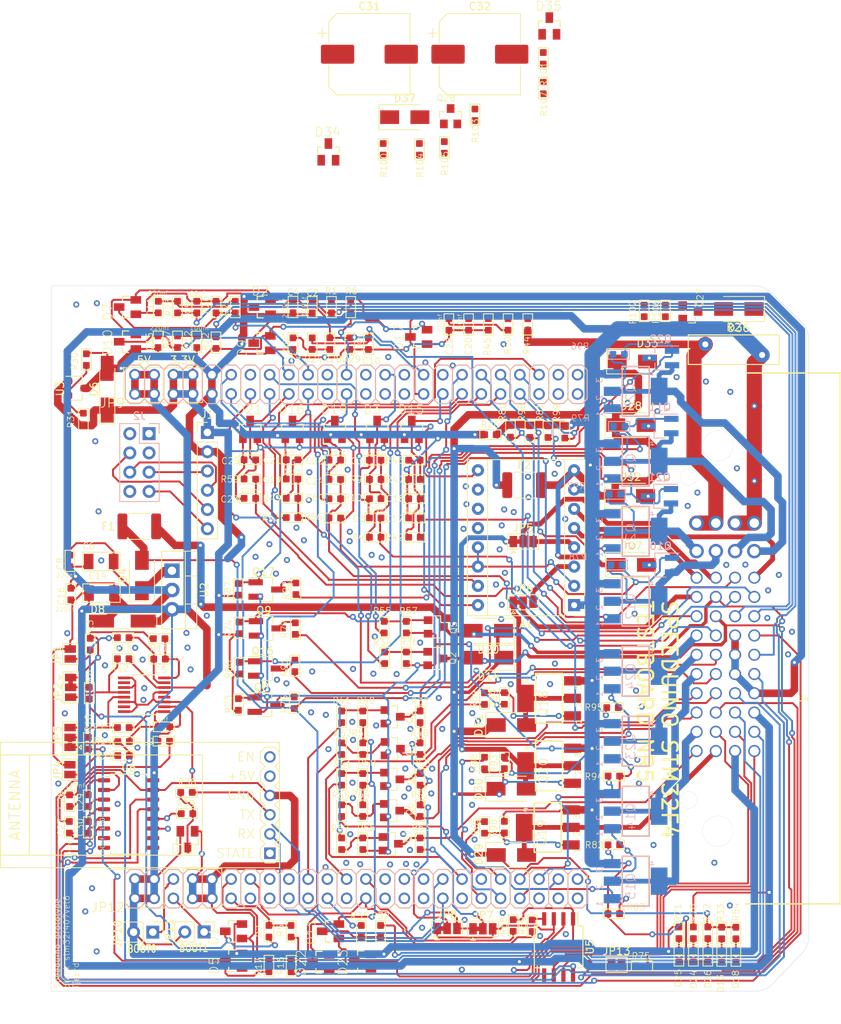
<source format=kicad_pcb>
(kicad_pcb (version 20171130) (host pcbnew 5.1.6-c6e7f7d~87~ubuntu18.04.1)
  (layers (0 Top signal) (31 Bottom signal) (34 B.Paste user hide) (35 F.Paste user hide) (36 B.SilkS user hide) (37 F.SilkS user) (38 B.Mask user hide) (39 F.Mask user hide) (44 Edge.Cuts user))
  (net 0 "")
  (net 1 GND)
  (net 2 "Net-(U1-Pad12)")
  (net 3 "Net-(U1-Pad7)")
  (net 4 "Net-(U1-Pad2)")
  (net 5 /BT_TX)
  (net 6 "Net-(D1-Pad3)")
  (net 7 "Net-(Q11-Pad1)")
  (net 8 "Net-(Q10-Pad1)")
  (net 9 "Net-(Q7-Pad1)")
  (net 10 "Net-(C6-Pad2)")
  (net 11 "Net-(C3-Pad2)")
  (net 12 "Net-(C5-Pad2)")
  (net 13 "Net-(C5-Pad1)")
  (net 14 "Net-(JP2-Pad2)")
  (net 15 "Net-(Q1-Pad1)")
  (net 16 "Net-(Q2-Pad1)")
  (net 17 "Net-(Q3-Pad1)")
  (net 18 "Net-(Q4-Pad1)")
  (net 19 PWR_GND)
  (net 20 VBAT)
  (net 21 INJ1-OUT)
  (net 22 INJ2-OUT)
  (net 23 INJ3-OUT)
  (net 24 INJ4-OUT)
  (net 25 IDLE1-OUT)
  (net 26 IDLE2-OUT)
  (net 27 V_IDLE)
  (net 28 FUEL_PUMP)
  (net 29 FAN)
  (net 30 IGN1-OUT)
  (net 31 IGN2-OUT)
  (net 32 IGN3-OUT)
  (net 33 IGN4-OUT)
  (net 34 STEP_1B_OUT)
  (net 35 STEP_1A_OUT)
  (net 36 STEP_2B_OUT)
  (net 37 STEP_2A_OUT)
  (net 38 MAP)
  (net 39 5V)
  (net 40 O2)
  (net 41 IAT)
  (net 42 CLT)
  (net 43 TPS)
  (net 44 VR1+)
  (net 45 VR1-)
  (net 46 VR2+)
  (net 47 VR2-)
  (net 48 3.3V)
  (net 49 TACHO-OUT)
  (net 50 FLEX_FUEL_IN)
  (net 51 VBAT_F1)
  (net 52 PA2)
  (net 53 BARO)
  (net 54 PA1)
  (net 55 PA3)
  (net 56 PB1)
  (net 57 PC13)
  (net 58 PD3)
  (net 59 PD12)
  (net 60 PD13)
  (net 61 PD14)
  (net 62 PD15)
  (net 63 PE0)
  (net 64 PE1)
  (net 65 PC8)
  (net 66 BOOT0)
  (net 67 BOOT1)
  (net 68 PA9)
  (net 69 PA10)
  (net 70 PD4)
  (net 71 PC2)
  (net 72 PE7)
  (net 73 PE5)
  (net 74 "Net-(A1-Pad12)")
  (net 75 "Net-(A1-Pad11)")
  (net 76 "Net-(A1-Pad10)")
  (net 77 PE2)
  (net 78 PC3)
  (net 79 PC5)
  (net 80 PC1)
  (net 81 PC4)
  (net 82 PC0)
  (net 83 PB14)
  (net 84 PB13)
  (net 85 PB12)
  (net 86 PB11)
  (net 87 PB10)
  (net 88 PE15)
  (net 89 PE14)
  (net 90 PE13)
  (net 91 PE12)
  (net 92 PE11)
  (net 93 PE10)
  (net 94 PE9)
  (net 95 PE8)
  (net 96 PA5)
  (net 97 PA4)
  (net 98 PA0)
  (net 99 PE6)
  (net 100 PE4)
  (net 101 PE3)
  (net 102 PB15)
  (net 103 PD8)
  (net 104 PD9)
  (net 105 PD10)
  (net 106 PD11)
  (net 107 PC6)
  (net 108 PC7)
  (net 109 PA8)
  (net 110 PD0)
  (net 111 PD1)
  (net 112 PD5)
  (net 113 PD6)
  (net 114 PD7)
  (net 115 PB3)
  (net 116 PB5)
  (net 117 PB6)
  (net 118 PB7)
  (net 119 PB8)
  (net 120 PB9)
  (net 121 BOOST-OUT)
  (net 122 INJ5-OUT)
  (net 123 INJ7-OUT)
  (net 124 INJ6-OUT)
  (net 125 INJ8-OUT)
  (net 126 CANL)
  (net 127 CANH)
  (net 128 "Net-(C27-Pad1)")
  (net 129 "Net-(C28-Pad1)")
  (net 130 "Net-(C29-Pad2)")
  (net 131 "Net-(C29-Pad1)")
  (net 132 "Net-(C30-Pad2)")
  (net 133 "Net-(C30-Pad1)")
  (net 134 RS232_TX)
  (net 135 RS232_RX)
  (net 136 "Net-(J2-Pad8)")
  (net 137 SPI1_MISO)
  (net 138 BME280_CS)
  (net 139 "Net-(J2-Pad3)")
  (net 140 "Net-(J2-Pad2)")
  (net 141 "Net-(J2-Pad1)")
  (net 142 SPI1_MOSI)
  (net 143 SPI1_SCK)
  (net 144 "Net-(Q20-Pad1)")
  (net 145 "Net-(D32-Pad2)")
  (net 146 "Net-(D33-Pad2)")
  (net 147 "Net-(Q16-Pad3)")
  (net 148 "Net-(JP5-Pad2)")
  (net 149 "Net-(C7-Pad2)")
  (net 150 "Net-(C7-Pad1)")
  (net 151 "Net-(C11-Pad2)")
  (net 152 "Net-(C13-Pad2)")
  (net 153 "Net-(C18-Pad2)")
  (net 154 "Net-(C20-Pad2)")
  (net 155 "Net-(D5-Pad3)")
  (net 156 "Net-(D11-Pad3)")
  (net 157 "Net-(D12-Pad3)")
  (net 158 "Net-(D13-Pad+)")
  (net 159 "Net-(D18-Pad+)")
  (net 160 "Net-(D23-Pad3)")
  (net 161 "Net-(D24-Pad+)")
  (net 162 "Net-(D25-Pad+)")
  (net 163 "Net-(D26-Pad+)")
  (net 164 "Net-(D27-Pad2)")
  (net 165 "Net-(JP1-Pad1)")
  (net 166 "Net-(JP2-Pad3)")
  (net 167 "Net-(JP3-Pad2)")
  (net 168 "Net-(JP3-Pad3)")
  (net 169 "Net-(JP4-Pad1)")
  (net 170 "Net-(JP6-Pad2)")
  (net 171 "Net-(JP7-Pad2)")
  (net 172 "Net-(JP8-Pad2)")
  (net 173 "Net-(JP9-Pad33)")
  (net 174 "Net-(JP9-Pad30)")
  (net 175 "Net-(JP9-Pad29)")
  (net 176 "Net-(JP9-Pad22)")
  (net 177 "Net-(JP9-Pad21)")
  (net 178 "Net-(JP12-Pad36)")
  (net 179 "Net-(JP12-Pad32)")
  (net 180 "Net-(JP12-Pad31)")
  (net 181 "Net-(JP12-Pad30)")
  (net 182 "Net-(JP12-Pad29)")
  (net 183 "Net-(JP12-Pad28)")
  (net 184 "Net-(JP12-Pad27)")
  (net 185 "Net-(JP12-Pad24)")
  (net 186 "Net-(JP13-Pad2)")
  (net 187 "Net-(Q5-Pad1)")
  (net 188 "Net-(Q6-Pad1)")
  (net 189 "Net-(Q8-Pad3)")
  (net 190 "Net-(Q9-Pad3)")
  (net 191 "Net-(Q17-Pad3)")
  (net 192 "Net-(Q18-Pad1)")
  (net 193 "Net-(Q19-Pad1)")
  (net 194 "Net-(Q21-Pad1)")
  (net 195 "Net-(Q22-Pad1)")
  (net 196 "Net-(R30-Pad1)")
  (net 197 "Net-(R69-Pad2)")
  (net 198 "Net-(U5-Pad5)")
  (net 199 "Net-(U6-Pad10)")
  (net 200 "Net-(U6-Pad9)")
  (net 201 "Net-(U6-Pad8)")
  (net 202 "Net-(U6-Pad7)")
  (net 203 "Net-(U$1-Pad6)")
  (net 204 "Net-(U$1-Pad1)")
  (net 205 "Net-(D28-Pad2)")
  (net 206 AIN_1)
  (net 207 AIN_0)
  (net 208 AIN_2)
  (net 209 "Net-(C32-Pad1)")
  (net 210 "Net-(D34-Pad3)")
  (net 211 "Net-(D35-Pad3)")
  (net 212 Spare_1-Out)
  (net 213 Spare_2-Out)
  (net 214 "Net-(Q27-Pad1)")
  (net 215 "Net-(Q28-Pad1)")
  (net 216 D0)
  (net 217 D1)
  (module Speeduino_base:WIRELESS-BLUETOOTH-HC-05 (layer Top) (at 125.73 85.471 90)
    (fp_text reference U$1 hide)
    (fp_text value WIRELESS-BLUETOOTH-HC-05)
    (fp_text user ANTENNA (at 0 -16.51 90) (layer F.SilkS) (effects (font (size 1.4478 1.4478) (thickness 0.12192))))
    (fp_text user EN (at 6.35 15.24) (layer F.SilkS) (effects (font (size 1.2065 1.2065) (thickness 0.1016)) (justify right)))
    (fp_text user +5V (at 3.81 15.24) (layer F.SilkS) (effects (font (size 1.2065 1.2065) (thickness 0.1016)) (justify right)))
    (fp_text user GND (at 1.27 15.24) (layer F.SilkS) (effects (font (size 1.2065 1.2065) (thickness 0.1016)) (justify right)))
    (fp_text user TX (at -1.27 15.24) (layer F.SilkS) (effects (font (size 1.2065 1.2065) (thickness 0.1016)) (justify right)))
    (fp_text user RX (at -3.81 15.24) (layer F.SilkS) (effects (font (size 1.2065 1.2065) (thickness 0.1016)) (justify right)))
    (fp_text user STATE (at -6.35 15.24) (layer F.SilkS) (effects (font (size 1.2065 1.2065) (thickness 0.1016)) (justify right)))
    (pad 6 thru_hole circle (at 6.35 17.145 90) (size 1.508 1.508) (drill 1) (layers *.Cu *.Mask) (net 203 "Net-(U$1-Pad6)"))
    (pad 5 thru_hole circle (at 3.81 17.145 90) (size 1.508 1.508) (drill 1) (layers *.Cu *.Mask) (net 39 5V))
    (pad 4 thru_hole circle (at 1.27 17.145 90) (size 1.508 1.508) (drill 1) (layers *.Cu *.Mask) (net 1 GND))
    (pad 3 thru_hole circle (at -1.27 17.145 90) (size 1.508 1.508) (drill 1) (layers *.Cu *.Mask) (net 5 /BT_TX))
    (pad 1 thru_hole rect (at -6.35 17.145 90) (size 1.508 1.508) (drill 1) (layers *.Cu *.Mask) (net 204 "Net-(U$1-Pad1)"))
    (pad 2 thru_hole circle (at -3.81 17.145 90) (size 1.508 1.508) (drill 1) (layers *.Cu *.Mask) (net 68 PA9))
  )
  (module Speeduino_base:SOT-23 (layer Top) (at 198.374 20.447 270)
    (fp_text reference Q27 (at -3.175 -1.778 270) (layer F.SilkS) (effects (font (size 0.84455 0.84455) (thickness 0.0929)) (justify right bottom)))
    (fp_text value AO3400)
    (pad 1 smd rect (at -0.889 1.016 90) (size 1.016 1.143) (layers Top F.Paste F.Mask) (net 214 "Net-(Q27-Pad1)"))
    (pad 2 smd rect (at 0.889 1.016 270) (size 1.016 1.143) (layers Top F.Paste F.Mask) (net 19 PWR_GND))
    (pad 3 smd rect (at 0 -1.016 270) (size 1.016 1.143) (layers Top F.Paste F.Mask) (net 212 Spare_1-Out))
  )
  (module Speeduino_base:R0603 (layer Top) (at 178.956501 -9.069499)
    (fp_text reference R107 (at 0.5715 3.81 -90) (layer F.SilkS) (effects (font (size 0.84455 0.84455) (thickness 0.0929)) (justify left bottom)))
    (fp_text value 10k)
    (pad 2 smd roundrect (at 0 0.762 270) (size 0.889 0.889) (layers Top F.Paste F.Mask) (roundrect_rratio 0.125) (net 19 PWR_GND))
    (pad 1 smd roundrect (at 0 -0.762 270) (size 0.889 0.889) (layers Top F.Paste F.Mask) (roundrect_rratio 0.125) (net 215 "Net-(Q28-Pad1)"))
  )
  (module Speeduino_base:R0603 (layer Top) (at 195.072 20.32)
    (fp_text reference R106 (at -0.762 1.778 90) (layer F.SilkS) (effects (font (size 0.84455 0.84455) (thickness 0.0929)) (justify left bottom)))
    (fp_text value 10k)
    (pad 2 smd roundrect (at 0 0.762 270) (size 0.889 0.889) (layers Top F.Paste F.Mask) (roundrect_rratio 0.125) (net 19 PWR_GND))
    (pad 1 smd roundrect (at 0 -0.762 270) (size 0.889 0.889) (layers Top F.Paste F.Mask) (roundrect_rratio 0.125) (net 214 "Net-(Q27-Pad1)"))
  )
  (module Speeduino_base:R0603 (layer Top) (at 165.896501 -1.239499)
    (fp_text reference R105 (at 0.5715 3.81 -90) (layer F.SilkS) (effects (font (size 0.84455 0.84455) (thickness 0.0929)) (justify left bottom)))
    (fp_text value 1k)
    (pad 2 smd roundrect (at 0 0.762 270) (size 0.889 0.889) (layers Top F.Paste F.Mask) (roundrect_rratio 0.125) (net 211 "Net-(D35-Pad3)"))
    (pad 1 smd roundrect (at 0 -0.762 270) (size 0.889 0.889) (layers Top F.Paste F.Mask) (roundrect_rratio 0.125) (net 103 PD8))
  )
  (module Speeduino_base:R0603 (layer Top) (at 162.606501 -0.989499)
    (fp_text reference R104 (at 0.5715 3.81 -90) (layer F.SilkS) (effects (font (size 0.84455 0.84455) (thickness 0.0929)) (justify left bottom)))
    (fp_text value 1k)
    (pad 2 smd roundrect (at 0 0.762 270) (size 0.889 0.889) (layers Top F.Paste F.Mask) (roundrect_rratio 0.125) (net 210 "Net-(D34-Pad3)"))
    (pad 1 smd roundrect (at 0 -0.762 270) (size 0.889 0.889) (layers Top F.Paste F.Mask) (roundrect_rratio 0.125) (net 114 PD7))
  )
  (module Speeduino_base:R0603 (layer Top) (at 169.936501 -5.539499)
    (fp_text reference R103 (at 0.5715 3.81 -90) (layer F.SilkS) (effects (font (size 0.84455 0.84455) (thickness 0.0929)) (justify left bottom)))
    (fp_text value 100R)
    (pad 2 smd roundrect (at 0 0.762 270) (size 0.889 0.889) (layers Top F.Paste F.Mask) (roundrect_rratio 0.125) (net 215 "Net-(Q28-Pad1)"))
    (pad 1 smd roundrect (at 0 -0.762 270) (size 0.889 0.889) (layers Top F.Paste F.Mask) (roundrect_rratio 0.125) (net 100 PE4))
  )
  (module Speeduino_base:R0603 (layer Top) (at 192.278 20.32 180)
    (fp_text reference R102 (at 1.016 1.524 270) (layer F.SilkS) (effects (font (size 0.84455 0.84455) (thickness 0.0929)) (justify right bottom)))
    (fp_text value 100R)
    (pad 2 smd roundrect (at 0 0.762 90) (size 0.889 0.889) (layers Top F.Paste F.Mask) (roundrect_rratio 0.125) (net 214 "Net-(Q27-Pad1)"))
    (pad 1 smd roundrect (at 0 -0.762 90) (size 0.889 0.889) (layers Top F.Paste F.Mask) (roundrect_rratio 0.125) (net 106 PD11))
  )
  (module Speeduino_base:R0603 (layer Top) (at 178.956501 -12.989499)
    (fp_text reference R101 (at 0.5715 3.81 -90) (layer F.SilkS) (effects (font (size 0.84455 0.84455) (thickness 0.0929)) (justify left bottom)))
    (fp_text value 1k)
    (pad 2 smd roundrect (at 0 0.762 270) (size 0.889 0.889) (layers Top F.Paste F.Mask) (roundrect_rratio 0.125) (net 217 D1))
    (pad 1 smd roundrect (at 0 -0.762 270) (size 0.889 0.889) (layers Top F.Paste F.Mask) (roundrect_rratio 0.125) (net 211 "Net-(D35-Pad3)"))
  )
  (module Speeduino_base:R0603 (layer Top) (at 157.826501 -0.989499)
    (fp_text reference R100 (at 0.5715 3.81 -90) (layer F.SilkS) (effects (font (size 0.84455 0.84455) (thickness 0.0929)) (justify left bottom)))
    (fp_text value 1k)
    (pad 2 smd roundrect (at 0 0.762 270) (size 0.889 0.889) (layers Top F.Paste F.Mask) (roundrect_rratio 0.125) (net 216 D0))
    (pad 1 smd roundrect (at 0 -0.762 270) (size 0.889 0.889) (layers Top F.Paste F.Mask) (roundrect_rratio 0.125) (net 210 "Net-(D34-Pad3)"))
  )
  (module Speeduino_base:SOT-23 (layer Top) (at 166.722001 -5.348999)
    (fp_text reference Q28 (at -1.905 -1.905 -180) (layer F.SilkS) (effects (font (size 0.84455 0.84455) (thickness 0.0929)) (justify left bottom)))
    (fp_text value AO3400)
    (pad 1 smd rect (at -0.889 1.016 180) (size 1.016 1.143) (layers Top F.Paste F.Mask) (net 215 "Net-(Q28-Pad1)"))
    (pad 2 smd rect (at 0.889 1.016) (size 1.016 1.143) (layers Top F.Paste F.Mask) (net 19 PWR_GND))
    (pad 3 smd rect (at 0 -1.016) (size 1.016 1.143) (layers Top F.Paste F.Mask) (net 213 Spare_2-Out))
  )
  (module Diode_SMD:D_SMA (layer Top) (at 160.673001 -5.224999)
    (fp_text reference D37 (at 0 -2.5) (layer F.SilkS))
    (fp_text value 1N4007)
    (pad 2 smd rect (at 2 0) (size 2.5 1.8) (layers Top F.Paste F.Mask) (net 213 Spare_2-Out))
    (pad 1 smd rect (at -2 0) (size 2.5 1.8) (layers Top F.Paste F.Mask) (net 20 VBAT))
  )
  (module Diode_SMD:D_SMA (layer Top) (at 204.756 20.066 180)
    (fp_text reference D36 (at 0 -2.5) (layer F.SilkS))
    (fp_text value 1N4007)
    (pad 2 smd rect (at 2 0 180) (size 2.5 1.8) (layers Top F.Paste F.Mask) (net 212 Spare_1-Out))
    (pad 1 smd rect (at -2 0 180) (size 2.5 1.8) (layers Top F.Paste F.Mask) (net 20 VBAT))
  )
  (module Speeduino_base:SOT23 (layer Top) (at 179.756601 -17.25)
    (fp_text reference D35 (at -1.905 -1.905) (layer F.SilkS) (effects (font (size 1.2065 1.2065) (thickness 0.09652)) (justify left bottom)))
    (fp_text value BAT54S hide)
    (pad 1 smd rect (at -0.95 1.1) (size 1 1.4) (layers Top F.Paste F.Mask) (net 1 GND))
    (pad 2 smd rect (at 0.95 1.1) (size 1 1.4) (layers Top F.Paste F.Mask) (net 48 3.3V))
    (pad 3 smd rect (at 0 -1.1) (size 1 1.4) (layers Top F.Paste F.Mask) (net 211 "Net-(D35-Pad3)"))
  )
  (module Speeduino_base:SOT23 (layer Top) (at 150.596601 -0.65)
    (fp_text reference D34 (at -1.905 -1.905) (layer F.SilkS) (effects (font (size 1.2065 1.2065) (thickness 0.09652)) (justify left bottom)))
    (fp_text value BAT54S hide)
    (pad 1 smd rect (at -0.95 1.1) (size 1 1.4) (layers Top F.Paste F.Mask) (net 1 GND))
    (pad 2 smd rect (at 0.95 1.1) (size 1 1.4) (layers Top F.Paste F.Mask) (net 48 3.3V))
    (pad 3 smd rect (at 0 -1.1) (size 1 1.4) (layers Top F.Paste F.Mask) (net 210 "Net-(D34-Pad3)"))
  )
  (module Capacitor_SMD:CP_Elec_10x12.5 (layer Top) (at 170.588001 -13.524999)
    (fp_text reference C32 (at 0 -6.3) (layer F.SilkS))
    (fp_text value 1000uF)
    (pad 2 smd roundrect (at 4.2 0) (size 4.4 2.5) (layers Top F.Paste F.Mask) (roundrect_rratio 0.1) (net 19 PWR_GND))
    (pad 1 smd roundrect (at -4.2 0) (size 4.4 2.5) (layers Top F.Paste F.Mask) (roundrect_rratio 0.1) (net 209 "Net-(C32-Pad1)"))
  )
  (module Capacitor_SMD:CP_Elec_10x12.5 (layer Top) (at 156.008001 -13.524999)
    (fp_text reference C31 (at 0 -6.3) (layer F.SilkS))
    (fp_text value 1000uF)
    (pad 2 smd roundrect (at 4.2 0) (size 4.4 2.5) (layers Top F.Paste F.Mask) (roundrect_rratio 0.1) (net 1 GND))
    (pad 1 smd roundrect (at -4.2 0) (size 4.4 2.5) (layers Top F.Paste F.Mask) (roundrect_rratio 0.1) (net 48 3.3V))
  )
  (module Speeduino_base:R0603 (layer Top) (at 130.683 19.812 180)
    (fp_text reference R23 (at 0.635 1.27 270) (layer F.SilkS) (effects (font (size 0.84455 0.84455) (thickness 0.0929)) (justify right bottom)))
    (fp_text value 470R)
    (pad 2 smd roundrect (at 0 0.762 90) (size 0.889 0.889) (layers Top F.Paste F.Mask) (roundrect_rratio 0.125) (net 151 "Net-(C11-Pad2)"))
    (pad 1 smd roundrect (at 0 -0.762 90) (size 0.889 0.889) (layers Top F.Paste F.Mask) (roundrect_rratio 0.125) (net 38 MAP))
  )
  (module Speeduino_base:R0603 (layer Top) (at 145.669 102.108)
    (fp_text reference R5 (at -0.889 0.762 90) (layer F.SilkS) (effects (font (size 0.84455 0.84455) (thickness 0.0929)) (justify left bottom)))
    (fp_text value 10k)
    (pad 2 smd roundrect (at 0 0.762 270) (size 0.889 0.889) (layers Top F.Paste F.Mask) (roundrect_rratio 0.125) (net 1 GND))
    (pad 1 smd roundrect (at 0 -0.762 270) (size 0.889 0.889) (layers Top F.Paste F.Mask) (roundrect_rratio 0.125) (net 63 PE0))
  )
  (module Speeduino_base:R0603 (layer Top) (at 119.162 64.247)
    (fp_text reference R3 (at 0.472 -1.509 270) (layer F.SilkS) (effects (font (size 0.84455 0.84455) (thickness 0.0929)) (justify left bottom)))
    (fp_text value 1k)
    (pad 2 smd roundrect (at 0 0.762 270) (size 0.889 0.889) (layers Top F.Paste F.Mask) (roundrect_rratio 0.125) (net 165 "Net-(JP1-Pad1)"))
    (pad 1 smd roundrect (at 0 -0.762 270) (size 0.889 0.889) (layers Top F.Paste F.Mask) (roundrect_rratio 0.125) (net 44 VR1+))
  )
  (module Speeduino_base:R0603 (layer Top) (at 181.79 36.32 180)
    (fp_text reference R99 (at 0.5715 3.81 270) (layer F.SilkS) (effects (font (size 0.84455 0.84455) (thickness 0.0929)) (justify right bottom)))
    (fp_text value 10k)
    (pad 2 smd roundrect (at 0 0.762 90) (size 0.889 0.889) (layers Top F.Paste F.Mask) (roundrect_rratio 0.125) (net 19 PWR_GND))
    (pad 1 smd roundrect (at 0 -0.762 90) (size 0.889 0.889) (layers Top F.Paste F.Mask) (roundrect_rratio 0.125) (net 90 PE13))
  )
  (module Speeduino_base:R0603 (layer Top) (at 177.19 36.235 180)
    (fp_text reference R98 (at 0.5715 3.81 270) (layer F.SilkS) (effects (font (size 0.84455 0.84455) (thickness 0.0929)) (justify right bottom)))
    (fp_text value 10k)
    (pad 2 smd roundrect (at 0 0.762 90) (size 0.889 0.889) (layers Top F.Paste F.Mask) (roundrect_rratio 0.125) (net 19 PWR_GND))
    (pad 1 smd roundrect (at 0 -0.762 90) (size 0.889 0.889) (layers Top F.Paste F.Mask) (roundrect_rratio 0.125) (net 92 PE11))
  )
  (module Speeduino_base:R0603 (layer Bottom) (at 188.41 44.5 90)
    (fp_text reference R97 (at 0.5715 -3.81) (layer B.SilkS) (effects (font (size 0.84455 0.84455) (thickness 0.0929)) (justify left bottom mirror)))
    (fp_text value 470R)
    (pad 2 smd roundrect (at 0 -0.762 180) (size 0.889 0.889) (layers Bottom B.Paste B.Mask) (roundrect_rratio 0.125) (net 124 INJ6-OUT))
    (pad 1 smd roundrect (at 0 0.762 180) (size 0.889 0.889) (layers Bottom B.Paste B.Mask) (roundrect_rratio 0.125) (net 194 "Net-(Q21-Pad1)"))
  )
  (module Speeduino_base:R0603 (layer Bottom) (at 188.9 26.05 90)
    (fp_text reference R96 (at 0.5715 -3.81) (layer B.SilkS) (effects (font (size 0.84455 0.84455) (thickness 0.0929)) (justify left bottom mirror)))
    (fp_text value 470R)
    (pad 2 smd roundrect (at 0 -0.762 180) (size 0.889 0.889) (layers Bottom B.Paste B.Mask) (roundrect_rratio 0.125) (net 125 INJ8-OUT))
    (pad 1 smd roundrect (at 0 0.762 180) (size 0.889 0.889) (layers Bottom B.Paste B.Mask) (roundrect_rratio 0.125) (net 195 "Net-(Q22-Pad1)"))
  )
  (module Speeduino_base:R0603 (layer Top) (at 146.304 56.951666 180)
    (fp_text reference R92 (at 0.779 1.071666 270) (layer F.SilkS) (effects (font (size 0.84455 0.84455) (thickness 0.0929)) (justify right bottom)))
    (fp_text value 1k8)
    (pad 2 smd roundrect (at 0 0.762 90) (size 0.889 0.889) (layers Top F.Paste F.Mask) (roundrect_rratio 0.125) (net 191 "Net-(Q17-Pad3)"))
    (pad 1 smd roundrect (at 0 -0.762 90) (size 0.889 0.889) (layers Top F.Paste F.Mask) (roundrect_rratio 0.125) (net 195 "Net-(Q22-Pad1)"))
  )
  (module Speeduino_base:R0603 (layer Top) (at 146.165 67.118332 180)
    (fp_text reference R91 (at 0.877 1.078332 270) (layer F.SilkS) (effects (font (size 0.84455 0.84455) (thickness 0.0929)) (justify right bottom)))
    (fp_text value 1k8)
    (pad 2 smd roundrect (at 0 0.762 90) (size 0.889 0.889) (layers Top F.Paste F.Mask) (roundrect_rratio 0.125) (net 147 "Net-(Q16-Pad3)"))
    (pad 1 smd roundrect (at 0 -0.762 90) (size 0.889 0.889) (layers Top F.Paste F.Mask) (roundrect_rratio 0.125) (net 194 "Net-(Q21-Pad1)"))
  )
  (module Speeduino_base:R0603 (layer Top) (at 138.684 57.025 180)
    (fp_text reference R87 (at 0.894 1.145 270) (layer F.SilkS) (effects (font (size 0.84455 0.84455) (thickness 0.0929)) (justify right bottom)))
    (fp_text value 1k)
    (pad 2 smd roundrect (at 0 0.762 90) (size 0.889 0.889) (layers Top F.Paste F.Mask) (roundrect_rratio 0.125) (net 88 PE15))
    (pad 1 smd roundrect (at 0 -0.762 90) (size 0.889 0.889) (layers Top F.Paste F.Mask) (roundrect_rratio 0.125) (net 48 3.3V))
  )
  (module Speeduino_base:R0603 (layer Top) (at 138.835 67.415 180)
    (fp_text reference R86 (at 0.913 1.121 270) (layer F.SilkS) (effects (font (size 0.84455 0.84455) (thickness 0.0929)) (justify right bottom)))
    (fp_text value 1k)
    (pad 2 smd roundrect (at 0 0.762 90) (size 0.889 0.889) (layers Top F.Paste F.Mask) (roundrect_rratio 0.125) (net 91 PE12))
    (pad 1 smd roundrect (at 0 -0.762 90) (size 0.889 0.889) (layers Top F.Paste F.Mask) (roundrect_rratio 0.125) (net 48 3.3V))
  )
  (module Speeduino_base:R0603 (layer Top) (at 179.57 36.24 180)
    (fp_text reference R81 (at 0.5715 3.81 270) (layer F.SilkS) (effects (font (size 0.84455 0.84455) (thickness 0.0929)) (justify right bottom)))
    (fp_text value 10k)
    (pad 2 smd roundrect (at 0 0.762 90) (size 0.889 0.889) (layers Top F.Paste F.Mask) (roundrect_rratio 0.125) (net 19 PWR_GND))
    (pad 1 smd roundrect (at 0 -0.762 90) (size 0.889 0.889) (layers Top F.Paste F.Mask) (roundrect_rratio 0.125) (net 89 PE14))
  )
  (module Speeduino_base:R0603 (layer Top) (at 174.62 36.195 180)
    (fp_text reference R80 (at 0.5715 3.81 270) (layer F.SilkS) (effects (font (size 0.84455 0.84455) (thickness 0.0929)) (justify right bottom)))
    (fp_text value 10k)
    (pad 2 smd roundrect (at 0 0.762 90) (size 0.889 0.889) (layers Top F.Paste F.Mask) (roundrect_rratio 0.125) (net 19 PWR_GND))
    (pad 1 smd roundrect (at 0 -0.762 90) (size 0.889 0.889) (layers Top F.Paste F.Mask) (roundrect_rratio 0.125) (net 94 PE9))
  )
  (module Speeduino_base:R0603 (layer Bottom) (at 188.975 35.53 90)
    (fp_text reference R79 (at 0.5715 -3.81) (layer B.SilkS) (effects (font (size 0.84455 0.84455) (thickness 0.0929)) (justify left bottom mirror)))
    (fp_text value 470R)
    (pad 2 smd roundrect (at 0 -0.762 180) (size 0.889 0.889) (layers Bottom B.Paste B.Mask) (roundrect_rratio 0.125) (net 123 INJ7-OUT))
    (pad 1 smd roundrect (at 0 0.762 180) (size 0.889 0.889) (layers Bottom B.Paste B.Mask) (roundrect_rratio 0.125) (net 7 "Net-(Q11-Pad1)"))
  )
  (module Speeduino_base:R0603 (layer Bottom) (at 188.645 53.82 90)
    (fp_text reference R78 (at 0.5715 -3.81) (layer B.SilkS) (effects (font (size 0.84455 0.84455) (thickness 0.0929)) (justify left bottom mirror)))
    (fp_text value 470R)
    (pad 2 smd roundrect (at 0 -0.762 180) (size 0.889 0.889) (layers Bottom B.Paste B.Mask) (roundrect_rratio 0.125) (net 122 INJ5-OUT))
    (pad 1 smd roundrect (at 0 0.762 180) (size 0.889 0.889) (layers Bottom B.Paste B.Mask) (roundrect_rratio 0.125) (net 8 "Net-(Q10-Pad1)"))
  )
  (module Speeduino_base:R0603 (layer Top) (at 146.235 62.205 180)
    (fp_text reference R77 (at 0.947 1.245 270) (layer F.SilkS) (effects (font (size 0.84455 0.84455) (thickness 0.0929)) (justify right bottom)))
    (fp_text value 1k8)
    (pad 2 smd roundrect (at 0 0.762 90) (size 0.889 0.889) (layers Top F.Paste F.Mask) (roundrect_rratio 0.125) (net 190 "Net-(Q9-Pad3)"))
    (pad 1 smd roundrect (at 0 -0.762 90) (size 0.889 0.889) (layers Top F.Paste F.Mask) (roundrect_rratio 0.125) (net 7 "Net-(Q11-Pad1)"))
  )
  (module Speeduino_base:R0603 (layer Top) (at 146.095 71.985 180)
    (fp_text reference R76 (at 0.807 1.119 270) (layer F.SilkS) (effects (font (size 0.84455 0.84455) (thickness 0.0929)) (justify right bottom)))
    (fp_text value 1k8)
    (pad 2 smd roundrect (at 0 0.762 90) (size 0.889 0.889) (layers Top F.Paste F.Mask) (roundrect_rratio 0.125) (net 189 "Net-(Q8-Pad3)"))
    (pad 1 smd roundrect (at 0 -0.762 90) (size 0.889 0.889) (layers Top F.Paste F.Mask) (roundrect_rratio 0.125) (net 8 "Net-(Q10-Pad1)"))
  )
  (module Speeduino_base:R0603 (layer Top) (at 138.805 62.105 180)
    (fp_text reference R74 (at 0.883 1.145 270) (layer F.SilkS) (effects (font (size 0.84455 0.84455) (thickness 0.0929)) (justify right bottom)))
    (fp_text value 1k)
    (pad 2 smd roundrect (at 0 0.762 90) (size 0.889 0.889) (layers Top F.Paste F.Mask) (roundrect_rratio 0.125) (net 93 PE10))
    (pad 1 smd roundrect (at 0 -0.762 90) (size 0.889 0.889) (layers Top F.Paste F.Mask) (roundrect_rratio 0.125) (net 48 3.3V))
  )
  (module Speeduino_base:R0603 (layer Top) (at 138.715 72.205 180)
    (fp_text reference R73 (at 0.793 1.339 270) (layer F.SilkS) (effects (font (size 0.84455 0.84455) (thickness 0.0929)) (justify right bottom)))
    (fp_text value 1k)
    (pad 2 smd roundrect (at 0 0.762 90) (size 0.889 0.889) (layers Top F.Paste F.Mask) (roundrect_rratio 0.125) (net 95 PE8))
    (pad 1 smd roundrect (at 0 -0.762 90) (size 0.889 0.889) (layers Top F.Paste F.Mask) (roundrect_rratio 0.125) (net 48 3.3V))
  )
  (module Speeduino_base:R0603 (layer Top) (at 118.26 34.565 180)
    (fp_text reference R31 (at 1.166 1.291 270) (layer F.SilkS) (effects (font (size 0.84455 0.84455) (thickness 0.0929)) (justify right bottom)))
    (fp_text value 1k8)
    (pad 2 smd roundrect (at 0 0.762 90) (size 0.889 0.889) (layers Top F.Paste F.Mask) (roundrect_rratio 0.125) (net 196 "Net-(R30-Pad1)"))
    (pad 1 smd roundrect (at 0 -0.762 90) (size 0.889 0.889) (layers Top F.Paste F.Mask) (roundrect_rratio 0.125) (net 48 3.3V))
  )
  (module Speeduino_base:R0603 (layer Top) (at 118.65 26.735 180)
    (fp_text reference R30 (at 1.048 1.081 270) (layer F.SilkS) (effects (font (size 0.84455 0.84455) (thickness 0.0929)) (justify right bottom)))
    (fp_text value 2k49)
    (pad 2 smd roundrect (at 0 0.762 90) (size 0.889 0.889) (layers Top F.Paste F.Mask) (roundrect_rratio 0.125) (net 1 GND))
    (pad 1 smd roundrect (at 0 -0.762 90) (size 0.889 0.889) (layers Top F.Paste F.Mask) (roundrect_rratio 0.125) (net 196 "Net-(R30-Pad1)"))
  )
  (module Speeduino_base:R0603 (layer Top) (at 171.975 36.63 90)
    (fp_text reference R20 (at 0.816 1.253 180) (layer F.SilkS) (effects (font (size 0.84455 0.84455) (thickness 0.0929)) (justify right bottom)))
    (fp_text value 0R0)
    (pad 2 smd roundrect (at 0 0.762) (size 0.889 0.889) (layers Top F.Paste F.Mask) (roundrect_rratio 0.125) (net 19 PWR_GND))
    (pad 1 smd roundrect (at 0 -0.762) (size 0.889 0.889) (layers Top F.Paste F.Mask) (roundrect_rratio 0.125) (net 1 GND))
  )
  (module Speeduino_base:R0603 (layer Top) (at 145.669 106.694)
    (fp_text reference R16 (at -0.889 1.256 90) (layer F.SilkS) (effects (font (size 0.84455 0.84455) (thickness 0.0929)) (justify left bottom)))
    (fp_text value 10k)
    (pad 2 smd roundrect (at 0 0.762 270) (size 0.889 0.889) (layers Top F.Paste F.Mask) (roundrect_rratio 0.125) (net 1 GND))
    (pad 1 smd roundrect (at 0 -0.762 270) (size 0.889 0.889) (layers Top F.Paste F.Mask) (roundrect_rratio 0.125) (net 64 PE1))
  )
  (module Package_TO_SOT_THT:TO-220-3_Vertical (layer Top) (at 129.95 54.575 270)
    (fp_text reference U2 (at 2.54 -4.27 90) (layer F.SilkS))
    (fp_text value LM78M05_TO220)
    (pad 3 thru_hole oval (at 5.08 0 270) (size 1.905 2) (drill 1.1) (layers *.Cu *.Mask) (net 39 5V))
    (pad 2 thru_hole oval (at 2.54 0 270) (size 1.905 2) (drill 1.1) (layers *.Cu *.Mask) (net 19 PWR_GND))
    (pad 1 thru_hole rect (at 0 0 270) (size 1.905 2) (drill 1.1) (layers *.Cu *.Mask) (net 10 "Net-(C6-Pad2)"))
  )
  (module Diode_SMD:D_MiniMELF_Handsoldering (layer Top) (at 123.4 61.214 180)
    (fp_text reference D8 (at 3.258 1.524) (layer F.SilkS))
    (fp_text value "Zener 5.1V")
    (pad 2 smd rect (at 2.75 0 180) (size 3.3 1.7) (layers Top F.Paste F.Mask) (net 19 PWR_GND))
    (pad 1 smd rect (at -2.75 0 180) (size 3.3 1.7) (layers Top F.Paste F.Mask) (net 39 5V))
  )
  (module Diode_SMD:D_SMA (layer Top) (at 174.752 74.92)
    (fp_text reference D31 (at -4.318 0.01 90) (layer F.SilkS))
    (fp_text value 1N4007)
    (pad 1 smd rect (at -2 0) (size 2.5 1.8) (layers Top F.Paste F.Mask) (net 20 VBAT))
    (pad 2 smd rect (at 2 0) (size 2.5 1.8) (layers Top F.Paste F.Mask) (net 26 IDLE2-OUT))
  )
  (module Diode_SMD:D_SMA (layer Top) (at 174.72 83.312)
    (fp_text reference D30 (at -4.286 0.049 90) (layer F.SilkS))
    (fp_text value 1N4007)
    (pad 1 smd rect (at -2 0) (size 2.5 1.8) (layers Top F.Paste F.Mask) (net 20 VBAT))
    (pad 2 smd rect (at 2 0) (size 2.5 1.8) (layers Top F.Paste F.Mask) (net 25 IDLE1-OUT))
  )
  (module Diode_SMD:D_SMA (layer Top) (at 174.752 92.05)
    (fp_text reference D29 (at -4.318 -0.102 90) (layer F.SilkS))
    (fp_text value 1N4007)
    (pad 1 smd rect (at -2 0) (size 2.5 1.8) (layers Top F.Paste F.Mask) (net 20 VBAT))
    (pad 2 smd rect (at 2 0) (size 2.5 1.8) (layers Top F.Paste F.Mask) (net 121 BOOST-OUT))
  )
  (module Diode_SMD:D_SMA (layer Top) (at 171.704 62.484 180)
    (fp_text reference D20 (at 0 -2.5) (layer F.SilkS))
    (fp_text value 1N4007)
    (pad 2 smd rect (at 2 0 180) (size 2.5 1.8) (layers Top F.Paste F.Mask) (net 29 FAN))
    (pad 1 smd rect (at -2 0 180) (size 2.5 1.8) (layers Top F.Paste F.Mask) (net 20 VBAT))
  )
  (module Diode_SMD:D_SMA (layer Top) (at 171.736 66.04 180)
    (fp_text reference D14 (at 0 -2.5) (layer F.SilkS))
    (fp_text value 1N4007)
    (pad 2 smd rect (at 2 0 180) (size 2.5 1.8) (layers Top F.Paste F.Mask) (net 28 FUEL_PUMP))
    (pad 1 smd rect (at -2 0 180) (size 2.5 1.8) (layers Top F.Paste F.Mask) (net 20 VBAT))
  )
  (module Diode_SMD:D_SMA (layer Top) (at 125.984 55.204 90)
    (fp_text reference D4 (at 0 -2.5 90) (layer F.SilkS))
    (fp_text value 1N4007)
    (pad 2 smd rect (at 2 0 90) (size 2.5 1.8) (layers Top F.Paste F.Mask) (net 51 VBAT_F1))
    (pad 1 smd rect (at -2 0 90) (size 2.5 1.8) (layers Top F.Paste F.Mask) (net 10 "Net-(C6-Pad2)"))
  )
  (module Speeduino_base:C0603 (layer Top) (at 118.91 88.4175)
    (fp_text reference C30 (at -1.562 -1.2955 90) (layer F.SilkS) (effects (font (size 0.84455 0.84455) (thickness 0.0929)) (justify right top)))
    (fp_text value 100nf (at 1.524 1.27 -90) (layer F.SilkS) (effects (font (size 0.60325 0.60325) (thickness 0.060325)) (justify right top)))
    (pad 2 smd roundrect (at 0 0.762 270) (size 0.889 0.889) (layers Top F.Paste F.Mask) (roundrect_rratio 0.125) (net 132 "Net-(C30-Pad2)"))
    (pad 1 smd roundrect (at 0 -0.762 270) (size 0.889 0.889) (layers Top F.Paste F.Mask) (roundrect_rratio 0.125) (net 133 "Net-(C30-Pad1)"))
  )
  (module Speeduino_base:C0603 (layer Top) (at 118.89 84.8875)
    (fp_text reference C29 (at -1.542 -1.0675 90) (layer F.SilkS) (effects (font (size 0.84455 0.84455) (thickness 0.0929)) (justify right top)))
    (fp_text value 100nf (at 1.524 1.27 -90) (layer F.SilkS) (effects (font (size 0.60325 0.60325) (thickness 0.060325)) (justify right top)))
    (pad 2 smd roundrect (at 0 0.762 270) (size 0.889 0.889) (layers Top F.Paste F.Mask) (roundrect_rratio 0.125) (net 130 "Net-(C29-Pad2)"))
    (pad 1 smd roundrect (at 0 -0.762 270) (size 0.889 0.889) (layers Top F.Paste F.Mask) (roundrect_rratio 0.125) (net 131 "Net-(C29-Pad1)"))
  )
  (module Speeduino_base:C0603 (layer Top) (at 116.44 84.8875 180)
    (fp_text reference C28 (at 1.632 -1.2185 270) (layer F.SilkS) (effects (font (size 0.84455 0.84455) (thickness 0.0929)) (justify left top)))
    (fp_text value 100nf (at 0.616 2.3375) (layer F.SilkS) (effects (font (size 0.60325 0.60325) (thickness 0.060325)) (justify left top)))
    (pad 2 smd roundrect (at 0 0.762 90) (size 0.889 0.889) (layers Top F.Paste F.Mask) (roundrect_rratio 0.125) (net 1 GND))
    (pad 1 smd roundrect (at 0 -0.762 90) (size 0.889 0.889) (layers Top F.Paste F.Mask) (roundrect_rratio 0.125) (net 129 "Net-(C28-Pad1)"))
  )
  (module Speeduino_base:C0603 (layer Top) (at 116.41 88.3975 180)
    (fp_text reference C27 (at 1.602 -1.2645 270) (layer F.SilkS) (effects (font (size 0.84455 0.84455) (thickness 0.0929)) (justify left top)))
    (fp_text value 100nf (at 0.332 -4.3125 270) (layer F.SilkS) (effects (font (size 0.60325 0.60325) (thickness 0.060325)) (justify left top)))
    (pad 2 smd roundrect (at 0 0.762 90) (size 0.889 0.889) (layers Top F.Paste F.Mask) (roundrect_rratio 0.125) (net 1 GND))
    (pad 1 smd roundrect (at 0 -0.762 90) (size 0.889 0.889) (layers Top F.Paste F.Mask) (roundrect_rratio 0.125) (net 128 "Net-(C27-Pad1)"))
  )
  (module Speeduino_base:R0603 (layer Top) (at 174.98 101.338 180)
    (fp_text reference R68 (at 0.76 1.232 270) (layer F.SilkS) (effects (font (size 0.84455 0.84455) (thickness 0.0929)) (justify right bottom)))
    (fp_text value 1k)
    (pad 2 smd roundrect (at 0 0.762 90) (size 0.889 0.889) (layers Top F.Paste F.Mask) (roundrect_rratio 0.125) (net 160 "Net-(D23-Pad3)"))
    (pad 1 smd roundrect (at 0 -0.762 90) (size 0.889 0.889) (layers Top F.Paste F.Mask) (roundrect_rratio 0.125) (net 111 PD1))
  )
  (module Package_SO:SOIC-16_4.55x10.3mm_P1.27mm (layer Top) (at 124.228 86.653)
    (fp_text reference U6 (at 0 -6.1) (layer F.SilkS))
    (fp_text value MAX3232)
    (pad 16 smd roundrect (at 3.25 -4.445) (size 1.6 0.55) (layers Top F.Paste F.Mask) (net 48 3.3V))
    (pad 15 smd roundrect (at 3.25 -3.175) (size 1.6 0.55) (layers Top F.Paste F.Mask) (net 1 GND))
    (pad 14 smd roundrect (at 3.25 -1.905) (size 1.6 0.55) (layers Top F.Paste F.Mask) (net 134 RS232_TX))
    (pad 13 smd roundrect (at 3.25 -0.635) (size 1.6 0.55) (layers Top F.Paste F.Mask) (net 135 RS232_RX))
    (pad 12 smd roundrect (at 3.25 0.635) (size 1.6 0.55) (layers Top F.Paste F.Mask) (net 69 PA10))
    (pad 11 smd roundrect (at 3.25 1.905) (size 1.6 0.55) (layers Top F.Paste F.Mask) (net 68 PA9))
    (pad 10 smd roundrect (at 3.25 3.175) (size 1.6 0.55) (layers Top F.Paste F.Mask) (net 199 "Net-(U6-Pad10)"))
    (pad 9 smd roundrect (at 3.25 4.445) (size 1.6 0.55) (layers Top F.Paste F.Mask) (net 200 "Net-(U6-Pad9)"))
    (pad 8 smd roundrect (at -3.25 4.445) (size 1.6 0.55) (layers Top F.Paste F.Mask) (net 201 "Net-(U6-Pad8)"))
    (pad 7 smd roundrect (at -3.25 3.175) (size 1.6 0.55) (layers Top F.Paste F.Mask) (net 202 "Net-(U6-Pad7)"))
    (pad 6 smd roundrect (at -3.25 1.905) (size 1.6 0.55) (layers Top F.Paste F.Mask) (net 128 "Net-(C27-Pad1)"))
    (pad 5 smd roundrect (at -3.25 0.635) (size 1.6 0.55) (layers Top F.Paste F.Mask) (net 132 "Net-(C30-Pad2)"))
    (pad 4 smd roundrect (at -3.25 -0.635) (size 1.6 0.55) (layers Top F.Paste F.Mask) (net 133 "Net-(C30-Pad1)"))
    (pad 3 smd roundrect (at -3.25 -1.905) (size 1.6 0.55) (layers Top F.Paste F.Mask) (net 130 "Net-(C29-Pad2)"))
    (pad 2 smd roundrect (at -3.25 -3.175) (size 1.6 0.55) (layers Top F.Paste F.Mask) (net 129 "Net-(C28-Pad1)"))
    (pad 1 smd roundrect (at -3.25 -4.445) (size 1.6 0.55) (layers Top F.Paste F.Mask) (net 131 "Net-(C29-Pad1)"))
  )
  (module Package_SO:SO-8_5.3x6.2mm_P1.27mm (layer Top) (at 180.98 104.17 270)
    (fp_text reference U5 (at 0 -4.13 90) (layer F.SilkS))
    (fp_text value TJA1050)
    (pad 8 smd rect (at 3.7 -1.905 270) (size 1.75 0.55) (layers Top F.Paste F.Mask) (net 1 GND))
    (pad 7 smd rect (at 3.7 -0.635 270) (size 1.75 0.55) (layers Top F.Paste F.Mask) (net 127 CANH))
    (pad 6 smd rect (at 3.7 0.635 270) (size 1.75 0.55) (layers Top F.Paste F.Mask) (net 126 CANL))
    (pad 5 smd rect (at 3.7 1.905 270) (size 1.75 0.55) (layers Top F.Paste F.Mask) (net 198 "Net-(U5-Pad5)"))
    (pad 4 smd rect (at -3.7 1.905 270) (size 1.75 0.55) (layers Top F.Paste F.Mask) (net 197 "Net-(R69-Pad2)"))
    (pad 3 smd rect (at -3.7 0.635 270) (size 1.75 0.55) (layers Top F.Paste F.Mask) (net 39 5V))
    (pad 2 smd rect (at -3.7 -0.635 270) (size 1.75 0.55) (layers Top F.Paste F.Mask) (net 1 GND))
    (pad 1 smd rect (at -3.7 -1.905 270) (size 1.75 0.55) (layers Top F.Paste F.Mask) (net 160 "Net-(D23-Pad3)"))
  )
  (module Speeduino_base:R0603 (layer Top) (at 161.948 50.16 270)
    (fp_text reference R42 (at 0.508 3.937 180) (layer F.SilkS) (effects (font (size 0.84455 0.84455) (thickness 0.0929)) (justify left bottom)))
    (fp_text value 470R)
    (pad 2 smd roundrect (at 0 0.762 180) (size 0.889 0.889) (layers Top F.Paste F.Mask) (roundrect_rratio 0.125) (net 153 "Net-(C18-Pad2)"))
    (pad 1 smd roundrect (at 0 -0.762 180) (size 0.889 0.889) (layers Top F.Paste F.Mask) (roundrect_rratio 0.125) (net 53 BARO))
  )
  (module Package_TO_SOT_SMD:SOT-23 (layer Top) (at 117.33 30.52)
    (fp_text reference U3 (at -2.14 0.05 270) (layer F.SilkS))
    (fp_text value TL431DBZ)
    (pad 3 smd rect (at 1 0) (size 0.9 0.8) (layers Top F.Paste F.Mask) (net 1 GND))
    (pad 2 smd rect (at -1 0.95) (size 0.9 0.8) (layers Top F.Paste F.Mask) (net 196 "Net-(R30-Pad1)"))
    (pad 1 smd rect (at -1 -0.95) (size 0.9 0.8) (layers Top F.Paste F.Mask) (net 48 3.3V))
  )
  (module Speeduino_base:R0603 (layer Top) (at 191.978 106.67 90)
    (fp_text reference R75 (at 0.81 1.152 180) (layer F.SilkS) (effects (font (size 0.84455 0.84455) (thickness 0.0929)) (justify right bottom)))
    (fp_text value 120R)
    (pad 2 smd roundrect (at 0 0.762) (size 0.889 0.889) (layers Top F.Paste F.Mask) (roundrect_rratio 0.125) (net 126 CANL))
    (pad 1 smd roundrect (at 0 -0.762) (size 0.889 0.889) (layers Top F.Paste F.Mask) (roundrect_rratio 0.125) (net 186 "Net-(JP13-Pad2)"))
  )
  (module Jumper:SolderJumper-2_P1.3mm_Bridged_Pad1.0x1.5mm (layer Top) (at 188.63 106.53)
    (fp_text reference JP13 (at 0 -1.8) (layer F.SilkS))
    (fp_text value Jumper_NC_Small)
    (fp_poly (pts (xy -0.25 -0.3) (xy 0.25 -0.3) (xy 0.25 0.3) (xy -0.25 0.3)) (layer Top) (width 0))
    (pad 2 smd rect (at 0.65 0) (size 1 1.5) (layers Top F.Mask) (net 186 "Net-(JP13-Pad2)"))
    (pad 1 smd rect (at -0.65 0) (size 1 1.5) (layers Top F.Mask) (net 127 CANH))
  )
  (module Speeduino_base:SOT223 (layer Top) (at 179.719 71.398 90)
    (fp_text reference Q18 (at -2.54 -0.0508 270) (layer F.SilkS) (effects (font (size 1.2065 1.2065) (thickness 0.09652)) (justify left bottom)))
    (fp_text value BSP78)
    (fp_text user 2 (at -1.2906 4.3274 90) (layer F.SilkS) (effects (font (size 0.77216 0.77216) (thickness 0.097536)) (justify left bottom)))
    (fp_text user 1 (at -3.4526 4.318 90) (layer F.SilkS) (effects (font (size 0.77216 0.77216) (thickness 0.097536)) (justify left bottom)))
    (fp_text user 4 (at 1.905 -2.54 90) (layer F.SilkS) (effects (font (size 0.77216 0.77216) (thickness 0.097536)) (justify left bottom)))
    (fp_text user 3 (at 1.0208 4.318 90) (layer F.SilkS) (effects (font (size 0.77216 0.77216) (thickness 0.097536)) (justify left bottom)))
    (pad 4 smd rect (at 0 -3.099 90) (size 3.6 2.2) (layers Top F.Paste F.Mask) (net 26 IDLE2-OUT))
    (pad 3 smd rect (at 2.3114 3.0988 90) (size 1.2192 2.2352) (layers Top F.Paste F.Mask) (net 19 PWR_GND))
    (pad 2 smd rect (at 0 3.0988 90) (size 1.2192 2.2352) (layers Top F.Paste F.Mask) (net 26 IDLE2-OUT))
    (pad 1 smd rect (at -2.3114 3.0988 90) (size 1.2192 2.2352) (layers Top F.Paste F.Mask) (net 192 "Net-(Q18-Pad1)"))
  )
  (module Package_TO_SOT_SMD:SOT-23_Handsoldering (layer Bottom) (at 194.45 26.525 180)
    (fp_text reference Q22 (at 0 2.5) (layer B.SilkS) (effects (justify mirror)))
    (fp_text value AO3401A)
    (pad 3 smd rect (at 1.5 0 180) (size 1.9 0.8) (layers Bottom B.Paste B.Mask) (net 146 "Net-(D33-Pad2)"))
    (pad 2 smd rect (at -1.5 -0.95 180) (size 1.9 0.8) (layers Bottom B.Paste B.Mask) (net 125 INJ8-OUT))
    (pad 1 smd rect (at -1.5 0.95 180) (size 1.9 0.8) (layers Bottom B.Paste B.Mask) (net 195 "Net-(Q22-Pad1)"))
  )
  (module Package_TO_SOT_SMD:SOT-23_Handsoldering (layer Bottom) (at 194.3 44.75 180)
    (fp_text reference Q21 (at 0 2.5) (layer B.SilkS) (effects (justify mirror)))
    (fp_text value AO3401A)
    (pad 3 smd rect (at 1.5 0 180) (size 1.9 0.8) (layers Bottom B.Paste B.Mask) (net 145 "Net-(D32-Pad2)"))
    (pad 2 smd rect (at -1.5 -0.95 180) (size 1.9 0.8) (layers Bottom B.Paste B.Mask) (net 124 INJ6-OUT))
    (pad 1 smd rect (at -1.5 0.95 180) (size 1.9 0.8) (layers Bottom B.Paste B.Mask) (net 194 "Net-(Q21-Pad1)"))
  )
  (module Package_TO_SOT_SMD:SOT-23_Handsoldering (layer Bottom) (at 194.45 53.825 180)
    (fp_text reference Q10 (at 0 2.5) (layer B.SilkS) (effects (justify mirror)))
    (fp_text value AO3401A)
    (pad 3 smd rect (at 1.5 0 180) (size 1.9 0.8) (layers Bottom B.Paste B.Mask) (net 164 "Net-(D27-Pad2)"))
    (pad 2 smd rect (at -1.5 -0.95 180) (size 1.9 0.8) (layers Bottom B.Paste B.Mask) (net 122 INJ5-OUT))
    (pad 1 smd rect (at -1.5 0.95 180) (size 1.9 0.8) (layers Bottom B.Paste B.Mask) (net 8 "Net-(Q10-Pad1)"))
  )
  (module Package_TO_SOT_SMD:SOT-23_Handsoldering (layer Bottom) (at 194.35 35.5 180)
    (fp_text reference Q11 (at 0 2.5) (layer B.SilkS) (effects (justify mirror)))
    (fp_text value AO3401A)
    (pad 3 smd rect (at 1.5 0 180) (size 1.9 0.8) (layers Bottom B.Paste B.Mask) (net 205 "Net-(D28-Pad2)"))
    (pad 2 smd rect (at -1.5 -0.95 180) (size 1.9 0.8) (layers Bottom B.Paste B.Mask) (net 123 INJ7-OUT))
    (pad 1 smd rect (at -1.5 0.95 180) (size 1.9 0.8) (layers Bottom B.Paste B.Mask) (net 7 "Net-(Q11-Pad1)"))
  )
  (module Speeduino_base:SOT223 (layer Bottom) (at 191.151 30.925 90)
    (fp_text reference Q26 (at -2.54 0.0508 270) (layer B.SilkS) (effects (font (size 1.2065 1.2065) (thickness 0.09652)) (justify right bottom mirror)))
    (fp_text value BSP78)
    (fp_text user 2 (at -1.2906 -4.3274 90) (layer B.SilkS) (effects (font (size 0.77216 0.77216) (thickness 0.097536)) (justify right bottom mirror)))
    (fp_text user 1 (at -3.4526 -4.318 90) (layer B.SilkS) (effects (font (size 0.77216 0.77216) (thickness 0.097536)) (justify right bottom mirror)))
    (fp_text user 4 (at 1.905 2.54 90) (layer B.SilkS) (effects (font (size 0.77216 0.77216) (thickness 0.097536)) (justify right bottom mirror)))
    (fp_text user 3 (at 1.0208 -4.318 90) (layer B.SilkS) (effects (font (size 0.77216 0.77216) (thickness 0.097536)) (justify right bottom mirror)))
    (pad 4 smd rect (at 0 3.099 90) (size 3.6 2.2) (layers Bottom B.Paste B.Mask) (net 125 INJ8-OUT))
    (pad 3 smd rect (at 2.3114 -3.0988 90) (size 1.2192 2.2352) (layers Bottom B.Paste B.Mask) (net 19 PWR_GND))
    (pad 2 smd rect (at 0 -3.0988 90) (size 1.2192 2.2352) (layers Bottom B.Paste B.Mask) (net 125 INJ8-OUT))
    (pad 1 smd rect (at -2.3114 -3.0988 90) (size 1.2192 2.2352) (layers Bottom B.Paste B.Mask) (net 90 PE13))
  )
  (module Speeduino_base:SOT223 (layer Bottom) (at 191.151 49.376142 90)
    (fp_text reference Q25 (at -2.54 0.0508 270) (layer B.SilkS) (effects (font (size 1.2065 1.2065) (thickness 0.09652)) (justify right bottom mirror)))
    (fp_text value BSP78)
    (fp_text user 2 (at -1.2906 -4.3274 90) (layer B.SilkS) (effects (font (size 0.77216 0.77216) (thickness 0.097536)) (justify right bottom mirror)))
    (fp_text user 1 (at -3.4526 -4.318 90) (layer B.SilkS) (effects (font (size 0.77216 0.77216) (thickness 0.097536)) (justify right bottom mirror)))
    (fp_text user 4 (at 1.905 2.54 90) (layer B.SilkS) (effects (font (size 0.77216 0.77216) (thickness 0.097536)) (justify right bottom mirror)))
    (fp_text user 3 (at 1.0208 -4.318 90) (layer B.SilkS) (effects (font (size 0.77216 0.77216) (thickness 0.097536)) (justify right bottom mirror)))
    (pad 4 smd rect (at 0 3.099 90) (size 3.6 2.2) (layers Bottom B.Paste B.Mask) (net 124 INJ6-OUT))
    (pad 3 smd rect (at 2.3114 -3.0988 90) (size 1.2192 2.2352) (layers Bottom B.Paste B.Mask) (net 19 PWR_GND))
    (pad 2 smd rect (at 0 -3.0988 90) (size 1.2192 2.2352) (layers Bottom B.Paste B.Mask) (net 124 INJ6-OUT))
    (pad 1 smd rect (at -2.3114 -3.0988 90) (size 1.2192 2.2352) (layers Bottom B.Paste B.Mask) (net 92 PE11))
  )
  (module Package_TO_SOT_SMD:SOT-23_Handsoldering (layer Top) (at 142.494 57.05)
    (fp_text reference Q17 (at -0.475 -2.325) (layer F.SilkS))
    (fp_text value AO3422)
    (pad 3 smd rect (at 1.5 0) (size 1.9 0.8) (layers Top F.Paste F.Mask) (net 191 "Net-(Q17-Pad3)"))
    (pad 2 smd rect (at -1.5 0.95) (size 1.9 0.8) (layers Top F.Paste F.Mask) (net 19 PWR_GND))
    (pad 1 smd rect (at -1.5 -0.95) (size 1.9 0.8) (layers Top F.Paste F.Mask) (net 88 PE15))
  )
  (module Package_TO_SOT_SMD:SOT-23_Handsoldering (layer Top) (at 142.435 67.465)
    (fp_text reference Q16 (at -0.525 -2.3) (layer F.SilkS))
    (fp_text value AO3422)
    (pad 3 smd rect (at 1.5 0) (size 1.9 0.8) (layers Top F.Paste F.Mask) (net 147 "Net-(Q16-Pad3)"))
    (pad 2 smd rect (at -1.5 0.95) (size 1.9 0.8) (layers Top F.Paste F.Mask) (net 19 PWR_GND))
    (pad 1 smd rect (at -1.5 -0.95) (size 1.9 0.8) (layers Top F.Paste F.Mask) (net 91 PE12))
  )
  (module Speeduino_base:SOT223 (layer Bottom) (at 191.151 40.150571 90)
    (fp_text reference Q13 (at -2.54 0.0508 270) (layer B.SilkS) (effects (font (size 1.2065 1.2065) (thickness 0.09652)) (justify right bottom mirror)))
    (fp_text value BSP78)
    (fp_text user 2 (at -1.2906 -4.3274 90) (layer B.SilkS) (effects (font (size 0.77216 0.77216) (thickness 0.097536)) (justify right bottom mirror)))
    (fp_text user 1 (at -3.4526 -4.318 90) (layer B.SilkS) (effects (font (size 0.77216 0.77216) (thickness 0.097536)) (justify right bottom mirror)))
    (fp_text user 4 (at 1.905 2.54 90) (layer B.SilkS) (effects (font (size 0.77216 0.77216) (thickness 0.097536)) (justify right bottom mirror)))
    (fp_text user 3 (at 1.0208 -4.318 90) (layer B.SilkS) (effects (font (size 0.77216 0.77216) (thickness 0.097536)) (justify right bottom mirror)))
    (pad 4 smd rect (at 0 3.099 90) (size 3.6 2.2) (layers Bottom B.Paste B.Mask) (net 123 INJ7-OUT))
    (pad 3 smd rect (at 2.3114 -3.0988 90) (size 1.2192 2.2352) (layers Bottom B.Paste B.Mask) (net 19 PWR_GND))
    (pad 2 smd rect (at 0 -3.0988 90) (size 1.2192 2.2352) (layers Bottom B.Paste B.Mask) (net 123 INJ7-OUT))
    (pad 1 smd rect (at -2.3114 -3.0988 90) (size 1.2192 2.2352) (layers Bottom B.Paste B.Mask) (net 89 PE14))
  )
  (module Package_TO_SOT_SMD:SOT-23_Handsoldering (layer Top) (at 142.53 62.18)
    (fp_text reference Q9 (at -0.45 -2.35) (layer F.SilkS))
    (fp_text value AO3422)
    (pad 3 smd rect (at 1.5 0) (size 1.9 0.8) (layers Top F.Paste F.Mask) (net 190 "Net-(Q9-Pad3)"))
    (pad 2 smd rect (at -1.5 0.95) (size 1.9 0.8) (layers Top F.Paste F.Mask) (net 19 PWR_GND))
    (pad 1 smd rect (at -1.5 -0.95) (size 1.9 0.8) (layers Top F.Paste F.Mask) (net 93 PE10))
  )
  (module Diode_SMD:D_SMA (layer Top) (at 190.71 26.98)
    (fp_text reference D33 (at 2 -2.4) (layer F.SilkS))
    (fp_text value SS36)
    (pad 2 smd rect (at 2 0) (size 2.5 1.8) (layers Top F.Paste F.Mask) (net 146 "Net-(D33-Pad2)"))
    (pad 1 smd rect (at -2 0) (size 2.5 1.8) (layers Top F.Paste F.Mask) (net 27 V_IDLE))
  )
  (module Diode_SMD:D_SMA (layer Top) (at 190.45 44.7)
    (fp_text reference D32 (at 0 -2.5) (layer F.SilkS))
    (fp_text value SS36)
    (pad 2 smd rect (at 2 0) (size 2.5 1.8) (layers Top F.Paste F.Mask) (net 145 "Net-(D32-Pad2)"))
    (pad 1 smd rect (at -2 0) (size 2.5 1.8) (layers Top F.Paste F.Mask) (net 27 V_IDLE))
  )
  (module Diode_SMD:D_SMA (layer Top) (at 190.525 35.375)
    (fp_text reference D28 (at 0 -2.5) (layer F.SilkS))
    (fp_text value SS36)
    (pad 2 smd rect (at 2 0) (size 2.5 1.8) (layers Top F.Paste F.Mask) (net 205 "Net-(D28-Pad2)"))
    (pad 1 smd rect (at -2 0) (size 2.5 1.8) (layers Top F.Paste F.Mask) (net 27 V_IDLE))
  )
  (module Package_TO_SOT_SMD:SOT-23_Handsoldering (layer Top) (at 142.365 72.23)
    (fp_text reference Q8 (at -0.6 -2.275 180) (layer F.SilkS))
    (fp_text value AO3422)
    (pad 3 smd rect (at 1.5 0) (size 1.9 0.8) (layers Top F.Paste F.Mask) (net 189 "Net-(Q8-Pad3)"))
    (pad 2 smd rect (at -1.5 0.95) (size 1.9 0.8) (layers Top F.Paste F.Mask) (net 19 PWR_GND))
    (pad 1 smd rect (at -1.5 -0.95) (size 1.9 0.8) (layers Top F.Paste F.Mask) (net 95 PE8))
  )
  (module Diode_SMD:D_SMA (layer Top) (at 190.575 53.8)
    (fp_text reference D27 (at 0 -2.5) (layer F.SilkS))
    (fp_text value SS36)
    (pad 2 smd rect (at 2 0) (size 2.5 1.8) (layers Top F.Paste F.Mask) (net 164 "Net-(D27-Pad2)"))
    (pad 1 smd rect (at -2 0) (size 2.5 1.8) (layers Top F.Paste F.Mask) (net 27 V_IDLE))
  )
  (module Speeduino_base:PinHeader_2x04_P2.54mm_Vertical (layer Bottom) (at 126.925 36.5 180)
    (fp_text reference J2 (at 1.27 2.33) (layer B.SilkS) (effects (justify mirror)))
    (fp_text value Conn_02x04_Odd_Even)
    (pad 1 thru_hole rect (at 0 0 180) (size 1.7 1.7) (drill 1) (layers *.Cu *.Mask) (net 141 "Net-(J2-Pad1)"))
    (pad 2 thru_hole oval (at 2.54 0 180) (size 1.7 1.7) (drill 1) (layers *.Cu *.Mask) (net 140 "Net-(J2-Pad2)"))
    (pad 3 thru_hole oval (at 0 -2.54 180) (size 1.7 1.7) (drill 1) (layers *.Cu *.Mask) (net 139 "Net-(J2-Pad3)"))
    (pad 4 thru_hole oval (at 2.54 -2.54 180) (size 1.7 1.7) (drill 1) (layers *.Cu *.Mask) (net 138 BME280_CS))
    (pad 5 thru_hole oval (at 0 -5.08 180) (size 1.7 1.7) (drill 1) (layers *.Cu *.Mask) (net 143 SPI1_SCK))
    (pad 6 thru_hole oval (at 2.54 -5.08 180) (size 1.7 1.7) (drill 1) (layers *.Cu *.Mask) (net 142 SPI1_MOSI))
    (pad 7 thru_hole oval (at 0 -7.62 180) (size 1.7 1.7) (drill 1) (layers *.Cu *.Mask) (net 137 SPI1_MISO))
    (pad 8 thru_hole oval (at 2.54 -7.62 180) (size 1.7 1.7) (drill 1) (layers *.Cu *.Mask) (net 136 "Net-(J2-Pad8)"))
  )
  (module Resistor_SMD:R_1812_4532Metric_Pad1.30x3.40mm_HandSolder (layer Top) (at 125.635 48.73 180)
    (fp_text reference F1 (at 4.125 0) (layer F.SilkS))
    (fp_text value "PPTC 16V2A")
    (pad 2 smd roundrect (at 2.225 0 180) (size 1.3 3.4) (layers Top F.Paste F.Mask) (roundrect_rratio 0.192308) (net 51 VBAT_F1))
    (pad 1 smd roundrect (at -2.225 0 180) (size 1.3 3.4) (layers Top F.Paste F.Mask) (roundrect_rratio 0.192308) (net 20 VBAT))
  )
  (module Connector_PinHeader_2.54mm:PinHeader_1x06_P2.54mm_Vertical (layer Top) (at 134.625 36.345)
    (fp_text reference J1 (at 0 -2.33) (layer F.SilkS))
    (fp_text value Conn_01x06_Male)
    (pad 6 thru_hole oval (at 0 12.7) (size 1.7 1.7) (drill 1) (layers *.Cu *.Mask) (net 137 SPI1_MISO))
    (pad 5 thru_hole oval (at 0 10.16) (size 1.7 1.7) (drill 1) (layers *.Cu *.Mask) (net 138 BME280_CS))
    (pad 4 thru_hole oval (at 0 7.62) (size 1.7 1.7) (drill 1) (layers *.Cu *.Mask) (net 142 SPI1_MOSI))
    (pad 3 thru_hole oval (at 0 5.08) (size 1.7 1.7) (drill 1) (layers *.Cu *.Mask) (net 143 SPI1_SCK))
    (pad 2 thru_hole oval (at 0 2.54) (size 1.7 1.7) (drill 1) (layers *.Cu *.Mask) (net 1 GND))
    (pad 1 thru_hole rect (at 0 0) (size 1.7 1.7) (drill 1) (layers *.Cu *.Mask) (net 48 3.3V))
  )
  (module rusefi_lib:Molex_48 (layer Top) (at 203 63.5 180)
    (fp_text reference U4 (at -10.2997 -7.9248 180) (layer F.SilkS) (effects (font (size 0.7 0.7) (thickness 0.1))))
    (fp_text value molex_48pin)
    (pad "" thru_hole circle (at 4.85 -21.3 180) (size 2.2 2.2) (drill 2.2) (layers *.Cu *.Mask F.SilkS))
    (pad "" thru_hole circle (at 4.85 21.3 180) (size 2.2 2.2) (drill 2.2) (layers *.Cu *.Mask F.SilkS))
    (pad "" thru_hole circle (at 1 -25.4 180) (size 4 4) (drill 4) (layers *.Cu *.Mask F.SilkS))
    (pad "" thru_hole circle (at 1 25.4 180) (size 4 4) (drill 4) (layers *.Cu *.Mask F.SilkS))
    (pad 4 thru_hole circle (at 3.81 15.21 180) (size 1.9 1.9) (drill 1.25) (layers *.Cu *.Mask) (net 20 VBAT))
    (pad 3 thru_hole circle (at 1.27 15.21 180) (size 1.9 1.9) (drill 1.25) (layers *.Cu *.Mask) (net 20 VBAT))
    (pad 2 thru_hole circle (at -1.27 15.21 180) (size 1.9 1.9) (drill 1.25) (layers *.Cu *.Mask) (net 19 PWR_GND))
    (pad 1 thru_hole circle (at -3.81 15.21 180) (size 1.9 1.9) (drill 1.25) (layers *.Cu *.Mask) (net 19 PWR_GND))
    (pad 8 thru_hole circle (at 3.81 11.51 180) (size 1.9 1.9) (drill 1.25) (layers *.Cu *.Mask) (net 124 INJ6-OUT))
    (pad 7 thru_hole circle (at 1.27 11.51 180) (size 1.9 1.9) (drill 1.25) (layers *.Cu *.Mask) (net 122 INJ5-OUT))
    (pad 6 thru_hole circle (at -1.27 11.51 180) (size 1.9 1.9) (drill 1.25) (layers *.Cu *.Mask) (net 123 INJ7-OUT))
    (pad 5 thru_hole circle (at -3.81 11.51 180) (size 1.9 1.9) (drill 1.25) (layers *.Cu *.Mask) (net 125 INJ8-OUT))
    (pad 12 thru_hole circle (at 3.81 8.01 180) (size 1.6 1.6) (drill 1.2) (layers *.Cu *.Mask) (net 34 STEP_1B_OUT))
    (pad 11 thru_hole circle (at 1.27 8.01 180) (size 1.6 1.6) (drill 1.2) (layers *.Cu *.Mask) (net 36 STEP_2B_OUT))
    (pad 10 thru_hole circle (at -1.27 8.01 180) (size 1.6 1.6) (drill 1.2) (layers *.Cu *.Mask) (net 53 BARO))
    (pad 9 thru_hole circle (at -3.81 8.01 180) (size 1.6 1.6) (drill 1.2) (layers *.Cu *.Mask) (net 148 "Net-(JP5-Pad2)"))
    (pad 16 thru_hole circle (at 3.81 5.47 180) (size 1.6 1.6) (drill 1.2) (layers *.Cu *.Mask) (net 170 "Net-(JP6-Pad2)"))
    (pad 15 thru_hole circle (at 1.27 5.47 180) (size 1.6 1.6) (drill 1.2) (layers *.Cu *.Mask) (net 29 FAN))
    (pad 14 thru_hole circle (at -1.27 5.47 180) (size 1.6 1.6) (drill 1.2) (layers *.Cu *.Mask) (net 206 AIN_1))
    (pad 13 thru_hole circle (at -3.81 5.47 180) (size 1.6 1.6) (drill 1.2) (layers *.Cu *.Mask) (net 30 IGN1-OUT))
    (pad 20 thru_hole circle (at 3.81 2.93 180) (size 1.6 1.6) (drill 1.2) (layers *.Cu *.Mask) (net 208 AIN_2))
    (pad 19 thru_hole circle (at 1.27 2.93 180) (size 1.6 1.6) (drill 1.2) (layers *.Cu *.Mask) (net 28 FUEL_PUMP))
    (pad 18 thru_hole circle (at -1.27 2.93 180) (size 1.6 1.6) (drill 1.2) (layers *.Cu *.Mask) (net 207 AIN_0))
    (pad 17 thru_hole circle (at -3.81 2.93 180) (size 1.6 1.6) (drill 1.2) (layers *.Cu *.Mask) (net 41 IAT))
    (pad 24 thru_hole circle (at 3.81 0.39 180) (size 1.6 1.6) (drill 1.2) (layers *.Cu *.Mask) (net 24 INJ4-OUT))
    (pad 23 thru_hole circle (at 1.27 0.39 180) (size 1.6 1.6) (drill 1.2) (layers *.Cu *.Mask) (net 40 O2))
    (pad 22 thru_hole circle (at -1.27 0.39 180) (size 1.6 1.6) (drill 1.2) (layers *.Cu *.Mask) (net 1 GND))
    (pad 21 thru_hole circle (at -3.81 0.39 180) (size 1.6 1.6) (drill 1.2) (layers *.Cu *.Mask) (net 134 RS232_TX))
    (pad 28 thru_hole circle (at 3.81 -2.15 180) (size 1.6 1.6) (drill 1.2) (layers *.Cu *.Mask) (net 23 INJ3-OUT))
    (pad 27 thru_hole circle (at 1.27 -2.15 180) (size 1.6 1.6) (drill 1.2) (layers *.Cu *.Mask) (net 42 CLT))
    (pad 26 thru_hole circle (at -1.27 -2.15 180) (size 1.6 1.6) (drill 1.2) (layers *.Cu *.Mask) (net 1 GND))
    (pad 25 thru_hole circle (at -3.81 -2.15 180) (size 1.6 1.6) (drill 1.2) (layers *.Cu *.Mask) (net 38 MAP))
    (pad 32 thru_hole circle (at 3.81 -4.69 180) (size 1.6 1.6) (drill 1.2) (layers *.Cu *.Mask) (net 21 INJ1-OUT))
    (pad 31 thru_hole circle (at 1.27 -4.69 180) (size 1.6 1.6) (drill 1.2) (layers *.Cu *.Mask) (net 31 IGN2-OUT))
    (pad 30 thru_hole circle (at -1.27 -4.69 180) (size 1.6 1.6) (drill 1.2) (layers *.Cu *.Mask) (net 1 GND))
    (pad 29 thru_hole circle (at -3.81 -4.69 180) (size 1.6 1.6) (drill 1.2) (layers *.Cu *.Mask) (net 127 CANH))
    (pad 36 thru_hole circle (at 3.81 -7.23 180) (size 1.6 1.6) (drill 1.2) (layers *.Cu *.Mask) (net 32 IGN3-OUT))
    (pad 35 thru_hole circle (at 1.27 -7.23 180) (size 1.6 1.6) (drill 1.2) (layers *.Cu *.Mask) (net 43 TPS))
    (pad 34 thru_hole circle (at -1.27 -7.23 180) (size 1.6 1.6) (drill 1.2) (layers *.Cu *.Mask) (net 135 RS232_RX))
    (pad 33 thru_hole circle (at -3.81 -7.23 180) (size 1.6 1.6) (drill 1.2) (layers *.Cu *.Mask) (net 1 GND))
    (pad 40 thru_hole circle (at 3.81 -9.77 180) (size 1.6 1.6) (drill 1.2) (layers *.Cu *.Mask) (net 33 IGN4-OUT))
    (pad 39 thru_hole circle (at 1.27 -9.77 180) (size 1.6 1.6) (drill 1.2) (layers *.Cu *.Mask) (net 47 VR2-))
    (pad 38 thru_hole circle (at -1.27 -9.77 180) (size 1.6 1.6) (drill 1.2) (layers *.Cu *.Mask) (net 50 FLEX_FUEL_IN))
    (pad 37 thru_hole circle (at -3.81 -9.77 180) (size 1.6 1.6) (drill 1.2) (layers *.Cu *.Mask) (net 39 5V))
    (pad 44 thru_hole circle (at 3.81 -12.31 180) (size 1.6 1.6) (drill 1.2) (layers *.Cu *.Mask) (net 22 INJ2-OUT))
    (pad 43 thru_hole circle (at 1.27 -12.31 180) (size 1.6 1.6) (drill 1.2) (layers *.Cu *.Mask) (net 44 VR1+))
    (pad 42 thru_hole circle (at -1.27 -12.31 180) (size 1.6 1.6) (drill 1.2) (layers *.Cu *.Mask) (net 45 VR1-))
    (pad 41 thru_hole circle (at -3.81 -12.31 180) (size 1.6 1.6) (drill 1.2) (layers *.Cu *.Mask) (net 46 VR2+))
    (pad 48 thru_hole circle (at 3.81 -14.85 180) (size 1.6 1.6) (drill 1.2) (layers *.Cu *.Mask) (net 49 TACHO-OUT))
    (pad 47 thru_hole circle (at 1.27 -14.85 180) (size 1.6 1.6) (drill 1.2) (layers *.Cu *.Mask) (net 121 BOOST-OUT))
    (pad 46 thru_hole circle (at -1.27 -14.85 180) (size 1.6 1.6) (drill 1.2) (layers *.Cu *.Mask) (net 48 3.3V))
    (pad 45 thru_hole circle (at -3.81 -14.85 180) (size 1.6 1.6) (drill 1.2) (layers *.Cu *.Mask) (net 126 CANL))
  )
  (module Speeduino_base:2X24 (layer Bottom) (at 153 96.5)
    (fp_text reference JP12 (at -29.21 3.175 180) (layer F.SilkS) (effects (font (size 1.2065 1.2065) (thickness 0.12065)) (justify right bottom)))
    (fp_text value PINHD-2X24)
    (pad 48 thru_hole circle (at 30.48 1.27) (size 1.524 1.524) (drill 1.016) (layers *.Cu *.Mask) (net 102 PB15))
    (pad 47 thru_hole circle (at 30.48 -1.27) (size 1.524 1.524) (drill 1.016) (layers *.Cu *.Mask) (net 103 PD8))
    (pad 46 thru_hole circle (at 27.94 1.27) (size 1.524 1.524) (drill 1.016) (layers *.Cu *.Mask) (net 104 PD9))
    (pad 45 thru_hole circle (at 27.94 -1.27) (size 1.524 1.524) (drill 1.016) (layers *.Cu *.Mask) (net 105 PD10))
    (pad 44 thru_hole circle (at 25.4 1.27) (size 1.524 1.524) (drill 1.016) (layers *.Cu *.Mask) (net 106 PD11))
    (pad 43 thru_hole circle (at 25.4 -1.27) (size 1.524 1.524) (drill 1.016) (layers *.Cu *.Mask) (net 59 PD12))
    (pad 42 thru_hole circle (at 22.86 1.27) (size 1.524 1.524) (drill 1.016) (layers *.Cu *.Mask) (net 60 PD13))
    (pad 41 thru_hole circle (at 22.86 -1.27) (size 1.524 1.524) (drill 1.016) (layers *.Cu *.Mask) (net 61 PD14))
    (pad 40 thru_hole circle (at 20.32 1.27) (size 1.524 1.524) (drill 1.016) (layers *.Cu *.Mask) (net 62 PD15))
    (pad 39 thru_hole circle (at 20.32 -1.27) (size 1.524 1.524) (drill 1.016) (layers *.Cu *.Mask) (net 107 PC6))
    (pad 38 thru_hole circle (at 17.78 1.27) (size 1.524 1.524) (drill 1.016) (layers *.Cu *.Mask) (net 108 PC7))
    (pad 37 thru_hole circle (at 17.78 -1.27) (size 1.524 1.524) (drill 1.016) (layers *.Cu *.Mask) (net 65 PC8))
    (pad 36 thru_hole circle (at 15.24 1.27) (size 1.524 1.524) (drill 1.016) (layers *.Cu *.Mask) (net 178 "Net-(JP12-Pad36)"))
    (pad 35 thru_hole circle (at 15.24 -1.27) (size 1.524 1.524) (drill 1.016) (layers *.Cu *.Mask) (net 109 PA8))
    (pad 34 thru_hole circle (at 12.7 1.27) (size 1.524 1.524) (drill 1.016) (layers *.Cu *.Mask) (net 68 PA9))
    (pad 33 thru_hole circle (at 12.7 -1.27) (size 1.524 1.524) (drill 1.016) (layers *.Cu *.Mask) (net 69 PA10))
    (pad 32 thru_hole circle (at 10.16 1.27) (size 1.524 1.524) (drill 1.016) (layers *.Cu *.Mask) (net 179 "Net-(JP12-Pad32)"))
    (pad 31 thru_hole circle (at 10.16 -1.27) (size 1.524 1.524) (drill 1.016) (layers *.Cu *.Mask) (net 180 "Net-(JP12-Pad31)"))
    (pad 30 thru_hole circle (at 7.62 1.27) (size 1.524 1.524) (drill 1.016) (layers *.Cu *.Mask) (net 181 "Net-(JP12-Pad30)"))
    (pad 29 thru_hole circle (at 7.62 -1.27) (size 1.524 1.524) (drill 1.016) (layers *.Cu *.Mask) (net 182 "Net-(JP12-Pad29)"))
    (pad 28 thru_hole circle (at 5.08 1.27) (size 1.524 1.524) (drill 1.016) (layers *.Cu *.Mask) (net 183 "Net-(JP12-Pad28)"))
    (pad 27 thru_hole circle (at 5.08 -1.27) (size 1.524 1.524) (drill 1.016) (layers *.Cu *.Mask) (net 184 "Net-(JP12-Pad27)"))
    (pad 26 thru_hole circle (at 2.54 1.27) (size 1.524 1.524) (drill 1.016) (layers *.Cu *.Mask) (net 110 PD0))
    (pad 25 thru_hole circle (at 2.54 -1.27) (size 1.524 1.524) (drill 1.016) (layers *.Cu *.Mask) (net 111 PD1))
    (pad 24 thru_hole circle (at 0 1.27) (size 1.524 1.524) (drill 1.016) (layers *.Cu *.Mask) (net 185 "Net-(JP12-Pad24)"))
    (pad 23 thru_hole circle (at 0 -1.27) (size 1.524 1.524) (drill 1.016) (layers *.Cu *.Mask) (net 58 PD3))
    (pad 22 thru_hole circle (at -2.54 1.27) (size 1.524 1.524) (drill 1.016) (layers *.Cu *.Mask) (net 70 PD4))
    (pad 21 thru_hole circle (at -2.54 -1.27) (size 1.524 1.524) (drill 1.016) (layers *.Cu *.Mask) (net 112 PD5))
    (pad 20 thru_hole circle (at -5.08 1.27) (size 1.524 1.524) (drill 1.016) (layers *.Cu *.Mask) (net 113 PD6))
    (pad 19 thru_hole circle (at -5.08 -1.27) (size 1.524 1.524) (drill 1.016) (layers *.Cu *.Mask) (net 114 PD7))
    (pad 18 thru_hole circle (at -7.62 1.27) (size 1.524 1.524) (drill 1.016) (layers *.Cu *.Mask) (net 115 PB3))
    (pad 17 thru_hole circle (at -7.62 -1.27) (size 1.524 1.524) (drill 1.016) (layers *.Cu *.Mask) (net 116 PB5))
    (pad 16 thru_hole circle (at -10.16 1.27) (size 1.524 1.524) (drill 1.016) (layers *.Cu *.Mask) (net 117 PB6))
    (pad 15 thru_hole circle (at -10.16 -1.27) (size 1.524 1.524) (drill 1.016) (layers *.Cu *.Mask) (net 118 PB7))
    (pad 14 thru_hole circle (at -12.7 1.27) (size 1.524 1.524) (drill 1.016) (layers *.Cu *.Mask) (net 119 PB8))
    (pad 13 thru_hole circle (at -12.7 -1.27) (size 1.524 1.524) (drill 1.016) (layers *.Cu *.Mask) (net 120 PB9))
    (pad 12 thru_hole circle (at -15.24 1.27) (size 1.524 1.524) (drill 1.016) (layers *.Cu *.Mask) (net 63 PE0))
    (pad 11 thru_hole circle (at -15.24 -1.27) (size 1.524 1.524) (drill 1.016) (layers *.Cu *.Mask) (net 64 PE1))
    (pad 10 thru_hole circle (at -17.78 1.27) (size 1.524 1.524) (drill 1.016) (layers *.Cu *.Mask) (net 1 GND))
    (pad 9 thru_hole circle (at -17.78 -1.27) (size 1.524 1.524) (drill 1.016) (layers *.Cu *.Mask) (net 1 GND))
    (pad 8 thru_hole circle (at -20.32 1.27) (size 1.524 1.524) (drill 1.016) (layers *.Cu *.Mask) (net 1 GND))
    (pad 7 thru_hole circle (at -20.32 -1.27) (size 1.524 1.524) (drill 1.016) (layers *.Cu *.Mask) (net 1 GND))
    (pad 6 thru_hole circle (at -22.86 1.27) (size 1.524 1.524) (drill 1.016) (layers *.Cu *.Mask) (net 67 BOOT1))
    (pad 5 thru_hole circle (at -22.86 -1.27) (size 1.524 1.524) (drill 1.016) (layers *.Cu *.Mask) (net 66 BOOT0))
    (pad 4 thru_hole circle (at -25.4 1.27) (size 1.524 1.524) (drill 1.016) (layers *.Cu *.Mask) (net 48 3.3V))
    (pad 3 thru_hole circle (at -25.4 -1.27) (size 1.524 1.524) (drill 1.016) (layers *.Cu *.Mask) (net 48 3.3V))
    (pad 2 thru_hole circle (at -27.94 1.27) (size 1.524 1.524) (drill 1.016) (layers *.Cu *.Mask) (net 48 3.3V))
    (pad 1 thru_hole circle (at -27.94 -1.27) (size 1.524 1.524) (drill 1.016) (layers *.Cu *.Mask) (net 48 3.3V))
  )
  (module Speeduino_base:C0603 (layer Top) (at 156.774 47.618 90)
    (fp_text reference C1 (at 0.381 -3.048 180) (layer F.SilkS) (effects (font (size 0.84455 0.84455) (thickness 0.0929)) (justify left top)))
    (fp_text value 100nf (at 1.524 -1.143 180) (layer F.SilkS) (effects (font (size 0.60325 0.60325) (thickness 0.060325)) (justify left top)))
    (pad 2 smd roundrect (at 0 0.762) (size 0.889 0.889) (layers Top F.Paste F.Mask) (roundrect_rratio 0.125) (net 206 AIN_1))
    (pad 1 smd roundrect (at 0 -0.762) (size 0.889 0.889) (layers Top F.Paste F.Mask) (roundrect_rratio 0.125) (net 1 GND))
  )
  (module Speeduino_base:C0603 (layer Top) (at 145.923 19.7994 180)
    (fp_text reference C4 (at 0.8382 2.4258) (layer F.SilkS) (effects (font (size 0.84455 0.84455) (thickness 0.0929)) (justify left top)))
    (fp_text value 220nf (at 1.397 -1.5366 90) (layer F.SilkS) (effects (font (size 0.60325 0.60325) (thickness 0.060325)) (justify left top)))
    (pad 2 smd roundrect (at 0 0.762 90) (size 0.889 0.889) (layers Top F.Paste F.Mask) (roundrect_rratio 0.125) (net 98 PA0))
    (pad 1 smd roundrect (at 0 -0.762 90) (size 0.889 0.889) (layers Top F.Paste F.Mask) (roundrect_rratio 0.125) (net 1 GND))
  )
  (module Speeduino_base:C0603 (layer Top) (at 148.463 19.812 180)
    (fp_text reference C2 (at 0.8382 2.3876) (layer F.SilkS) (effects (font (size 0.84455 0.84455) (thickness 0.0929)) (justify left top)))
    (fp_text value 100nf (at 1.397 -1.27 90) (layer F.SilkS) (effects (font (size 0.60325 0.60325) (thickness 0.060325)) (justify left top)))
    (pad 2 smd roundrect (at 0 0.762 90) (size 0.889 0.889) (layers Top F.Paste F.Mask) (roundrect_rratio 0.125) (net 207 AIN_0))
    (pad 1 smd roundrect (at 0 -0.762 90) (size 0.889 0.889) (layers Top F.Paste F.Mask) (roundrect_rratio 0.125) (net 1 GND))
  )
  (module Speeduino_base:C0603 (layer Top) (at 151.44 39.998 270)
    (fp_text reference C26 (at -0.381 1.397 180) (layer F.SilkS) (effects (font (size 0.84455 0.84455) (thickness 0.0929)) (justify right top)))
    (fp_text value 220nf (at -1.397 -1.397 180) (layer F.SilkS) (effects (font (size 0.60325 0.60325) (thickness 0.060325)) (justify right top)))
    (pad 2 smd roundrect (at 0 0.762 180) (size 0.889 0.889) (layers Top F.Paste F.Mask) (roundrect_rratio 0.125) (net 54 PA1))
    (pad 1 smd roundrect (at 0 -0.762 180) (size 0.889 0.889) (layers Top F.Paste F.Mask) (roundrect_rratio 0.125) (net 1 GND))
  )
  (module Speeduino_base:C0603 (layer Top) (at 151.44 42.538 90)
    (fp_text reference C24 (at 0.254 -3.937 180) (layer F.SilkS) (effects (font (size 0.84455 0.84455) (thickness 0.0929)) (justify left top)))
    (fp_text value 100nf (at 1.524 -1.27 180) (layer F.SilkS) (effects (font (size 0.60325 0.60325) (thickness 0.060325)) (justify left top)))
    (pad 2 smd roundrect (at 0 0.762) (size 0.889 0.889) (layers Top F.Paste F.Mask) (roundrect_rratio 0.125) (net 208 AIN_2))
    (pad 1 smd roundrect (at 0 -0.762) (size 0.889 0.889) (layers Top F.Paste F.Mask) (roundrect_rratio 0.125) (net 1 GND))
  )
  (module Speeduino_base:C0603 (layer Top) (at 128.143 19.812 180)
    (fp_text reference C11 (at 1.524 -1.27 270) (layer F.SilkS) (effects (font (size 0.84455 0.84455) (thickness 0.0929)) (justify left top)))
    (fp_text value 220nf (at 1.397 2.159) (layer F.SilkS) (effects (font (size 0.60325 0.60325) (thickness 0.060325)) (justify left top)))
    (pad 2 smd roundrect (at 0 0.762 90) (size 0.889 0.889) (layers Top F.Paste F.Mask) (roundrect_rratio 0.125) (net 151 "Net-(C11-Pad2)"))
    (pad 1 smd roundrect (at 0 -0.762 90) (size 0.889 0.889) (layers Top F.Paste F.Mask) (roundrect_rratio 0.125) (net 1 GND))
  )
  (module Speeduino_base:C0603 (layer Top) (at 133.223 19.812)
    (fp_text reference C9 (at -1.651 -0.762 90) (layer F.SilkS) (effects (font (size 0.84455 0.84455) (thickness 0.0929)) (justify right top)))
    (fp_text value 100nf (at 1.143 -2.159) (layer F.SilkS) (effects (font (size 0.60325 0.60325) (thickness 0.060325)) (justify right top)))
    (pad 2 smd roundrect (at 0 0.762 270) (size 0.889 0.889) (layers Top F.Paste F.Mask) (roundrect_rratio 0.125) (net 38 MAP))
    (pad 1 smd roundrect (at 0 -0.762 270) (size 0.889 0.889) (layers Top F.Paste F.Mask) (roundrect_rratio 0.125) (net 1 GND))
  )
  (module Speeduino_base:C0603 (layer Top) (at 145.796 42.49 90)
    (fp_text reference C19 (at 0.381 -3.937 180) (layer F.SilkS) (effects (font (size 0.84455 0.84455) (thickness 0.0929)) (justify left top)))
    (fp_text value 100nf (at 1.397 -1.143 180) (layer F.SilkS) (effects (font (size 0.60325 0.60325) (thickness 0.060325)) (justify left top)))
    (pad 2 smd roundrect (at 0 0.762) (size 0.889 0.889) (layers Top F.Paste F.Mask) (roundrect_rratio 0.125) (net 42 CLT))
    (pad 1 smd roundrect (at 0 -0.762) (size 0.889 0.889) (layers Top F.Paste F.Mask) (roundrect_rratio 0.125) (net 1 GND))
  )
  (module Speeduino_base:C0603 (layer Top) (at 128.888 75.15 270)
    (fp_text reference C7 (at -0.381 1.5875 180) (layer F.SilkS) (effects (font (size 0.84455 0.84455) (thickness 0.0929)) (justify right top)))
    (fp_text value 1nf (at -1.3 -0.612 180) (layer F.SilkS) (effects (font (size 0.60325 0.60325) (thickness 0.060325)) (justify right top)))
    (pad 2 smd roundrect (at 0 0.762 180) (size 0.889 0.889) (layers Top F.Paste F.Mask) (roundrect_rratio 0.125) (net 149 "Net-(C7-Pad2)"))
    (pad 1 smd roundrect (at 0 -0.762 180) (size 0.889 0.889) (layers Top F.Paste F.Mask) (roundrect_rratio 0.125) (net 150 "Net-(C7-Pad1)"))
  )
  (module Speeduino_base:C0603 (layer Top) (at 128.306 66.225 90)
    (fp_text reference C5 (at -0.925 -0.731 180) (layer F.SilkS) (effects (font (size 0.84455 0.84455) (thickness 0.0929)) (justify left top)))
    (fp_text value 1nf (at 0.325 1.769 180) (layer F.SilkS) (effects (font (size 0.60325 0.60325) (thickness 0.060325)) (justify left top)))
    (pad 2 smd roundrect (at 0 0.762) (size 0.889 0.889) (layers Top F.Paste F.Mask) (roundrect_rratio 0.125) (net 12 "Net-(C5-Pad2)"))
    (pad 1 smd roundrect (at 0 -0.762) (size 0.889 0.889) (layers Top F.Paste F.Mask) (roundrect_rratio 0.125) (net 13 "Net-(C5-Pad1)"))
  )
  (module Speeduino_base:C0603 (layer Top) (at 116.475 53.275 180)
    (fp_text reference C8 (at 1.775 -1.275 270) (layer F.SilkS) (effects (font (size 0.84455 0.84455) (thickness 0.0929)) (justify left top)))
    (fp_text value 220nf (at -0.8 -1.55) (layer F.SilkS) (effects (font (size 0.60325 0.60325) (thickness 0.060325)) (justify right top)))
    (pad 2 smd roundrect (at 0 0.762 90) (size 0.889 0.889) (layers Top F.Paste F.Mask) (roundrect_rratio 0.125) (net 10 "Net-(C6-Pad2)"))
    (pad 1 smd roundrect (at 0 -0.762 90) (size 0.889 0.889) (layers Top F.Paste F.Mask) (roundrect_rratio 0.125) (net 19 PWR_GND))
  )
  (module Speeduino_base:C0603 (layer Top) (at 166.497 22.098 180)
    (fp_text reference C22 (at 0.381 -4.191 270) (layer F.SilkS) (effects (font (size 0.84455 0.84455) (thickness 0.0929)) (justify left top)))
    (fp_text value 220nf (at 1.524 -1.27 270) (layer F.SilkS) (effects (font (size 0.60325 0.60325) (thickness 0.060325)) (justify left top)))
    (pad 2 smd roundrect (at 0 0.762 90) (size 0.889 0.889) (layers Top F.Paste F.Mask) (roundrect_rratio 0.125) (net 79 PC5))
    (pad 1 smd roundrect (at 0 -0.762 90) (size 0.889 0.889) (layers Top F.Paste F.Mask) (roundrect_rratio 0.125) (net 1 GND))
  )
  (module Speeduino_base:C0603 (layer Top) (at 116.6 57.65)
    (fp_text reference C16 (at -1.775 -1.025 90) (layer F.SilkS) (effects (font (size 0.84455 0.84455) (thickness 0.0929)) (justify right top)))
    (fp_text value 220nf (at 0.55 1.675) (layer F.SilkS) (effects (font (size 0.60325 0.60325) (thickness 0.060325)) (justify right top)))
    (pad 2 smd roundrect (at 0 0.762 270) (size 0.889 0.889) (layers Top F.Paste F.Mask) (roundrect_rratio 0.125) (net 39 5V))
    (pad 1 smd roundrect (at 0 -0.762 270) (size 0.889 0.889) (layers Top F.Paste F.Mask) (roundrect_rratio 0.125) (net 19 PWR_GND))
  )
  (module Speeduino_base:C0603 (layer Top) (at 140.232 39.95 90)
    (fp_text reference C25 (at 0.34 -3.842 180) (layer F.SilkS) (effects (font (size 0.84455 0.84455) (thickness 0.0929)) (justify left top)))
    (fp_text value 220nf (at 1.43 -1.252 180) (layer F.SilkS) (effects (font (size 0.60325 0.60325) (thickness 0.060325)) (justify left top)))
    (pad 2 smd roundrect (at 0 0.762) (size 0.889 0.889) (layers Top F.Paste F.Mask) (roundrect_rratio 0.125) (net 80 PC1))
    (pad 1 smd roundrect (at 0 -0.762) (size 0.889 0.889) (layers Top F.Paste F.Mask) (roundrect_rratio 0.125) (net 1 GND))
  )
  (module Speeduino_base:C0603 (layer Top) (at 140.232 45.03 90)
    (fp_text reference C23 (at 0.381 -3.937 180) (layer F.SilkS) (effects (font (size 0.84455 0.84455) (thickness 0.0929)) (justify left top)))
    (fp_text value 100nf (at 1.397 -1.27 180) (layer F.SilkS) (effects (font (size 0.60325 0.60325) (thickness 0.060325)) (justify left top)))
    (pad 2 smd roundrect (at 0 0.762) (size 0.889 0.889) (layers Top F.Paste F.Mask) (roundrect_rratio 0.125) (net 43 TPS))
    (pad 1 smd roundrect (at 0 -0.762) (size 0.889 0.889) (layers Top F.Paste F.Mask) (roundrect_rratio 0.125) (net 1 GND))
  )
  (module Speeduino_base:C0603 (layer Top) (at 145.923 24.638 180)
    (fp_text reference C13 (at 1.397 -1.778) (layer F.SilkS) (effects (font (size 0.84455 0.84455) (thickness 0.0929)) (justify left top)))
    (fp_text value 220nf (at 1.397 -1.27 90) (layer F.SilkS) (effects (font (size 0.60325 0.60325) (thickness 0.060325)) (justify left top)))
    (pad 2 smd roundrect (at 0 0.762 90) (size 0.889 0.889) (layers Top F.Paste F.Mask) (roundrect_rratio 0.125) (net 152 "Net-(C13-Pad2)"))
    (pad 1 smd roundrect (at 0 -0.762 90) (size 0.889 0.889) (layers Top F.Paste F.Mask) (roundrect_rratio 0.125) (net 1 GND))
  )
  (module Speeduino_base:C0603 (layer Top) (at 155.88 24.648 180)
    (fp_text reference C10 (at 0.889 -1.778) (layer F.SilkS) (effects (font (size 0.84455 0.84455) (thickness 0.0929)) (justify left top)))
    (fp_text value 100nf (at 1.524 -1.27 90) (layer F.SilkS) (effects (font (size 0.60325 0.60325) (thickness 0.060325)) (justify left top)))
    (pad 2 smd roundrect (at 0 0.762 90) (size 0.889 0.889) (layers Top F.Paste F.Mask) (roundrect_rratio 0.125) (net 40 O2))
    (pad 1 smd roundrect (at 0 -0.762 90) (size 0.889 0.889) (layers Top F.Paste F.Mask) (roundrect_rratio 0.125) (net 1 GND))
  )
  (module Speeduino_base:C0603 (layer Top) (at 128.1126 24.384 180)
    (fp_text reference C15 (at 1.6206 -1.27 270) (layer F.SilkS) (effects (font (size 0.84455 0.84455) (thickness 0.0929)) (justify left top)))
    (fp_text value 220nf (at 1.1634 2.1844) (layer F.SilkS) (effects (font (size 0.60325 0.60325) (thickness 0.060325)) (justify left top)))
    (pad 2 smd roundrect (at 0 0.762 90) (size 0.889 0.889) (layers Top F.Paste F.Mask) (roundrect_rratio 0.125) (net 82 PC0))
    (pad 1 smd roundrect (at 0 -0.762 90) (size 0.889 0.889) (layers Top F.Paste F.Mask) (roundrect_rratio 0.125) (net 1 GND))
  )
  (module Speeduino_base:C0603 (layer Top) (at 133.223 24.384 180)
    (fp_text reference C12 (at 1.651 -1.016 270) (layer F.SilkS) (effects (font (size 0.84455 0.84455) (thickness 0.0929)) (justify left top)))
    (fp_text value 100nf (at 0.9906 2.1844) (layer F.SilkS) (effects (font (size 0.60325 0.60325) (thickness 0.060325)) (justify left top)))
    (pad 2 smd roundrect (at 0 0.762 90) (size 0.889 0.889) (layers Top F.Paste F.Mask) (roundrect_rratio 0.125) (net 41 IAT))
    (pad 1 smd roundrect (at 0 -0.762 90) (size 0.889 0.889) (layers Top F.Paste F.Mask) (roundrect_rratio 0.125) (net 1 GND))
  )
  (module Speeduino_base:C0603 (layer Top) (at 169.1005 22.098 180)
    (fp_text reference C20 (at 0.508 -4.191 270) (layer F.SilkS) (effects (font (size 0.84455 0.84455) (thickness 0.0929)) (justify left top)))
    (fp_text value 100nf (at 1.524 -1.27 270) (layer F.SilkS) (effects (font (size 0.60325 0.60325) (thickness 0.060325)) (justify left top)))
    (pad 2 smd roundrect (at 0 0.762 90) (size 0.889 0.889) (layers Top F.Paste F.Mask) (roundrect_rratio 0.125) (net 154 "Net-(C20-Pad2)"))
    (pad 1 smd roundrect (at 0 -0.762 90) (size 0.889 0.889) (layers Top F.Paste F.Mask) (roundrect_rratio 0.125) (net 1 GND))
  )
  (module Speeduino_base:C0603 (layer Top) (at 161.948 47.62 90)
    (fp_text reference C17 (at 0.381 -3.937 180) (layer F.SilkS) (effects (font (size 0.84455 0.84455) (thickness 0.0929)) (justify left top)))
    (fp_text value 100nf (at 1.397 -1.27 180) (layer F.SilkS) (effects (font (size 0.60325 0.60325) (thickness 0.060325)) (justify left top)))
    (pad 2 smd roundrect (at 0 0.762) (size 0.889 0.889) (layers Top F.Paste F.Mask) (roundrect_rratio 0.125) (net 53 BARO))
    (pad 1 smd roundrect (at 0 -0.762) (size 0.889 0.889) (layers Top F.Paste F.Mask) (roundrect_rratio 0.125) (net 1 GND))
  )
  (module Speeduino_base:C0603 (layer Top) (at 161.948 45.08 90)
    (fp_text reference C18 (at 0.508 -3.81 180) (layer F.SilkS) (effects (font (size 0.84455 0.84455) (thickness 0.0929)) (justify left top)))
    (fp_text value 220nf (at 1.397 -1.397 180) (layer F.SilkS) (effects (font (size 0.60325 0.60325) (thickness 0.060325)) (justify left top)))
    (pad 2 smd roundrect (at 0 0.762) (size 0.889 0.889) (layers Top F.Paste F.Mask) (roundrect_rratio 0.125) (net 153 "Net-(C18-Pad2)"))
    (pad 1 smd roundrect (at 0 -0.762) (size 0.889 0.889) (layers Top F.Paste F.Mask) (roundrect_rratio 0.125) (net 1 GND))
  )
  (module Speeduino_base:C0603 (layer Top) (at 156.774 39.998 90)
    (fp_text reference C3 (at 0.381 -3.302 180) (layer F.SilkS) (effects (font (size 0.84455 0.84455) (thickness 0.0929)) (justify left top)))
    (fp_text value 220nf (at 1.397 -1.143 180) (layer F.SilkS) (effects (font (size 0.60325 0.60325) (thickness 0.060325)) (justify left top)))
    (pad 2 smd roundrect (at 0 0.762) (size 0.889 0.889) (layers Top F.Paste F.Mask) (roundrect_rratio 0.125) (net 11 "Net-(C3-Pad2)"))
    (pad 1 smd roundrect (at 0 -0.762) (size 0.889 0.889) (layers Top F.Paste F.Mask) (roundrect_rratio 0.125) (net 1 GND))
  )
  (module Speeduino_base:C0603 (layer Top) (at 145.796 39.95 90)
    (fp_text reference C21 (at 0.408 -3.912 180) (layer F.SilkS) (effects (font (size 0.84455 0.84455) (thickness 0.0929)) (justify left top)))
    (fp_text value 220nf (at 1.488 -1.262 180) (layer F.SilkS) (effects (font (size 0.60325 0.60325) (thickness 0.060325)) (justify left top)))
    (pad 2 smd roundrect (at 0 0.762) (size 0.889 0.889) (layers Top F.Paste F.Mask) (roundrect_rratio 0.125) (net 78 PC3))
    (pad 1 smd roundrect (at 0 -0.762) (size 0.889 0.889) (layers Top F.Paste F.Mask) (roundrect_rratio 0.125) (net 1 GND))
  )
  (module Speeduino_base:SOT23 (layer Top) (at 151.44 35.934)
    (fp_text reference D19 (at -1.905 -1.905) (layer F.SilkS) (effects (font (size 1.2065 1.2065) (thickness 0.09652)) (justify left bottom)))
    (fp_text value BAT54S hide)
    (pad 1 smd rect (at -0.95 1.1) (size 1 1.4) (layers Top F.Paste F.Mask) (net 1 GND))
    (pad 2 smd rect (at 0.95 1.1) (size 1 1.4) (layers Top F.Paste F.Mask) (net 48 3.3V))
    (pad 3 smd rect (at 0 -1.1) (size 1 1.4) (layers Top F.Paste F.Mask) (net 54 PA1))
  )
  (module Speeduino_base:SOT23 (layer Top) (at 155.11 106.106 90)
    (fp_text reference D23 (at -1.905 -1.905 90) (layer F.SilkS) (effects (font (size 1.2065 1.2065) (thickness 0.09652)) (justify left bottom)))
    (fp_text value BAT54S hide)
    (pad 1 smd rect (at -0.95 1.1 90) (size 1 1.4) (layers Top F.Paste F.Mask) (net 1 GND))
    (pad 2 smd rect (at 0.95 1.1 90) (size 1 1.4) (layers Top F.Paste F.Mask) (net 48 3.3V))
    (pad 3 smd rect (at 0 -1.1 90) (size 1 1.4) (layers Top F.Paste F.Mask) (net 160 "Net-(D23-Pad3)"))
  )
  (module Speeduino_base:SOT23 (layer Top) (at 149.606 106.172 90)
    (fp_text reference D22 (at -1.905 -1.905 90) (layer F.SilkS) (effects (font (size 1.2065 1.2065) (thickness 0.09652)) (justify left bottom)))
    (fp_text value BAT54S hide)
    (pad 1 smd rect (at -0.95 1.1 90) (size 1 1.4) (layers Top F.Paste F.Mask) (net 1 GND))
    (pad 2 smd rect (at 0.95 1.1 90) (size 1 1.4) (layers Top F.Paste F.Mask) (net 48 3.3V))
    (pad 3 smd rect (at 0 -1.1 90) (size 1 1.4) (layers Top F.Paste F.Mask) (net 110 PD0))
  )
  (module Speeduino_base:R0603 (layer Top) (at 177.49 101.378 180)
    (fp_text reference R69 (at 0.762 -1.27 270) (layer F.SilkS) (effects (font (size 0.84455 0.84455) (thickness 0.0929)) (justify left bottom)))
    (fp_text value 1k)
    (pad 2 smd roundrect (at 0 0.762 90) (size 0.889 0.889) (layers Top F.Paste F.Mask) (roundrect_rratio 0.125) (net 197 "Net-(R69-Pad2)"))
    (pad 1 smd roundrect (at 0 -0.762 90) (size 0.889 0.889) (layers Top F.Paste F.Mask) (roundrect_rratio 0.125) (net 110 PD0))
  )
  (module Diode_SMD:D_MiniMELF_Handsoldering (layer Top) (at 121.41 30.64 90)
    (fp_text reference D6 (at 0 -1.75 90) (layer F.SilkS))
    (fp_text value "Zener 3.6V")
    (pad 2 smd rect (at 2.75 0 90) (size 3.3 1.7) (layers Top F.Paste F.Mask) (net 1 GND))
    (pad 1 smd rect (at -2.75 0 90) (size 3.3 1.7) (layers Top F.Paste F.Mask) (net 48 3.3V))
  )
  (module Speeduino_base:SOT223 (layer Bottom) (at 191.151 67.827284 90)
    (fp_text reference Q24 (at -2.54 0.0508 270) (layer B.SilkS) (effects (font (size 1.2065 1.2065) (thickness 0.09652)) (justify right bottom mirror)))
    (fp_text value BSP78)
    (fp_text user 2 (at -1.2906 -4.3274 90) (layer B.SilkS) (effects (font (size 0.77216 0.77216) (thickness 0.097536)) (justify right bottom mirror)))
    (fp_text user 1 (at -3.4526 -4.318 90) (layer B.SilkS) (effects (font (size 0.77216 0.77216) (thickness 0.097536)) (justify right bottom mirror)))
    (fp_text user 4 (at 1.905 2.54 90) (layer B.SilkS) (effects (font (size 0.77216 0.77216) (thickness 0.097536)) (justify right bottom mirror)))
    (fp_text user 3 (at 1.0208 -4.318 90) (layer B.SilkS) (effects (font (size 0.77216 0.77216) (thickness 0.097536)) (justify right bottom mirror)))
    (pad 4 smd rect (at 0 3.099 90) (size 3.6 2.2) (layers Bottom B.Paste B.Mask) (net 24 INJ4-OUT))
    (pad 3 smd rect (at 2.3114 -3.0988 90) (size 1.2192 2.2352) (layers Bottom B.Paste B.Mask) (net 19 PWR_GND))
    (pad 2 smd rect (at 0 -3.0988 90) (size 1.2192 2.2352) (layers Bottom B.Paste B.Mask) (net 24 INJ4-OUT))
    (pad 1 smd rect (at -2.3114 -3.0988 90) (size 1.2192 2.2352) (layers Bottom B.Paste B.Mask) (net 62 PD15))
  )
  (module Speeduino_base:21-0055H_16 (layer Top) (at 126.275 70.925)
    (fp_text reference U1 (at -0.466469 -2.918131) (layer F.SilkS) (effects (font (size 0.435499 0.435499) (thickness 0.034839)) (justify left bottom)))
    (fp_text value MAX9926UAEE+)
    (pad 16 smd rect (at 2.6543 -2.2225) (size 1.6002 0.3556) (layers Top F.Paste F.Mask) (net 12 "Net-(C5-Pad2)"))
    (pad 15 smd rect (at 2.6543 -1.5875) (size 1.6002 0.3556) (layers Top F.Paste F.Mask) (net 13 "Net-(C5-Pad1)"))
    (pad 14 smd rect (at 2.6543 -0.9525) (size 1.6002 0.3556) (layers Top F.Paste F.Mask) (net 39 5V))
    (pad 13 smd rect (at 2.6543 -0.3175) (size 1.6002 0.3556) (layers Top F.Paste F.Mask) (net 1 GND))
    (pad 12 smd rect (at 2.6543 0.3175) (size 1.6002 0.3556) (layers Top F.Paste F.Mask) (net 2 "Net-(U1-Pad12)"))
    (pad 11 smd rect (at 2.6543 0.9525) (size 1.6002 0.3556) (layers Top F.Paste F.Mask) (net 1 GND))
    (pad 10 smd rect (at 2.6543 1.5875) (size 1.6002 0.3556) (layers Top F.Paste F.Mask) (net 150 "Net-(C7-Pad1)"))
    (pad 9 smd rect (at 2.6543 2.2225) (size 1.6002 0.3556) (layers Top F.Paste F.Mask) (net 149 "Net-(C7-Pad2)"))
    (pad 8 smd rect (at -2.6543 2.2225) (size 1.6002 0.3556) (layers Top F.Paste F.Mask) (net 1 GND))
    (pad 7 smd rect (at -2.6543 1.5875) (size 1.6002 0.3556) (layers Top F.Paste F.Mask) (net 3 "Net-(U1-Pad7)"))
    (pad 6 smd rect (at -2.6543 0.9525) (size 1.6002 0.3556) (layers Top F.Paste F.Mask) (net 1 GND))
    (pad 5 smd rect (at -2.6543 0.3175) (size 1.6002 0.3556) (layers Top F.Paste F.Mask) (net 168 "Net-(JP3-Pad3)"))
    (pad 4 smd rect (at -2.6543 -0.3175) (size 1.6002 0.3556) (layers Top F.Paste F.Mask) (net 166 "Net-(JP2-Pad3)"))
    (pad 3 smd rect (at -2.6543 -0.9525) (size 1.6002 0.3556) (layers Top F.Paste F.Mask) (net 1 GND))
    (pad 2 smd rect (at -2.6543 -1.5875) (size 1.6002 0.3556) (layers Top F.Paste F.Mask) (net 4 "Net-(U1-Pad2)"))
    (pad 1 smd rect (at -2.6543 -2.2225) (size 1.6002 0.3556) (layers Top F.Paste F.Mask) (net 1 GND))
  )
  (module Module:Pololu_Breakout-16_15.2x20.3mm (layer Top) (at 183.032 59.111 180)
    (fp_text reference A1 (at 6.35 -2.54) (layer F.SilkS))
    (fp_text value Pololu_Breakout_DRV8825)
    (pad 16 thru_hole oval (at 12.7 0 180) (size 1.6 1.6) (drill 0.8) (layers *.Cu *.Mask) (net 72 PE7))
    (pad 8 thru_hole oval (at 0 17.78 180) (size 1.6 1.6) (drill 0.8) (layers *.Cu *.Mask) (net 27 V_IDLE))
    (pad 15 thru_hole oval (at 12.7 2.54 180) (size 1.6 1.6) (drill 0.8) (layers *.Cu *.Mask) (net 73 PE5))
    (pad 7 thru_hole oval (at 0 15.24 180) (size 1.6 1.6) (drill 0.8) (layers *.Cu *.Mask) (net 19 PWR_GND))
    (pad 14 thru_hole oval (at 12.7 5.08 180) (size 1.6 1.6) (drill 0.8) (layers *.Cu *.Mask) (net 48 3.3V))
    (pad 6 thru_hole oval (at 0 12.7 180) (size 1.6 1.6) (drill 0.8) (layers *.Cu *.Mask) (net 36 STEP_2B_OUT))
    (pad 13 thru_hole oval (at 12.7 7.62 180) (size 1.6 1.6) (drill 0.8) (layers *.Cu *.Mask) (net 48 3.3V))
    (pad 5 thru_hole oval (at 0 10.16 180) (size 1.6 1.6) (drill 0.8) (layers *.Cu *.Mask) (net 34 STEP_1B_OUT))
    (pad 12 thru_hole oval (at 12.7 10.16 180) (size 1.6 1.6) (drill 0.8) (layers *.Cu *.Mask) (net 74 "Net-(A1-Pad12)"))
    (pad 4 thru_hole oval (at 0 7.62 180) (size 1.6 1.6) (drill 0.8) (layers *.Cu *.Mask) (net 35 STEP_1A_OUT))
    (pad 11 thru_hole oval (at 12.7 12.7 180) (size 1.6 1.6) (drill 0.8) (layers *.Cu *.Mask) (net 75 "Net-(A1-Pad11)"))
    (pad 3 thru_hole oval (at 0 5.08 180) (size 1.6 1.6) (drill 0.8) (layers *.Cu *.Mask) (net 37 STEP_2A_OUT))
    (pad 10 thru_hole oval (at 12.7 15.24 180) (size 1.6 1.6) (drill 0.8) (layers *.Cu *.Mask) (net 76 "Net-(A1-Pad10)"))
    (pad 2 thru_hole oval (at 0 2.54 180) (size 1.6 1.6) (drill 0.8) (layers *.Cu *.Mask) (net 48 3.3V))
    (pad 9 thru_hole oval (at 12.7 17.78 180) (size 1.6 1.6) (drill 0.8) (layers *.Cu *.Mask) (net 77 PE2))
    (pad 1 thru_hole rect (at 0 0 180) (size 1.6 1.6) (drill 0.8) (layers *.Cu *.Mask) (net 19 PWR_GND))
  )
  (module Resistor_SMD:R_1812_4532Metric_Pad1.30x3.40mm_HandSolder (layer Top) (at 176.425 43.29)
    (fp_text reference F2 (at 0 -2.65) (layer F.SilkS))
    (fp_text value "PPTC 16V2A")
    (pad 2 smd roundrect (at 2.225 0) (size 1.3 3.4) (layers Top F.Paste F.Mask) (roundrect_rratio 0.192308) (net 27 V_IDLE))
    (pad 1 smd roundrect (at -2.225 0) (size 1.3 3.4) (layers Top F.Paste F.Mask) (roundrect_rratio 0.192308) (net 20 VBAT))
  )
  (module Speeduino_base:SOT223 (layer Bottom) (at 191.151 58.601713 90)
    (fp_text reference Q12 (at -2.54 0.0508 270) (layer B.SilkS) (effects (font (size 1.2065 1.2065) (thickness 0.09652)) (justify right bottom mirror)))
    (fp_text value BSP78)
    (fp_text user 2 (at -1.2906 -4.3274 90) (layer B.SilkS) (effects (font (size 0.77216 0.77216) (thickness 0.097536)) (justify right bottom mirror)))
    (fp_text user 1 (at -3.4526 -4.318 90) (layer B.SilkS) (effects (font (size 0.77216 0.77216) (thickness 0.097536)) (justify right bottom mirror)))
    (fp_text user 4 (at 1.905 2.54 90) (layer B.SilkS) (effects (font (size 0.77216 0.77216) (thickness 0.097536)) (justify right bottom mirror)))
    (fp_text user 3 (at 1.0208 -4.318 90) (layer B.SilkS) (effects (font (size 0.77216 0.77216) (thickness 0.097536)) (justify right bottom mirror)))
    (pad 4 smd rect (at 0 3.099 90) (size 3.6 2.2) (layers Bottom B.Paste B.Mask) (net 122 INJ5-OUT))
    (pad 3 smd rect (at 2.3114 -3.0988 90) (size 1.2192 2.2352) (layers Bottom B.Paste B.Mask) (net 19 PWR_GND))
    (pad 2 smd rect (at 0 -3.0988 90) (size 1.2192 2.2352) (layers Bottom B.Paste B.Mask) (net 122 INJ5-OUT))
    (pad 1 smd rect (at -2.3114 -3.0988 90) (size 1.2192 2.2352) (layers Bottom B.Paste B.Mask) (net 94 PE9))
  )
  (module Speeduino_base:R0603 (layer Top) (at 173.825 88.387 180)
    (fp_text reference R90 (at 0.889 1.143 90) (layer F.SilkS) (effects (font (size 0.84455 0.84455) (thickness 0.0929)) (justify right bottom)))
    (fp_text value 10k)
    (pad 1 smd roundrect (at 0 -0.762 90) (size 0.889 0.889) (layers Top F.Paste F.Mask) (roundrect_rratio 0.125) (net 193 "Net-(Q19-Pad1)"))
    (pad 2 smd roundrect (at 0 0.762 90) (size 0.889 0.889) (layers Top F.Paste F.Mask) (roundrect_rratio 0.125) (net 19 PWR_GND))
  )
  (module Speeduino_base:R0603 (layer Top) (at 171.2 88.416)
    (fp_text reference R85 (at -0.762 1.143 270) (layer F.SilkS) (effects (font (size 0.84455 0.84455) (thickness 0.0929)) (justify left bottom)))
    (fp_text value 100R)
    (pad 1 smd roundrect (at 0 -0.762 270) (size 0.889 0.889) (layers Top F.Paste F.Mask) (roundrect_rratio 0.125) (net 107 PC6))
    (pad 2 smd roundrect (at 0 0.762 270) (size 0.889 0.889) (layers Top F.Paste F.Mask) (roundrect_rratio 0.125) (net 193 "Net-(Q19-Pad1)"))
  )
  (module Speeduino_base:SOT223 (layer Top) (at 179.541 88.416 90)
    (fp_text reference Q19 (at -2.54 -0.0508 270) (layer F.SilkS) (effects (font (size 1.2065 1.2065) (thickness 0.09652)) (justify left bottom)))
    (fp_text value BSP78)
    (fp_text user 2 (at -1.2906 4.3274 90) (layer F.SilkS) (effects (font (size 0.77216 0.77216) (thickness 0.097536)) (justify left bottom)))
    (fp_text user 1 (at -3.4526 4.318 90) (layer F.SilkS) (effects (font (size 0.77216 0.77216) (thickness 0.097536)) (justify left bottom)))
    (fp_text user 4 (at 1.905 -2.54 90) (layer F.SilkS) (effects (font (size 0.77216 0.77216) (thickness 0.097536)) (justify left bottom)))
    (fp_text user 3 (at 1.0208 4.318 90) (layer F.SilkS) (effects (font (size 0.77216 0.77216) (thickness 0.097536)) (justify left bottom)))
    (pad 4 smd rect (at 0 -3.099 90) (size 3.6 2.2) (layers Top F.Paste F.Mask) (net 121 BOOST-OUT))
    (pad 3 smd rect (at 2.3114 3.0988 90) (size 1.2192 2.2352) (layers Top F.Paste F.Mask) (net 19 PWR_GND))
    (pad 2 smd rect (at 0 3.0988 90) (size 1.2192 2.2352) (layers Top F.Paste F.Mask) (net 121 BOOST-OUT))
    (pad 1 smd rect (at -2.3114 3.0988 90) (size 1.2192 2.2352) (layers Top F.Paste F.Mask) (net 193 "Net-(Q19-Pad1)"))
  )
  (module Varistor:RV_Disc_D12mm_W3.9mm_P7.5mm (layer Top) (at 207.84 26.13 180)
    (fp_text reference R2 (at 3.75 3.65) (layer F.SilkS))
    (fp_text value VARISTOR-18V)
    (pad 2 thru_hole circle (at 7.5 1.4 180) (size 1.8 1.8) (drill 0.8) (layers *.Cu *.Mask) (net 20 VBAT))
    (pad 1 thru_hole circle (at 0 0 180) (size 1.8 1.8) (drill 0.8) (layers *.Cu *.Mask) (net 19 PWR_GND))
  )
  (module Speeduino_base:R0603 (layer Top) (at 118.908 77.314 180)
    (fp_text reference R18 (at -0.508 3.937 270) (layer F.SilkS) (effects (font (size 0.84455 0.84455) (thickness 0.0929)) (justify right bottom)))
    (fp_text value 1k)
    (pad 2 smd roundrect (at 0 0.762 90) (size 0.889 0.889) (layers Top F.Paste F.Mask) (roundrect_rratio 0.125) (net 167 "Net-(JP3-Pad2)"))
    (pad 1 smd roundrect (at 0 -0.762 90) (size 0.889 0.889) (layers Top F.Paste F.Mask) (roundrect_rratio 0.125) (net 155 "Net-(D5-Pad3)"))
  )
  (module Speeduino_base:R0603 (layer Top) (at 119.035 70.71 180)
    (fp_text reference R8 (at -0.508 3.146 270) (layer F.SilkS) (effects (font (size 0.84455 0.84455) (thickness 0.0929)) (justify right bottom)))
    (fp_text value 1k)
    (pad 2 smd roundrect (at 0 0.762 90) (size 0.889 0.889) (layers Top F.Paste F.Mask) (roundrect_rratio 0.125) (net 14 "Net-(JP2-Pad2)"))
    (pad 1 smd roundrect (at 0 -0.762 90) (size 0.889 0.889) (layers Top F.Paste F.Mask) (roundrect_rratio 0.125) (net 6 "Net-(D1-Pad3)"))
  )
  (module Speeduino_base:R0603 (layer Top) (at 200.6704 102.3094 180)
    (fp_text reference R72 (at -0.381 3.937 270) (layer F.SilkS) (effects (font (size 0.84455 0.84455) (thickness 0.0929)) (justify right bottom)))
    (fp_text value 470R)
    (pad 2 smd roundrect (at 0 0.762 90) (size 0.889 0.889) (layers Top F.Paste F.Mask) (roundrect_rratio 0.125) (net 20 VBAT))
    (pad 1 smd roundrect (at 0 -0.762 90) (size 0.889 0.889) (layers Top F.Paste F.Mask) (roundrect_rratio 0.125) (net 163 "Net-(D26-Pad+)"))
  )
  (module Speeduino_base:R0603 (layer Top) (at 196.8604 102.3094 180)
    (fp_text reference R71 (at -0.381 3.937 270) (layer F.SilkS) (effects (font (size 0.84455 0.84455) (thickness 0.0929)) (justify right bottom)))
    (fp_text value 100R)
    (pad 2 smd roundrect (at 0 0.762 90) (size 0.889 0.889) (layers Top F.Paste F.Mask) (roundrect_rratio 0.125) (net 48 3.3V))
    (pad 1 smd roundrect (at 0 -0.762 90) (size 0.889 0.889) (layers Top F.Paste F.Mask) (roundrect_rratio 0.125) (net 162 "Net-(D25-Pad+)"))
  )
  (module Speeduino_base:R0603 (layer Top) (at 198.7654 102.3094 180)
    (fp_text reference R70 (at -0.508 3.937 270) (layer F.SilkS) (effects (font (size 0.84455 0.84455) (thickness 0.0929)) (justify right bottom)))
    (fp_text value 220R)
    (pad 2 smd roundrect (at 0 0.762 90) (size 0.889 0.889) (layers Top F.Paste F.Mask) (roundrect_rratio 0.125) (net 39 5V))
    (pad 1 smd roundrect (at 0 -0.762 90) (size 0.889 0.889) (layers Top F.Paste F.Mask) (roundrect_rratio 0.125) (net 161 "Net-(D24-Pad+)"))
  )
  (module Speeduino_base:LED-0603 (layer Top) (at 200.6704 105.3574 270)
    (fp_text reference D26 (at 1.778 -0.508 270) (layer F.SilkS) (effects (font (size 0.84455 0.84455) (thickness 0.0929)) (justify right bottom)))
    (fp_text value YEL)
    (pad - smd roundrect (at 0.762 0 270) (size 0.762 0.889) (layers Top F.Paste F.Mask) (roundrect_rratio 0.125) (net 19 PWR_GND))
    (pad + smd roundrect (at -0.762 0 270) (size 0.762 0.889) (layers Top F.Paste F.Mask) (roundrect_rratio 0.125) (net 163 "Net-(D26-Pad+)"))
  )
  (module Speeduino_base:LED-0603 (layer Top) (at 196.8604 105.3574 270)
    (fp_text reference D25 (at 1.651 -0.381 90) (layer F.SilkS) (effects (font (size 0.84455 0.84455) (thickness 0.0929)) (justify right bottom)))
    (fp_text value YEL)
    (pad - smd roundrect (at 0.762 0 270) (size 0.762 0.889) (layers Top F.Paste F.Mask) (roundrect_rratio 0.125) (net 19 PWR_GND))
    (pad + smd roundrect (at -0.762 0 270) (size 0.762 0.889) (layers Top F.Paste F.Mask) (roundrect_rratio 0.125) (net 162 "Net-(D25-Pad+)"))
  )
  (module Speeduino_base:LED-0603 (layer Top) (at 198.7654 105.3574 270)
    (fp_text reference D24 (at 1.778 -0.508 90) (layer F.SilkS) (effects (font (size 0.84455 0.84455) (thickness 0.0929)) (justify right bottom)))
    (fp_text value YEL)
    (pad - smd roundrect (at 0.762 0 270) (size 0.762 0.889) (layers Top F.Paste F.Mask) (roundrect_rratio 0.125) (net 19 PWR_GND))
    (pad + smd roundrect (at -0.762 0 270) (size 0.762 0.889) (layers Top F.Paste F.Mask) (roundrect_rratio 0.125) (net 161 "Net-(D24-Pad+)"))
  )
  (module Connector_PinHeader_2.54mm:PinHeader_1x02_P2.54mm_Vertical (layer Top) (at 134.19 102.2 270)
    (fp_text reference JP11 (at 0.05 4.565 90) (layer F.SilkS))
    (fp_text value Jumper_NO_Small)
    (pad 2 thru_hole oval (at 0 2.54 270) (size 1.7 1.7) (drill 1) (layers *.Cu *.Mask) (net 48 3.3V))
    (pad 1 thru_hole rect (at 0 0 270) (size 1.7 1.7) (drill 1) (layers *.Cu *.Mask) (net 67 BOOT1))
  )
  (module Connector_PinHeader_2.54mm:PinHeader_1x02_P2.54mm_Vertical (layer Top) (at 127.425 102.225 270)
    (fp_text reference JP10 (at 0.225 4.625 90) (layer F.SilkS))
    (fp_text value Jumper_NO_Small)
    (pad 2 thru_hole oval (at 0 2.54 270) (size 1.7 1.7) (drill 1) (layers *.Cu *.Mask) (net 48 3.3V))
    (pad 1 thru_hole rect (at 0 0 270) (size 1.7 1.7) (drill 1) (layers *.Cu *.Mask) (net 66 BOOT0))
  )
  (module Speeduino_base:R0603 (layer Top) (at 160.882 62.0146)
    (fp_text reference R57 (at -1.016 -1.651) (layer F.SilkS) (effects (font (size 0.84455 0.84455) (thickness 0.0929)) (justify left bottom)))
    (fp_text value 10k)
    (pad 2 smd roundrect (at 0 0.762 270) (size 0.889 0.889) (layers Top F.Paste F.Mask) (roundrect_rratio 0.125) (net 19 PWR_GND))
    (pad 1 smd roundrect (at 0 -0.762 270) (size 0.889 0.889) (layers Top F.Paste F.Mask) (roundrect_rratio 0.125) (net 187 "Net-(Q5-Pad1)"))
  )
  (module Speeduino_base:R0603 (layer Top) (at 171.704 22.098 180)
    (fp_text reference R45 (at -0.381 -1.651 270) (layer F.SilkS) (effects (font (size 0.84455 0.84455) (thickness 0.0929)) (justify right bottom)))
    (fp_text value 5k1)
    (pad 2 smd roundrect (at 0 0.762 90) (size 0.889 0.889) (layers Top F.Paste F.Mask) (roundrect_rratio 0.125) (net 154 "Net-(C20-Pad2)"))
    (pad 1 smd roundrect (at 0 -0.762 90) (size 0.889 0.889) (layers Top F.Paste F.Mask) (roundrect_rratio 0.125) (net 1 GND))
  )
  (module Speeduino_base:R0603 (layer Top) (at 162.7 86.2046 180)
    (fp_text reference R62 (at -1.27 1.524) (layer F.SilkS) (effects (font (size 0.84455 0.84455) (thickness 0.0929)) (justify right bottom)))
    (fp_text value 1k)
    (pad 2 smd roundrect (at 0 0.762 90) (size 0.889 0.889) (layers Top F.Paste F.Mask) (roundrect_rratio 0.125) (net 172 "Net-(JP8-Pad2)"))
    (pad 1 smd roundrect (at 0 -0.762 90) (size 0.889 0.889) (layers Top F.Paste F.Mask) (roundrect_rratio 0.125) (net 33 IGN4-OUT))
  )
  (module Speeduino_base:R0603 (layer Top) (at 152.338 82.0806)
    (fp_text reference R61 (at -1.143 -1.524) (layer F.SilkS) (effects (font (size 0.84455 0.84455) (thickness 0.0929)) (justify left bottom)))
    (fp_text value 100R)
    (pad 2 smd roundrect (at 0 0.762 270) (size 0.889 0.889) (layers Top F.Paste F.Mask) (roundrect_rratio 0.125) (net 109 PA8))
    (pad 1 smd roundrect (at 0 -0.762 270) (size 0.889 0.889) (layers Top F.Paste F.Mask) (roundrect_rratio 0.125) (net 18 "Net-(Q4-Pad1)"))
  )
  (module Speeduino_base:R0603 (layer Top) (at 155.132 82.0806)
    (fp_text reference R58 (at -0.762 -1.651) (layer F.SilkS) (effects (font (size 0.84455 0.84455) (thickness 0.0929)) (justify left bottom)))
    (fp_text value 10k)
    (pad 2 smd roundrect (at 0 0.762 270) (size 0.889 0.889) (layers Top F.Paste F.Mask) (roundrect_rratio 0.125) (net 48 3.3V))
    (pad 1 smd roundrect (at 0 -0.762 270) (size 0.889 0.889) (layers Top F.Paste F.Mask) (roundrect_rratio 0.125) (net 18 "Net-(Q4-Pad1)"))
  )
  (module Speeduino_base:R0603 (layer Top) (at 162.7 82.0806)
    (fp_text reference R53 (at -1.143 -1.5875) (layer F.SilkS) (effects (font (size 0.84455 0.84455) (thickness 0.0929)) (justify left bottom)))
    (fp_text value 1k)
    (pad 2 smd roundrect (at 0 0.762 270) (size 0.889 0.889) (layers Top F.Paste F.Mask) (roundrect_rratio 0.125) (net 172 "Net-(JP8-Pad2)"))
    (pad 1 smd roundrect (at 0 -0.762 270) (size 0.889 0.889) (layers Top F.Paste F.Mask) (roundrect_rratio 0.125) (net 32 IGN3-OUT))
  )
  (module Speeduino_base:R0603 (layer Top) (at 152.338 78.038)
    (fp_text reference R52 (at -1.143 -1.524) (layer F.SilkS) (effects (font (size 0.84455 0.84455) (thickness 0.0929)) (justify left bottom)))
    (fp_text value 100R)
    (pad 2 smd roundrect (at 0 0.762 270) (size 0.889 0.889) (layers Top F.Paste F.Mask) (roundrect_rratio 0.125) (net 120 PB9))
    (pad 1 smd roundrect (at 0 -0.762 270) (size 0.889 0.889) (layers Top F.Paste F.Mask) (roundrect_rratio 0.125) (net 17 "Net-(Q3-Pad1)"))
  )
  (module Speeduino_base:R0603 (layer Top) (at 176.911 22.098)
    (fp_text reference R44 (at 0.381 4.064 90) (layer F.SilkS) (effects (font (size 0.84455 0.84455) (thickness 0.0929)) (justify left bottom)))
    (fp_text value 33k)
    (pad 2 smd roundrect (at 0 0.762 270) (size 0.889 0.889) (layers Top F.Paste F.Mask) (roundrect_rratio 0.125) (net 20 VBAT))
    (pad 1 smd roundrect (at 0 -0.762 270) (size 0.889 0.889) (layers Top F.Paste F.Mask) (roundrect_rratio 0.125) (net 154 "Net-(C20-Pad2)"))
  )
  (module Speeduino_base:R0603 (layer Top) (at 188.092 72.62 270)
    (fp_text reference R95 (at 0.46 3.762 180) (layer F.SilkS) (effects (font (size 0.84455 0.84455) (thickness 0.0929)) (justify left bottom)))
    (fp_text value 10k)
    (pad 2 smd roundrect (at 0 0.762 180) (size 0.889 0.889) (layers Top F.Paste F.Mask) (roundrect_rratio 0.125) (net 19 PWR_GND))
    (pad 1 smd roundrect (at 0 -0.762 180) (size 0.889 0.889) (layers Top F.Paste F.Mask) (roundrect_rratio 0.125) (net 62 PD15))
  )
  (module Speeduino_base:R0603 (layer Top) (at 188.26 99.8 270)
    (fp_text reference R83 (at -0.381 -1.651 180) (layer F.SilkS) (effects (font (size 0.84455 0.84455) (thickness 0.0929)) (justify left bottom)))
    (fp_text value 10k)
    (pad 2 smd roundrect (at 0 0.762 180) (size 0.889 0.889) (layers Top F.Paste F.Mask) (roundrect_rratio 0.125) (net 19 PWR_GND))
    (pad 1 smd roundrect (at 0 -0.762 180) (size 0.889 0.889) (layers Top F.Paste F.Mask) (roundrect_rratio 0.125) (net 60 PD13))
  )
  (module Speeduino_base:R0603 (layer Top) (at 188.268 90.71 270)
    (fp_text reference R82 (at 0.52 3.868 180) (layer F.SilkS) (effects (font (size 0.84455 0.84455) (thickness 0.0929)) (justify left bottom)))
    (fp_text value 10k)
    (pad 2 smd roundrect (at 0 0.762 180) (size 0.889 0.889) (layers Top F.Paste F.Mask) (roundrect_rratio 0.125) (net 19 PWR_GND))
    (pad 1 smd roundrect (at 0 -0.762 180) (size 0.889 0.889) (layers Top F.Paste F.Mask) (roundrect_rratio 0.125) (net 59 PD12))
  )
  (module Speeduino_base:R0603 (layer Top) (at 188.272 81.64 270)
    (fp_text reference R94 (at 0.57 3.922 180) (layer F.SilkS) (effects (font (size 0.84455 0.84455) (thickness 0.0929)) (justify left bottom)))
    (fp_text value 10k)
    (pad 2 smd roundrect (at 0 0.762 180) (size 0.889 0.889) (layers Top F.Paste F.Mask) (roundrect_rratio 0.125) (net 19 PWR_GND))
    (pad 1 smd roundrect (at 0 -0.762 180) (size 0.889 0.889) (layers Top F.Paste F.Mask) (roundrect_rratio 0.125) (net 61 PD14))
  )
  (module Speeduino_base:R0603 (layer Top) (at 155.132 78.038 180)
    (fp_text reference R51 (at -1.016 1.5748) (layer F.SilkS) (effects (font (size 0.84455 0.84455) (thickness 0.0929)) (justify right bottom)))
    (fp_text value 10k)
    (pad 2 smd roundrect (at 0 0.762 90) (size 0.889 0.889) (layers Top F.Paste F.Mask) (roundrect_rratio 0.125) (net 48 3.3V))
    (pad 1 smd roundrect (at 0 -0.762 90) (size 0.889 0.889) (layers Top F.Paste F.Mask) (roundrect_rratio 0.125) (net 17 "Net-(Q3-Pad1)"))
  )
  (module Speeduino_base:R0603 (layer Top) (at 162.7 78.038 180)
    (fp_text reference R48 (at -1.2065 1.5494) (layer F.SilkS) (effects (font (size 0.84455 0.84455) (thickness 0.0929)) (justify right bottom)))
    (fp_text value 1k)
    (pad 2 smd roundrect (at 0 0.762 90) (size 0.889 0.889) (layers Top F.Paste F.Mask) (roundrect_rratio 0.125) (net 172 "Net-(JP8-Pad2)"))
    (pad 1 smd roundrect (at 0 -0.762 90) (size 0.889 0.889) (layers Top F.Paste F.Mask) (roundrect_rratio 0.125) (net 31 IGN2-OUT))
  )
  (module Speeduino_base:R0603 (layer Top) (at 131.938 86.6 90)
    (fp_text reference R39 (at 0.825 1.137 180) (layer F.SilkS) (effects (font (size 0.84455 0.84455) (thickness 0.0929)) (justify right bottom)))
    (fp_text value 1k)
    (pad 2 smd roundrect (at 0 0.762) (size 0.889 0.889) (layers Top F.Paste F.Mask) (roundrect_rratio 0.125) (net 157 "Net-(D12-Pad3)"))
    (pad 1 smd roundrect (at 0 -0.762) (size 0.889 0.889) (layers Top F.Paste F.Mask) (roundrect_rratio 0.125) (net 69 PA10))
  )
  (module Speeduino_base:R0603 (layer Top) (at 174.3075 22.098)
    (fp_text reference R50 (at 0.4445 4.064 270) (layer F.SilkS) (effects (font (size 0.84455 0.84455) (thickness 0.0929)) (justify left bottom)))
    (fp_text value 470R)
    (pad 2 smd roundrect (at 0 0.762 270) (size 0.889 0.889) (layers Top F.Paste F.Mask) (roundrect_rratio 0.125) (net 79 PC5))
    (pad 1 smd roundrect (at 0 -0.762 270) (size 0.889 0.889) (layers Top F.Paste F.Mask) (roundrect_rratio 0.125) (net 154 "Net-(C20-Pad2)"))
  )
  (module Speeduino_base:R0603 (layer Top) (at 142.748 102.108)
    (fp_text reference R7 (at -0.762 0.889 90) (layer F.SilkS) (effects (font (size 0.84455 0.84455) (thickness 0.0929)) (justify left bottom)))
    (fp_text value 1k)
    (pad 2 smd roundrect (at 0 0.762 270) (size 0.889 0.889) (layers Top F.Paste F.Mask) (roundrect_rratio 0.125) (net 6 "Net-(D1-Pad3)"))
    (pad 1 smd roundrect (at 0 -0.762 270) (size 0.889 0.889) (layers Top F.Paste F.Mask) (roundrect_rratio 0.125) (net 63 PE0))
  )
  (module Speeduino_base:R0603 (layer Top) (at 142.748 106.68)
    (fp_text reference R17 (at -0.889 1.397 90) (layer F.SilkS) (effects (font (size 0.84455 0.84455) (thickness 0.0929)) (justify left bottom)))
    (fp_text value 1k)
    (pad 2 smd roundrect (at 0 0.762 270) (size 0.889 0.889) (layers Top F.Paste F.Mask) (roundrect_rratio 0.125) (net 155 "Net-(D5-Pad3)"))
    (pad 1 smd roundrect (at 0 -0.762 270) (size 0.889 0.889) (layers Top F.Paste F.Mask) (roundrect_rratio 0.125) (net 64 PE1))
  )
  (module Speeduino_base:R0603 (layer Top) (at 173.825 71.413)
    (fp_text reference R89 (at -0.851 1.27 270) (layer F.SilkS) (effects (font (size 0.84455 0.84455) (thickness 0.0929)) (justify left bottom)))
    (fp_text value 10k)
    (pad 1 smd roundrect (at 0 -0.762 270) (size 0.889 0.889) (layers Top F.Paste F.Mask) (roundrect_rratio 0.125) (net 192 "Net-(Q18-Pad1)"))
    (pad 2 smd roundrect (at 0 0.762 270) (size 0.889 0.889) (layers Top F.Paste F.Mask) (roundrect_rratio 0.125) (net 19 PWR_GND))
  )
  (module Speeduino_base:R0603 (layer Top) (at 171.2 71.438 180)
    (fp_text reference R84 (at 0.9 1.213 90) (layer F.SilkS) (effects (font (size 0.84455 0.84455) (thickness 0.0929)) (justify right bottom)))
    (fp_text value 100R)
    (pad 1 smd roundrect (at 0 -0.762 90) (size 0.889 0.889) (layers Top F.Paste F.Mask) (roundrect_rratio 0.125) (net 58 PD3))
    (pad 2 smd roundrect (at 0 0.762 90) (size 0.889 0.889) (layers Top F.Paste F.Mask) (roundrect_rratio 0.125) (net 192 "Net-(Q18-Pad1)"))
  )
  (module Speeduino_base:R0603 (layer Top) (at 173.825 79.9 180)
    (fp_text reference R93 (at 0.875 1.187 90) (layer F.SilkS) (effects (font (size 0.84455 0.84455) (thickness 0.0929)) (justify right bottom)))
    (fp_text value 10k)
    (pad 1 smd roundrect (at 0 -0.762 90) (size 0.889 0.889) (layers Top F.Paste F.Mask) (roundrect_rratio 0.125) (net 144 "Net-(Q20-Pad1)"))
    (pad 2 smd roundrect (at 0 0.762 90) (size 0.889 0.889) (layers Top F.Paste F.Mask) (roundrect_rratio 0.125) (net 19 PWR_GND))
  )
  (module Speeduino_base:R0603 (layer Top) (at 171.2 79.927)
    (fp_text reference R88 (at -0.9 1.275 90) (layer F.SilkS) (effects (font (size 0.84455 0.84455) (thickness 0.0929)) (justify left bottom)))
    (fp_text value 100R)
    (pad 1 smd roundrect (at 0 -0.762 270) (size 0.889 0.889) (layers Top F.Paste F.Mask) (roundrect_rratio 0.125) (net 108 PC7))
    (pad 2 smd roundrect (at 0 0.762 270) (size 0.889 0.889) (layers Top F.Paste F.Mask) (roundrect_rratio 0.125) (net 144 "Net-(Q20-Pad1)"))
  )
  (module Speeduino_base:R0603 (layer Top) (at 204.3788 102.3348 180)
    (fp_text reference R54 (at -0.508 4.064 90) (layer F.SilkS) (effects (font (size 0.84455 0.84455) (thickness 0.0929)) (justify right bottom)))
    (fp_text value 1k)
    (pad 2 smd roundrect (at 0 0.762 90) (size 0.889 0.889) (layers Top F.Paste F.Mask) (roundrect_rratio 0.125) (net 20 VBAT))
    (pad 1 smd roundrect (at 0 -0.762 90) (size 0.889 0.889) (layers Top F.Paste F.Mask) (roundrect_rratio 0.125) (net 159 "Net-(D18-Pad+)"))
  )
  (module Speeduino_base:R0603 (layer Top) (at 145.796 45.03 270)
    (fp_text reference R49 (at 0.508 3.937 180) (layer F.SilkS) (effects (font (size 0.84455 0.84455) (thickness 0.0929)) (justify left bottom)))
    (fp_text value 470R)
    (pad 2 smd roundrect (at 0 0.762 180) (size 0.889 0.889) (layers Top F.Paste F.Mask) (roundrect_rratio 0.125) (net 78 PC3))
    (pad 1 smd roundrect (at 0 -0.762 180) (size 0.889 0.889) (layers Top F.Paste F.Mask) (roundrect_rratio 0.125) (net 42 CLT))
  )
  (module Speeduino_base:R0603 (layer Top) (at 157.961 62.0146 180)
    (fp_text reference R55 (at -1.016 1.651) (layer F.SilkS) (effects (font (size 0.84455 0.84455) (thickness 0.0929)) (justify right bottom)))
    (fp_text value 100R)
    (pad 2 smd roundrect (at 0 0.762 90) (size 0.889 0.889) (layers Top F.Paste F.Mask) (roundrect_rratio 0.125) (net 187 "Net-(Q5-Pad1)"))
    (pad 1 smd roundrect (at 0 -0.762 90) (size 0.889 0.889) (layers Top F.Paste F.Mask) (roundrect_rratio 0.125) (net 99 PE6))
  )
  (module Speeduino_base:R0603 (layer Top) (at 130.683 24.384)
    (fp_text reference R27 (at -0.889 1.016 90) (layer F.SilkS) (effects (font (size 0.84455 0.84455) (thickness 0.0929)) (justify left bottom)))
    (fp_text value 470R)
    (pad 2 smd roundrect (at 0 0.762 270) (size 0.889 0.889) (layers Top F.Paste F.Mask) (roundrect_rratio 0.125) (net 82 PC0))
    (pad 1 smd roundrect (at 0 -0.762 270) (size 0.889 0.889) (layers Top F.Paste F.Mask) (roundrect_rratio 0.125) (net 41 IAT))
  )
  (module Speeduino_base:R0603 (layer Top) (at 135.763 24.4984)
    (fp_text reference R22 (at -0.889 1.1556 90) (layer F.SilkS) (effects (font (size 0.84455 0.84455) (thickness 0.0929)) (justify left bottom)))
    (fp_text value 2k49)
    (pad 2 smd roundrect (at 0 0.762 270) (size 0.889 0.889) (layers Top F.Paste F.Mask) (roundrect_rratio 0.125) (net 48 3.3V))
    (pad 1 smd roundrect (at 0 -0.762 270) (size 0.889 0.889) (layers Top F.Paste F.Mask) (roundrect_rratio 0.125) (net 41 IAT))
  )
  (module Speeduino_base:R0603 (layer Top) (at 148.463 24.638)
    (fp_text reference R24 (at -1.143 2.54) (layer F.SilkS) (effects (font (size 0.84455 0.84455) (thickness 0.0929)) (justify left bottom)))
    (fp_text value 470R)
    (pad 2 smd roundrect (at 0 0.762 270) (size 0.889 0.889) (layers Top F.Paste F.Mask) (roundrect_rratio 0.125) (net 152 "Net-(C13-Pad2)"))
    (pad 1 smd roundrect (at 0 -0.762 270) (size 0.889 0.889) (layers Top F.Paste F.Mask) (roundrect_rratio 0.125) (net 40 O2))
  )
  (module Speeduino_base:R0603 (layer Top) (at 140.232 42.49 270)
    (fp_text reference R59 (at 0.508 3.937 180) (layer F.SilkS) (effects (font (size 0.84455 0.84455) (thickness 0.0929)) (justify left bottom)))
    (fp_text value 470R)
    (pad 2 smd roundrect (at 0 0.762 180) (size 0.889 0.889) (layers Top F.Paste F.Mask) (roundrect_rratio 0.125) (net 80 PC1))
    (pad 1 smd roundrect (at 0 -0.762 180) (size 0.889 0.889) (layers Top F.Paste F.Mask) (roundrect_rratio 0.125) (net 43 TPS))
  )
  (module Speeduino_base:R0603 (layer Top) (at 202.4992 102.3348 180)
    (fp_text reference R33 (at -0.381 3.937 270) (layer F.SilkS) (effects (font (size 0.84455 0.84455) (thickness 0.0929)) (justify right bottom)))
    (fp_text value 1k)
    (pad 2 smd roundrect (at 0 0.762 90) (size 0.889 0.889) (layers Top F.Paste F.Mask) (roundrect_rratio 0.125) (net 20 VBAT))
    (pad 1 smd roundrect (at 0 -0.762 90) (size 0.889 0.889) (layers Top F.Paste F.Mask) (roundrect_rratio 0.125) (net 158 "Net-(D13-Pad+)"))
  )
  (module Speeduino_base:R0603 (layer Top) (at 160.8812 66.0497)
    (fp_text reference R36 (at -0.9525 -1.5875) (layer F.SilkS) (effects (font (size 0.84455 0.84455) (thickness 0.0929)) (justify left bottom)))
    (fp_text value 10k)
    (pad 2 smd roundrect (at 0 0.762 270) (size 0.889 0.889) (layers Top F.Paste F.Mask) (roundrect_rratio 0.125) (net 19 PWR_GND))
    (pad 1 smd roundrect (at 0 -0.762 270) (size 0.889 0.889) (layers Top F.Paste F.Mask) (roundrect_rratio 0.125) (net 16 "Net-(Q2-Pad1)"))
  )
  (module Speeduino_base:R0603 (layer Top) (at 158.0237 66.0497 180)
    (fp_text reference R34 (at -0.9763 1.5597) (layer F.SilkS) (effects (font (size 0.84455 0.84455) (thickness 0.0929)) (justify right bottom)))
    (fp_text value 100R)
    (pad 2 smd roundrect (at 0 0.762 90) (size 0.889 0.889) (layers Top F.Paste F.Mask) (roundrect_rratio 0.125) (net 16 "Net-(Q2-Pad1)"))
    (pad 1 smd roundrect (at 0 -0.762 90) (size 0.889 0.889) (layers Top F.Paste F.Mask) (roundrect_rratio 0.125) (net 101 PE3))
  )
  (module Speeduino_base:R0603 (layer Top) (at 152.338 90.5705 180)
    (fp_text reference R67 (at -1.0795 1.524) (layer F.SilkS) (effects (font (size 0.84455 0.84455) (thickness 0.0929)) (justify right bottom)))
    (fp_text value 100R)
    (pad 2 smd roundrect (at 0 0.762 90) (size 0.889 0.889) (layers Top F.Paste F.Mask) (roundrect_rratio 0.125) (net 57 PC13))
    (pad 1 smd roundrect (at 0 -0.762 90) (size 0.889 0.889) (layers Top F.Paste F.Mask) (roundrect_rratio 0.125) (net 9 "Net-(Q7-Pad1)"))
  )
  (module Speeduino_base:R0603 (layer Top) (at 131.862 83.8 90)
    (fp_text reference R38 (at 0.8586 1.3844 180) (layer F.SilkS) (effects (font (size 0.84455 0.84455) (thickness 0.0929)) (justify right bottom)))
    (fp_text value 470R)
    (pad 2 smd roundrect (at 0 0.762) (size 0.889 0.889) (layers Top F.Paste F.Mask) (roundrect_rratio 0.125) (net 5 /BT_TX))
    (pad 1 smd roundrect (at 0 -0.762) (size 0.889 0.889) (layers Top F.Paste F.Mask) (roundrect_rratio 0.125) (net 157 "Net-(D12-Pad3)"))
  )
  (module Speeduino_base:R0603 (layer Top) (at 128.262 63.525 90)
    (fp_text reference R11 (at -1.753 1.278 180) (layer F.SilkS) (effects (font (size 0.84455 0.84455) (thickness 0.0929)) (justify right bottom)))
    (fp_text value 10k)
    (pad 2 smd roundrect (at 0 0.762) (size 0.889 0.889) (layers Top F.Paste F.Mask) (roundrect_rratio 0.125) (net 12 "Net-(C5-Pad2)"))
    (pad 1 smd roundrect (at 0 -0.762) (size 0.889 0.889) (layers Top F.Paste F.Mask) (roundrect_rratio 0.125) (net 44 VR1+))
  )
  (module Speeduino_base:R0603 (layer Top) (at 123.513 63.4 90)
    (fp_text reference R13 (at -1.878 1.201 180) (layer F.SilkS) (effects (font (size 0.84455 0.84455) (thickness 0.0929)) (justify right bottom)))
    (fp_text value 10k)
    (pad 2 smd roundrect (at 0 0.762) (size 0.889 0.889) (layers Top F.Paste F.Mask) (roundrect_rratio 0.125) (net 13 "Net-(C5-Pad1)"))
    (pad 1 smd roundrect (at 0 -0.762) (size 0.889 0.889) (layers Top F.Paste F.Mask) (roundrect_rratio 0.125) (net 45 VR1-))
  )
  (module Speeduino_base:R0603 (layer Top) (at 123.563 77.1 90)
    (fp_text reference R14 (at -0.4064 -1.4478 180) (layer F.SilkS) (effects (font (size 0.84455 0.84455) (thickness 0.0929)) (justify right bottom)))
    (fp_text value 10k)
    (pad 2 smd roundrect (at 0 0.762) (size 0.889 0.889) (layers Top F.Paste F.Mask) (roundrect_rratio 0.125) (net 149 "Net-(C7-Pad2)"))
    (pad 1 smd roundrect (at 0 -0.762) (size 0.889 0.889) (layers Top F.Paste F.Mask) (roundrect_rratio 0.125) (net 46 VR2+))
  )
  (module Speeduino_base:R0603 (layer Top) (at 128.863 77.05 270)
    (fp_text reference R19 (at 0.5715 3.81 180) (layer F.SilkS) (effects (font (size 0.84455 0.84455) (thickness 0.0929)) (justify left bottom)))
    (fp_text value 10k)
    (pad 2 smd roundrect (at 0 0.762 180) (size 0.889 0.889) (layers Top F.Paste F.Mask) (roundrect_rratio 0.125) (net 150 "Net-(C7-Pad1)"))
    (pad 1 smd roundrect (at 0 -0.762 180) (size 0.889 0.889) (layers Top F.Paste F.Mask) (roundrect_rratio 0.125) (net 47 VR2-))
  )
  (module Speeduino_base:R0603 (layer Top) (at 123.512 66.175 90)
    (fp_text reference R12 (at -1.75 0.838 180) (layer F.SilkS) (effects (font (size 0.84455 0.84455) (thickness 0.0929)) (justify right bottom)))
    (fp_text value 10k)
    (pad 2 smd roundrect (at 0 0.762) (size 0.889 0.889) (layers Top F.Paste F.Mask) (roundrect_rratio 0.125) (net 39 5V))
    (pad 1 smd roundrect (at 0 -0.762) (size 0.889 0.889) (layers Top F.Paste F.Mask) (roundrect_rratio 0.125) (net 166 "Net-(JP2-Pad3)"))
  )
  (module Speeduino_base:R0603 (layer Top) (at 123.5244 75.2494 90)
    (fp_text reference R15 (at -0.4406 -1.4944 180) (layer F.SilkS) (effects (font (size 0.84455 0.84455) (thickness 0.0929)) (justify right bottom)))
    (fp_text value 10k)
    (pad 2 smd roundrect (at 0 0.762) (size 0.889 0.889) (layers Top F.Paste F.Mask) (roundrect_rratio 0.125) (net 39 5V))
    (pad 1 smd roundrect (at 0 -0.762) (size 0.889 0.889) (layers Top F.Paste F.Mask) (roundrect_rratio 0.125) (net 168 "Net-(JP3-Pad3)"))
  )
  (module Speeduino_base:R0603 (layer Top) (at 155.132 90.5705)
    (fp_text reference R66 (at -0.8255 -1.5875) (layer F.SilkS) (effects (font (size 0.84455 0.84455) (thickness 0.0929)) (justify left bottom)))
    (fp_text value 10k)
    (pad 2 smd roundrect (at 0 0.762 270) (size 0.889 0.889) (layers Top F.Paste F.Mask) (roundrect_rratio 0.125) (net 19 PWR_GND))
    (pad 1 smd roundrect (at 0 -0.762 270) (size 0.889 0.889) (layers Top F.Paste F.Mask) (roundrect_rratio 0.125) (net 9 "Net-(Q7-Pad1)"))
  )
  (module Speeduino_base:R0603 (layer Top) (at 162.7 90.5705)
    (fp_text reference R63 (at -1.2065 -1.651) (layer F.SilkS) (effects (font (size 0.84455 0.84455) (thickness 0.0929)) (justify left bottom)))
    (fp_text value 1k)
    (pad 2 smd roundrect (at 0 0.762 270) (size 0.889 0.889) (layers Top F.Paste F.Mask) (roundrect_rratio 0.125) (net 171 "Net-(JP7-Pad2)"))
    (pad 1 smd roundrect (at 0 -0.762 270) (size 0.889 0.889) (layers Top F.Paste F.Mask) (roundrect_rratio 0.125) (net 49 TACHO-OUT))
  )
  (module Speeduino_base:R0603 (layer Top) (at 157.48 102.108 180)
    (fp_text reference R32 (at -1.27 1.524 180) (layer F.SilkS) (effects (font (size 0.84455 0.84455) (thickness 0.0929)) (justify right bottom)))
    (fp_text value 1k)
    (pad 2 smd roundrect (at 0 0.762 90) (size 0.889 0.889) (layers Top F.Paste F.Mask) (roundrect_rratio 0.125) (net 50 FLEX_FUEL_IN))
    (pad 1 smd roundrect (at 0 -0.762 90) (size 0.889 0.889) (layers Top F.Paste F.Mask) (roundrect_rratio 0.125) (net 156 "Net-(D11-Pad3)"))
  )
  (module Speeduino_base:R0603 (layer Top) (at 154.94 102.108)
    (fp_text reference R35 (at -1.524 -1.524) (layer F.SilkS) (effects (font (size 0.84455 0.84455) (thickness 0.0929)) (justify left bottom)))
    (fp_text value 1k)
    (pad 2 smd roundrect (at 0 0.762 270) (size 0.889 0.889) (layers Top F.Paste F.Mask) (roundrect_rratio 0.125) (net 156 "Net-(D11-Pad3)"))
    (pad 1 smd roundrect (at 0 -0.762 270) (size 0.889 0.889) (layers Top F.Paste F.Mask) (roundrect_rratio 0.125) (net 70 PD4))
  )
  (module Speeduino_base:R0603 (layer Top) (at 152.338 73.8326)
    (fp_text reference R41 (at -1.27 -1.651) (layer F.SilkS) (effects (font (size 0.84455 0.84455) (thickness 0.0929)) (justify left bottom)))
    (fp_text value 100R)
    (pad 2 smd roundrect (at 0 0.762 270) (size 0.889 0.889) (layers Top F.Paste F.Mask) (roundrect_rratio 0.125) (net 114 PD7))
    (pad 1 smd roundrect (at 0 -0.762 270) (size 0.889 0.889) (layers Top F.Paste F.Mask) (roundrect_rratio 0.125) (net 15 "Net-(Q1-Pad1)"))
  )
  (module Speeduino_base:R0603 (layer Top) (at 155.132 73.8326)
    (fp_text reference R40 (at -0.889 -1.651) (layer F.SilkS) (effects (font (size 0.84455 0.84455) (thickness 0.0929)) (justify left bottom)))
    (fp_text value 10k)
    (pad 2 smd roundrect (at 0 0.762 270) (size 0.889 0.889) (layers Top F.Paste F.Mask) (roundrect_rratio 0.125) (net 48 3.3V))
    (pad 1 smd roundrect (at 0 -0.762 270) (size 0.889 0.889) (layers Top F.Paste F.Mask) (roundrect_rratio 0.125) (net 15 "Net-(Q1-Pad1)"))
  )
  (module Speeduino_base:R0603 (layer Top) (at 123.563 78.95 270)
    (fp_text reference R21 (at 0.5715 3.81 180) (layer F.SilkS) (effects (font (size 0.84455 0.84455) (thickness 0.0929)) (justify left bottom)))
    (fp_text value 1k)
    (pad 2 smd roundrect (at 0 0.762 180) (size 0.889 0.889) (layers Top F.Paste F.Mask) (roundrect_rratio 0.125) (net 169 "Net-(JP4-Pad1)"))
    (pad 1 smd roundrect (at 0 -0.762 180) (size 0.889 0.889) (layers Top F.Paste F.Mask) (roundrect_rratio 0.125) (net 46 VR2+))
  )
  (module Speeduino_base:R0603 (layer Top) (at 162.7 73.8326)
    (fp_text reference R37 (at -1.27 -1.524) (layer F.SilkS) (effects (font (size 0.84455 0.84455) (thickness 0.0929)) (justify left bottom)))
    (fp_text value 1k)
    (pad 2 smd roundrect (at 0 0.762 270) (size 0.889 0.889) (layers Top F.Paste F.Mask) (roundrect_rratio 0.125) (net 172 "Net-(JP8-Pad2)"))
    (pad 1 smd roundrect (at 0 -0.762 270) (size 0.889 0.889) (layers Top F.Paste F.Mask) (roundrect_rratio 0.125) (net 30 IGN1-OUT))
  )
  (module Speeduino_base:R0603 (layer Top) (at 155.132 86.2046 180)
    (fp_text reference R64 (at -1.016 1.6256) (layer F.SilkS) (effects (font (size 0.84455 0.84455) (thickness 0.0929)) (justify right bottom)))
    (fp_text value 10k)
    (pad 2 smd roundrect (at 0 0.762 90) (size 0.889 0.889) (layers Top F.Paste F.Mask) (roundrect_rratio 0.125) (net 48 3.3V))
    (pad 1 smd roundrect (at 0 -0.762 90) (size 0.889 0.889) (layers Top F.Paste F.Mask) (roundrect_rratio 0.125) (net 188 "Net-(Q6-Pad1)"))
  )
  (module Speeduino_base:R0603 (layer Top) (at 145.796 47.57 270)
    (fp_text reference R43 (at 0.508 4.064 180) (layer F.SilkS) (effects (font (size 0.84455 0.84455) (thickness 0.0929)) (justify left bottom)))
    (fp_text value 2k49)
    (pad 2 smd roundrect (at 0 0.762 180) (size 0.889 0.889) (layers Top F.Paste F.Mask) (roundrect_rratio 0.125) (net 48 3.3V))
    (pad 1 smd roundrect (at 0 -0.762 180) (size 0.889 0.889) (layers Top F.Paste F.Mask) (roundrect_rratio 0.125) (net 42 CLT))
  )
  (module Speeduino_base:R0603 (layer Top) (at 151.44 45.078 270)
    (fp_text reference R60 (at 0.381 3.937 180) (layer F.SilkS) (effects (font (size 0.84455 0.84455) (thickness 0.0929)) (justify left bottom)))
    (fp_text value 470R)
    (pad 2 smd roundrect (at 0 0.762 180) (size 0.889 0.889) (layers Top F.Paste F.Mask) (roundrect_rratio 0.125) (net 54 PA1))
    (pad 1 smd roundrect (at 0 -0.762 180) (size 0.889 0.889) (layers Top F.Paste F.Mask) (roundrect_rratio 0.125) (net 208 AIN_2))
  )
  (module Speeduino_base:R0603 (layer Top) (at 151.44 47.618 90)
    (fp_text reference R56 (at -0.365 -1.54 180) (layer F.SilkS) (effects (font (size 0.84455 0.84455) (thickness 0.0929)) (justify right bottom)))
    (fp_text value 2k49)
    (pad 2 smd roundrect (at 0 0.762) (size 0.889 0.889) (layers Top F.Paste F.Mask) (roundrect_rratio 0.125) (net 48 3.3V))
    (pad 1 smd roundrect (at 0 -0.762) (size 0.889 0.889) (layers Top F.Paste F.Mask) (roundrect_rratio 0.125) (net 208 AIN_2))
  )
  (module Speeduino_base:R0603 (layer Top) (at 153.543 19.812)
    (fp_text reference R6 (at -0.7874 -1.6256) (layer F.SilkS) (effects (font (size 0.84455 0.84455) (thickness 0.0929)) (justify left bottom)))
    (fp_text value 470R)
    (pad 2 smd roundrect (at 0 0.762 270) (size 0.889 0.889) (layers Top F.Paste F.Mask) (roundrect_rratio 0.125) (net 98 PA0))
    (pad 1 smd roundrect (at 0 -0.762 270) (size 0.889 0.889) (layers Top F.Paste F.Mask) (roundrect_rratio 0.125) (net 207 AIN_0))
  )
  (module Speeduino_base:R0603 (layer Top) (at 151.003 19.812 180)
    (fp_text reference R1 (at -0.8382 1.6256) (layer F.SilkS) (effects (font (size 0.84455 0.84455) (thickness 0.0929)) (justify right bottom)))
    (fp_text value 2k49)
    (pad 2 smd roundrect (at 0 0.762 90) (size 0.889 0.889) (layers Top F.Paste F.Mask) (roundrect_rratio 0.125) (net 48 3.3V))
    (pad 1 smd roundrect (at 0 -0.762 90) (size 0.889 0.889) (layers Top F.Paste F.Mask) (roundrect_rratio 0.125) (net 207 AIN_0))
  )
  (module Speeduino_base:R0603 (layer Top) (at 156.774 50.158 270)
    (fp_text reference R4 (at 0.508 3.175 180) (layer F.SilkS) (effects (font (size 0.84455 0.84455) (thickness 0.0929)) (justify left bottom)))
    (fp_text value 470R)
    (pad 2 smd roundrect (at 0 0.762 180) (size 0.889 0.889) (layers Top F.Paste F.Mask) (roundrect_rratio 0.125) (net 11 "Net-(C3-Pad2)"))
    (pad 1 smd roundrect (at 0 -0.762 180) (size 0.889 0.889) (layers Top F.Paste F.Mask) (roundrect_rratio 0.125) (net 206 AIN_1))
  )
  (module Speeduino_base:R0603 (layer Top) (at 138.303 19.812 180)
    (fp_text reference R25 (at 0.762 1.27 270) (layer F.SilkS) (effects (font (size 0.84455 0.84455) (thickness 0.0929)) (justify right bottom)))
    (fp_text value 4K7)
    (pad 2 smd roundrect (at 0 0.762 90) (size 0.889 0.889) (layers Top F.Paste F.Mask) (roundrect_rratio 0.125) (net 151 "Net-(C11-Pad2)"))
    (pad 1 smd roundrect (at 0 -0.762 90) (size 0.889 0.889) (layers Top F.Paste F.Mask) (roundrect_rratio 0.125) (net 71 PC2))
  )
  (module Speeduino_base:R0603 (layer Top) (at 135.763 19.812)
    (fp_text reference R26 (at -0.889 1.016 90) (layer F.SilkS) (effects (font (size 0.84455 0.84455) (thickness 0.0929)) (justify left bottom)))
    (fp_text value 9k1)
    (pad 2 smd roundrect (at 0 0.762 270) (size 0.889 0.889) (layers Top F.Paste F.Mask) (roundrect_rratio 0.125) (net 71 PC2))
    (pad 1 smd roundrect (at 0 -0.762 270) (size 0.889 0.889) (layers Top F.Paste F.Mask) (roundrect_rratio 0.125) (net 1 GND))
  )
  (module Speeduino_base:R0603 (layer Top) (at 156.774 42.538 90)
    (fp_text reference R9 (at -0.51 -1.63 180) (layer F.SilkS) (effects (font (size 0.84455 0.84455) (thickness 0.0929)) (justify right bottom)))
    (fp_text value 4k7)
    (pad 2 smd roundrect (at 0 0.762) (size 0.889 0.889) (layers Top F.Paste F.Mask) (roundrect_rratio 0.125) (net 11 "Net-(C3-Pad2)"))
    (pad 1 smd roundrect (at 0 -0.762) (size 0.889 0.889) (layers Top F.Paste F.Mask) (roundrect_rratio 0.125) (net 97 PA4))
  )
  (module Speeduino_base:R0603 (layer Top) (at 156.774 45.078 90)
    (fp_text reference R10 (at -0.381 -1.651 180) (layer F.SilkS) (effects (font (size 0.84455 0.84455) (thickness 0.0929)) (justify right bottom)))
    (fp_text value 9k1)
    (pad 2 smd roundrect (at 0 0.762) (size 0.889 0.889) (layers Top F.Paste F.Mask) (roundrect_rratio 0.125) (net 97 PA4))
    (pad 1 smd roundrect (at 0 -0.762) (size 0.889 0.889) (layers Top F.Paste F.Mask) (roundrect_rratio 0.125) (net 1 GND))
  )
  (module Speeduino_base:R0603 (layer Top) (at 150.79 24.638)
    (fp_text reference R28 (at -0.93 2.54) (layer F.SilkS) (effects (font (size 0.84455 0.84455) (thickness 0.0929)) (justify left bottom)))
    (fp_text value 4k7)
    (pad 2 smd roundrect (at 0 0.762 270) (size 0.889 0.889) (layers Top F.Paste F.Mask) (roundrect_rratio 0.125) (net 152 "Net-(C13-Pad2)"))
    (pad 1 smd roundrect (at 0 -0.762 270) (size 0.889 0.889) (layers Top F.Paste F.Mask) (roundrect_rratio 0.125) (net 81 PC4))
  )
  (module Speeduino_base:R0603 (layer Top) (at 153.416 24.638 180)
    (fp_text reference R29 (at -1.524 -2.54 180) (layer F.SilkS) (effects (font (size 0.84455 0.84455) (thickness 0.0929)) (justify right bottom)))
    (fp_text value 9k1)
    (pad 2 smd roundrect (at 0 0.762 90) (size 0.889 0.889) (layers Top F.Paste F.Mask) (roundrect_rratio 0.125) (net 81 PC4))
    (pad 1 smd roundrect (at 0 -0.762 90) (size 0.889 0.889) (layers Top F.Paste F.Mask) (roundrect_rratio 0.125) (net 1 GND))
  )
  (module Speeduino_base:R0603 (layer Top) (at 161.948 40 270)
    (fp_text reference R46 (at 0.508 3.937 180) (layer F.SilkS) (effects (font (size 0.84455 0.84455) (thickness 0.0929)) (justify left bottom)))
    (fp_text value 4k7)
    (pad 2 smd roundrect (at 0 0.762 180) (size 0.889 0.889) (layers Top F.Paste F.Mask) (roundrect_rratio 0.125) (net 153 "Net-(C18-Pad2)"))
    (pad 1 smd roundrect (at 0 -0.762 180) (size 0.889 0.889) (layers Top F.Paste F.Mask) (roundrect_rratio 0.125) (net 56 PB1))
  )
  (module Speeduino_base:R0603 (layer Top) (at 161.948 42.54 90)
    (fp_text reference R47 (at -0.508 -1.27 180) (layer F.SilkS) (effects (font (size 0.84455 0.84455) (thickness 0.0929)) (justify right bottom)))
    (fp_text value 9k1)
    (pad 2 smd roundrect (at 0 0.762) (size 0.889 0.889) (layers Top F.Paste F.Mask) (roundrect_rratio 0.125) (net 56 PB1))
    (pad 1 smd roundrect (at 0 -0.762) (size 0.889 0.889) (layers Top F.Paste F.Mask) (roundrect_rratio 0.125) (net 1 GND))
  )
  (module Speeduino_base:R0603 (layer Top) (at 152.338 86.2046)
    (fp_text reference R65 (at -1.3716 -1.524) (layer F.SilkS) (effects (font (size 0.84455 0.84455) (thickness 0.0929)) (justify left bottom)))
    (fp_text value 100R)
    (pad 2 smd roundrect (at 0 0.762 270) (size 0.889 0.889) (layers Top F.Paste F.Mask) (roundrect_rratio 0.125) (net 105 PD10))
    (pad 1 smd roundrect (at 0 -0.762 270) (size 0.889 0.889) (layers Top F.Paste F.Mask) (roundrect_rratio 0.125) (net 188 "Net-(Q6-Pad1)"))
  )
  (module Jumper:SolderJumper-2_P1.3mm_Open_Pad1.0x1.5mm (layer Top) (at 116.48 80.8 90)
    (fp_text reference JP4 (at -0.12 -1.62 90) (layer F.SilkS))
    (fp_text value Jumper_NO_Small)
    (pad 1 smd rect (at -0.65 0 90) (size 1 1.5) (layers Top F.Mask) (net 169 "Net-(JP4-Pad1)"))
    (pad 2 smd rect (at 0.65 0 90) (size 1 1.5) (layers Top F.Mask) (net 39 5V))
  )
  (module Jumper:SolderJumper-2_P1.3mm_Open_Pad1.0x1.5mm (layer Top) (at 116.52 65.55 90)
    (fp_text reference JP1 (at -0.21 -1.72 90) (layer F.SilkS))
    (fp_text value Jumper_NO_Small)
    (pad 1 smd rect (at -0.65 0 90) (size 1 1.5) (layers Top F.Mask) (net 165 "Net-(JP1-Pad1)"))
    (pad 2 smd rect (at 0.65 0 90) (size 1 1.5) (layers Top F.Mask) (net 39 5V))
  )
  (module Speeduino_base:SOT23 (layer Top) (at 161.6 35.934)
    (fp_text reference D15 (at -1.905 -1.905) (layer F.SilkS) (effects (font (size 1.2065 1.2065) (thickness 0.09652)) (justify left bottom)))
    (fp_text value BAT54S hide)
    (pad 1 smd rect (at -0.95 1.1) (size 1 1.4) (layers Top F.Paste F.Mask) (net 1 GND))
    (pad 2 smd rect (at 0.95 1.1) (size 1 1.4) (layers Top F.Paste F.Mask) (net 48 3.3V))
    (pad 3 smd rect (at 0 -1.1) (size 1 1.4) (layers Top F.Paste F.Mask) (net 56 PB1))
  )
  (module Jumper:SolderJumper-3_P1.3mm_Bridged12_Pad1.0x1.5mm (layer Top) (at 116.495 76.552 90)
    (fp_text reference JP3 (at 0.182 -1.635 90) (layer F.SilkS))
    (fp_text value SolderJumper_3_Bridged12)
    (fp_poly (pts (xy -0.9 -0.3) (xy -0.4 -0.3) (xy -0.4 0.3) (xy -0.9 0.3)) (layer Top) (width 0))
    (pad 2 smd rect (at 0 0 90) (size 1 1.5) (layers Top F.Mask) (net 167 "Net-(JP3-Pad2)"))
    (pad 3 smd rect (at 1.3 0 90) (size 1 1.5) (layers Top F.Mask) (net 168 "Net-(JP3-Pad3)"))
    (pad 1 smd rect (at -1.3 0 90) (size 1 1.5) (layers Top F.Mask) (net 46 VR2+))
  )
  (module Jumper:SolderJumper-3_P1.3mm_Bridged12_Pad1.0x1.5mm (layer Top) (at 116.5712 69.948 270)
    (fp_text reference JP2 (at 0.722 1.6612 90) (layer F.SilkS))
    (fp_text value SolderJumper_3_Bridged12)
    (fp_poly (pts (xy -0.9 -0.3) (xy -0.4 -0.3) (xy -0.4 0.3) (xy -0.9 0.3)) (layer Top) (width 0))
    (pad 2 smd rect (at 0 0 270) (size 1 1.5) (layers Top F.Mask) (net 14 "Net-(JP2-Pad2)"))
    (pad 3 smd rect (at 1.3 0 270) (size 1 1.5) (layers Top F.Mask) (net 166 "Net-(JP2-Pad3)"))
    (pad 1 smd rect (at -1.3 0 270) (size 1 1.5) (layers Top F.Mask) (net 44 VR1+))
  )
  (module Jumper:SolderJumper-3_P1.3mm_Bridged12_Pad1.0x1.5mm (layer Top) (at 166.26 101.74)
    (fp_text reference JP8 (at 0 -1.8) (layer F.SilkS))
    (fp_text value SolderJumper_3_Bridged12)
    (fp_poly (pts (xy -0.9 -0.3) (xy -0.4 -0.3) (xy -0.4 0.3) (xy -0.9 0.3)) (layer Top) (width 0))
    (pad 2 smd rect (at 0 0) (size 1 1.5) (layers Top F.Mask) (net 172 "Net-(JP8-Pad2)"))
    (pad 3 smd rect (at 1.3 0) (size 1 1.5) (layers Top F.Mask) (net 51 VBAT_F1))
    (pad 1 smd rect (at -1.3 0) (size 1 1.5) (layers Top F.Mask) (net 39 5V))
  )
  (module Jumper:SolderJumper-3_P1.3mm_Bridged12_Pad1.0x1.5mm (layer Top) (at 170.98 101.78)
    (fp_text reference JP7 (at 0.05 -1.76) (layer F.SilkS))
    (fp_text value SolderJumper_3_Bridged12)
    (fp_poly (pts (xy -0.9 -0.3) (xy -0.4 -0.3) (xy -0.4 0.3) (xy -0.9 0.3)) (layer Top) (width 0))
    (pad 2 smd rect (at 0 0) (size 1 1.5) (layers Top F.Mask) (net 171 "Net-(JP7-Pad2)"))
    (pad 3 smd rect (at 1.3 0) (size 1 1.5) (layers Top F.Mask) (net 39 5V))
    (pad 1 smd rect (at -1.3 0) (size 1 1.5) (layers Top F.Mask) (net 51 VBAT_F1))
  )
  (module Jumper:SolderJumper-3_P1.3mm_Bridged12_Pad1.0x1.5mm (layer Top) (at 176.301 50.729)
    (fp_text reference JP5 (at 0 -1.8) (layer F.SilkS))
    (fp_text value SolderJumper_3_Bridged12)
    (fp_poly (pts (xy -0.9 -0.3) (xy -0.4 -0.3) (xy -0.4 0.3) (xy -0.9 0.3)) (layer Top) (width 0))
    (pad 2 smd rect (at 0 0) (size 1 1.5) (layers Top F.Mask) (net 148 "Net-(JP5-Pad2)"))
    (pad 3 smd rect (at 1.3 0) (size 1 1.5) (layers Top F.Mask) (net 35 STEP_1A_OUT))
    (pad 1 smd rect (at -1.3 0) (size 1 1.5) (layers Top F.Mask) (net 25 IDLE1-OUT))
  )
  (module Jumper:SolderJumper-3_P1.3mm_Bridged12_Pad1.0x1.5mm (layer Top) (at 176.301 58.73)
    (fp_text reference JP6 (at 0 -1.8) (layer F.SilkS))
    (fp_text value SolderJumper_3_Bridged12)
    (fp_poly (pts (xy -0.9 -0.3) (xy -0.4 -0.3) (xy -0.4 0.3) (xy -0.9 0.3)) (layer Top) (width 0))
    (pad 2 smd rect (at 0 0) (size 1 1.5) (layers Top F.Mask) (net 170 "Net-(JP6-Pad2)"))
    (pad 3 smd rect (at 1.3 0) (size 1 1.5) (layers Top F.Mask) (net 37 STEP_2A_OUT))
    (pad 1 smd rect (at -1.3 0) (size 1 1.5) (layers Top F.Mask) (net 26 IDLE2-OUT))
  )
  (module Speeduino_base:C1206 (layer Top) (at 120.651 57.525 180)
    (fp_text reference C14 (at -0.7951 1.7906) (layer F.SilkS) (effects (font (size 0.84455 0.84455) (thickness 0.0929)) (justify right bottom)))
    (fp_text value 10uf)
    (pad 2 smd rect (at 1.651 0 180) (size 1.27 2.032) (layers Top F.Paste F.Mask) (net 39 5V))
    (pad 1 smd rect (at -1.651 0 180) (size 1.27 2.032) (layers Top F.Paste F.Mask) (net 19 PWR_GND))
  )
  (module Speeduino_base:C1206 (layer Top) (at 120.601 53.35)
    (fp_text reference C6 (at -2.54 -1.524) (layer F.SilkS) (effects (font (size 0.84455 0.84455) (thickness 0.0929)) (justify left bottom)))
    (fp_text value 10uf)
    (pad 2 smd rect (at 1.651 0) (size 1.27 2.032) (layers Top F.Paste F.Mask) (net 10 "Net-(C6-Pad2)"))
    (pad 1 smd rect (at -1.651 0) (size 1.27 2.032) (layers Top F.Paste F.Mask) (net 19 PWR_GND))
  )
  (module Speeduino_base:SOT23 (layer Top) (at 138.08 102.11 90)
    (fp_text reference D1 (at -1.905 -1.905 90) (layer F.SilkS) (effects (font (size 1.2065 1.2065) (thickness 0.09652)) (justify left bottom)))
    (fp_text value BAT54S hide)
    (pad 1 smd rect (at -0.95 1.1 90) (size 1 1.4) (layers Top F.Paste F.Mask) (net 1 GND))
    (pad 2 smd rect (at 0.95 1.1 90) (size 1 1.4) (layers Top F.Paste F.Mask) (net 48 3.3V))
    (pad 3 smd rect (at 0 -1.1 90) (size 1 1.4) (layers Top F.Paste F.Mask) (net 6 "Net-(D1-Pad3)"))
  )
  (module Speeduino_base:SOT23 (layer Top) (at 124.079 19.812 90)
    (fp_text reference D7 (at -1.905 -1.905 90) (layer F.SilkS) (effects (font (size 1.2065 1.2065) (thickness 0.09652)) (justify left bottom)))
    (fp_text value BAT54S hide)
    (pad 1 smd rect (at -0.95 1.1 90) (size 1 1.4) (layers Top F.Paste F.Mask) (net 1 GND))
    (pad 2 smd rect (at 0.95 1.1 90) (size 1 1.4) (layers Top F.Paste F.Mask) (net 48 3.3V))
    (pad 3 smd rect (at 0 -1.1 90) (size 1 1.4) (layers Top F.Paste F.Mask) (net 71 PC2))
  )
  (module Speeduino_base:SOT23 (layer Top) (at 141.8286 24.5619 90)
    (fp_text reference D9 (at -1.905 -1.905 90) (layer F.SilkS) (effects (font (size 1.2065 1.2065) (thickness 0.09652)) (justify left bottom)))
    (fp_text value BAT54S hide)
    (pad 1 smd rect (at -0.95 1.1 90) (size 1 1.4) (layers Top F.Paste F.Mask) (net 1 GND))
    (pad 2 smd rect (at 0.95 1.1 90) (size 1 1.4) (layers Top F.Paste F.Mask) (net 48 3.3V))
    (pad 3 smd rect (at 0 -1.1 90) (size 1 1.4) (layers Top F.Paste F.Mask) (net 81 PC4))
  )
  (module Speeduino_base:LED-0603 (layer Top) (at 204.3788 105.3828 270)
    (fp_text reference D18 (at 1.778 -0.4572 90) (layer F.SilkS) (effects (font (size 0.84455 0.84455) (thickness 0.0929)) (justify right bottom)))
    (fp_text value YEL)
    (pad - smd roundrect (at 0.762 0 270) (size 0.762 0.889) (layers Top F.Paste F.Mask) (roundrect_rratio 0.125) (net 29 FAN))
    (pad + smd roundrect (at -0.762 0 270) (size 0.762 0.889) (layers Top F.Paste F.Mask) (roundrect_rratio 0.125) (net 159 "Net-(D18-Pad+)"))
  )
  (module Speeduino_base:LED-0603 (layer Top) (at 202.4992 105.3828 270)
    (fp_text reference D13 (at 2.3368 -0.3556 90) (layer F.SilkS) (effects (font (size 0.84455 0.84455) (thickness 0.0929)) (justify right bottom)))
    (fp_text value YEL)
    (pad - smd roundrect (at 0.762 0 270) (size 0.762 0.889) (layers Top F.Paste F.Mask) (roundrect_rratio 0.125) (net 28 FUEL_PUMP))
    (pad + smd roundrect (at -0.762 0 270) (size 0.762 0.889) (layers Top F.Paste F.Mask) (roundrect_rratio 0.125) (net 158 "Net-(D13-Pad+)"))
  )
  (module Speeduino_base:SOT23 (layer Top) (at 124.079 24.384 90)
    (fp_text reference D10 (at -1.905 -1.905 90) (layer F.SilkS) (effects (font (size 1.2065 1.2065) (thickness 0.09652)) (justify left bottom)))
    (fp_text value BAT54S hide)
    (pad 1 smd rect (at -0.95 1.1 90) (size 1 1.4) (layers Top F.Paste F.Mask) (net 1 GND))
    (pad 2 smd rect (at 0.95 1.1 90) (size 1 1.4) (layers Top F.Paste F.Mask) (net 48 3.3V))
    (pad 3 smd rect (at 0 -1.1 90) (size 1 1.4) (layers Top F.Paste F.Mask) (net 82 PC0))
  )
  (module Speeduino_base:SOT23 (layer Top) (at 132 90.025 180)
    (fp_text reference D12 (at -1.336 -1.905) (layer F.SilkS) (effects (font (size 1.2065 1.2065) (thickness 0.09652)) (justify right bottom)))
    (fp_text value BAT54S hide)
    (pad 1 smd rect (at -0.95 1.1 180) (size 1 1.4) (layers Top F.Paste F.Mask) (net 1 GND))
    (pad 2 smd rect (at 0.95 1.1 180) (size 1 1.4) (layers Top F.Paste F.Mask) (net 48 3.3V))
    (pad 3 smd rect (at 0 -1.1 180) (size 1 1.4) (layers Top F.Paste F.Mask) (net 157 "Net-(D12-Pad3)"))
  )
  (module Speeduino_base:SOT23 (layer Top) (at 162.517 23.749 90)
    (fp_text reference D17 (at -1.905 -1.905 90) (layer F.SilkS) (effects (font (size 1.2065 1.2065) (thickness 0.09652)) (justify left bottom)))
    (fp_text value BAT54S hide)
    (pad 1 smd rect (at -0.95 1.1 90) (size 1 1.4) (layers Top F.Paste F.Mask) (net 1 GND))
    (pad 2 smd rect (at 0.95 1.1 90) (size 1 1.4) (layers Top F.Paste F.Mask) (net 48 3.3V))
    (pad 3 smd rect (at 0 -1.1 90) (size 1 1.4) (layers Top F.Paste F.Mask) (net 79 PC5))
  )
  (module Speeduino_base:SOT23 (layer Top) (at 145.852 35.934)
    (fp_text reference D16 (at -1.905 -1.905) (layer F.SilkS) (effects (font (size 1.2065 1.2065) (thickness 0.09652)) (justify left bottom)))
    (fp_text value BAT54S hide)
    (pad 1 smd rect (at -0.95 1.1) (size 1 1.4) (layers Top F.Paste F.Mask) (net 1 GND))
    (pad 2 smd rect (at 0.95 1.1) (size 1 1.4) (layers Top F.Paste F.Mask) (net 48 3.3V))
    (pad 3 smd rect (at 0 -1.1) (size 1 1.4) (layers Top F.Paste F.Mask) (net 78 PC3))
  )
  (module Speeduino_base:SOT23 (layer Top) (at 140.264 35.934)
    (fp_text reference D21 (at -1.905 -1.905) (layer F.SilkS) (effects (font (size 1.2065 1.2065) (thickness 0.09652)) (justify left bottom)))
    (fp_text value BAT54S hide)
    (pad 1 smd rect (at -0.95 1.1) (size 1 1.4) (layers Top F.Paste F.Mask) (net 1 GND))
    (pad 2 smd rect (at 0.95 1.1) (size 1 1.4) (layers Top F.Paste F.Mask) (net 48 3.3V))
    (pad 3 smd rect (at 0 -1.1) (size 1 1.4) (layers Top F.Paste F.Mask) (net 80 PC1))
  )
  (module Speeduino_base:SOT23 (layer Top) (at 138.1 105.99 90)
    (fp_text reference D5 (at -1.905 -1.905 90) (layer F.SilkS) (effects (font (size 1.2065 1.2065) (thickness 0.09652)) (justify left bottom)))
    (fp_text value BAT54S hide)
    (pad 1 smd rect (at -0.95 1.1 90) (size 1 1.4) (layers Top F.Paste F.Mask) (net 1 GND))
    (pad 2 smd rect (at 0.95 1.1 90) (size 1 1.4) (layers Top F.Paste F.Mask) (net 48 3.3V))
    (pad 3 smd rect (at 0 -1.1 90) (size 1 1.4) (layers Top F.Paste F.Mask) (net 155 "Net-(D5-Pad3)"))
  )
  (module Speeduino_base:SOT23 (layer Top) (at 150.876 102.108 90)
    (fp_text reference D11 (at -1.905 -1.905 90) (layer F.SilkS) (effects (font (size 1.2065 1.2065) (thickness 0.09652)) (justify left bottom)))
    (fp_text value BAT54S hide)
    (pad 1 smd rect (at -0.95 1.1 90) (size 1 1.4) (layers Top F.Paste F.Mask) (net 1 GND))
    (pad 2 smd rect (at 0.95 1.1 90) (size 1 1.4) (layers Top F.Paste F.Mask) (net 48 3.3V))
    (pad 3 smd rect (at 0 -1.1 90) (size 1 1.4) (layers Top F.Paste F.Mask) (net 156 "Net-(D11-Pad3)"))
  )
  (module Speeduino_base:SOT223 (layer Bottom) (at 191.151 95.504 90)
    (fp_text reference Q15 (at -2.54 0.0508 270) (layer B.SilkS) (effects (font (size 1.2065 1.2065) (thickness 0.09652)) (justify right bottom mirror)))
    (fp_text value BSP78)
    (fp_text user 2 (at -1.2906 -4.3274 90) (layer B.SilkS) (effects (font (size 0.77216 0.77216) (thickness 0.097536)) (justify right bottom mirror)))
    (fp_text user 1 (at -3.4526 -4.318 90) (layer B.SilkS) (effects (font (size 0.77216 0.77216) (thickness 0.097536)) (justify right bottom mirror)))
    (fp_text user 4 (at 1.905 2.54 90) (layer B.SilkS) (effects (font (size 0.77216 0.77216) (thickness 0.097536)) (justify right bottom mirror)))
    (fp_text user 3 (at 1.0208 -4.318 90) (layer B.SilkS) (effects (font (size 0.77216 0.77216) (thickness 0.097536)) (justify right bottom mirror)))
    (pad 4 smd rect (at 0 3.099 90) (size 3.6 2.2) (layers Bottom B.Paste B.Mask) (net 22 INJ2-OUT))
    (pad 3 smd rect (at 2.3114 -3.0988 90) (size 1.2192 2.2352) (layers Bottom B.Paste B.Mask) (net 19 PWR_GND))
    (pad 2 smd rect (at 0 -3.0988 90) (size 1.2192 2.2352) (layers Bottom B.Paste B.Mask) (net 22 INJ2-OUT))
    (pad 1 smd rect (at -2.3114 -3.0988 90) (size 1.2192 2.2352) (layers Bottom B.Paste B.Mask) (net 60 PD13))
  )
  (module Speeduino_base:SOT223 (layer Bottom) (at 191.151 86.278426 90)
    (fp_text reference Q14 (at -2.54 0.0508 270) (layer B.SilkS) (effects (font (size 1.2065 1.2065) (thickness 0.09652)) (justify right bottom mirror)))
    (fp_text value BSP78)
    (fp_text user 2 (at -1.2906 -4.3274 90) (layer B.SilkS) (effects (font (size 0.77216 0.77216) (thickness 0.097536)) (justify right bottom mirror)))
    (fp_text user 1 (at -3.4526 -4.318 90) (layer B.SilkS) (effects (font (size 0.77216 0.77216) (thickness 0.097536)) (justify right bottom mirror)))
    (fp_text user 4 (at 1.905 2.54 90) (layer B.SilkS) (effects (font (size 0.77216 0.77216) (thickness 0.097536)) (justify right bottom mirror)))
    (fp_text user 3 (at 1.0208 -4.318 90) (layer B.SilkS) (effects (font (size 0.77216 0.77216) (thickness 0.097536)) (justify right bottom mirror)))
    (pad 4 smd rect (at 0 3.099 90) (size 3.6 2.2) (layers Bottom B.Paste B.Mask) (net 21 INJ1-OUT))
    (pad 3 smd rect (at 2.3114 -3.0988 90) (size 1.2192 2.2352) (layers Bottom B.Paste B.Mask) (net 19 PWR_GND))
    (pad 2 smd rect (at 0 -3.0988 90) (size 1.2192 2.2352) (layers Bottom B.Paste B.Mask) (net 21 INJ1-OUT))
    (pad 1 smd rect (at -2.3114 -3.0988 90) (size 1.2192 2.2352) (layers Bottom B.Paste B.Mask) (net 59 PD12))
  )
  (module Speeduino_base:SOT223 (layer Bottom) (at 191.151 77.052855 90)
    (fp_text reference Q23 (at -2.54 0.0508 270) (layer B.SilkS) (effects (font (size 1.2065 1.2065) (thickness 0.09652)) (justify right bottom mirror)))
    (fp_text value BSP78)
    (fp_text user 2 (at -1.2906 -4.3274 90) (layer B.SilkS) (effects (font (size 0.77216 0.77216) (thickness 0.097536)) (justify right bottom mirror)))
    (fp_text user 1 (at -3.4526 -4.318 90) (layer B.SilkS) (effects (font (size 0.77216 0.77216) (thickness 0.097536)) (justify right bottom mirror)))
    (fp_text user 4 (at 1.905 2.54 90) (layer B.SilkS) (effects (font (size 0.77216 0.77216) (thickness 0.097536)) (justify right bottom mirror)))
    (fp_text user 3 (at 1.0208 -4.318 90) (layer B.SilkS) (effects (font (size 0.77216 0.77216) (thickness 0.097536)) (justify right bottom mirror)))
    (pad 4 smd rect (at 0 3.099 90) (size 3.6 2.2) (layers Bottom B.Paste B.Mask) (net 23 INJ3-OUT))
    (pad 3 smd rect (at 2.3114 -3.0988 90) (size 1.2192 2.2352) (layers Bottom B.Paste B.Mask) (net 19 PWR_GND))
    (pad 2 smd rect (at 0 -3.0988 90) (size 1.2192 2.2352) (layers Bottom B.Paste B.Mask) (net 23 INJ3-OUT))
    (pad 1 smd rect (at -2.3114 -3.0988 90) (size 1.2192 2.2352) (layers Bottom B.Paste B.Mask) (net 61 PD14))
  )
  (module Speeduino_base:SOT223 (layer Top) (at 179.719 80.288 90)
    (fp_text reference Q20 (at -2.54 -0.0508 270) (layer F.SilkS) (effects (font (size 1.2065 1.2065) (thickness 0.09652)) (justify left bottom)))
    (fp_text value BSP78)
    (fp_text user 2 (at -1.2906 4.3274 90) (layer F.SilkS) (effects (font (size 0.77216 0.77216) (thickness 0.097536)) (justify left bottom)))
    (fp_text user 1 (at -3.4526 4.318 90) (layer F.SilkS) (effects (font (size 0.77216 0.77216) (thickness 0.097536)) (justify left bottom)))
    (fp_text user 4 (at 1.905 -2.54 90) (layer F.SilkS) (effects (font (size 0.77216 0.77216) (thickness 0.097536)) (justify left bottom)))
    (fp_text user 3 (at 1.0208 4.318 90) (layer F.SilkS) (effects (font (size 0.77216 0.77216) (thickness 0.097536)) (justify left bottom)))
    (pad 4 smd rect (at 0 -3.099 90) (size 3.6 2.2) (layers Top F.Paste F.Mask) (net 25 IDLE1-OUT))
    (pad 3 smd rect (at 2.3114 3.0988 90) (size 1.2192 2.2352) (layers Top F.Paste F.Mask) (net 19 PWR_GND))
    (pad 2 smd rect (at 0 3.0988 90) (size 1.2192 2.2352) (layers Top F.Paste F.Mask) (net 25 IDLE1-OUT))
    (pad 1 smd rect (at -2.3114 3.0988 90) (size 1.2192 2.2352) (layers Top F.Paste F.Mask) (net 144 "Net-(Q20-Pad1)"))
  )
  (module Speeduino_base:SOT-23 (layer Top) (at 164.719675 66.146313 270)
    (fp_text reference Q2 (at -0.946313 -2.805325 270) (layer F.SilkS) (effects (font (size 0.84455 0.84455) (thickness 0.0929)) (justify right bottom)))
    (fp_text value AO3400)
    (pad 1 smd rect (at -0.889 1.016 90) (size 1.016 1.143) (layers Top F.Paste F.Mask) (net 16 "Net-(Q2-Pad1)"))
    (pad 2 smd rect (at 0.889 1.016 270) (size 1.016 1.143) (layers Top F.Paste F.Mask) (net 19 PWR_GND))
    (pad 3 smd rect (at 0 -1.016 270) (size 1.016 1.143) (layers Top F.Paste F.Mask) (net 28 FUEL_PUMP))
  )
  (module Speeduino_base:2X24 (layer Bottom) (at 153 30)
    (fp_text reference JP9 (at -29.21 3.175 180) (layer F.SilkS) (effects (font (size 1.2065 1.2065) (thickness 0.12065)) (justify right bottom)))
    (fp_text value PINHD-2X24)
    (pad 48 thru_hole circle (at 30.48 1.27) (size 1.524 1.524) (drill 1.016) (layers *.Cu *.Mask) (net 83 PB14))
    (pad 47 thru_hole circle (at 30.48 -1.27) (size 1.524 1.524) (drill 1.016) (layers *.Cu *.Mask) (net 84 PB13))
    (pad 46 thru_hole circle (at 27.94 1.27) (size 1.524 1.524) (drill 1.016) (layers *.Cu *.Mask) (net 85 PB12))
    (pad 45 thru_hole circle (at 27.94 -1.27) (size 1.524 1.524) (drill 1.016) (layers *.Cu *.Mask) (net 86 PB11))
    (pad 44 thru_hole circle (at 25.4 1.27) (size 1.524 1.524) (drill 1.016) (layers *.Cu *.Mask) (net 87 PB10))
    (pad 43 thru_hole circle (at 25.4 -1.27) (size 1.524 1.524) (drill 1.016) (layers *.Cu *.Mask) (net 88 PE15))
    (pad 42 thru_hole circle (at 22.86 1.27) (size 1.524 1.524) (drill 1.016) (layers *.Cu *.Mask) (net 89 PE14))
    (pad 41 thru_hole circle (at 22.86 -1.27) (size 1.524 1.524) (drill 1.016) (layers *.Cu *.Mask) (net 90 PE13))
    (pad 40 thru_hole circle (at 20.32 1.27) (size 1.524 1.524) (drill 1.016) (layers *.Cu *.Mask) (net 91 PE12))
    (pad 39 thru_hole circle (at 20.32 -1.27) (size 1.524 1.524) (drill 1.016) (layers *.Cu *.Mask) (net 92 PE11))
    (pad 38 thru_hole circle (at 17.78 1.27) (size 1.524 1.524) (drill 1.016) (layers *.Cu *.Mask) (net 93 PE10))
    (pad 37 thru_hole circle (at 17.78 -1.27) (size 1.524 1.524) (drill 1.016) (layers *.Cu *.Mask) (net 94 PE9))
    (pad 36 thru_hole circle (at 15.24 1.27) (size 1.524 1.524) (drill 1.016) (layers *.Cu *.Mask) (net 95 PE8))
    (pad 35 thru_hole circle (at 15.24 -1.27) (size 1.524 1.524) (drill 1.016) (layers *.Cu *.Mask) (net 72 PE7))
    (pad 34 thru_hole circle (at 12.7 1.27) (size 1.524 1.524) (drill 1.016) (layers *.Cu *.Mask) (net 56 PB1))
    (pad 33 thru_hole circle (at 12.7 -1.27) (size 1.524 1.524) (drill 1.016) (layers *.Cu *.Mask) (net 173 "Net-(JP9-Pad33)"))
    (pad 32 thru_hole circle (at 10.16 1.27) (size 1.524 1.524) (drill 1.016) (layers *.Cu *.Mask) (net 79 PC5))
    (pad 31 thru_hole circle (at 10.16 -1.27) (size 1.524 1.524) (drill 1.016) (layers *.Cu *.Mask) (net 81 PC4))
    (pad 30 thru_hole circle (at 7.62 1.27) (size 1.524 1.524) (drill 1.016) (layers *.Cu *.Mask) (net 174 "Net-(JP9-Pad30)"))
    (pad 29 thru_hole circle (at 7.62 -1.27) (size 1.524 1.524) (drill 1.016) (layers *.Cu *.Mask) (net 175 "Net-(JP9-Pad29)"))
    (pad 28 thru_hole circle (at 5.08 1.27) (size 1.524 1.524) (drill 1.016) (layers *.Cu *.Mask) (net 96 PA5))
    (pad 27 thru_hole circle (at 5.08 -1.27) (size 1.524 1.524) (drill 1.016) (layers *.Cu *.Mask) (net 97 PA4))
    (pad 26 thru_hole circle (at 2.54 1.27) (size 1.524 1.524) (drill 1.016) (layers *.Cu *.Mask) (net 55 PA3))
    (pad 25 thru_hole circle (at 2.54 -1.27) (size 1.524 1.524) (drill 1.016) (layers *.Cu *.Mask) (net 52 PA2))
    (pad 24 thru_hole circle (at 0 1.27) (size 1.524 1.524) (drill 1.016) (layers *.Cu *.Mask) (net 54 PA1))
    (pad 23 thru_hole circle (at 0 -1.27) (size 1.524 1.524) (drill 1.016) (layers *.Cu *.Mask) (net 98 PA0))
    (pad 22 thru_hole circle (at -2.54 1.27) (size 1.524 1.524) (drill 1.016) (layers *.Cu *.Mask) (net 176 "Net-(JP9-Pad22)"))
    (pad 21 thru_hole circle (at -2.54 -1.27) (size 1.524 1.524) (drill 1.016) (layers *.Cu *.Mask) (net 177 "Net-(JP9-Pad21)"))
    (pad 20 thru_hole circle (at -5.08 1.27) (size 1.524 1.524) (drill 1.016) (layers *.Cu *.Mask) (net 78 PC3))
    (pad 19 thru_hole circle (at -5.08 -1.27) (size 1.524 1.524) (drill 1.016) (layers *.Cu *.Mask) (net 71 PC2))
    (pad 18 thru_hole circle (at -7.62 1.27) (size 1.524 1.524) (drill 1.016) (layers *.Cu *.Mask) (net 80 PC1))
    (pad 17 thru_hole circle (at -7.62 -1.27) (size 1.524 1.524) (drill 1.016) (layers *.Cu *.Mask) (net 82 PC0))
    (pad 16 thru_hole circle (at -10.16 1.27) (size 1.524 1.524) (drill 1.016) (layers *.Cu *.Mask) (net 57 PC13))
    (pad 15 thru_hole circle (at -10.16 -1.27) (size 1.524 1.524) (drill 1.016) (layers *.Cu *.Mask) (net 99 PE6))
    (pad 14 thru_hole circle (at -12.7 1.27) (size 1.524 1.524) (drill 1.016) (layers *.Cu *.Mask) (net 73 PE5))
    (pad 13 thru_hole circle (at -12.7 -1.27) (size 1.524 1.524) (drill 1.016) (layers *.Cu *.Mask) (net 100 PE4))
    (pad 12 thru_hole circle (at -15.24 1.27) (size 1.524 1.524) (drill 1.016) (layers *.Cu *.Mask) (net 101 PE3))
    (pad 11 thru_hole circle (at -15.24 -1.27) (size 1.524 1.524) (drill 1.016) (layers *.Cu *.Mask) (net 77 PE2))
    (pad 10 thru_hole circle (at -17.78 1.27) (size 1.524 1.524) (drill 1.016) (layers *.Cu *.Mask) (net 1 GND))
    (pad 9 thru_hole circle (at -17.78 -1.27) (size 1.524 1.524) (drill 1.016) (layers *.Cu *.Mask) (net 1 GND))
    (pad 8 thru_hole circle (at -20.32 1.27) (size 1.524 1.524) (drill 1.016) (layers *.Cu *.Mask) (net 48 3.3V))
    (pad 7 thru_hole circle (at -20.32 -1.27) (size 1.524 1.524) (drill 1.016) (layers *.Cu *.Mask) (net 48 3.3V))
    (pad 6 thru_hole circle (at -22.86 1.27) (size 1.524 1.524) (drill 1.016) (layers *.Cu *.Mask) (net 48 3.3V))
    (pad 5 thru_hole circle (at -22.86 -1.27) (size 1.524 1.524) (drill 1.016) (layers *.Cu *.Mask) (net 48 3.3V))
    (pad 4 thru_hole circle (at -25.4 1.27) (size 1.524 1.524) (drill 1.016) (layers *.Cu *.Mask) (net 39 5V))
    (pad 3 thru_hole circle (at -25.4 -1.27) (size 1.524 1.524) (drill 1.016) (layers *.Cu *.Mask) (net 39 5V))
    (pad 2 thru_hole circle (at -27.94 1.27) (size 1.524 1.524) (drill 1.016) (layers *.Cu *.Mask) (net 39 5V))
    (pad 1 thru_hole circle (at -27.94 -1.27) (size 1.524 1.524) (drill 1.016) (layers *.Cu *.Mask) (net 39 5V))
  )
  (module Speeduino_base:SOT23 (layer Top) (at 157.028 35.934)
    (fp_text reference D3 (at -1.905 -1.905) (layer F.SilkS) (effects (font (size 1.2065 1.2065) (thickness 0.09652)) (justify left bottom)))
    (fp_text value BAT54S hide)
    (pad 1 smd rect (at -0.95 1.1) (size 1 1.4) (layers Top F.Paste F.Mask) (net 1 GND))
    (pad 2 smd rect (at 0.95 1.1) (size 1 1.4) (layers Top F.Paste F.Mask) (net 48 3.3V))
    (pad 3 smd rect (at 0 -1.1) (size 1 1.4) (layers Top F.Paste F.Mask) (net 97 PA4))
  )
  (module Speeduino_base:SOT23 (layer Top) (at 141.859 19.812 90)
    (fp_text reference D2 (at 1.422 -1.479 180) (layer F.SilkS) (effects (font (size 1.2065 1.2065) (thickness 0.09652)) (justify left bottom)))
    (fp_text value BAT54S hide)
    (pad 1 smd rect (at -0.95 1.1 90) (size 1 1.4) (layers Top F.Paste F.Mask) (net 1 GND))
    (pad 2 smd rect (at 0.95 1.1 90) (size 1 1.4) (layers Top F.Paste F.Mask) (net 48 3.3V))
    (pad 3 smd rect (at 0 -1.1 90) (size 1 1.4) (layers Top F.Paste F.Mask) (net 98 PA0))
  )
  (module Speeduino_base:SOT-23 (layer Top) (at 158.8181 90.5705 270)
    (fp_text reference Q7 (at -1.905 -2.8449 270) (layer F.SilkS) (effects (font (size 0.84455 0.84455) (thickness 0.0929)) (justify right bottom)))
    (fp_text value AO3400)
    (pad 1 smd rect (at -0.889 1.016 90) (size 1.016 1.143) (layers Top F.Paste F.Mask) (net 9 "Net-(Q7-Pad1)"))
    (pad 2 smd rect (at 0.889 1.016 270) (size 1.016 1.143) (layers Top F.Paste F.Mask) (net 19 PWR_GND))
    (pad 3 smd rect (at 0 -1.016 270) (size 1.016 1.143) (layers Top F.Paste F.Mask) (net 49 TACHO-OUT))
  )
  (module Speeduino_base:SOT-23 (layer Top) (at 164.7681 61.9842 270)
    (fp_text reference Q5 (at -0.8092 -2.8569 270) (layer F.SilkS) (effects (font (size 0.84455 0.84455) (thickness 0.0929)) (justify right bottom)))
    (fp_text value AO3400)
    (pad 1 smd rect (at -0.889 1.016 90) (size 1.016 1.143) (layers Top F.Paste F.Mask) (net 187 "Net-(Q5-Pad1)"))
    (pad 2 smd rect (at 0.889 1.016 270) (size 1.016 1.143) (layers Top F.Paste F.Mask) (net 19 PWR_GND))
    (pad 3 smd rect (at 0 -1.016 270) (size 1.016 1.143) (layers Top F.Paste F.Mask) (net 29 FAN))
  )
  (module Speeduino_base:SOT-23 (layer Top) (at 159.0681 73.8326 270)
    (fp_text reference Q1 (at -0.8576 -2.7819 270) (layer F.SilkS) (effects (font (size 0.84455 0.84455) (thickness 0.0929)) (justify right bottom)))
    (fp_text value AO3400)
    (pad 1 smd rect (at -0.889 1.016 90) (size 1.016 1.143) (layers Top F.Paste F.Mask) (net 15 "Net-(Q1-Pad1)"))
    (pad 2 smd rect (at 0.889 1.016 270) (size 1.016 1.143) (layers Top F.Paste F.Mask) (net 19 PWR_GND))
    (pad 3 smd rect (at 0 -1.016 270) (size 1.016 1.143) (layers Top F.Paste F.Mask) (net 30 IGN1-OUT))
  )
  (module Speeduino_base:SOT-23 (layer Top) (at 159.0931 78.038 270)
    (fp_text reference Q3 (at -0.7566 -2.7319 270) (layer F.SilkS) (effects (font (size 0.84455 0.84455) (thickness 0.0929)) (justify right bottom)))
    (fp_text value AO3400)
    (pad 1 smd rect (at -0.889 1.016 90) (size 1.016 1.143) (layers Top F.Paste F.Mask) (net 17 "Net-(Q3-Pad1)"))
    (pad 2 smd rect (at 0.889 1.016 270) (size 1.016 1.143) (layers Top F.Paste F.Mask) (net 19 PWR_GND))
    (pad 3 smd rect (at 0 -1.016 270) (size 1.016 1.143) (layers Top F.Paste F.Mask) (net 31 IGN2-OUT))
  )
  (module Speeduino_base:SOT-23 (layer Top) (at 159.0181 82.0806 270)
    (fp_text reference Q4 (at -0.9856 -2.9719 270) (layer F.SilkS) (effects (font (size 0.84455 0.84455) (thickness 0.0929)) (justify right bottom)))
    (fp_text value AO3400)
    (pad 1 smd rect (at -0.889 1.016 90) (size 1.016 1.143) (layers Top F.Paste F.Mask) (net 18 "Net-(Q4-Pad1)"))
    (pad 2 smd rect (at 0.889 1.016 270) (size 1.016 1.143) (layers Top F.Paste F.Mask) (net 19 PWR_GND))
    (pad 3 smd rect (at 0 -1.016 270) (size 1.016 1.143) (layers Top F.Paste F.Mask) (net 32 IGN3-OUT))
  )
  (module Speeduino_base:SOT-23 (layer Top) (at 158.9931 86.2046 270)
    (fp_text reference Q6 (at -1.1126 -2.8449 270) (layer F.SilkS) (effects (font (size 0.84455 0.84455) (thickness 0.0929)) (justify right bottom)))
    (fp_text value AO3400)
    (pad 1 smd rect (at -0.889 1.016 90) (size 1.016 1.143) (layers Top F.Paste F.Mask) (net 188 "Net-(Q6-Pad1)"))
    (pad 2 smd rect (at 0.889 1.016 270) (size 1.016 1.143) (layers Top F.Paste F.Mask) (net 19 PWR_GND))
    (pad 3 smd rect (at 0 -1.016 270) (size 1.016 1.143) (layers Top F.Paste F.Mask) (net 33 IGN4-OUT))
  )
  (gr_text "SPEEDUINO STM32F4 \nTESTBOARD NR5" (at 191.2 58.3 270) (layer F.SilkS) (effects (font (size 2 2) (thickness 0.3048)) (justify left bottom)))
  (gr_arc (start 114.25 17.25) (end 114.25 17) (angle -90) (layer Edge.Cuts) (width 0.05))
  (gr_arc (start 114.25 109.75) (end 114 109.75) (angle -90) (layer Edge.Cuts) (width 0.05))
  (gr_arc (start 210.580596 102.658058) (end 213.100723 104.994339) (angle -37.12141147) (layer Edge.Cuts) (width 0.05))
  (gr_arc (start 206.87 106.566) (end 206.999999 109.999999) (angle -37.12141147) (layer Edge.Cuts) (width 0.05))
  (gr_line (start 213.100723 104.994339) (end 209.046095 109.225673) (layer Edge.Cuts) (width 0.05))
  (gr_arc (start 206.658058 20.419404) (end 208.994339 17.899277) (angle -37.12141147) (layer Edge.Cuts) (width 0.05))
  (gr_arc (start 210.566 24.13) (end 213.999999 24.000001) (angle -37.12141147) (layer Edge.Cuts) (width 0.05))
  (gr_text BOOT1 (at 132.825 104.325) (layer F.SilkS) (effects (font (size 1 0.8))))
  (gr_text BOOT0 (at 125.984 104.425) (layer F.SilkS) (effects (font (size 1 0.8))))
  (gr_line (start 131.445 99.06) (end 131.445 93.853) (layer F.SilkS) (width 0.12))
  (gr_line (start 136.525 99.06) (end 131.445 99.06) (layer F.SilkS) (width 0.12))
  (gr_line (start 136.525 93.853) (end 136.525 99.06) (layer F.SilkS) (width 0.12))
  (gr_line (start 131.445 93.853) (end 136.525 93.853) (layer F.SilkS) (width 0.12))
  (gr_line (start 123.825 99.06) (end 123.825 93.98) (layer F.SilkS) (width 0.12))
  (gr_line (start 128.905 99.06) (end 123.825 99.06) (layer F.SilkS) (width 0.12))
  (gr_line (start 128.905 93.98) (end 128.905 99.06) (layer F.SilkS) (width 0.12))
  (gr_line (start 121.198 93.955) (end 126.405 93.955) (layer F.SilkS) (width 0.12))
  (gr_line (start 133.985 32.385) (end 128.778 32.385) (layer F.SilkS) (width 0.12))
  (gr_line (start 133.985 27.813) (end 133.985 32.385) (layer F.SilkS) (width 0.12))
  (gr_line (start 128.778 27.813) (end 133.985 27.813) (layer F.SilkS) (width 0.12))
  (gr_line (start 128.778 27.813) (end 123.571 27.813) (layer F.SilkS) (width 0.12))
  (gr_line (start 128.778 32.385) (end 128.778 27.813) (layer F.SilkS) (width 0.12))
  (gr_line (start 123.571 32.385) (end 128.778 32.385) (layer F.SilkS) (width 0.12))
  (gr_line (start 123.571 27.686) (end 123.571 32.385) (layer F.SilkS) (width 0.12))
  (gr_text 3.3V (at 131.318 26.797) (layer F.SilkS) (effects (font (size 1 1))))
  (gr_text 5V (at 126.238 26.797) (layer F.SilkS) (effects (font (size 1 1))))
  (gr_line (start 208.994339 17.899277) (end 213.225673 21.953905) (layer Edge.Cuts) (width 0.05))
  (gr_line (start 214 24) (end 214 103) (layer Edge.Cuts) (width 0.05))
  (gr_line (start 114 17.25) (end 114 109.75) (layer Edge.Cuts) (width 0.05))
  (gr_line (start 114.25 17) (end 207 17) (layer Edge.Cuts) (width 0.05))
  (gr_line (start 114.25 110) (end 207 110) (layer Edge.Cuts) (width 0.05))
  (gr_text "Speeduino prototype\nblack stm32f407vet6\nTjeerd " (at 117.729 109.728 90) (layer F.SilkS) (effects (font (size 0.77216 0.77216) (thickness 0.065024)) (justify left bottom)))
  (segment (start 204.27 65.65) (end 204.27 63.11) (width 1) (layer Top) (net 1))
  (segment (start 204.27 68.19) (end 204.27 65.65) (width 1) (layer Bottom) (net 1))
  (segment (start 206.81 70.73) (end 204.27 68.19) (width 1) (layer Bottom) (net 1))
  (segment (start 206.81 70.73) (end 211.63 70.73) (width 1) (layer Top) (net 1))
  (segment (start 211.63 70.73) (end 212.1 70.26) (width 1) (layer Top) (net 1))
  (via (at 212.1 66.66) (size 0.8) (drill 0.4) (layers Top Bottom) (net 1))
  (segment (start 212.1 70.26) (end 212.1 66.66) (width 1) (layer Top) (net 1))
  (segment (start 208.990149 18.830149) (end 208.802149 18.65) (width 1) (layer Bottom) (net 1))
  (segment (start 208.990149 18.830149) (end 208.554292 18.412495) (width 1) (layer Bottom) (net 1))
  (segment (start 212.1 66.66) (end 213.015031 65.744969) (width 1) (layer Bottom) (net 1))
  (segment (start 213.015031 22.855031) (end 208.990149 18.830149) (width 1) (layer Bottom) (net 1))
  (segment (start 213.015031 65.744969) (end 213.015031 22.855031) (width 1) (layer Bottom) (net 1))
  (segment (start 166.497 22.86) (end 169.1005 22.86) (width 0.25) (layer Top) (net 1))
  (segment (start 169.545 22.86) (end 171.704 22.86) (width 0.25) (layer Top) (net 1))
  (segment (start 164.567 24.699) (end 164.576 24.69) (width 0.25) (layer Top) (net 1))
  (segment (start 163.617 24.699) (end 164.567 24.699) (width 0.25) (layer Top) (net 1))
  (segment (start 166.497 23.863) (end 166.497 22.86) (width 0.25) (layer Top) (net 1))
  (segment (start 165.67 24.69) (end 166.497 23.863) (width 0.25) (layer Top) (net 1))
  (segment (start 182.885 107.87) (end 182.885 106.745) (width 0.25) (layer Top) (net 1))
  (segment (start 182.885 106.735) (end 182.9 106.72) (width 0.25) (layer Top) (net 1))
  (via (at 182.9 106.72) (size 0.8) (drill 0.4) (layers Top Bottom) (net 1))
  (segment (start 182.9 106.72) (end 181.102101 106.72) (width 0.25) (layer Bottom) (net 1))
  (segment (start 181.102101 106.72) (end 180.102101 107.72) (width 0.25) (layer Bottom) (net 1))
  (segment (start 180.102101 107.72) (end 175.15 107.72) (width 0.25) (layer Bottom) (net 1))
  (via (at 146.61 107.72) (size 0.8) (drill 0.4) (layers Top Bottom) (net 1))
  (segment (start 145.82 107.72) (end 145.669 107.569) (width 0.25) (layer Top) (net 1))
  (segment (start 146.61 107.72) (end 145.82 107.72) (width 0.25) (layer Top) (net 1))
  (segment (start 140.15 106.94) (end 140.36751 106.72249) (width 0.25) (layer Top) (net 1))
  (segment (start 139.2 106.94) (end 140.15 106.94) (width 0.25) (layer Top) (net 1))
  (segment (start 140.13 103.06) (end 139.18 103.06) (width 0.25) (layer Top) (net 1))
  (segment (start 140.66249 103.59249) (end 140.13 103.06) (width 0.25) (layer Top) (net 1))
  (segment (start 140.66249 106.72249) (end 140.66249 103.59249) (width 0.25) (layer Top) (net 1))
  (segment (start 140.36751 106.72249) (end 140.66249 106.72249) (width 0.25) (layer Top) (net 1))
  (segment (start 140.13 103.06) (end 140.78 102.41) (width 0.25) (layer Top) (net 1))
  (segment (start 140.78 102.41) (end 140.78 100.25) (width 0.25) (layer Top) (net 1))
  (segment (start 140.78 100.25) (end 140.21 99.68) (width 0.25) (layer Top) (net 1))
  (segment (start 140.21 99.68) (end 135.88 99.68) (width 0.25) (layer Top) (net 1))
  (segment (start 135.22 99.02) (end 135.22 97.77) (width 0.25) (layer Top) (net 1))
  (segment (start 135.88 99.68) (end 135.22 99.02) (width 0.25) (layer Top) (net 1))
  (segment (start 150.678 41.522) (end 152.202 39.998) (width 0.25) (layer Top) (net 1))
  (segment (start 150.678 42.538) (end 150.678 41.522) (width 0.25) (layer Top) (net 1))
  (segment (start 139.314 39.794) (end 139.47 39.95) (width 0.25) (layer Top) (net 1))
  (segment (start 139.314 37.034) (end 139.314 39.794) (width 0.25) (layer Top) (net 1))
  (segment (start 139.47 39.95) (end 139.47 40.3945) (width 0.25) (layer Top) (net 1))
  (via (at 169.93 36.63) (size 0.8) (drill 0.4) (layers Top Bottom) (net 1))
  (segment (start 171.1 36.63) (end 169.93 36.63) (width 1) (layer Top) (net 1))
  (segment (start 143.0405 25.4) (end 142.9286 25.5119) (width 0.25) (layer Top) (net 1))
  (segment (start 145.923 25.4) (end 143.0405 25.4) (width 0.25) (layer Top) (net 1))
  (segment (start 164.576 24.69) (end 164.86 24.69) (width 0.25) (layer Top) (net 1))
  (segment (start 133.7 88.925) (end 132.95 88.925) (width 0.25) (layer Top) (net 1))
  (segment (start 133.89 94.02) (end 133.89 91.88) (width 0.25) (layer Top) (net 1))
  (segment (start 133.89 89.115) (end 133.7 88.925) (width 0.25) (layer Top) (net 1))
  (segment (start 132.68 95.23) (end 133.89 94.02) (width 0.25) (layer Top) (net 1))
  (segment (start 129.032 83.478) (end 127.478 83.478) (width 0.25) (layer Top) (net 1))
  (segment (start 142.875 84.201) (end 141.244 82.57) (width 0.25) (layer Top) (net 1))
  (segment (start 129.94 82.57) (end 129.032 83.478) (width 0.25) (layer Top) (net 1))
  (segment (start 146.15 92.67) (end 146.15 84.85) (width 1) (layer Top) (net 1))
  (segment (start 145.501 84.201) (end 142.875 84.201) (width 1) (layer Top) (net 1))
  (segment (start 146.15 84.85) (end 145.501 84.201) (width 1) (layer Top) (net 1))
  (segment (start 145.3 93.52) (end 146.15 92.67) (width 1) (layer Top) (net 1))
  (segment (start 135.22 95.23) (end 136.93 93.52) (width 1) (layer Top) (net 1))
  (segment (start 136.93 93.52) (end 145.3 93.52) (width 1) (layer Top) (net 1))
  (segment (start 132.68 97.77) (end 135.22 97.77) (width 1) (layer Top) (net 1))
  (segment (start 135.22 95.23) (end 132.68 95.23) (width 1) (layer Top) (net 1))
  (segment (start 132.68 97.77) (end 132.68 95.23) (width 1) (layer Bottom) (net 1))
  (segment (start 135.22 95.23) (end 135.22 97.77) (width 1) (layer Bottom) (net 1))
  (via (at 154.92 36.63) (size 0.8) (drill 0.4) (layers Top Bottom) (net 1))
  (segment (start 155.324 37.034) (end 154.92 36.63) (width 0.25) (layer Top) (net 1))
  (segment (start 156.078 37.034) (end 155.324 37.034) (width 0.25) (layer Top) (net 1))
  (via (at 160.62 36.63) (size 0.8) (drill 0.4) (layers Top Bottom) (net 1))
  (segment (start 160.65 36.66) (end 160.62 36.63) (width 0.25) (layer Top) (net 1))
  (segment (start 160.65 37.034) (end 160.65 36.66) (width 0.25) (layer Top) (net 1))
  (segment (start 169.93 36.63) (end 160.62 36.63) (width 1) (layer Bottom) (net 1))
  (segment (start 160.62 36.63) (end 154.92 36.63) (width 1) (layer Bottom) (net 1))
  (segment (start 161.02 45.374) (end 161.006 45.36) (width 0.25) (layer Top) (net 1))
  (segment (start 161.02 47.84) (end 161.02 45.374) (width 0.25) (layer Top) (net 1))
  (segment (start 161.006 42.63) (end 161.216 42.42) (width 0.25) (layer Top) (net 1))
  (segment (start 161.006 45.36) (end 161.006 42.63) (width 0.25) (layer Top) (net 1))
  (segment (start 155.896 45.29) (end 155.956 45.23) (width 0.25) (layer Top) (net 1))
  (segment (start 155.896 47.82) (end 155.896 45.29) (width 0.25) (layer Top) (net 1))
  (segment (start 156.012 37.1) (end 156.078 37.034) (width 0.25) (layer Top) (net 1))
  (segment (start 156.012 39.998) (end 156.012 37.1) (width 0.25) (layer Top) (net 1))
  (via (at 160.93 41.24) (size 0.8) (drill 0.4) (layers Top Bottom) (net 1))
  (segment (start 161.216 42.42) (end 161.216 41.526) (width 0.25) (layer Top) (net 1))
  (segment (start 161.216 41.526) (end 160.93 41.24) (width 0.25) (layer Top) (net 1))
  (segment (start 165.54 36.63) (end 169.93 36.63) (width 0.25) (layer Bottom) (net 1))
  (segment (start 160.93 41.24) (end 165.045 37.125) (width 0.25) (layer Bottom) (net 1))
  (segment (start 150.49 37.234) (end 150.49 37.034) (width 0.25) (layer Top) (net 1))
  (segment (start 152.202 38.746) (end 151.44 37.984) (width 0.25) (layer Top) (net 1))
  (segment (start 151.24 37.984) (end 150.49 37.234) (width 0.25) (layer Top) (net 1))
  (segment (start 151.44 37.984) (end 151.24 37.984) (width 0.25) (layer Top) (net 1))
  (segment (start 152.202 39.998) (end 152.202 38.746) (width 0.25) (layer Top) (net 1))
  (via (at 143.89 36.75) (size 0.8) (drill 0.4) (layers Top Bottom) (net 1))
  (segment (start 144.01 36.63) (end 143.89 36.75) (width 0.25) (layer Bottom) (net 1))
  (segment (start 145.3 36.63) (end 145.18 36.75) (width 0.25) (layer Bottom) (net 1))
  (segment (start 145.3 36.63) (end 144.01 36.63) (width 1) (layer Bottom) (net 1))
  (segment (start 145.18 36.75) (end 143.89 36.75) (width 0.25) (layer Bottom) (net 1))
  (segment (start 144.174 37.034) (end 143.89 36.75) (width 0.25) (layer Top) (net 1))
  (segment (start 144.902 37.034) (end 144.174 37.034) (width 0.25) (layer Top) (net 1))
  (segment (start 148.275 20.762) (end 148.463 20.574) (width 0.25) (layer Top) (net 1))
  (segment (start 146.752 20.762) (end 148.275 20.762) (width 0.25) (layer Top) (net 1))
  (segment (start 142.009 20.762) (end 141.977 20.73) (width 0.25) (layer Top) (net 1))
  (segment (start 142.959 20.762) (end 142.009 20.762) (width 0.25) (layer Top) (net 1))
  (segment (start 139.981998 20.73) (end 139.51 20.258002) (width 0.25) (layer Top) (net 1))
  (segment (start 141.977 20.73) (end 139.981998 20.73) (width 0.25) (layer Top) (net 1))
  (via (at 139.467505 18.412495) (size 0.8) (drill 0.4) (layers Top Bottom) (net 1))
  (segment (start 139.51 18.45499) (end 139.467505 18.412495) (width 0.25) (layer Top) (net 1))
  (segment (start 139.51 20.258002) (end 139.51 18.45499) (width 0.25) (layer Top) (net 1))
  (segment (start 208.554292 18.412495) (end 139.467505 18.412495) (width 1) (layer Bottom) (net 1))
  (segment (start 133.223 19.05) (end 135.763 19.05) (width 0.25) (layer Top) (net 1))
  (segment (start 137.245004 18.012496) (end 139.067506 18.012496) (width 0.25) (layer Top) (net 1))
  (segment (start 139.067506 18.012496) (end 139.467505 18.412495) (width 0.25) (layer Top) (net 1))
  (segment (start 135.763 19.05) (end 136.2075 19.05) (width 0.25) (layer Top) (net 1))
  (segment (start 155.87 25.4) (end 155.88 25.41) (width 0.25) (layer Top) (net 1))
  (segment (start 153.416 25.4) (end 155.87 25.4) (width 0.25) (layer Top) (net 1))
  (segment (start 155.88 25.41) (end 160.8 25.41) (width 0.25) (layer Top) (net 1))
  (via (at 160.87 25.34) (size 0.8) (drill 0.4) (layers Top Bottom) (net 1))
  (segment (start 160.8 25.41) (end 160.87 25.34) (width 0.25) (layer Top) (net 1))
  (via (at 165.56 24.69) (size 0.8) (drill 0.4) (layers Top Bottom) (net 1))
  (segment (start 161.52 24.69) (end 165.56 24.69) (width 0.25) (layer Bottom) (net 1))
  (segment (start 160.87 25.34) (end 161.52 24.69) (width 0.25) (layer Bottom) (net 1))
  (segment (start 165.56 24.69) (end 165.67 24.69) (width 0.25) (layer Top) (net 1))
  (segment (start 153.416 25.4) (end 152.9715 25.4) (width 0.25) (layer Top) (net 1))
  (segment (start 145.923 25.8445) (end 145.923 25.4) (width 0.25) (layer Top) (net 1))
  (segment (start 151.9315 26.44) (end 150.11 26.44) (width 0.25) (layer Top) (net 1))
  (segment (start 142.7286 25.5119) (end 142.2705 25.97) (width 0.25) (layer Top) (net 1))
  (segment (start 142.9286 25.5119) (end 142.7286 25.5119) (width 0.25) (layer Top) (net 1))
  (segment (start 137.98 25.97) (end 135.22 28.73) (width 0.25) (layer Top) (net 1))
  (segment (start 142.2705 25.97) (end 137.98 25.97) (width 0.25) (layer Top) (net 1))
  (segment (start 127.9246 25.334) (end 128.1126 25.146) (width 0.25) (layer Top) (net 1))
  (segment (start 125.179 25.334) (end 127.9246 25.334) (width 0.25) (layer Top) (net 1))
  (segment (start 123.26 27.89) (end 123.6 27.55) (width 1) (layer Top) (net 1))
  (segment (start 121.41 27.89) (end 123.26 27.89) (width 1) (layer Top) (net 1))
  (via (at 123.26 27.89) (size 0.8) (drill 0.4) (layers Top Bottom) (net 1))
  (segment (start 124.83 26.32) (end 123.26 27.89) (width 1) (layer Bottom) (net 1))
  (segment (start 132.81 26.32) (end 124.83 26.32) (width 1) (layer Bottom) (net 1))
  (segment (start 144.902 42.35) (end 145.09 42.538) (width 0.25) (layer Top) (net 1))
  (segment (start 145.042 39.998) (end 144.97 40.07) (width 0.25) (layer Top) (net 1))
  (segment (start 145.09 39.998) (end 145.042 39.998) (width 0.25) (layer Top) (net 1))
  (segment (start 144.902 37.034) (end 144.97 40.07) (width 0.25) (layer Top) (net 1))
  (segment (start 144.97 40.07) (end 144.902 42.35) (width 0.25) (layer Top) (net 1))
  (segment (start 136.23999 33.69999) (end 135.22 32.68) (width 1) (layer Bottom) (net 1))
  (segment (start 136.23999 35.14999) (end 136.23999 33.69999) (width 1) (layer Bottom) (net 1))
  (segment (start 135.22 32.68) (end 135.22 31.27) (width 1) (layer Bottom) (net 1))
  (segment (start 138.09999 35.14999) (end 136.23999 35.14999) (width 1) (layer Bottom) (net 1))
  (segment (start 144.01 36.63) (end 139.58 36.63) (width 1) (layer Bottom) (net 1))
  (segment (start 150.496 37.034) (end 150.9 36.63) (width 0.25) (layer Top) (net 1))
  (segment (start 150.49 37.034) (end 150.496 37.034) (width 0.25) (layer Top) (net 1))
  (via (at 150.9 36.63) (size 0.8) (drill 0.4) (layers Top Bottom) (net 1))
  (segment (start 154.92 36.63) (end 150.9 36.63) (width 1) (layer Bottom) (net 1))
  (segment (start 150.9 36.63) (end 145.3 36.63) (width 1) (layer Bottom) (net 1))
  (segment (start 125.367 20.574) (end 125.179 20.762) (width 0.25) (layer Top) (net 1))
  (segment (start 132.7785 19.05) (end 133.223 19.05) (width 0.25) (layer Top) (net 1))
  (segment (start 128.143 20.574) (end 126.646 20.574) (width 0.25) (layer Top) (net 1))
  (segment (start 126.646 20.574) (end 125.367 20.574) (width 0.25) (layer Top) (net 1))
  (segment (start 126.646 20.574) (end 126.646 18.864) (width 0.25) (layer Top) (net 1))
  (segment (start 126.646 18.864) (end 127.48 18.03) (width 0.25) (layer Top) (net 1))
  (segment (start 127.48 18.03) (end 131.7585 18.03) (width 0.25) (layer Top) (net 1))
  (segment (start 123.26 27.253) (end 125.179 25.334) (width 1) (layer Top) (net 1))
  (segment (start 123.26 27.89) (end 123.26 27.253) (width 1) (layer Top) (net 1))
  (segment (start 135.22 28.73) (end 135.22 31.27) (width 1) (layer Top) (net 1))
  (segment (start 132.81 26.32) (end 135.22 28.73) (width 1) (layer Bottom) (net 1))
  (segment (start 139.07 24.88) (end 135.22 28.73) (width 1) (layer Bottom) (net 1))
  (segment (start 139.07 24.88) (end 139.07 24.771901) (width 1) (layer Bottom) (net 1))
  (via (at 139.18 24.661901) (size 0.8) (drill 0.4) (layers Top Bottom) (net 1))
  (segment (start 139.07 24.771901) (end 139.18 24.661901) (width 1) (layer Bottom) (net 1))
  (segment (start 139.18 23.740498) (end 139.18 24.561891) (width 1) (layer Top) (net 1))
  (segment (start 139.408999 19.036686) (end 139.408999 23.511499) (width 1) (layer Top) (net 1))
  (segment (start 139.408999 23.511499) (end 139.18 23.740498) (width 1) (layer Top) (net 1))
  (segment (start 139.467505 18.97818) (end 139.408999 19.036686) (width 1) (layer Top) (net 1))
  (segment (start 139.467505 18.412495) (end 139.467505 18.97818) (width 1) (layer Top) (net 1))
  (segment (start 133.422919 38.885) (end 134.625 38.885) (width 1) (layer Top) (net 1))
  (segment (start 132.26 34.23) (end 132.26 37.722081) (width 1) (layer Top) (net 1))
  (segment (start 132.26 37.722081) (end 133.422919 38.885) (width 1) (layer Top) (net 1))
  (segment (start 135.22 31.27) (end 132.26 34.23) (width 1) (layer Top) (net 1))
  (segment (start 139.314 37.034) (end 139.314 36.364) (width 0.25) (layer Top) (net 1))
  (via (at 138.66 35.71) (size 0.8) (drill 0.4) (layers Top Bottom) (net 1))
  (segment (start 139.314 36.364) (end 138.66 35.71) (width 0.25) (layer Top) (net 1))
  (segment (start 139.58 36.63) (end 138.66 35.71) (width 1) (layer Bottom) (net 1))
  (segment (start 138.66 35.71) (end 138.09999 35.14999) (width 1) (layer Bottom) (net 1))
  (segment (start 124.6708 69.9725) (end 123.6207 69.9725) (width 0.25) (layer Top) (net 1))
  (segment (start 125.11 69.5333) (end 124.6708 69.9725) (width 0.25) (layer Top) (net 1))
  (segment (start 124.6708 68.7025) (end 125.11 69.1417) (width 0.25) (layer Top) (net 1))
  (segment (start 123.6207 68.7025) (end 124.6708 68.7025) (width 0.25) (layer Top) (net 1))
  (segment (start 123.6207 71.8775) (end 124.9475 71.8775) (width 0.25) (layer Top) (net 1))
  (segment (start 124.9475 71.8775) (end 125.3 72.23) (width 0.25) (layer Top) (net 1))
  (segment (start 124.6708 73.1475) (end 123.6207 73.1475) (width 0.25) (layer Top) (net 1))
  (segment (start 125.3 72.5183) (end 124.6708 73.1475) (width 0.25) (layer Top) (net 1))
  (segment (start 125.3 72.23) (end 125.3 72.5183) (width 0.25) (layer Top) (net 1))
  (segment (start 127.8792 71.8775) (end 127.5 71.4983) (width 0.25) (layer Top) (net 1))
  (segment (start 128.9293 71.8775) (end 127.8792 71.8775) (width 0.25) (layer Top) (net 1))
  (segment (start 127.5 71.4983) (end 127.5 70.87) (width 0.25) (layer Top) (net 1))
  (segment (start 127.7625 70.6075) (end 128.9293 70.6075) (width 0.25) (layer Top) (net 1))
  (segment (start 127.5 70.87) (end 127.7625 70.6075) (width 0.25) (layer Top) (net 1))
  (segment (start 126.7683 72.23) (end 127.5 71.4983) (width 0.25) (layer Top) (net 1))
  (segment (start 125.3 72.23) (end 126.7683 72.23) (width 0.25) (layer Top) (net 1))
  (segment (start 125.11 72.04) (end 125.3 72.23) (width 0.25) (layer Top) (net 1))
  (segment (start 125.11 69.28) (end 125.11 72.04) (width 0.25) (layer Top) (net 1))
  (segment (start 125.11 69.28) (end 125.11 69.5333) (width 0.25) (layer Top) (net 1))
  (segment (start 125.11 69.1417) (end 125.11 69.28) (width 0.25) (layer Top) (net 1))
  (segment (start 136.525011 47.575011) (end 139.12 50.17) (width 1) (layer Top) (net 1))
  (segment (start 136.525011 39.58293) (end 136.525011 47.575011) (width 1) (layer Top) (net 1))
  (via (at 139.12 50.17) (size 0.8) (drill 0.4) (layers Top Bottom) (net 1))
  (segment (start 134.625 38.885) (end 135.827081 38.885) (width 1) (layer Top) (net 1))
  (segment (start 135.827081 38.885) (end 136.525011 39.58293) (width 1) (layer Top) (net 1))
  (segment (start 139.12 51.17) (end 137.31001 52.97999) (width 1) (layer Bottom) (net 1))
  (segment (start 139.12 50.17) (end 139.12 51.17) (width 1) (layer Bottom) (net 1))
  (segment (start 116.44 87.58) (end 116.41 87.61) (width 0.25) (layer Top) (net 1))
  (segment (start 132.63 82.57) (end 132.63 80.96) (width 0.25) (layer Top) (net 1))
  (segment (start 132.63 82.57) (end 129.94 82.57) (width 0.25) (layer Top) (net 1))
  (segment (start 141.244 82.57) (end 132.63 82.57) (width 0.25) (layer Top) (net 1))
  (segment (start 131.2375 71.8775) (end 128.9293 71.8775) (width 0.25) (layer Top) (net 1))
  (segment (start 132.63 73.27) (end 131.2375 71.8775) (width 0.25) (layer Top) (net 1))
  (segment (start 121.41 27.89) (end 121.41 28.18) (width 1) (layer Top) (net 1))
  (segment (start 118.78 30.52) (end 118.33 30.52) (width 1) (layer Top) (net 1))
  (segment (start 121.41 27.89) (end 118.78 30.52) (width 1) (layer Top) (net 1))
  (segment (start 150.11 26.44) (end 146.5185 26.44) (width 0.25) (layer Top) (net 1))
  (via (at 150.11 26.44) (size 0.8) (drill 0.4) (layers Top Bottom) (net 1))
  (segment (start 132.63 80.96) (end 132.63 73.27) (width 0.25) (layer Top) (net 1))
  (via (at 132.63 80.96) (size 0.8) (drill 0.4) (layers Top Bottom) (net 1))
  (segment (start 133.89 91.88) (end 133.89 89.115) (width 0.25) (layer Top) (net 1))
  (via (at 133.89 91.88) (size 0.8) (drill 0.4) (layers Top Bottom) (net 1))
  (segment (start 121.41 25.99) (end 121.41 27.89) (width 0.25) (layer Top) (net 1))
  (segment (start 121.28 25.86) (end 121.41 25.99) (width 0.25) (layer Top) (net 1))
  (segment (start 118.65 25.86) (end 121.28 25.86) (width 0.25) (layer Top) (net 1))
  (segment (start 165.045 37.125) (end 165.54 36.63) (width 0.25) (layer Bottom) (net 1))
  (via (at 165.045 37.125) (size 0.8) (drill 0.4) (layers Top Bottom) (net 1))
  (segment (start 135.763 19.05) (end 136.57 19.05) (width 0.25) (layer Top) (net 1))
  (segment (start 137.245004 18.374996) (end 137.245004 18.012496) (width 0.25) (layer Top) (net 1))
  (segment (start 136.57 19.05) (end 137.245004 18.374996) (width 0.25) (layer Top) (net 1))
  (segment (start 133.223 19.05) (end 132.35 19.05) (width 0.25) (layer Top) (net 1))
  (segment (start 132.35 19.05) (end 131.96 18.66) (width 0.25) (layer Top) (net 1))
  (segment (start 131.96 18.2315) (end 131.7585 18.03) (width 0.25) (layer Top) (net 1))
  (segment (start 131.96 18.66) (end 131.96 18.2315) (width 0.25) (layer Top) (net 1))
  (segment (start 145.923 20.737) (end 145.9 20.76) (width 0.25) (layer Top) (net 1))
  (segment (start 142.959 20.762) (end 145.9 20.76) (width 0.25) (layer Top) (net 1))
  (segment (start 145.923 20.5614) (end 145.923 20.737) (width 0.25) (layer Top) (net 1))
  (segment (start 145.9 20.76) (end 146.752 20.762) (width 0.25) (layer Top) (net 1))
  (segment (start 153.416 25.4) (end 152.71 25.4) (width 0.25) (layer Top) (net 1))
  (segment (start 152.71 25.4) (end 152.21 25.9) (width 0.25) (layer Top) (net 1))
  (segment (start 152.21 26.1615) (end 151.9315 26.44) (width 0.25) (layer Top) (net 1))
  (segment (start 152.21 25.9) (end 152.21 26.1615) (width 0.25) (layer Top) (net 1))
  (segment (start 145.923 25.4) (end 145.923 26.103) (width 0.25) (layer Top) (net 1))
  (segment (start 145.923 26.103) (end 146.26 26.44) (width 0.25) (layer Top) (net 1))
  (segment (start 139.0575 45.078) (end 139.0555 45.08) (width 0.25) (layer Top) (net 1))
  (segment (start 139.502 45.078) (end 139.0575 45.078) (width 0.25) (layer Top) (net 1))
  (segment (start 139.0555 45.08) (end 138.6 45.08) (width 0.25) (layer Top) (net 1))
  (segment (start 138.6 45.08) (end 138.39 44.87) (width 0.25) (layer Top) (net 1))
  (segment (start 138.39 44.87) (end 138.39 42.08) (width 0.25) (layer Top) (net 1))
  (segment (start 139.47 41) (end 139.47 39.95) (width 0.25) (layer Top) (net 1))
  (segment (start 138.39 42.08) (end 139.47 41) (width 0.25) (layer Top) (net 1))
  (segment (start 156.012 40.4425) (end 156.01 40.4445) (width 0.25) (layer Top) (net 1))
  (segment (start 156.012 39.998) (end 156.012 40.4425) (width 0.25) (layer Top) (net 1))
  (segment (start 156.01 40.4445) (end 156.01 40.86) (width 0.25) (layer Top) (net 1))
  (segment (start 156.01 40.86) (end 155.83 41.04) (width 0.25) (layer Top) (net 1))
  (segment (start 155.83 41.04) (end 155.03 41.04) (width 0.25) (layer Top) (net 1))
  (segment (start 155.03 41.04) (end 154.79 41.28) (width 0.25) (layer Top) (net 1))
  (segment (start 154.79 41.28) (end 154.79 45.01) (width 0.25) (layer Top) (net 1))
  (segment (start 154.79 45.01) (end 154.8 45.01) (width 0.25) (layer Top) (net 1))
  (segment (start 155.02 45.23) (end 155.956 45.23) (width 0.25) (layer Top) (net 1))
  (segment (start 154.8 45.01) (end 155.02 45.23) (width 0.25) (layer Top) (net 1))
  (segment (start 128.1126 25.146) (end 128.1126 26.1726) (width 0.25) (layer Top) (net 1))
  (segment (start 128.1126 26.1726) (end 128.27 26.33) (width 0.25) (layer Top) (net 1))
  (segment (start 128.27 26.33) (end 132.91 26.33) (width 0.25) (layer Top) (net 1))
  (segment (start 133.223 26.017) (end 133.223 25.146) (width 0.25) (layer Top) (net 1))
  (segment (start 132.91 26.33) (end 133.223 26.017) (width 0.25) (layer Top) (net 1))
  (segment (start 145.669 102.983) (end 146.573 102.983) (width 0.25) (layer Top) (net 1))
  (segment (start 146.61 103.02) (end 146.61 107.72) (width 0.25) (layer Top) (net 1))
  (segment (start 146.573 102.983) (end 146.61 103.02) (width 0.25) (layer Top) (net 1))
  (segment (start 140.66249 106.72249) (end 145.52249 106.72249) (width 0.25) (layer Top) (net 1))
  (segment (start 145.669 106.869) (end 145.669 107.569) (width 0.25) (layer Top) (net 1))
  (segment (start 145.52249 106.72249) (end 145.669 106.869) (width 0.25) (layer Top) (net 1))
  (segment (start 147.208 107.122) (end 146.61 107.72) (width 0.25) (layer Top) (net 1))
  (segment (start 150.706 107.122) (end 147.208 107.122) (width 0.25) (layer Top) (net 1))
  (segment (start 151.976 103.058) (end 152.176 103.058) (width 0.25) (layer Top) (net 1))
  (segment (start 152.848 107.122) (end 150.706 107.122) (width 0.25) (layer Top) (net 1))
  (segment (start 152.86 107.11) (end 152.848 107.122) (width 0.25) (layer Top) (net 1))
  (segment (start 152.914 107.056) (end 156.21 107.056) (width 0.25) (layer Top) (net 1))
  (segment (start 152.848 107.122) (end 152.914 107.056) (width 0.25) (layer Top) (net 1))
  (segment (start 116.44 84.1) (end 117.23 84.1) (width 0.25) (layer Top) (net 1))
  (segment (start 117.23 84.1) (end 117.54 83.79) (width 0.25) (layer Top) (net 1))
  (segment (start 117.54 83.79) (end 117.54 82.97) (width 0.25) (layer Top) (net 1))
  (segment (start 118.053593 82.625011) (end 119.828613 80.84999) (width 0.25) (layer Top) (net 1))
  (segment (start 119.828613 80.84999) (end 123.17999 80.84999) (width 0.25) (layer Top) (net 1))
  (segment (start 117.54 82.97) (end 117.884989 82.625011) (width 0.25) (layer Top) (net 1))
  (segment (start 117.884989 82.625011) (end 118.053593 82.625011) (width 0.25) (layer Top) (net 1))
  (segment (start 125.808 83.478) (end 127.478 83.478) (width 0.25) (layer Top) (net 1))
  (segment (start 123.17999 80.84999) (end 125.808 83.478) (width 0.25) (layer Top) (net 1))
  (segment (start 115.935 87.61) (end 116.41 87.61) (width 0.25) (layer Top) (net 1))
  (segment (start 115.925 87.6) (end 115.935 87.61) (width 0.25) (layer Top) (net 1))
  (segment (start 115.965 84.1) (end 115.955 84.09) (width 0.25) (layer Top) (net 1))
  (segment (start 115.36 87.6) (end 115.925 87.6) (width 0.25) (layer Top) (net 1))
  (segment (start 115.955 84.09) (end 115.665698 84.09) (width 0.25) (layer Top) (net 1))
  (segment (start 115.665698 84.09) (end 115.13 84.625698) (width 0.25) (layer Top) (net 1))
  (segment (start 116.44 84.1) (end 115.965 84.1) (width 0.25) (layer Top) (net 1))
  (segment (start 115.13 84.625698) (end 115.13 87.37) (width 0.25) (layer Top) (net 1))
  (segment (start 115.13 87.37) (end 115.36 87.6) (width 0.25) (layer Top) (net 1))
  (segment (start 152.86 104.48) (end 152.34 104.48) (width 0.25) (layer Top) (net 1))
  (segment (start 152.86 104.48) (end 152.86 107.11) (width 0.25) (layer Top) (net 1))
  (segment (start 151.976 104.116) (end 151.976 103.058) (width 0.25) (layer Top) (net 1))
  (segment (start 152.34 104.48) (end 151.976 104.116) (width 0.25) (layer Top) (net 1))
  (segment (start 181.615 100.47) (end 181.615 101.299406) (width 0.25) (layer Top) (net 1))
  (via (at 175.08 107.22) (size 0.8) (drill 0.4) (layers Top Bottom) (net 1))
  (segment (start 175.699002 107.22) (end 175.08 107.22) (width 0.25) (layer Top) (net 1))
  (segment (start 181.615 100.47) (end 181.615 101.304002) (width 0.25) (layer Top) (net 1))
  (segment (start 175.15 107.29) (end 175.08 107.22) (width 0.25) (layer Bottom) (net 1))
  (segment (start 175.15 107.72) (end 175.15 107.29) (width 0.25) (layer Bottom) (net 1))
  (via (at 168.21 107.170019) (size 0.8) (drill 0.4) (layers Top Bottom) (net 1))
  (segment (start 168.12 107.72) (end 168.12 107.260019) (width 0.25) (layer Bottom) (net 1))
  (segment (start 168.12 107.72) (end 146.61 107.72) (width 0.25) (layer Bottom) (net 1))
  (segment (start 168.12 107.260019) (end 168.21 107.170019) (width 0.25) (layer Bottom) (net 1))
  (segment (start 175.15 107.72) (end 168.12 107.72) (width 0.25) (layer Bottom) (net 1))
  (segment (start 181.615 100.47) (end 181.615 101.595) (width 0.25) (layer Top) (net 1))
  (segment (start 181.615 101.595) (end 179.659998 103.550002) (width 0.25) (layer Top) (net 1))
  (segment (start 176.84 107.22) (end 175.08 107.22) (width 0.25) (layer Top) (net 1))
  (segment (start 177.14997 106.91003) (end 176.84 107.22) (width 0.25) (layer Top) (net 1))
  (segment (start 179.382901 103.550002) (end 179.659998 103.550002) (width 0.25) (layer Top) (net 1))
  (segment (start 177.14997 105.782933) (end 179.382901 103.550002) (width 0.25) (layer Top) (net 1))
  (segment (start 177.14997 106.91003) (end 177.14997 105.782933) (width 0.25) (layer Top) (net 1))
  (via (at 168.57 100.61) (size 0.8) (drill 0.4) (layers Top Bottom) (net 1))
  (via (at 167.01 27.52) (size 0.8) (drill 0.4) (layers Top Bottom) (net 1))
  (via (at 163.4 27.12) (size 0.8) (drill 0.4) (layers Top Bottom) (net 1))
  (via (at 162.96 101.64) (size 0.8) (drill 0.4) (layers Top Bottom) (net 1))
  (via (at 121.09 76.27) (size 0.8) (drill 0.4) (layers Top Bottom) (net 1))
  (via (at 120.04 19.31) (size 0.8) (drill 0.4) (layers Top Bottom) (net 1))
  (via (at 117.32 19.48) (size 0.8) (drill 0.4) (layers Top Bottom) (net 1))
  (via (at 120.26 46.75) (size 0.8) (drill 0.4) (layers Top Bottom) (net 1))
  (via (at 119.83 37.5) (size 0.8) (drill 0.4) (layers Top Bottom) (net 1))
  (via (at 169.89 90.01) (size 0.8) (drill 0.4) (layers Top Bottom) (net 1))
  (via (at 169.56 85.45) (size 0.8) (drill 0.4) (layers Top Bottom) (net 1))
  (via (at 169.52 82.41) (size 0.8) (drill 0.4) (layers Top Bottom) (net 1))
  (via (at 169.52 80.77) (size 0.8) (drill 0.4) (layers Top Bottom) (net 1))
  (via (at 170.34 74.38) (size 0.8) (drill 0.4) (layers Top Bottom) (net 1))
  (via (at 169.59 73.35) (size 0.8) (drill 0.4) (layers Top Bottom) (net 1))
  (via (at 164.29 80.67) (size 0.8) (drill 0.4) (layers Top Bottom) (net 1))
  (via (at 164.17 83.94) (size 0.8) (drill 0.4) (layers Top Bottom) (net 1))
  (via (at 165.62 75.43) (size 0.8) (drill 0.4) (layers Top Bottom) (net 1))
  (via (at 160.75 80.66) (size 0.8) (drill 0.4) (layers Top Bottom) (net 1))
  (via (at 161.36 91.39) (size 0.8) (drill 0.4) (layers Top Bottom) (net 1))
  (via (at 153.82 84.55) (size 0.8) (drill 0.4) (layers Top Bottom) (net 1))
  (via (at 153.77 82.52) (size 0.8) (drill 0.4) (layers Top Bottom) (net 1))
  (via (at 153.48 89.31) (size 0.8) (drill 0.4) (layers Top Bottom) (net 1))
  (via (at 160.47 89.28) (size 0.8) (drill 0.4) (layers Top Bottom) (net 1))
  (via (at 160.61 84.36) (size 0.8) (drill 0.4) (layers Top Bottom) (net 1))
  (via (at 161.19 83.28) (size 0.8) (drill 0.4) (layers Top Bottom) (net 1))
  (via (at 134.55 60.5) (size 0.8) (drill 0.4) (layers Top Bottom) (net 1))
  (via (at 162.7 64.05) (size 0.8) (drill 0.4) (layers Top Bottom) (net 1))
  (via (at 156.72 63.25) (size 0.8) (drill 0.4) (layers Top Bottom) (net 1))
  (via (at 159.6 68.2) (size 0.8) (drill 0.4) (layers Top Bottom) (net 1))
  (via (at 156.53 68.15) (size 0.8) (drill 0.4) (layers Top Bottom) (net 1))
  (via (at 168.82 45.8) (size 0.8) (drill 0.4) (layers Top Bottom) (net 1))
  (via (at 168.72 43.45) (size 0.8) (drill 0.4) (layers Top Bottom) (net 1))
  (via (at 148.01 45.25) (size 0.8) (drill 0.4) (layers Top Bottom) (net 1))
  (via (at 148.08 41.6) (size 0.8) (drill 0.4) (layers Top Bottom) (net 1))
  (via (at 147.36 50.56) (size 0.8) (drill 0.4) (layers Top Bottom) (net 1))
  (via (at 146.38 48.9) (size 0.8) (drill 0.4) (layers Top Bottom) (net 1))
  (via (at 145.06 69.42) (size 0.8) (drill 0.4) (layers Top Bottom) (net 1))
  (via (at 143.81 68.94) (size 0.8) (drill 0.4) (layers Top Bottom) (net 1))
  (via (at 125.4 77.9) (size 0.8) (drill 0.4) (layers Top Bottom) (net 1))
  (via (at 120.62 53.22) (size 0.8) (drill 0.4) (layers Top Bottom) (net 1))
  (via (at 114.95 82.63) (size 0.8) (drill 0.4) (layers Top Bottom) (net 1))
  (via (at 115.81 73.38) (size 0.8) (drill 0.4) (layers Top Bottom) (net 1))
  (via (at 116.13 62.81) (size 0.8) (drill 0.4) (layers Top Bottom) (net 1))
  (via (at 121.11 67.05) (size 0.8) (drill 0.4) (layers Top Bottom) (net 1))
  (via (at 123.01 64.8) (size 0.8) (drill 0.4) (layers Top Bottom) (net 1))
  (via (at 125.09 64.74) (size 0.8) (drill 0.4) (layers Top Bottom) (net 1))
  (via (at 126.07 66.3) (size 0.8) (drill 0.4) (layers Top Bottom) (net 1))
  (via (at 132.4 67.59) (size 0.8) (drill 0.4) (layers Top Bottom) (net 1))
  (via (at 132 64.71) (size 0.8) (drill 0.4) (layers Top Bottom) (net 1))
  (via (at 131.86 62.78) (size 0.8) (drill 0.4) (layers Top Bottom) (net 1))
  (via (at 165.16 71.35) (size 0.8) (drill 0.4) (layers Top Bottom) (net 1))
  (via (at 161.42 75.43) (size 0.8) (drill 0.4) (layers Top Bottom) (net 1))
  (via (at 156.9 74.98) (size 0.8) (drill 0.4) (layers Top Bottom) (net 1))
  (via (at 153.85 76.88) (size 0.8) (drill 0.4) (layers Top Bottom) (net 1))
  (via (at 153.75 74.5) (size 0.8) (drill 0.4) (layers Top Bottom) (net 1))
  (via (at 150.6 78.09) (size 0.8) (drill 0.4) (layers Top Bottom) (net 1))
  (via (at 150.22 93.65) (size 0.8) (drill 0.4) (layers Top Bottom) (net 1))
  (via (at 160.84 93.23) (size 0.8) (drill 0.4) (layers Top Bottom) (net 1))
  (via (at 162.22 93.3) (size 0.8) (drill 0.4) (layers Top Bottom) (net 1))
  (via (at 158.73 93.3) (size 0.8) (drill 0.4) (layers Top Bottom) (net 1))
  (via (at 154.79 93.27) (size 0.8) (drill 0.4) (layers Top Bottom) (net 1))
  (via (at 152.95 93.09) (size 0.8) (drill 0.4) (layers Top Bottom) (net 1))
  (via (at 145.73 26.91) (size 0.8) (drill 0.4) (layers Top Bottom) (net 1))
  (via (at 158.5 26.4) (size 0.8) (drill 0.4) (layers Top Bottom) (net 1))
  (via (at 148.31 73.25) (size 0.8) (drill 0.4) (layers Top Bottom) (net 1))
  (via (at 150.26 73.58) (size 0.8) (drill 0.4) (layers Top Bottom) (net 1))
  (via (at 168.43 49.05) (size 0.8) (drill 0.4) (layers Top Bottom) (net 1))
  (via (at 153.14 41.25) (size 0.8) (drill 0.4) (layers Top Bottom) (net 1))
  (via (at 157.62 52.82) (size 0.8) (drill 0.4) (layers Top Bottom) (net 1))
  (via (at 156.3 52.49) (size 0.8) (drill 0.4) (layers Top Bottom) (net 1))
  (via (at 153.4 50.68) (size 0.8) (drill 0.4) (layers Top Bottom) (net 1))
  (via (at 153.42 49.43) (size 0.8) (drill 0.4) (layers Top Bottom) (net 1))
  (via (at 153.85 67.52) (size 0.8) (drill 0.4) (layers Top Bottom) (net 1))
  (via (at 148.45 67.86) (size 0.8) (drill 0.4) (layers Top Bottom) (net 1))
  (via (at 140.97 52.74) (size 0.8) (drill 0.4) (layers Top Bottom) (net 1))
  (via (at 142.81 51.08) (size 0.8) (drill 0.4) (layers Top Bottom) (net 1))
  (via (at 143.67 54.96) (size 0.8) (drill 0.4) (layers Top Bottom) (net 1))
  (via (at 145.13 53.16) (size 0.8) (drill 0.4) (layers Top Bottom) (net 1))
  (via (at 126.18 71.61) (size 0.8) (drill 0.4) (layers Top Bottom) (net 1))
  (via (at 126.3 70.05) (size 0.8) (drill 0.4) (layers Top Bottom) (net 1))
  (via (at 122.82 89.23) (size 0.8) (drill 0.4) (layers Top Bottom) (net 1))
  (via (at 122.77 85.32) (size 0.8) (drill 0.4) (layers Top Bottom) (net 1))
  (via (at 125.34 81.38) (size 0.8) (drill 0.4) (layers Top Bottom) (net 1))
  (via (at 120.01 104.76) (size 0.8) (drill 0.4) (layers Top Bottom) (net 1))
  (via (at 118.51 99.49) (size 0.8) (drill 0.4) (layers Top Bottom) (net 1))
  (via (at 119.4 96.44) (size 0.8) (drill 0.4) (layers Top Bottom) (net 1))
  (segment (start 146.26 26.44) (end 146.5185 26.44) (width 0.25) (layer Top) (net 1))
  (segment (start 164.86 24.69) (end 165.56 24.69) (width 0.25) (layer Top) (net 1))
  (segment (start 182.885 106.745) (end 182.885 106.735) (width 0.25) (layer Top) (net 1))
  (segment (start 169.1005 22.86) (end 169.545 22.86) (width 0.25) (layer Top) (net 1))
  (segment (start 139.934 83.8) (end 141.5 85.366) (width 0.25) (layer Top) (net 5))
  (segment (start 132.624 83.8) (end 139.934 83.8) (width 0.25) (layer Top) (net 5))
  (segment (start 141.5 85.366) (end 142.875 86.741) (width 0.25) (layer Top) (net 5))
  (via (at 143.55 103.95) (size 0.8) (drill 0.4) (layers Top Bottom) (net 6))
  (segment (start 142.748 102.87) (end 142.748 103.148) (width 0.25) (layer Top) (net 6))
  (segment (start 142.748 103.148) (end 143.55 103.95) (width 0.25) (layer Top) (net 6))
  (segment (start 142.984315 103.95) (end 142.824315 104.11) (width 0.25) (layer Bottom) (net 6))
  (segment (start 143.55 103.95) (end 142.984315 103.95) (width 0.25) (layer Bottom) (net 6))
  (via (at 137.43 103.3) (size 0.8) (drill 0.4) (layers Top Bottom) (net 6))
  (segment (start 142.824315 104.11) (end 138.24 104.11) (width 0.25) (layer Bottom) (net 6))
  (segment (start 138.24 104.11) (end 137.43 103.3) (width 0.25) (layer Bottom) (net 6))
  (segment (start 136.98 102.85) (end 137.43 103.3) (width 0.25) (layer Top) (net 6))
  (segment (start 136.98 102.11) (end 136.98 102.85) (width 0.25) (layer Top) (net 6))
  (segment (start 137.43 103.3) (end 136.41 104.32) (width 0.25) (layer Bottom) (net 6))
  (segment (start 136.41 104.32) (end 130.82 104.32) (width 0.25) (layer Bottom) (net 6))
  (segment (start 130.82 104.32) (end 129.6 103.1) (width 0.25) (layer Bottom) (net 6))
  (segment (start 129.6 102.204998) (end 129.58 102.184998) (width 0.25) (layer Bottom) (net 6))
  (segment (start 129.6 103.1) (end 129.6 102.204998) (width 0.25) (layer Bottom) (net 6))
  (segment (start 129.58 102.184998) (end 129.58 101.22) (width 0.25) (layer Bottom) (net 6))
  (segment (start 129.58 101.22) (end 128.45 100.09) (width 0.25) (layer Bottom) (net 6))
  (segment (start 128.45 100.09) (end 127.9 100.09) (width 0.25) (layer Bottom) (net 6))
  (segment (start 127.9 100.09) (end 126.562999 98.752999) (width 0.25) (layer Bottom) (net 6))
  (segment (start 119.1 71.537) (end 119.035 71.472) (width 0.25) (layer Top) (net 6))
  (segment (start 119.1 72.59) (end 119.1 71.537) (width 0.25) (layer Top) (net 6))
  (segment (start 125.85 73.8) (end 125.31 73.8) (width 0.25) (layer Bottom) (net 6))
  (segment (start 125.31 73.8) (end 125.3 73.79) (width 0.25) (layer Bottom) (net 6))
  (segment (start 120.3 73.79) (end 119.1 72.59) (width 0.25) (layer Top) (net 6))
  (via (at 120.64 73.79) (size 0.8) (drill 0.4) (layers Top Bottom) (net 6))
  (segment (start 125.31 73.8) (end 120.65 73.8) (width 0.25) (layer Bottom) (net 6))
  (segment (start 120.65 73.8) (end 120.64 73.79) (width 0.25) (layer Bottom) (net 6))
  (segment (start 126.562999 74.512999) (end 125.85 73.8) (width 0.25) (layer Bottom) (net 6))
  (segment (start 126.562999 98.752999) (end 126.562999 74.512999) (width 0.25) (layer Bottom) (net 6))
  (segment (start 191.706852 38.547463) (end 191.684315 38.57) (width 0.25) (layer Top) (net 7))
  (via (at 160.801456 70.002455) (size 0.8) (drill 0.4) (layers Top Bottom) (net 7))
  (segment (start 160.801456 70.002455) (end 154.592455 70.002455) (width 0.25) (layer Top) (net 7))
  (segment (start 147.67 63.08) (end 146.235 63.08) (width 0.25) (layer Top) (net 7))
  (segment (start 154.592455 70.002455) (end 147.67 63.08) (width 0.25) (layer Top) (net 7))
  (segment (start 168.218592 39.69001) (end 165.044305 39.69001) (width 0.25) (layer Top) (net 7))
  (segment (start 165.044305 39.69001) (end 164.58 40.154315) (width 0.25) (layer Top) (net 7))
  (segment (start 169.361139 38.547463) (end 168.218592 39.69001) (width 0.25) (layer Top) (net 7))
  (segment (start 191.706852 38.547463) (end 169.361139 38.547463) (width 0.25) (layer Top) (net 7))
  (segment (start 164.586378 40.726378) (end 164.58 40.72) (width 0.25) (layer Bottom) (net 7))
  (segment (start 164.586378 68.343622) (end 164.586378 40.726378) (width 0.25) (layer Bottom) (net 7))
  (segment (start 162.99 69.94) (end 164.586378 68.343622) (width 0.25) (layer Bottom) (net 7))
  (segment (start 160.801456 70.002455) (end 160.863911 69.94) (width 0.25) (layer Bottom) (net 7))
  (segment (start 160.863911 69.94) (end 162.99 69.94) (width 0.25) (layer Bottom) (net 7))
  (segment (start 164.58 40.154315) (end 164.58 40.672828) (width 0.25) (layer Top) (net 7))
  (via (at 164.611016 40.703844) (size 0.8) (drill 0.4) (layers Top Bottom) (net 7))
  (segment (start 164.58 40.672828) (end 164.611016 40.703844) (width 0.25) (layer Top) (net 7))
  (segment (start 189.85 35.53) (end 190.86 35.53) (width 0.25) (layer Bottom) (net 7))
  (segment (start 190.86 35.53) (end 191.25 35.14) (width 0.25) (layer Bottom) (net 7))
  (segment (start 191.25 35.14) (end 191.25 34.7) (width 0.25) (layer Bottom) (net 7))
  (segment (start 191.4 34.55) (end 195.85 34.55) (width 0.25) (layer Bottom) (net 7))
  (segment (start 191.25 34.7) (end 191.4 34.55) (width 0.25) (layer Bottom) (net 7))
  (via (at 191.706852 38.547463) (size 0.8) (drill 0.4) (layers Top Bottom) (net 7))
  (segment (start 189.85 36.154301) (end 190.09001 36.394311) (width 0.25) (layer Bottom) (net 7))
  (segment (start 189.85 35.53) (end 189.85 36.154301) (width 0.25) (layer Bottom) (net 7))
  (segment (start 191.706852 37.981778) (end 191.706852 38.547463) (width 0.25) (layer Bottom) (net 7))
  (segment (start 190.119385 36.394311) (end 191.706852 37.981778) (width 0.25) (layer Bottom) (net 7))
  (segment (start 190.09001 36.394311) (end 190.119385 36.394311) (width 0.25) (layer Bottom) (net 7))
  (segment (start 195.95 52.875) (end 195.4 52.875) (width 0.25) (layer Bottom) (net 8))
  (via (at 191.18 56.08) (size 0.8) (drill 0.4) (layers Top Bottom) (net 8))
  (segment (start 191.18 56.08) (end 189.613999 57.646001) (width 0.25) (layer Top) (net 8))
  (via (at 180.67 56.07) (size 0.8) (drill 0.4) (layers Top Bottom) (net 8))
  (segment (start 182.246001 57.646001) (end 180.67 56.07) (width 0.25) (layer Top) (net 8))
  (segment (start 189.613999 57.646001) (end 182.246001 57.646001) (width 0.25) (layer Top) (net 8))
  (via (at 179.29 40.12) (size 0.8) (drill 0.4) (layers Top Bottom) (net 8))
  (segment (start 180.67 56.07) (end 179.29 54.69) (width 0.25) (layer Bottom) (net 8))
  (segment (start 179.29 54.69) (end 179.29 40.12) (width 0.25) (layer Bottom) (net 8))
  (segment (start 189.52 54.42) (end 189.52 53.82) (width 0.25) (layer Bottom) (net 8))
  (segment (start 191.18 56.08) (end 189.52 54.42) (width 0.25) (layer Bottom) (net 8))
  (via (at 160.78 71.37) (size 0.8) (drill 0.4) (layers Top Bottom) (net 8))
  (segment (start 165.953102 69.086898) (end 163.67 71.37) (width 0.25) (layer Bottom) (net 8))
  (segment (start 163.67 71.37) (end 160.78 71.37) (width 0.25) (layer Bottom) (net 8))
  (segment (start 147.585 71.37) (end 146.095 72.86) (width 0.25) (layer Top) (net 8))
  (segment (start 160.78 71.37) (end 147.585 71.37) (width 0.25) (layer Top) (net 8))
  (segment (start 178.890001 39.720001) (end 179.29 40.12) (width 0.25) (layer Top) (net 8))
  (segment (start 169.319999 39.720001) (end 178.890001 39.720001) (width 0.25) (layer Top) (net 8))
  (segment (start 168.54997 40.49003) (end 169.319999 39.720001) (width 0.25) (layer Top) (net 8))
  (segment (start 166.23997 40.49003) (end 168.54997 40.49003) (width 0.25) (layer Top) (net 8))
  (via (at 166.14 40.91) (size 0.8) (drill 0.4) (layers Top Bottom) (net 8))
  (segment (start 165.953102 41.096898) (end 166.14 40.91) (width 0.25) (layer Bottom) (net 8))
  (segment (start 165.953102 41.306898) (end 165.953102 69.086898) (width 0.25) (layer Bottom) (net 8))
  (segment (start 165.953102 41.306898) (end 165.953102 41.096898) (width 0.25) (layer Bottom) (net 8))
  (segment (start 165.953102 41.114165) (end 165.953102 41.306898) (width 0.25) (layer Bottom) (net 8))
  (segment (start 166.23997 40.81003) (end 166.14 40.91) (width 0.25) (layer Top) (net 8))
  (segment (start 166.23997 40.49003) (end 166.23997 40.81003) (width 0.25) (layer Top) (net 8))
  (segment (start 192.9 56.08) (end 191.18 56.08) (width 0.25) (layer Bottom) (net 8))
  (segment (start 194.35 53.14) (end 194.35 54.63) (width 0.25) (layer Bottom) (net 8))
  (segment (start 194.35 54.63) (end 192.9 56.08) (width 0.25) (layer Bottom) (net 8))
  (segment (start 195.95 52.875) (end 194.75 52.875) (width 0.25) (layer Bottom) (net 8))
  (segment (start 194.745 52.87) (end 194.62 52.87) (width 0.25) (layer Bottom) (net 8))
  (segment (start 194.75 52.875) (end 194.745 52.87) (width 0.25) (layer Bottom) (net 8))
  (segment (start 194.62 52.87) (end 194.35 53.14) (width 0.25) (layer Bottom) (net 8))
  (segment (start 157.7082 89.8085) (end 157.8021 89.7146) (width 0.25) (layer Top) (net 9))
  (segment (start 154.932 89.8085) (end 157.7082 89.8085) (width 0.25) (layer Top) (net 9))
  (segment (start 152.519 91.3325) (end 152.5265 91.34) (width 0.25) (layer Top) (net 9))
  (segment (start 152.0745 91.3325) (end 152.519 91.3325) (width 0.25) (layer Top) (net 9))
  (segment (start 152.5265 91.34) (end 153.15 91.34) (width 0.25) (layer Top) (net 9))
  (segment (start 153.15 91.34) (end 153.57 90.92) (width 0.25) (layer Top) (net 9))
  (segment (start 153.57 90.92) (end 153.57 90.4) (width 0.25) (layer Top) (net 9))
  (segment (start 154.1615 89.8085) (end 154.932 89.8085) (width 0.25) (layer Top) (net 9))
  (segment (start 153.57 90.4) (end 154.1615 89.8085) (width 0.25) (layer Top) (net 9))
  (segment (start 117.33 50.95) (end 116.475 51.805) (width 0.25) (layer Top) (net 10))
  (segment (start 116.475 51.805) (end 116.475 52.513) (width 0.25) (layer Top) (net 10))
  (segment (start 121.118 50.95) (end 117.33 50.95) (width 0.25) (layer Top) (net 10))
  (segment (start 122.252 53.35) (end 122.252 52.084) (width 0.25) (layer Top) (net 10))
  (segment (start 122.252 52.084) (end 121.118 50.95) (width 0.25) (layer Top) (net 10))
  (segment (start 122.252 53.35) (end 122.252 54.616) (width 0.25) (layer Top) (net 10))
  (segment (start 122.252 54.616) (end 124.903 57.267) (width 0.25) (layer Top) (net 10))
  (segment (start 124.903 57.267) (end 125.09 57.267) (width 0.25) (layer Top) (net 10))
  (segment (start 125.09 57.267) (end 126.225 57.267) (width 0.25) (layer Top) (net 10))
  (segment (start 128.917 54.575) (end 126.225 57.267) (width 1) (layer Top) (net 10))
  (segment (start 129.95 54.575) (end 128.917 54.575) (width 1) (layer Top) (net 10))
  (segment (start 157.536 42.394) (end 157.592 42.45) (width 0.25) (layer Top) (net 11))
  (segment (start 157.536 39.998) (end 157.536 42.394) (width 0.25) (layer Top) (net 11))
  (segment (start 157.592 42.45) (end 157.592 43.722) (width 0.25) (layer Top) (net 11))
  (segment (start 157.592 43.722) (end 158.59 44.72) (width 0.25) (layer Top) (net 11))
  (segment (start 158.59 44.72) (end 158.59 45.9) (width 0.25) (layer Top) (net 11))
  (segment (start 158.59 45.9) (end 157.85 46.64) (width 0.25) (layer Top) (net 11))
  (segment (start 157.32 46.64) (end 157.3 46.66) (width 0.25) (layer Top) (net 11))
  (segment (start 157.85 46.64) (end 157.32 46.64) (width 0.25) (layer Top) (net 11))
  (segment (start 157.3 46.66) (end 156.97 46.66) (width 0.25) (layer Top) (net 11))
  (segment (start 156.70049 46.92951) (end 156.70049 48.72951) (width 0.25) (layer Top) (net 11))
  (segment (start 156.97 46.66) (end 156.70049 46.92951) (width 0.25) (layer Top) (net 11))
  (segment (start 155.896 49.534) (end 155.896 50.57) (width 0.25) (layer Top) (net 11))
  (segment (start 156.70049 48.72951) (end 155.896 49.534) (width 0.25) (layer Top) (net 11))
  (segment (start 129.068 63.569) (end 129.024 63.525) (width 0.25) (layer Top) (net 12))
  (segment (start 129.068 66.225) (end 129.068 63.569) (width 0.25) (layer Top) (net 12))
  (segment (start 129.5125 66.225) (end 129.5175 66.23) (width 0.25) (layer Top) (net 12))
  (segment (start 129.068 66.225) (end 129.5125 66.225) (width 0.25) (layer Top) (net 12))
  (segment (start 129.5175 66.23) (end 130.62 66.23) (width 0.25) (layer Top) (net 12))
  (segment (start 130.62 66.23) (end 130.86 66.47) (width 0.25) (layer Top) (net 12))
  (segment (start 130.86 66.47) (end 130.86 68.32) (width 0.25) (layer Top) (net 12))
  (segment (start 130.4775 68.7025) (end 128.9293 68.7025) (width 0.25) (layer Top) (net 12))
  (segment (start 130.86 68.32) (end 130.4775 68.7025) (width 0.25) (layer Top) (net 12))
  (segment (start 127.544 68.790102) (end 127.544 66.6695) (width 0.25) (layer Top) (net 13))
  (segment (start 128.091398 69.3375) (end 127.544 68.790102) (width 0.25) (layer Top) (net 13))
  (segment (start 128.9293 69.3375) (end 128.091398 69.3375) (width 0.25) (layer Top) (net 13))
  (segment (start 124.275 63.4) (end 125.5 63.4) (width 0.25) (layer Top) (net 13))
  (segment (start 127.544 65.444) (end 127.544 66.225) (width 0.25) (layer Top) (net 13))
  (segment (start 125.5 63.4) (end 127.544 65.444) (width 0.25) (layer Top) (net 13))
  (segment (start 127.544 66.6695) (end 127.544 66.225) (width 0.25) (layer Top) (net 13))
  (segment (start 116.5712 69.948) (end 119.035 69.948) (width 0.25) (layer Top) (net 14))
  (segment (start 158.0217 72.974) (end 158.0521 72.9436) (width 0.25) (layer Top) (net 15))
  (segment (start 152.261 72.974) (end 158.0217 72.974) (width 0.25) (layer Top) (net 15))
  (segment (start 158.4682 65.2877) (end 160.8812 65.2877) (width 0.25) (layer Top) (net 16))
  (segment (start 163.673288 65.2877) (end 163.703675 65.257313) (width 0.25) (layer Top) (net 16))
  (segment (start 160.8812 65.2877) (end 163.673288 65.2877) (width 0.25) (layer Top) (net 16))
  (segment (start 158.0237 65.2877) (end 158.4682 65.2877) (width 0.25) (layer Top) (net 16))
  (segment (start 153.81 78.574) (end 152.286 77.05) (width 0.25) (layer Top) (net 17))
  (segment (start 155.207 78.574) (end 153.81 78.574) (width 0.25) (layer Top) (net 17))
  (segment (start 158.0136 76.8926) (end 158.0771 76.8926) (width 0.25) (layer Top) (net 17))
  (segment (start 157.2556 77.6506) (end 158.0136 76.8926) (width 0.25) (layer Top) (net 17))
  (segment (start 157.2556 77.7141) (end 157.2556 77.6506) (width 0.25) (layer Top) (net 17))
  (segment (start 156.3957 78.574) (end 157.2556 77.7141) (width 0.25) (layer Top) (net 17))
  (segment (start 155.207 78.574) (end 156.3957 78.574) (width 0.25) (layer Top) (net 17))
  (segment (start 157.9717 81.222) (end 158.0021 81.1916) (width 0.25) (layer Top) (net 18))
  (segment (start 152.338 81.222) (end 157.9717 81.222) (width 0.25) (layer Top) (net 18))
  (segment (start 204.27 48.29) (end 206.81 48.29) (width 2) (layer Top) (net 19))
  (segment (start 185.8926 93.1926) (end 188.0522 93.1926) (width 1) (layer Bottom) (net 19))
  (segment (start 185.392001 92.692001) (end 185.8926 93.1926) (width 1) (layer Bottom) (net 19))
  (segment (start 185.432974 83.967026) (end 188.0522 83.967026) (width 1) (layer Bottom) (net 19))
  (segment (start 185.392001 84.007999) (end 185.432974 83.967026) (width 1) (layer Bottom) (net 19))
  (segment (start 185.392547 74.741455) (end 188.0522 74.741455) (width 1) (layer Bottom) (net 19))
  (segment (start 185.392001 74.742001) (end 185.392547 74.741455) (width 1) (layer Bottom) (net 19))
  (segment (start 185.393118 65.515884) (end 188.0522 65.515884) (width 1) (layer Bottom) (net 19))
  (segment (start 185.392001 65.517001) (end 185.393118 65.515884) (width 1) (layer Bottom) (net 19))
  (segment (start 185.440313 56.290313) (end 188.0522 56.290313) (width 1) (layer Bottom) (net 19))
  (segment (start 185.392001 56.242001) (end 185.440313 56.290313) (width 1) (layer Bottom) (net 19))
  (segment (start 185.760258 47.064742) (end 188.0522 47.064742) (width 1) (layer Bottom) (net 19))
  (segment (start 185.392001 47.432999) (end 185.392001 56.242001) (width 2) (layer Bottom) (net 19))
  (segment (start 185.392001 47.432999) (end 185.760258 47.064742) (width 1) (layer Bottom) (net 19))
  (segment (start 185.392001 37.592001) (end 185.639171 37.839171) (width 1) (layer Bottom) (net 19))
  (segment (start 185.639171 37.839171) (end 188.0522 37.839171) (width 1) (layer Bottom) (net 19))
  (segment (start 185.8114 28.6136) (end 188.0522 28.6136) (width 1) (layer Bottom) (net 19))
  (segment (start 185.392001 29.032999) (end 185.8114 28.6136) (width 1) (layer Bottom) (net 19))
  (segment (start 185.392001 26.067001) (end 185.392001 29.032999) (width 2) (layer Bottom) (net 19))
  (segment (start 185.189 59.111) (end 183.032 59.111) (width 1) (layer Bottom) (net 19))
  (segment (start 185.392001 58.907999) (end 185.189 59.111) (width 1) (layer Bottom) (net 19))
  (segment (start 185.392001 58.907999) (end 185.392001 65.517001) (width 2) (layer Bottom) (net 19))
  (segment (start 185.392001 56.242001) (end 185.392001 58.907999) (width 2) (layer Bottom) (net 19))
  (via (at 185.392001 86.117001) (size 0.8) (drill 0.4) (layers Top Bottom) (net 19))
  (segment (start 185.3796 86.1046) (end 185.392001 86.117001) (width 1) (layer Top) (net 19))
  (segment (start 182.6398 86.1046) (end 185.3796 86.1046) (width 1) (layer Top) (net 19))
  (segment (start 185.392001 84.007999) (end 185.392001 86.117001) (width 2) (layer Bottom) (net 19))
  (segment (start 185.392001 86.117001) (end 185.392001 92.692001) (width 2) (layer Bottom) (net 19))
  (segment (start 185.360602 77.9766) (end 185.392001 78.007999) (width 1) (layer Top) (net 19))
  (segment (start 185.392001 74.742001) (end 185.392001 78.007999) (width 2) (layer Bottom) (net 19))
  (via (at 185.392001 78.007999) (size 0.8) (drill 0.4) (layers Top Bottom) (net 19))
  (segment (start 182.8178 77.9766) (end 185.360602 77.9766) (width 1) (layer Top) (net 19))
  (segment (start 185.392001 78.007999) (end 185.392001 84.007999) (width 2) (layer Bottom) (net 19))
  (via (at 185.392001 69.042001) (size 0.8) (drill 0.4) (layers Top Bottom) (net 19))
  (segment (start 185.347402 69.0866) (end 185.392001 69.042001) (width 1) (layer Top) (net 19))
  (segment (start 182.8178 69.0866) (end 185.347402 69.0866) (width 1) (layer Top) (net 19))
  (segment (start 185.392001 65.517001) (end 185.392001 69.042001) (width 2) (layer Bottom) (net 19))
  (segment (start 185.009 43.871) (end 183.032 43.871) (width 1) (layer Bottom) (net 19))
  (segment (start 185.392001 43.487999) (end 185.009 43.871) (width 1) (layer Bottom) (net 19))
  (segment (start 185.392001 43.487999) (end 185.392001 47.432999) (width 2) (layer Bottom) (net 19))
  (segment (start 185.392001 37.592001) (end 185.392001 40.037999) (width 2) (layer Bottom) (net 19))
  (segment (start 173.725 87.625) (end 173.725 87.1805) (width 0.25) (layer Top) (net 19))
  (segment (start 185.392001 35.022001) (end 185.114002 35.3) (width 0.25) (layer Bottom) (net 19))
  (segment (start 185.392001 35.022001) (end 185.392001 37.592001) (width 2) (layer Bottom) (net 19))
  (segment (start 185.392001 29.032999) (end 185.392001 35.022001) (width 2) (layer Bottom) (net 19))
  (via (at 190.216315 93.146315) (size 0.8) (drill 0.4) (layers Top Bottom) (net 19))
  (segment (start 187.498 99.8) (end 187.498 95.86463) (width 0.25) (layer Top) (net 19))
  (segment (start 187.498 95.86463) (end 190.216315 93.146315) (width 0.25) (layer Top) (net 19))
  (segment (start 188.098485 93.146315) (end 188.0522 93.1926) (width 0.25) (layer Bottom) (net 19))
  (segment (start 190.216315 93.146315) (end 188.098485 93.146315) (width 0.25) (layer Bottom) (net 19))
  (via (at 187.53 91.67) (size 0.8) (drill 0.4) (layers Top Bottom) (net 19))
  (segment (start 188.0522 93.1926) (end 188.0522 92.1922) (width 0.25) (layer Bottom) (net 19))
  (segment (start 188.0522 92.1922) (end 187.53 91.67) (width 0.25) (layer Bottom) (net 19))
  (segment (start 187.53 90.734) (end 187.506 90.71) (width 0.25) (layer Top) (net 19))
  (segment (start 187.53 91.67) (end 187.53 90.734) (width 0.25) (layer Top) (net 19))
  (via (at 187.62 82.51) (size 0.8) (drill 0.4) (layers Top Bottom) (net 19))
  (segment (start 188.0522 83.967026) (end 188.0522 82.9422) (width 0.25) (layer Bottom) (net 19))
  (segment (start 188.0522 82.9422) (end 187.62 82.51) (width 0.25) (layer Bottom) (net 19))
  (segment (start 187.62 81.75) (end 187.51 81.64) (width 0.25) (layer Top) (net 19))
  (segment (start 187.62 82.51) (end 187.62 81.75) (width 0.25) (layer Top) (net 19))
  (via (at 187.22 73.61) (size 0.8) (drill 0.4) (layers Top Bottom) (net 19))
  (segment (start 186.382001 72.772001) (end 187.22 73.61) (width 0.25) (layer Bottom) (net 19))
  (segment (start 185.392001 72.772001) (end 186.382001 72.772001) (width 0.25) (layer Bottom) (net 19))
  (segment (start 185.392001 72.772001) (end 185.392001 74.742001) (width 2) (layer Bottom) (net 19))
  (segment (start 185.392001 69.042001) (end 185.392001 72.772001) (width 2) (layer Bottom) (net 19))
  (segment (start 187.22 72.73) (end 187.33 72.62) (width 0.25) (layer Top) (net 19))
  (segment (start 187.22 73.61) (end 187.22 72.73) (width 0.25) (layer Top) (net 19))
  (segment (start 161.104813 67.035313) (end 160.8812 66.8117) (width 0.25) (layer Top) (net 19))
  (segment (start 163.6555 62.7766) (end 163.7521 62.8732) (width 0.25) (layer Top) (net 19))
  (segment (start 160.882 62.7766) (end 163.6555 62.7766) (width 0.25) (layer Top) (net 19))
  (segment (start 164.5736 62.8732) (end 164.73 63.0296) (width 0.25) (layer Top) (net 19))
  (segment (start 163.7521 62.8732) (end 164.5736 62.8732) (width 0.25) (layer Top) (net 19))
  (segment (start 164.525175 67.035313) (end 163.703675 67.035313) (width 0.25) (layer Top) (net 19))
  (segment (start 164.73 66.830488) (end 164.525175 67.035313) (width 0.25) (layer Top) (net 19))
  (via (at 193.344968 102.509973) (size 0.8) (drill 0.4) (layers Top Bottom) (net 19))
  (segment (start 189.763473 102.509973) (end 192.779283 102.509973) (width 0.25) (layer Top) (net 19))
  (segment (start 187.498 99.8) (end 187.498 100.2445) (width 0.25) (layer Top) (net 19))
  (segment (start 193.394941 102.46) (end 193.344968 102.509973) (width 0.25) (layer Bottom) (net 19))
  (segment (start 187.498 100.2445) (end 189.763473 102.509973) (width 0.25) (layer Top) (net 19))
  (via (at 172.83 72.26) (size 0.8) (drill 0.4) (layers Top Bottom) (net 19))
  (segment (start 173.825 72.175) (end 172.915 72.175) (width 0.25) (layer Top) (net 19))
  (segment (start 172.915 72.175) (end 172.83 72.26) (width 0.25) (layer Top) (net 19))
  (segment (start 178.012314 78.007999) (end 180.092001 78.007999) (width 0.25) (layer Bottom) (net 19))
  (segment (start 172.83 72.26) (end 172.83 72.825685) (width 0.25) (layer Bottom) (net 19))
  (segment (start 172.83 72.825685) (end 178.012314 78.007999) (width 0.25) (layer Bottom) (net 19))
  (segment (start 164.73 64.24) (end 164.73 66.830488) (width 0.25) (layer Top) (net 19))
  (segment (start 164.73 63.0296) (end 164.73 64.24) (width 0.25) (layer Top) (net 19))
  (segment (start 155.0921 91.4926) (end 154.932 91.3325) (width 0.25) (layer Top) (net 19))
  (segment (start 157.8021 91.4926) (end 155.0921 91.4926) (width 0.25) (layer Top) (net 19))
  (via (at 158.49 91.639999) (size 0.8) (drill 0.4) (layers Top Bottom) (net 19))
  (segment (start 157.8021 91.4926) (end 158.342601 91.4926) (width 0.25) (layer Top) (net 19))
  (segment (start 158.342601 91.4926) (end 158.49 91.639999) (width 0.25) (layer Top) (net 19))
  (segment (start 158.49 71.74) (end 157.81 71.06) (width 0.25) (layer Bottom) (net 19))
  (segment (start 141.79 71.06) (end 141.72 70.99) (width 0.25) (layer Bottom) (net 19))
  (via (at 141.71 68.4) (size 0.8) (drill 0.4) (layers Top Bottom) (net 19))
  (segment (start 141.695 68.415) (end 141.71 68.4) (width 0.25) (layer Top) (net 19))
  (segment (start 140.935 68.415) (end 141.695 68.415) (width 0.25) (layer Top) (net 19))
  (segment (start 141.72 70.99) (end 141.71 68.4) (width 0.25) (layer Bottom) (net 19))
  (via (at 141.71467 63.18467) (size 0.8) (drill 0.4) (layers Top Bottom) (net 19))
  (segment (start 141.66 63.13) (end 141.71467 63.18467) (width 0.25) (layer Top) (net 19))
  (segment (start 141.03 63.13) (end 141.66 63.13) (width 0.25) (layer Top) (net 19))
  (segment (start 141.71 68.4) (end 141.71467 63.18467) (width 0.25) (layer Bottom) (net 19))
  (segment (start 141.55 58) (end 141.6 57.95) (width 0.25) (layer Top) (net 19))
  (segment (start 141.37 58) (end 141.55 58) (width 0.25) (layer Top) (net 19))
  (via (at 141.6 57.95) (size 0.8) (drill 0.4) (layers Top Bottom) (net 19))
  (segment (start 141.71467 63.18467) (end 141.6 57.95) (width 0.25) (layer Bottom) (net 19))
  (segment (start 159.542546 69.327454) (end 160.662546 69.327454) (width 0.25) (layer Bottom) (net 19))
  (segment (start 157.81 71.06) (end 159.542546 69.327454) (width 0.25) (layer Bottom) (net 19))
  (via (at 162.344687 67.035313) (size 0.8) (drill 0.4) (layers Top Bottom) (net 19))
  (segment (start 160.662546 69.327454) (end 162.344687 67.645313) (width 0.25) (layer Bottom) (net 19))
  (segment (start 163.703675 67.035313) (end 162.344687 67.035313) (width 0.25) (layer Top) (net 19))
  (segment (start 162.344687 67.645313) (end 162.344687 67.035313) (width 0.25) (layer Bottom) (net 19))
  (segment (start 162.344687 67.035313) (end 161.104813 67.035313) (width 0.25) (layer Top) (net 19))
  (via (at 158.49 74.55) (size 0.8) (drill 0.4) (layers Top Bottom) (net 19))
  (segment (start 158.3184 74.7216) (end 158.49 74.55) (width 0.25) (layer Top) (net 19))
  (segment (start 158.0521 74.7216) (end 158.3184 74.7216) (width 0.25) (layer Top) (net 19))
  (segment (start 158.49 74.55) (end 158.49 71.74) (width 0.25) (layer Bottom) (net 19))
  (via (at 158.49 78.47) (size 0.8) (drill 0.4) (layers Top Bottom) (net 19))
  (segment (start 158.2894 78.6706) (end 158.49 78.47) (width 0.25) (layer Top) (net 19))
  (segment (start 158.0771 78.6706) (end 158.2894 78.6706) (width 0.25) (layer Top) (net 19))
  (segment (start 158.49 78.47) (end 158.49 74.55) (width 0.25) (layer Bottom) (net 19))
  (via (at 158.51 82.86) (size 0.8) (drill 0.4) (layers Top Bottom) (net 19))
  (segment (start 158.4004 82.9696) (end 158.51 82.86) (width 0.25) (layer Top) (net 19))
  (segment (start 158.0021 82.9696) (end 158.4004 82.9696) (width 0.25) (layer Top) (net 19))
  (segment (start 158.51 82.86) (end 158.49 78.47) (width 0.25) (layer Bottom) (net 19))
  (via (at 158.5 86.97) (size 0.8) (drill 0.4) (layers Top Bottom) (net 19))
  (segment (start 158.3764 87.0936) (end 158.5 86.97) (width 0.25) (layer Top) (net 19))
  (segment (start 157.9771 87.0936) (end 158.3764 87.0936) (width 0.25) (layer Top) (net 19))
  (segment (start 158.49 91.639999) (end 158.5 86.97) (width 0.25) (layer Bottom) (net 19))
  (segment (start 158.5 86.97) (end 158.51 82.86) (width 0.25) (layer Bottom) (net 19))
  (segment (start 142.506258 72.738742) (end 142.506258 71.209706) (width 0.25) (layer Top) (net 19))
  (via (at 142.506258 71.209706) (size 0.8) (drill 0.4) (layers Top Bottom) (net 19))
  (segment (start 140.865 73.18) (end 142.065 73.18) (width 0.25) (layer Top) (net 19))
  (segment (start 142.065 73.18) (end 142.506258 72.738742) (width 0.25) (layer Top) (net 19))
  (segment (start 143.071943 71.209706) (end 142.506258 71.209706) (width 0.25) (layer Bottom) (net 19))
  (segment (start 143.21 71.071649) (end 143.071943 71.209706) (width 0.25) (layer Bottom) (net 19))
  (segment (start 143.21 71.06) (end 143.21 71.071649) (width 0.25) (layer Bottom) (net 19))
  (segment (start 143.21 71.06) (end 141.79 71.06) (width 0.25) (layer Bottom) (net 19))
  (segment (start 157.81 71.06) (end 143.21 71.06) (width 0.25) (layer Bottom) (net 19))
  (segment (start 116.475 54.037) (end 118.263 54.037) (width 0.25) (layer Top) (net 19))
  (segment (start 118.263 54.037) (end 118.95 53.35) (width 0.25) (layer Top) (net 19))
  (segment (start 119.035 57.115) (end 129.95 57.115) (width 1) (layer Bottom) (net 19))
  (segment (start 122.302 56.259) (end 122.302 57.525) (width 0.25) (layer Top) (net 19))
  (segment (start 117.698501 56.233999) (end 122.276999 56.233999) (width 0.25) (layer Top) (net 19))
  (segment (start 122.276999 56.233999) (end 122.302 56.259) (width 0.25) (layer Top) (net 19))
  (segment (start 117.0445 56.888) (end 117.698501 56.233999) (width 0.25) (layer Top) (net 19))
  (segment (start 116.6 56.888) (end 117.0445 56.888) (width 0.25) (layer Top) (net 19))
  (segment (start 122.302 57.906) (end 122.302 57.525) (width 1) (layer Top) (net 19))
  (segment (start 123.937 59.541) (end 122.302 57.906) (width 1) (layer Top) (net 19))
  (segment (start 127.4765 59.541) (end 123.937 59.541) (width 1) (layer Top) (net 19))
  (segment (start 129.9025 57.115) (end 127.4765 59.541) (width 1) (layer Top) (net 19))
  (segment (start 129.95 57.115) (end 129.9025 57.115) (width 1) (layer Top) (net 19))
  (via (at 117.23 55.31) (size 0.8) (drill 0.4) (layers Top Bottom) (net 19))
  (segment (start 116.475 54.555) (end 117.23 55.31) (width 0.25) (layer Top) (net 19))
  (segment (start 116.475 54.037) (end 116.475 54.555) (width 0.25) (layer Top) (net 19))
  (segment (start 117.23 55.31) (end 119.035 57.115) (width 1) (layer Bottom) (net 19))
  (segment (start 116.6 55.94) (end 117.23 55.31) (width 0.25) (layer Top) (net 19))
  (segment (start 116.6 56.888) (end 116.6 55.94) (width 0.25) (layer Top) (net 19))
  (via (at 197.8 100.41) (size 0.8) (drill 0.4) (layers Top Bottom) (net 19))
  (segment (start 193.344968 102.509973) (end 195.700027 102.509973) (width 0.25) (layer Bottom) (net 19))
  (segment (start 195.700027 102.509973) (end 197.8 100.41) (width 0.25) (layer Bottom) (net 19))
  (segment (start 197.8 106.02) (end 197.8 100.41) (width 0.25) (layer Top) (net 19))
  (segment (start 197.7006 106.1194) (end 197.8 106.02) (width 0.25) (layer Top) (net 19))
  (segment (start 197.7006 106.1194) (end 200.6704 106.1194) (width 0.25) (layer Top) (net 19))
  (segment (start 196.8604 106.1194) (end 197.7006 106.1194) (width 0.25) (layer Top) (net 19))
  (segment (start 206.81 27.16) (end 207.84 26.13) (width 2) (layer Top) (net 19))
  (segment (start 206.81 48.29) (end 206.81 42.74) (width 2) (layer Top) (net 19))
  (segment (start 206.940001 25.230001) (end 207.84 26.13) (width 2) (layer Bottom) (net 19))
  (segment (start 188.779003 22.679999) (end 204.389999 22.679999) (width 2) (layer Bottom) (net 19))
  (segment (start 185.392001 26.067001) (end 188.779003 22.679999) (width 2) (layer Bottom) (net 19))
  (segment (start 153.023982 20.965009) (end 182.655009 20.965009) (width 1) (layer Bottom) (net 19))
  (segment (start 145.308992 21.51499) (end 152.474001 21.51499) (width 1) (layer Bottom) (net 19))
  (segment (start 145.154002 21.36) (end 145.308992 21.51499) (width 1) (layer Bottom) (net 19))
  (segment (start 138.014002 21.36) (end 145.154002 21.36) (width 1) (layer Bottom) (net 19))
  (segment (start 116.14 54.22) (end 116.14 25.63) (width 1) (layer Bottom) (net 19))
  (segment (start 184.369999 22.679999) (end 188.779003 22.679999) (width 1) (layer Bottom) (net 19))
  (segment (start 152.474001 21.51499) (end 153.023982 20.965009) (width 1) (layer Bottom) (net 19))
  (segment (start 117.23 55.31) (end 116.14 54.22) (width 1) (layer Bottom) (net 19))
  (segment (start 116.14 25.63) (end 118.689999 23.080001) (width 1) (layer Bottom) (net 19))
  (segment (start 118.699998 23.09) (end 136.284002 23.09) (width 1) (layer Bottom) (net 19))
  (segment (start 182.655009 20.965009) (end 184.369999 22.679999) (width 1) (layer Bottom) (net 19))
  (segment (start 118.689999 23.080001) (end 118.699998 23.09) (width 1) (layer Bottom) (net 19))
  (segment (start 136.284002 23.09) (end 138.014002 21.36) (width 1) (layer Bottom) (net 19))
  (segment (start 174.16 35.32) (end 174.62 35.32) (width 1) (layer Top) (net 19))
  (segment (start 172.85 36.63) (end 174.16 35.32) (width 1) (layer Top) (net 19))
  (segment (start 181.665 35.32) (end 181.79 35.445) (width 1) (layer Top) (net 19))
  (segment (start 174.62 35.32) (end 181.665 35.32) (width 1) (layer Top) (net 19))
  (via (at 182.65 35.4) (size 0.8) (drill 0.4) (layers Top Bottom) (net 19))
  (segment (start 181.79 35.445) (end 182.605 35.445) (width 1) (layer Top) (net 19))
  (segment (start 182.605 35.445) (end 182.65 35.4) (width 1) (layer Top) (net 19))
  (segment (start 183.049999 35.000001) (end 182.65 35.4) (width 1) (layer Bottom) (net 19))
  (segment (start 185.370001 35.000001) (end 183.049999 35.000001) (width 1) (layer Bottom) (net 19))
  (segment (start 185.392001 35.022001) (end 185.370001 35.000001) (width 1) (layer Bottom) (net 19))
  (segment (start 206.81 42.74) (end 206.81 32.86) (width 2) (layer Top) (net 19))
  (via (at 206.81 42.74) (size 0.8) (drill 0.4) (layers Top Bottom) (net 19))
  (segment (start 206.81 32.86) (end 206.81 27.16) (width 2) (layer Top) (net 19))
  (via (at 206.81 32.86) (size 0.8) (drill 0.4) (layers Top Bottom) (net 19))
  (segment (start 169.439999 68.869999) (end 172.430001 71.860001) (width 0.25) (layer Bottom) (net 19))
  (segment (start 180.092001 78.007999) (end 185.392001 78.007999) (width 0.25) (layer Bottom) (net 19))
  (via (at 180.092001 78.007999) (size 0.8) (drill 0.4) (layers Top Bottom) (net 19))
  (segment (start 174.79 81.27) (end 182.13 81.27) (width 0.25) (layer Bottom) (net 19))
  (segment (start 182.13 81.27) (end 185.392001 78.007999) (width 0.25) (layer Bottom) (net 19))
  (segment (start 174.79 80.74) (end 174.79 81.27) (width 0.25) (layer Top) (net 19))
  (via (at 174.79 81.27) (size 0.8) (drill 0.4) (layers Top Bottom) (net 19))
  (segment (start 174.1195 79.625) (end 174.1245 79.63) (width 0.25) (layer Top) (net 19))
  (segment (start 173.675 79.625) (end 174.1195 79.625) (width 0.25) (layer Top) (net 19))
  (segment (start 174.1245 79.63) (end 174.46 79.63) (width 0.25) (layer Top) (net 19))
  (segment (start 174.46 79.63) (end 174.79 79.96) (width 0.25) (layer Top) (net 19))
  (segment (start 181.2722 86.1046) (end 182.6398 86.1046) (width 0.25) (layer Top) (net 19))
  (segment (start 181.063941 86.312859) (end 181.2722 86.1046) (width 0.25) (layer Top) (net 19))
  (segment (start 174.097141 86.312859) (end 181.063941 86.312859) (width 0.25) (layer Top) (net 19))
  (segment (start 173.725 87.625) (end 173.725 86.685) (width 0.25) (layer Top) (net 19))
  (segment (start 173.725 86.685) (end 174.097141 86.312859) (width 0.25) (layer Top) (net 19))
  (segment (start 120.65 61.214) (end 121.158 61.214) (width 1) (layer Top) (net 19))
  (segment (start 122.302 60.07) (end 122.302 57.525) (width 1) (layer Top) (net 19))
  (segment (start 121.158 61.214) (end 122.302 60.07) (width 1) (layer Top) (net 19))
  (via (at 169.164 64.262) (size 0.8) (drill 0.4) (layers Top Bottom) (net 19))
  (segment (start 169.439999 68.869999) (end 169.439999 64.537999) (width 0.25) (layer Bottom) (net 19))
  (segment (start 169.439999 64.537999) (end 169.164 64.262) (width 0.25) (layer Bottom) (net 19))
  (segment (start 164.752 64.262) (end 164.73 64.24) (width 0.25) (layer Top) (net 19))
  (segment (start 169.164 64.262) (end 164.752 64.262) (width 0.25) (layer Top) (net 19))
  (via (at 172.72 56.388) (size 0.8) (drill 0.4) (layers Top Bottom) (net 19))
  (via (at 181.864 47.752) (size 0.8) (drill 0.4) (layers Top Bottom) (net 19))
  (via (at 178.53 102.73) (size 0.8) (drill 0.4) (layers Top Bottom) (net 19))
  (via (at 181.93 102.48) (size 0.8) (drill 0.4) (layers Top Bottom) (net 19))
  (via (at 173.6 99.69) (size 0.8) (drill 0.4) (layers Top Bottom) (net 19))
  (via (at 191.58 82.61) (size 0.8) (drill 0.4) (layers Top Bottom) (net 19))
  (via (at 191.37 79.5) (size 0.8) (drill 0.4) (layers Top Bottom) (net 19))
  (via (at 191.95 72.49) (size 0.8) (drill 0.4) (layers Top Bottom) (net 19))
  (via (at 191.2 70.38) (size 0.8) (drill 0.4) (layers Top Bottom) (net 19))
  (via (at 208.53 60.8) (size 0.8) (drill 0.4) (layers Top Bottom) (net 19))
  (via (at 180.49 66.82) (size 0.8) (drill 0.4) (layers Top Bottom) (net 19))
  (via (at 179.85 69.52) (size 0.8) (drill 0.4) (layers Top Bottom) (net 19))
  (via (at 193.5 90.73) (size 0.8) (drill 0.4) (layers Top Bottom) (net 19))
  (via (at 180.46 41.79) (size 0.8) (drill 0.4) (layers Top Bottom) (net 19))
  (via (at 180.96 40.47) (size 0.8) (drill 0.4) (layers Top Bottom) (net 19))
  (via (at 177 44.87) (size 0.8) (drill 0.4) (layers Top Bottom) (net 19))
  (via (at 176.94 42.19) (size 0.8) (drill 0.4) (layers Top Bottom) (net 19))
  (via (at 173.89 54.85) (size 0.8) (drill 0.4) (layers Top Bottom) (net 19))
  (via (at 173.47 48.6) (size 0.8) (drill 0.4) (layers Top Bottom) (net 19))
  (via (at 173.4 60.96) (size 0.8) (drill 0.4) (layers Top Bottom) (net 19))
  (via (at 173.2 51.76) (size 0.8) (drill 0.4) (layers Top Bottom) (net 19))
  (via (at 175.06 46.84) (size 0.8) (drill 0.4) (layers Top Bottom) (net 19))
  (via (at 173.8 46.5) (size 0.8) (drill 0.4) (layers Top Bottom) (net 19))
  (via (at 173.48 59.06) (size 0.8) (drill 0.4) (layers Top Bottom) (net 19))
  (via (at 174.65 69.53) (size 0.8) (drill 0.4) (layers Top Bottom) (net 19))
  (via (at 191.01 60.24) (size 0.8) (drill 0.4) (layers Top Bottom) (net 19))
  (via (at 190.08 32.44) (size 0.8) (drill 0.4) (layers Top Bottom) (net 19))
  (via (at 196.55 29.05) (size 0.8) (drill 0.4) (layers Top Bottom) (net 19))
  (via (at 194.01 33.55) (size 0.8) (drill 0.4) (layers Top Bottom) (net 19))
  (via (at 185.166 40.64) (size 0.8) (drill 0.4) (layers Top Bottom) (net 19))
  (via (at 198.02 46.03) (size 0.8) (drill 0.4) (layers Top Bottom) (net 19))
  (via (at 199.3 44.27) (size 0.8) (drill 0.4) (layers Top Bottom) (net 19))
  (via (at 211.27 65.6) (size 0.8) (drill 0.4) (layers Top Bottom) (net 19))
  (via (at 211.78 62.62) (size 0.8) (drill 0.4) (layers Top Bottom) (net 19))
  (via (at 205.63 53.77) (size 0.8) (drill 0.4) (layers Top Bottom) (net 19))
  (via (at 203.11 53.8) (size 0.8) (drill 0.4) (layers Top Bottom) (net 19))
  (via (at 208.63 57.16) (size 0.8) (drill 0.4) (layers Top Bottom) (net 19))
  (via (at 210.05 55.12) (size 0.8) (drill 0.4) (layers Top Bottom) (net 19))
  (via (at 201.54 93.07) (size 0.8) (drill 0.4) (layers Top Bottom) (net 19))
  (via (at 203.58 98.71) (size 0.8) (drill 0.4) (layers Top Bottom) (net 19))
  (via (at 173.71 24.71) (size 0.8) (drill 0.4) (layers Top Bottom) (net 19))
  (via (at 200.42 29.63) (size 0.8) (drill 0.4) (layers Top Bottom) (net 19))
  (via (at 203.64 30.99) (size 0.8) (drill 0.4) (layers Top Bottom) (net 19))
  (via (at 204.51 41.07) (size 0.8) (drill 0.4) (layers Top Bottom) (net 19))
  (segment (start 174.79 79.96) (end 174.79 80.74) (width 0.25) (layer Top) (net 19))
  (segment (start 172.430001 71.860001) (end 172.83 72.26) (width 0.25) (layer Bottom) (net 19))
  (segment (start 204.389999 22.679999) (end 206.940001 25.230001) (width 2) (layer Bottom) (net 19))
  (segment (start 192.779283 102.509973) (end 193.344968 102.509973) (width 0.25) (layer Top) (net 19))
  (segment (start 185.392001 40.037999) (end 185.392001 43.487999) (width 2) (layer Bottom) (net 19))
  (via (at 173.16 84.05) (size 0.8) (drill 0.4) (layers Top Bottom) (net 20))
  (segment (start 201.73 48.29) (end 199.19 48.29) (width 2) (layer Top) (net 20))
  (via (at 169.55 91.95) (size 0.8) (drill 0.4) (layers Top Bottom) (net 20))
  (segment (start 169.55 91.95) (end 167.19 89.59) (width 1) (layer Bottom) (net 20))
  (segment (start 167.19 38.48) (end 169.627002 38.48) (width 1) (layer Bottom) (net 20))
  (segment (start 169.627002 38.48) (end 169.667002 38.52) (width 1) (layer Bottom) (net 20))
  (segment (start 169.667002 38.52) (end 171.45 38.52) (width 1) (layer Bottom) (net 20))
  (via (at 172.77 43.29) (size 0.8) (drill 0.4) (layers Top Bottom) (net 20))
  (segment (start 171.45 38.52) (end 172.77 39.84) (width 1) (layer Bottom) (net 20))
  (segment (start 172.77 39.84) (end 172.77 43.29) (width 1) (layer Bottom) (net 20))
  (segment (start 172.77 43.29) (end 174.2 43.29) (width 1) (layer Top) (net 20))
  (via (at 167.19 38.48) (size 0.8) (drill 0.4) (layers Top Bottom) (net 20))
  (segment (start 167.19 61.57) (end 167.19 38.48) (width 1) (layer Bottom) (net 20))
  (segment (start 172.95 66.45) (end 172.925 66.475) (width 0.45) (layer Top) (net 20))
  (segment (start 172.95 62.975) (end 172.95 66.45) (width 0.45) (layer Top) (net 20))
  (via (at 167.19 70.605) (size 0.8) (drill 0.4) (layers Top Bottom) (net 20))
  (segment (start 169.145 70.605) (end 167.19 70.605) (width 0.45) (layer Top) (net 20))
  (segment (start 172.925 66.475) (end 172.925 66.825) (width 0.45) (layer Top) (net 20))
  (segment (start 172.925 66.825) (end 169.145 70.605) (width 0.45) (layer Top) (net 20))
  (via (at 167.19 75.75) (size 0.8) (drill 0.4) (layers Top Bottom) (net 20))
  (segment (start 167.19 75.75) (end 167.19 61.57) (width 1) (layer Bottom) (net 20))
  (via (at 167.22 84.01) (size 0.8) (drill 0.4) (layers Top Bottom) (net 20))
  (segment (start 167.19 83.98) (end 167.22 84.01) (width 1) (layer Bottom) (net 20))
  (segment (start 167.19 83.97) (end 167.19 75.75) (width 1) (layer Bottom) (net 20))
  (segment (start 167.19 83.97) (end 167.19 83.98) (width 1) (layer Bottom) (net 20))
  (segment (start 167.19 89.59) (end 167.19 83.97) (width 1) (layer Bottom) (net 20))
  (segment (start 171.25 75.75) (end 172.08 74.92) (width 1) (layer Top) (net 20))
  (segment (start 167.19 75.75) (end 171.25 75.75) (width 1) (layer Top) (net 20))
  (via (at 184.86 95.54) (size 0.8) (drill 0.4) (layers Top Bottom) (net 20))
  (segment (start 167.19 38.48) (end 167.19 35.89) (width 1) (layer Top) (net 20))
  (segment (start 167.19 35.89) (end 169.06 34.02) (width 1) (layer Top) (net 20))
  (segment (start 183.97 34.02) (end 185.934851 32.055149) (width 1) (layer Top) (net 20))
  (segment (start 169.06 34.02) (end 183.97 34.02) (width 1) (layer Top) (net 20))
  (segment (start 185.934851 32.055149) (end 185.934851 24.432357) (width 1) (layer Top) (net 20))
  (segment (start 133.76 58.98) (end 134.159999 59.379999) (width 1) (layer Top) (net 20))
  (segment (start 134.159999 59.379999) (end 164.286401 59.379999) (width 1) (layer Top) (net 20))
  (segment (start 164.286401 59.379999) (end 165.732601 60.826199) (width 1) (layer Top) (net 20))
  (segment (start 165.732601 60.826199) (end 167.046199 60.826199) (width 1) (layer Top) (net 20))
  (segment (start 167.046199 60.826199) (end 167.16 60.94) (width 1) (layer Top) (net 20))
  (segment (start 167.16 60.94) (end 167.16 60.974315) (width 1) (layer Top) (net 20))
  (segment (start 133.76 53.01) (end 133.76 58.98) (width 1) (layer Bottom) (net 20))
  (via (at 133.76 58.98) (size 0.8) (drill 0.4) (layers Top Bottom) (net 20))
  (segment (start 167.19 61.57) (end 167.16 61.54) (width 1) (layer Bottom) (net 20))
  (via (at 167.16 61.54) (size 0.8) (drill 0.4) (layers Top Bottom) (net 20))
  (via (at 133.71 51.23) (size 0.8) (drill 0.4) (layers Top Bottom) (net 20))
  (segment (start 133.76 51.28) (end 133.71 51.23) (width 1) (layer Bottom) (net 20))
  (segment (start 130.36 51.23) (end 127.86 48.73) (width 1) (layer Top) (net 20))
  (segment (start 133.71 51.23) (end 130.36 51.23) (width 1) (layer Top) (net 20))
  (segment (start 200.6958 101.5728) (end 200.6704 101.5474) (width 0.25) (layer Top) (net 20))
  (segment (start 204.3788 101.5728) (end 200.6958 101.5728) (width 0.25) (layer Top) (net 20))
  (via (at 200.58 99.74) (size 0.8) (drill 0.4) (layers Top Bottom) (net 20))
  (segment (start 200.58 101.457) (end 200.6704 101.5474) (width 0.25) (layer Top) (net 20))
  (segment (start 200.58 99.74) (end 200.58 101.457) (width 0.25) (layer Top) (net 20))
  (segment (start 185.264999 99.734999) (end 184.754999 99.224999) (width 0.25) (layer Bottom) (net 20))
  (segment (start 184.754999 95.645001) (end 184.86 95.54) (width 0.25) (layer Bottom) (net 20))
  (segment (start 184.754999 99.224999) (end 184.754999 95.645001) (width 0.25) (layer Bottom) (net 20))
  (segment (start 200.58 99.74) (end 200.574999 99.734999) (width 0.25) (layer Bottom) (net 20))
  (segment (start 200.574999 99.734999) (end 185.264999 99.734999) (width 0.25) (layer Bottom) (net 20))
  (segment (start 199.440001 25.629999) (end 200.34 24.73) (width 2) (layer Top) (net 20))
  (segment (start 198.849999 39.612001) (end 198.849999 26.220001) (width 2) (layer Top) (net 20))
  (segment (start 201.73 42.492002) (end 198.849999 39.612001) (width 2) (layer Top) (net 20))
  (segment (start 201.73 48.29) (end 201.73 42.492002) (width 2) (layer Top) (net 20))
  (segment (start 184.835286 24.73) (end 200.34 24.73) (width 1) (layer Top) (net 20))
  (segment (start 184.537643 24.432357) (end 184.835286 24.73) (width 1) (layer Top) (net 20))
  (segment (start 185.934851 24.432357) (end 184.537643 24.432357) (width 1) (layer Top) (net 20))
  (segment (start 184.537643 24.432357) (end 176.957643 24.432357) (width 1) (layer Top) (net 20))
  (segment (start 176.911 24.385714) (end 176.911 22.86) (width 1) (layer Top) (net 20))
  (segment (start 176.957643 24.432357) (end 176.911 24.385714) (width 1) (layer Top) (net 20))
  (segment (start 173.135 84.025) (end 173.16 84.05) (width 0.45) (layer Top) (net 20))
  (segment (start 167.22 84.01) (end 167.235 84.025) (width 0.45) (layer Top) (net 20))
  (segment (start 167.235 84.025) (end 173.135 84.025) (width 0.45) (layer Top) (net 20))
  (segment (start 172.652 91.95) (end 172.752 92.05) (width 0.635) (layer Top) (net 20))
  (segment (start 169.55 91.95) (end 172.652 91.95) (width 0.635) (layer Top) (net 20))
  (segment (start 182.465002 92.456) (end 184.86 94.850998) (width 0.25) (layer Top) (net 20))
  (segment (start 184.86 94.850998) (end 184.86 95.54) (width 0.25) (layer Top) (net 20))
  (segment (start 174.58 93.8) (end 176.71 93.8) (width 0.25) (layer Top) (net 20))
  (segment (start 172.83 92.05) (end 174.58 93.8) (width 0.25) (layer Top) (net 20))
  (segment (start 178.222001 93.225001) (end 178.991002 92.456) (width 0.25) (layer Top) (net 20))
  (segment (start 178.991002 92.456) (end 182.465002 92.456) (width 0.25) (layer Top) (net 20))
  (segment (start 176.71 93.8) (end 177.284999 93.225001) (width 0.25) (layer Top) (net 20))
  (segment (start 177.284999 93.225001) (end 178.222001 93.225001) (width 0.25) (layer Top) (net 20))
  (segment (start 198.849999 26.220001) (end 199.440001 25.629999) (width 2) (layer Top) (net 20))
  (segment (start 133.76 53.01) (end 133.76 51.28) (width 1) (layer Bottom) (net 20))
  (segment (start 167.16 60.974315) (end 167.16 61.54) (width 1) (layer Top) (net 20))
  (segment (start 194.25 84) (end 194.25 86.278426) (width 1) (layer Bottom) (net 21))
  (segment (start 196.35 74.4) (end 196.35 81.9) (width 1) (layer Bottom) (net 21))
  (segment (start 196.35 81.9) (end 194.25 84) (width 1) (layer Bottom) (net 21))
  (segment (start 197.739999 73.010001) (end 196.35 74.4) (width 1) (layer Bottom) (net 21))
  (segment (start 199.19 68.19) (end 197.739999 69.640001) (width 1) (layer Bottom) (net 21))
  (segment (start 197.739999 69.640001) (end 197.739999 73.010001) (width 1) (layer Bottom) (net 21))
  (segment (start 188.0522 86.278426) (end 194.25 86.278426) (width 0.635) (layer Bottom) (net 21))
  (segment (start 198.390001 76.609999) (end 199.19 75.81) (width 1) (layer Bottom) (net 22))
  (segment (start 197.739999 82.136359) (end 197.739999 77.260001) (width 1) (layer Bottom) (net 22))
  (segment (start 196.399999 83.476359) (end 197.739999 82.136359) (width 1) (layer Bottom) (net 22))
  (segment (start 196.399999 95.454001) (end 196.399999 83.476359) (width 1) (layer Bottom) (net 22))
  (segment (start 196.35 95.504) (end 196.399999 95.454001) (width 1) (layer Bottom) (net 22))
  (segment (start 194.25 95.504) (end 196.35 95.504) (width 1) (layer Bottom) (net 22))
  (segment (start 188.0522 95.504) (end 194.25 95.504) (width 0.635) (layer Bottom) (net 22))
  (segment (start 197.739999 77.260001) (end 198.390001 76.609999) (width 1) (layer Bottom) (net 22))
  (segment (start 198.390001 66.449999) (end 199.19 65.65) (width 1) (layer Bottom) (net 23))
  (segment (start 196 72.502855) (end 196 68.84) (width 1) (layer Bottom) (net 23))
  (segment (start 194.25 74.252855) (end 196 72.502855) (width 1) (layer Bottom) (net 23))
  (segment (start 194.25 77.052855) (end 194.25 74.252855) (width 1) (layer Bottom) (net 23))
  (segment (start 188.0522 77.052855) (end 194.25 77.052855) (width 0.635) (layer Bottom) (net 23))
  (segment (start 196 68.84) (end 198.390001 66.449999) (width 1) (layer Bottom) (net 23))
  (segment (start 194.472716 67.827284) (end 199.19 63.11) (width 1) (layer Bottom) (net 24))
  (segment (start 194.25 67.827284) (end 194.472716 67.827284) (width 1) (layer Bottom) (net 24))
  (segment (start 188.0522 67.827284) (end 194.25 67.827284) (width 0.635) (layer Bottom) (net 24))
  (segment (start 176.62 82.723) (end 176.62 80.288) (width 0.635) (layer Top) (net 25))
  (segment (start 175.888 83.455) (end 176.62 82.723) (width 0.635) (layer Top) (net 25))
  (segment (start 176.62 80.288) (end 182.8178 80.288) (width 0.635) (layer Top) (net 25))
  (segment (start 168.15751 72.39751) (end 168.15751 51.14249) (width 0.635) (layer Bottom) (net 25))
  (via (at 174.02 50.72) (size 0.8) (drill 0.4) (layers Top Bottom) (net 25))
  (segment (start 173.523499 50.223499) (end 174.02 50.72) (width 0.635) (layer Bottom) (net 25))
  (segment (start 168.15751 51.14249) (end 169.076501 50.223499) (width 0.635) (layer Bottom) (net 25))
  (segment (start 169.076501 50.223499) (end 173.523499 50.223499) (width 0.635) (layer Bottom) (net 25))
  (segment (start 174.992 50.72) (end 175.001 50.729) (width 0.635) (layer Top) (net 25))
  (segment (start 174.02 50.72) (end 174.992 50.72) (width 0.635) (layer Top) (net 25))
  (via (at 168.24 78.12) (size 0.8) (drill 0.4) (layers Top Bottom) (net 25))
  (segment (start 168.15751 78.03751) (end 168.24 78.12) (width 0.635) (layer Bottom) (net 25))
  (segment (start 168.24 78.12) (end 173.84 78.12) (width 0.635) (layer Top) (net 25))
  (segment (start 174.54 78.82) (end 174.55 78.82) (width 0.635) (layer Top) (net 25))
  (segment (start 173.84 78.12) (end 174.54 78.82) (width 0.635) (layer Top) (net 25))
  (segment (start 176.018 80.288) (end 176.62 80.288) (width 0.635) (layer Top) (net 25))
  (segment (start 174.55 78.82) (end 176.018 80.288) (width 0.635) (layer Top) (net 25))
  (segment (start 168.15751 72.39751) (end 168.15751 78.03751) (width 0.635) (layer Bottom) (net 25))
  (segment (start 176.62 83.212) (end 176.72 83.312) (width 0.635) (layer Top) (net 25))
  (segment (start 176.62 80.288) (end 176.62 83.212) (width 0.635) (layer Top) (net 25))
  (segment (start 176.62 71.398) (end 182.8178 71.398) (width 0.635) (layer Top) (net 26))
  (segment (start 176.62 74.78) (end 176.48 74.92) (width 0.635) (layer Top) (net 26))
  (segment (start 176.62 71.398) (end 176.62 74.78) (width 0.635) (layer Top) (net 26))
  (segment (start 175.722499 60.836499) (end 175.001 60.115) (width 0.635) (layer Top) (net 26))
  (segment (start 175.722499 70.500499) (end 175.722499 60.836499) (width 0.635) (layer Top) (net 26))
  (segment (start 175.001 60.115) (end 175.001 58.73) (width 0.635) (layer Top) (net 26))
  (segment (start 176.62 71.398) (end 175.722499 70.500499) (width 0.635) (layer Top) (net 26))
  (segment (start 176.62 74.788) (end 176.752 74.92) (width 0.635) (layer Top) (net 26))
  (segment (start 176.62 71.398) (end 176.62 74.788) (width 0.635) (layer Top) (net 26))
  (segment (start 181.073 43.29) (end 183.032 41.331) (width 1) (layer Top) (net 27))
  (segment (start 178.65 43.29) (end 181.073 43.29) (width 1) (layer Top) (net 27))
  (segment (start 186.401 44.7) (end 183.032 41.331) (width 1) (layer Top) (net 27))
  (segment (start 188.45 44.7) (end 186.401 44.7) (width 1) (layer Top) (net 27))
  (via (at 180.9 52.52) (size 0.8) (drill 0.4) (layers Top Bottom) (net 27))
  (segment (start 181.143499 52.763499) (end 180.9 52.52) (width 0.635) (layer Top) (net 27))
  (segment (start 185.653499 52.763499) (end 181.143499 52.763499) (width 0.635) (layer Top) (net 27))
  (segment (start 188.575 53.8) (end 186.69 53.8) (width 0.635) (layer Top) (net 27))
  (segment (start 186.69 53.8) (end 185.653499 52.763499) (width 0.635) (layer Top) (net 27))
  (segment (start 180.9 43.463) (end 183.032 41.331) (width 0.635) (layer Bottom) (net 27))
  (segment (start 180.9 52.52) (end 180.9 43.463) (width 0.635) (layer Bottom) (net 27))
  (segment (start 188.525 35.375) (end 188.525 36.735) (width 1) (layer Top) (net 27))
  (segment (start 188.525 36.735) (end 189.28 37.49) (width 1) (layer Top) (net 27))
  (segment (start 189.28 37.49) (end 192.7 37.49) (width 1) (layer Top) (net 27))
  (segment (start 192.7 37.49) (end 193.75 38.54) (width 1) (layer Top) (net 27))
  (segment (start 193.75 38.54) (end 193.75 41.85) (width 1) (layer Top) (net 27))
  (segment (start 193.75 41.85) (end 192.85 42.75) (width 1) (layer Top) (net 27))
  (segment (start 188.45 42.8) (end 188.45 44.7) (width 1) (layer Top) (net 27))
  (segment (start 188.5 42.75) (end 188.45 42.8) (width 1) (layer Top) (net 27))
  (segment (start 192.85 42.75) (end 188.5 42.75) (width 1) (layer Top) (net 27))
  (segment (start 188.71 28.57) (end 188.71 26.98) (width 1) (layer Top) (net 27))
  (segment (start 191.5 29.1) (end 190.97 28.57) (width 1) (layer Top) (net 27))
  (segment (start 191.5 32.75) (end 191.5 29.1) (width 1) (layer Top) (net 27))
  (segment (start 190.97 28.57) (end 188.71 28.57) (width 1) (layer Top) (net 27))
  (segment (start 188.525 35.375) (end 188.875 35.375) (width 1) (layer Top) (net 27))
  (segment (start 190.759999 33.490001) (end 188.789999 33.490001) (width 1) (layer Top) (net 27))
  (segment (start 191.5 32.75) (end 190.759999 33.490001) (width 1) (layer Top) (net 27))
  (segment (start 188.525 33.755) (end 188.525 35.375) (width 1) (layer Top) (net 27))
  (segment (start 188.789999 33.490001) (end 188.525 33.755) (width 1) (layer Top) (net 27))
  (segment (start 201.73 60.57) (end 202.94 61.78) (width 0.25) (layer Top) (net 28))
  (via (at 210.45501 62.277707) (size 0.8) (drill 0.4) (layers Top Bottom) (net 28))
  (segment (start 209.957303 61.78) (end 210.055011 61.877708) (width 0.25) (layer Top) (net 28))
  (segment (start 202.94 61.78) (end 209.957303 61.78) (width 0.25) (layer Top) (net 28))
  (segment (start 211.795021 74.379323) (end 211.795021 75.415462) (width 0.25) (layer Bottom) (net 28))
  (via (at 211.795021 75.981147) (size 0.8) (drill 0.4) (layers Top Bottom) (net 28))
  (segment (start 210.45501 73.039312) (end 211.795021 74.379323) (width 0.25) (layer Bottom) (net 28))
  (segment (start 210.45501 62.277707) (end 210.45501 73.039312) (width 0.25) (layer Bottom) (net 28))
  (segment (start 201.73 60.57) (end 202.99 61.83) (width 0.45) (layer Top) (net 28))
  (segment (start 202.99 61.83) (end 202.99 63.79) (width 0.45) (layer Top) (net 28))
  (segment (start 202.99 63.79) (end 202.45 64.33) (width 0.45) (layer Top) (net 28))
  (segment (start 202.45 64.33) (end 198.57 64.33) (width 0.45) (layer Top) (net 28))
  (segment (start 197.19 65.71) (end 196.96999 65.93001) (width 0.45) (layer Top) (net 28))
  (segment (start 178.25 65.93001) (end 177.18001 65.93001) (width 0.45) (layer Top) (net 28))
  (via (at 176.59 65.34) (size 0.8) (drill 0.4) (layers Top Bottom) (net 28))
  (segment (start 177.18001 65.93001) (end 176.59 65.34) (width 0.45) (layer Top) (net 28))
  (segment (start 176.59 65.34) (end 175.46 66.47) (width 0.45) (layer Bottom) (net 28))
  (segment (start 168.53 66.47) (end 168.525 66.475) (width 0.45) (layer Top) (net 28))
  (segment (start 169.83 66.47) (end 168.53 66.47) (width 0.45) (layer Top) (net 28))
  (segment (start 168.196313 66.146313) (end 168.525 66.475) (width 0.45) (layer Top) (net 28))
  (segment (start 165.735675 66.146313) (end 168.196313 66.146313) (width 0.45) (layer Top) (net 28))
  (via (at 171.235 66.47) (size 0.8) (drill 0.4) (layers Top Bottom) (net 28))
  (segment (start 169.83 66.47) (end 171.235 66.47) (width 0.45) (layer Top) (net 28))
  (segment (start 171.235 66.47) (end 175.46 66.47) (width 0.45) (layer Bottom) (net 28))
  (segment (start 211.795021 76.546832) (end 211.795021 75.981147) (width 0.25) (layer Top) (net 28))
  (segment (start 212.110011 76.861822) (end 211.795021 76.546832) (width 0.25) (layer Top) (net 28))
  (segment (start 202.4992 106.5258) (end 202.5 106.5266) (width 0.25) (layer Top) (net 28))
  (segment (start 202.5 106.5266) (end 202.5 107.12) (width 0.25) (layer Top) (net 28))
  (segment (start 202.4992 106.1448) (end 202.4992 106.5258) (width 0.25) (layer Top) (net 28))
  (segment (start 202.5 107.12) (end 202.76999 107.38999) (width 0.25) (layer Top) (net 28))
  (segment (start 206.74571 107.38999) (end 212.110011 102.025689) (width 0.25) (layer Top) (net 28))
  (segment (start 212.110011 102.025689) (end 212.110011 76.861822) (width 0.25) (layer Top) (net 28))
  (segment (start 202.76999 107.38999) (end 206.74571 107.38999) (width 0.25) (layer Top) (net 28))
  (segment (start 196.96999 65.93001) (end 178.25 65.93001) (width 0.45) (layer Top) (net 28))
  (segment (start 198.57 64.33) (end 197.19 65.71) (width 0.45) (layer Top) (net 28))
  (segment (start 193.668532 65.93001) (end 178.25 65.93001) (width 0.45) (layer Top) (net 28))
  (segment (start 211.795021 75.415462) (end 211.795021 75.981147) (width 0.25) (layer Bottom) (net 28))
  (segment (start 210.055011 61.877708) (end 210.45501 62.277707) (width 0.25) (layer Top) (net 28))
  (segment (start 201.73 58.03) (end 202.99 59.29) (width 0.25) (layer Top) (net 29))
  (segment (start 202.99 59.29) (end 208.89 59.29) (width 0.25) (layer Top) (net 29))
  (segment (start 209.780009 62.790009) (end 210.04 63.05) (width 0.25) (layer Bottom) (net 29))
  (segment (start 209.780009 61.953706) (end 209.780009 62.790009) (width 0.25) (layer Bottom) (net 29))
  (segment (start 210.273715 61.46) (end 209.780009 61.953706) (width 0.25) (layer Bottom) (net 29))
  (via (at 210.482654 61.218594) (size 0.8) (drill 0.4) (layers Top Bottom) (net 29))
  (segment (start 209.14 59.29) (end 210.482654 60.632654) (width 0.25) (layer Top) (net 29))
  (segment (start 210.482654 60.632654) (end 210.482654 61.218594) (width 0.25) (layer Top) (net 29))
  (segment (start 210.482654 61.227346) (end 210.482654 61.218594) (width 0.25) (layer Bottom) (net 29))
  (segment (start 210.04 73.19) (end 210.055 73.205) (width 0.25) (layer Bottom) (net 29))
  (segment (start 210.04 63.05) (end 210.04 73.19) (width 0.25) (layer Bottom) (net 29))
  (via (at 211.39501 77.155075) (size 0.8) (drill 0.4) (layers Top Bottom) (net 29))
  (segment (start 211.120011 74.270011) (end 211.120011 76.314391) (width 0.25) (layer Bottom) (net 29))
  (segment (start 210.04 73.19) (end 211.120011 74.270011) (width 0.25) (layer Bottom) (net 29))
  (segment (start 211.39501 76.58939) (end 211.39501 77.155075) (width 0.25) (layer Bottom) (net 29))
  (segment (start 211.120011 76.314391) (end 211.39501 76.58939) (width 0.25) (layer Bottom) (net 29))
  (segment (start 201.73 58.03) (end 200.42 59.34) (width 0.45) (layer Top) (net 29))
  (segment (start 200.42 59.34) (end 200.42 61.29) (width 0.45) (layer Top) (net 29))
  (segment (start 200.42 61.29) (end 199.89 61.82) (width 0.45) (layer Top) (net 29))
  (segment (start 199.89 61.82) (end 198.36 61.82) (width 0.45) (layer Top) (net 29))
  (segment (start 193.485 65.265) (end 193.42 65.33) (width 0.45) (layer Top) (net 29))
  (segment (start 194.915 65.265) (end 193.485 65.265) (width 0.45) (layer Top) (net 29))
  (segment (start 198.36 61.82) (end 194.915 65.265) (width 0.45) (layer Top) (net 29))
  (segment (start 193.42 65.33) (end 178.25 65.33) (width 0.45) (layer Top) (net 29))
  (via (at 177.36 64.49) (size 0.8) (drill 0.4) (layers Top Bottom) (net 29))
  (segment (start 178.2 65.33) (end 177.36 64.49) (width 0.45) (layer Top) (net 29))
  (segment (start 177.36 64.49) (end 175.84 62.97) (width 0.45) (layer Bottom) (net 29))
  (via (at 169.81 62.95) (size 0.8) (drill 0.4) (layers Top Bottom) (net 29))
  (segment (start 175.84 62.97) (end 169.83 62.97) (width 0.45) (layer Bottom) (net 29))
  (segment (start 169.83 62.97) (end 169.81 62.95) (width 0.45) (layer Bottom) (net 29))
  (segment (start 168.575 62.95) (end 168.55 62.975) (width 0.45) (layer Top) (net 29))
  (segment (start 169.81 62.95) (end 168.575 62.95) (width 0.45) (layer Top) (net 29))
  (segment (start 166.7749 62.975) (end 165.7841 61.9842) (width 0.45) (layer Top) (net 29))
  (segment (start 168.55 62.975) (end 166.7749 62.975) (width 0.45) (layer Top) (net 29))
  (segment (start 204.3788 106.6488) (end 204.3788 106.1448) (width 0.25) (layer Top) (net 29))
  (segment (start 204.71998 106.98998) (end 204.3788 106.6488) (width 0.25) (layer Top) (net 29))
  (segment (start 206.56002 106.98998) (end 204.71998 106.98998) (width 0.25) (layer Top) (net 29))
  (segment (start 211.39501 96.33309) (end 211.71 96.64808) (width 0.25) (layer Top) (net 29))
  (segment (start 210.3952 103.1748) (end 210.3752 103.1748) (width 0.25) (layer Top) (net 29))
  (segment (start 211.39501 77.155075) (end 211.39501 96.33309) (width 0.25) (layer Top) (net 29))
  (segment (start 211.71 96.64808) (end 211.71 101.86) (width 0.25) (layer Top) (net 29))
  (segment (start 211.71 101.86) (end 210.3952 103.1748) (width 0.25) (layer Top) (net 29))
  (segment (start 210.3752 103.1748) (end 206.56002 106.98998) (width 0.25) (layer Top) (net 29))
  (segment (start 178.25 65.33) (end 178.2 65.33) (width 0.45) (layer Top) (net 29))
  (segment (start 208.89 59.29) (end 209.14 59.29) (width 0.25) (layer Top) (net 29))
  (segment (start 197.97 57.29) (end 197.97 58.305298) (width 0.25) (layer Bottom) (net 30))
  (segment (start 206.81 58.03) (end 205.56 56.78) (width 0.25) (layer Bottom) (net 30))
  (segment (start 205.56 56.78) (end 198.48 56.78) (width 0.25) (layer Bottom) (net 30))
  (segment (start 198.48 56.78) (end 197.97 57.29) (width 0.25) (layer Bottom) (net 30))
  (segment (start 197.97 58.305298) (end 194.549991 61.725307) (width 0.25) (layer Bottom) (net 30))
  (segment (start 160.0841 73.8326) (end 161.3274 73.8326) (width 0.25) (layer Top) (net 30))
  (segment (start 161.884 73.276) (end 162.775 73.276) (width 0.25) (layer Top) (net 30))
  (segment (start 161.3274 73.8326) (end 161.884 73.276) (width 0.25) (layer Top) (net 30))
  (segment (start 193.189555 63.114999) (end 194.564619 61.739935) (width 0.25) (layer Top) (net 30))
  (segment (start 183.515999 63.114999) (end 193.189555 63.114999) (width 0.25) (layer Top) (net 30))
  (via (at 194.564619 61.739935) (size 0.8) (drill 0.4) (layers Top Bottom) (net 30))
  (segment (start 171.63 62.15) (end 176.57 62.15) (width 0.25) (layer Bottom) (net 30))
  (segment (start 176.57 62.15) (end 176.58 62.14) (width 0.25) (layer Bottom) (net 30))
  (segment (start 171.88 62.4) (end 171.63 62.15) (width 0.25) (layer Top) (net 30))
  (via (at 171.63 62.15) (size 0.8) (drill 0.4) (layers Top Bottom) (net 30))
  (segment (start 176.58 62.14) (end 178.13 63.69) (width 0.25) (layer Bottom) (net 30))
  (via (at 178.13 63.69) (size 0.8) (drill 0.4) (layers Top Bottom) (net 30))
  (segment (start 182.940998 63.69) (end 183.515999 63.114999) (width 0.25) (layer Top) (net 30))
  (segment (start 178.13 63.69) (end 182.940998 63.69) (width 0.25) (layer Top) (net 30))
  (segment (start 171.910001 62.430001) (end 171.63 62.15) (width 0.25) (layer Top) (net 30))
  (segment (start 171.910001 67.103999) (end 171.910001 62.430001) (width 0.25) (layer Top) (net 30))
  (segment (start 169.084 69.93) (end 171.910001 67.103999) (width 0.25) (layer Top) (net 30))
  (segment (start 163.22 69.93) (end 169.084 69.93) (width 0.25) (layer Top) (net 30))
  (segment (start 162.775 70.375) (end 163.22 69.93) (width 0.25) (layer Top) (net 30))
  (segment (start 162.775 73.276) (end 162.775 70.375) (width 0.25) (layer Top) (net 30))
  (segment (start 200.930001 68.989999) (end 200.930001 68.999999) (width 0.25) (layer Top) (net 31))
  (segment (start 201.73 68.19) (end 200.930001 68.989999) (width 0.25) (layer Top) (net 31))
  (segment (start 200.930001 68.999999) (end 200.51 69.42) (width 0.25) (layer Top) (net 31))
  (segment (start 200.51 69.42) (end 198.828998 69.42) (width 0.25) (layer Top) (net 31))
  (segment (start 198.828998 69.42) (end 197.358998 67.95) (width 0.25) (layer Top) (net 31))
  (segment (start 197.358998 67.95) (end 177.86 67.95) (width 0.25) (layer Top) (net 31))
  (via (at 177.7 68.68) (size 0.8) (drill 0.4) (layers Top Bottom) (net 31))
  (segment (start 177.86 67.95) (end 177.86 68.52) (width 0.25) (layer Top) (net 31))
  (segment (start 177.86 68.52) (end 177.7 68.68) (width 0.25) (layer Top) (net 31))
  (via (at 173.02 68.95) (size 0.8) (drill 0.4) (layers Top Bottom) (net 31))
  (segment (start 177.7 68.68) (end 173.29 68.68) (width 0.25) (layer Bottom) (net 31))
  (segment (start 173.29 68.68) (end 173.02 68.95) (width 0.25) (layer Bottom) (net 31))
  (segment (start 171.107121 69.349999) (end 168.83712 71.62) (width 0.25) (layer Top) (net 31))
  (segment (start 173.02 68.95) (end 172.620001 69.349999) (width 0.25) (layer Top) (net 31))
  (segment (start 172.620001 69.349999) (end 171.107121 69.349999) (width 0.25) (layer Top) (net 31))
  (segment (start 168.83712 71.62) (end 167.26 71.62) (width 0.25) (layer Top) (net 31))
  (segment (start 167.26 71.62) (end 164.19 74.69) (width 0.25) (layer Top) (net 31))
  (segment (start 164.19 77.8795) (end 163.2695 78.8) (width 0.25) (layer Top) (net 31))
  (segment (start 163.2695 78.8) (end 162.825 78.8) (width 0.25) (layer Top) (net 31))
  (segment (start 164.19 74.69) (end 164.19 77.8795) (width 0.25) (layer Top) (net 31))
  (segment (start 160.1091 78.5396) (end 160.3995 78.83) (width 0.25) (layer Top) (net 31))
  (segment (start 160.1091 77.7816) (end 160.1091 78.5396) (width 0.25) (layer Top) (net 31))
  (segment (start 160.4295 78.8) (end 162.825 78.8) (width 0.25) (layer Top) (net 31))
  (segment (start 160.3995 78.83) (end 160.4295 78.8) (width 0.25) (layer Top) (net 31))
  (segment (start 160.0341 82.0806) (end 161.3794 82.0806) (width 0.25) (layer Top) (net 32))
  (segment (start 161.997 81.463) (end 162.825 81.463) (width 0.25) (layer Top) (net 32))
  (segment (start 161.3794 82.0806) (end 161.997 81.463) (width 0.25) (layer Top) (net 32))
  (segment (start 196.520001 71.529999) (end 198.390001 71.529999) (width 0.25) (layer Top) (net 32))
  (segment (start 196.51001 71.60999) (end 196.520001 71.599999) (width 0.25) (layer Top) (net 32))
  (segment (start 184.192411 74.556991) (end 193.197311 74.556991) (width 0.25) (layer Top) (net 32))
  (segment (start 184.155401 74.594001) (end 184.192411 74.556991) (width 0.25) (layer Top) (net 32))
  (segment (start 196.144312 71.60999) (end 196.51001 71.60999) (width 0.25) (layer Top) (net 32))
  (segment (start 179.425999 75.145003) (end 179.425999 74.594001) (width 0.25) (layer Top) (net 32))
  (segment (start 162.825 81.463) (end 162.825 81.0185) (width 0.25) (layer Top) (net 32))
  (segment (start 198.390001 71.529999) (end 199.19 70.73) (width 0.25) (layer Top) (net 32))
  (segment (start 165.47 78.759601) (end 167.584621 76.644979) (width 0.25) (layer Top) (net 32))
  (segment (start 193.197311 74.556991) (end 196.144312 71.60999) (width 0.25) (layer Top) (net 32))
  (segment (start 162.825 81.0185) (end 165.083899 78.759601) (width 0.25) (layer Top) (net 32))
  (segment (start 165.083899 78.759601) (end 165.47 78.759601) (width 0.25) (layer Top) (net 32))
  (segment (start 196.520001 71.599999) (end 196.520001 71.529999) (width 0.25) (layer Top) (net 32))
  (segment (start 179.425999 74.594001) (end 184.155401 74.594001) (width 0.25) (layer Top) (net 32))
  (segment (start 177.926023 76.644979) (end 179.425999 75.145003) (width 0.25) (layer Top) (net 32))
  (segment (start 167.584621 76.644979) (end 177.926023 76.644979) (width 0.25) (layer Top) (net 32))
  (segment (start 162.026 87.2) (end 162.7 87.2) (width 0.45) (layer Top) (net 33))
  (segment (start 160.0091 86.2046) (end 161.0306 86.2046) (width 0.45) (layer Top) (net 33))
  (segment (start 161.0306 86.2046) (end 162.026 87.2) (width 0.45) (layer Top) (net 33))
  (segment (start 199.19 73.27) (end 198.390001 74.069999) (width 0.25) (layer Top) (net 33))
  (segment (start 195.235699 74.069999) (end 193.86785 75.43785) (width 0.25) (layer Top) (net 33))
  (segment (start 193.86785 75.43785) (end 189.927149 75.43785) (width 0.25) (layer Top) (net 33))
  (segment (start 198.390001 74.069999) (end 195.235699 74.069999) (width 0.25) (layer Top) (net 33))
  (segment (start 189.544999 75.788849) (end 189.895998 75.43785) (width 0.25) (layer Top) (net 33))
  (segment (start 179.1907 75.946) (end 179.209701 75.965001) (width 0.25) (layer Top) (net 33))
  (segment (start 168.955001 77.075001) (end 178.061699 77.075001) (width 0.25) (layer Top) (net 33))
  (segment (start 164.42 87.2) (end 165.16 86.46) (width 0.25) (layer Top) (net 33))
  (segment (start 162.7 87.2) (end 164.42 87.2) (width 0.25) (layer Top) (net 33))
  (segment (start 189.544999 75.965001) (end 189.544999 75.788849) (width 0.25) (layer Top) (net 33))
  (segment (start 165.16 79.635299) (end 167.75031 77.044989) (width 0.25) (layer Top) (net 33))
  (segment (start 165.16 86.46) (end 165.16 79.635299) (width 0.25) (layer Top) (net 33))
  (segment (start 179.209701 75.965001) (end 189.544999 75.965001) (width 0.25) (layer Top) (net 33))
  (segment (start 168.924989 77.044989) (end 168.955001 77.075001) (width 0.25) (layer Top) (net 33))
  (segment (start 178.061699 77.075001) (end 179.1907 75.946) (width 0.25) (layer Top) (net 33))
  (segment (start 167.75031 77.044989) (end 168.924989 77.044989) (width 0.25) (layer Top) (net 33))
  (segment (start 189.895998 75.43785) (end 189.927149 75.43785) (width 0.25) (layer Top) (net 33))
  (segment (start 184.091 50.01) (end 183.032 48.951) (width 0.635) (layer Top) (net 34))
  (segment (start 199.19 55.49) (end 193.71 50.01) (width 0.635) (layer Top) (net 34))
  (segment (start 193.71 50.01) (end 184.091 50.01) (width 0.635) (layer Top) (net 34))
  (segment (start 182.27 50.729) (end 183.032 51.491) (width 0.635) (layer Top) (net 35))
  (segment (start 177.601 50.729) (end 182.27 50.729) (width 0.635) (layer Top) (net 35))
  (segment (start 193.93017 49.12) (end 185.741 49.12) (width 0.635) (layer Top) (net 36))
  (segment (start 185.741 49.12) (end 183.032 46.411) (width 0.635) (layer Top) (net 36))
  (segment (start 198.217671 53.407501) (end 193.93017 49.12) (width 0.635) (layer Top) (net 36))
  (segment (start 198.983403 53.407501) (end 198.217671 53.407501) (width 0.635) (layer Top) (net 36))
  (segment (start 201.73 55.49) (end 201.065902 55.49) (width 0.635) (layer Top) (net 36))
  (segment (start 201.065902 55.49) (end 198.983403 53.407501) (width 0.635) (layer Top) (net 36))
  (segment (start 181.90063 54.031) (end 183.032 54.031) (width 0.635) (layer Top) (net 37))
  (segment (start 177.601 57.345) (end 180.915 54.031) (width 0.635) (layer Top) (net 37))
  (segment (start 177.601 58.73) (end 177.601 57.345) (width 0.635) (layer Top) (net 37))
  (segment (start 180.915 54.031) (end 181.90063 54.031) (width 0.635) (layer Top) (net 37))
  (via (at 133.2 21.88) (size 0.8) (drill 0.4) (layers Top Bottom) (net 38))
  (segment (start 133.2 20.597) (end 133.223 20.574) (width 0.25) (layer Top) (net 38))
  (segment (start 133.2 21.88) (end 133.2 20.597) (width 0.25) (layer Top) (net 38))
  (segment (start 135.690022 19.389978) (end 133.2 21.88) (width 0.25) (layer Bottom) (net 38))
  (segment (start 208.45395 19.389978) (end 135.690022 19.389978) (width 0.25) (layer Bottom) (net 38))
  (segment (start 212.24002 59.19138) (end 212.24002 23.17605) (width 0.25) (layer Bottom) (net 38))
  (segment (start 210.9914 60.44) (end 212.24002 59.19138) (width 0.25) (layer Bottom) (net 38))
  (segment (start 209.379999 65.620001) (end 209.379999 61.788017) (width 0.25) (layer Bottom) (net 38))
  (segment (start 209.807653 60.894593) (end 210.262246 60.44) (width 0.25) (layer Bottom) (net 38))
  (segment (start 209.807653 61.360363) (end 209.807653 60.894593) (width 0.25) (layer Bottom) (net 38))
  (segment (start 212.24002 23.17605) (end 208.45395 19.389978) (width 0.25) (layer Bottom) (net 38))
  (segment (start 209.379999 61.788017) (end 209.807653 61.360363) (width 0.25) (layer Bottom) (net 38))
  (segment (start 210.262246 60.44) (end 210.9914 60.44) (width 0.25) (layer Bottom) (net 38))
  (segment (start 209.35 65.65) (end 209.379999 65.620001) (width 0.25) (layer Bottom) (net 38))
  (segment (start 206.81 65.65) (end 209.35 65.65) (width 0.25) (layer Bottom) (net 38))
  (segment (start 131.1275 20.574) (end 133.223 20.574) (width 0.25) (layer Top) (net 38))
  (segment (start 130.683 20.574) (end 131.1275 20.574) (width 0.25) (layer Top) (net 38))
  (segment (start 206.81 73.27) (end 208.769997 75.229997) (width 1) (layer Bottom) (net 39))
  (segment (start 208.73999 97.01001) (end 208.769997 96.980003) (width 0.25) (layer Top) (net 39))
  (segment (start 199.22 97.01001) (end 208.73999 97.01001) (width 0.25) (layer Top) (net 39))
  (via (at 208.769997 96.980003) (size 0.8) (drill 0.4) (layers Top Bottom) (net 39))
  (segment (start 208.769997 75.229997) (end 208.769997 96.980003) (width 1) (layer Bottom) (net 39))
  (segment (start 116.359999 105.510004) (end 116.36 105.510003) (width 1) (layer Bottom) (net 39))
  (segment (start 116.48 106.67) (end 116.359999 106.549999) (width 1) (layer Bottom) (net 39))
  (segment (start 208.769997 105.550003) (end 207.580009 106.739991) (width 1) (layer Bottom) (net 39))
  (segment (start 208.769997 96.980003) (end 208.769997 105.550003) (width 1) (layer Bottom) (net 39))
  (segment (start 207.580009 106.739991) (end 184.919991 106.739991) (width 1) (layer Bottom) (net 39))
  (segment (start 184.919991 106.739991) (end 183.849999 105.669999) (width 1) (layer Bottom) (net 39))
  (segment (start 183.849999 105.669999) (end 180.600001 105.669999) (width 1) (layer Bottom) (net 39))
  (segment (start 116.359999 106.549999) (end 116.359999 105.510004) (width 1) (layer Bottom) (net 39))
  (segment (start 116.359999 105.510004) (end 116.359999 94.410001) (width 1) (layer Bottom) (net 39))
  (segment (start 116.359999 94.410001) (end 116.749999 94.410001) (width 1) (layer Bottom) (net 39))
  (segment (start 116.749999 94.410001) (end 118.148269 93.011731) (width 1) (layer Bottom) (net 39))
  (segment (start 118.148269 93.011731) (end 118.148269 91.880999) (width 1) (layer Bottom) (net 39))
  (segment (start 118.285 59.655) (end 129.95 59.655) (width 1) (layer Bottom) (net 39))
  (segment (start 131.95 59.655) (end 129.95 59.655) (width 1) (layer Top) (net 39))
  (segment (start 134.56 62.265) (end 131.95 59.655) (width 1) (layer Top) (net 39))
  (segment (start 127.6 32.34763) (end 130.78 35.52763) (width 1) (layer Bottom) (net 39))
  (segment (start 127.6 31.27) (end 127.6 32.34763) (width 1) (layer Bottom) (net 39))
  (segment (start 130.78 35.52763) (end 130.78 35.55) (width 1) (layer Bottom) (net 39))
  (segment (start 130.78 35.55) (end 131.97 36.74) (width 1) (layer Bottom) (net 39))
  (segment (start 131.95 59.655) (end 129.95 59.655) (width 1) (layer Bottom) (net 39))
  (segment (start 131.97 59.635) (end 131.95 59.655) (width 1) (layer Bottom) (net 39))
  (segment (start 131.97 36.74) (end 131.97 59.635) (width 1) (layer Bottom) (net 39))
  (segment (start 118.049999 59.890001) (end 118.285 59.655) (width 1) (layer Bottom) (net 39))
  (segment (start 118.049999 91.782729) (end 118.049999 59.890001) (width 1) (layer Bottom) (net 39))
  (segment (start 118.148269 91.880999) (end 118.049999 91.782729) (width 1) (layer Bottom) (net 39))
  (segment (start 124.274 66.3673) (end 124.274 66.175) (width 0.25) (layer Top) (net 39))
  (segment (start 127.8792 69.9725) (end 124.274 66.3673) (width 0.25) (layer Top) (net 39))
  (segment (start 128.9293 69.9725) (end 127.8792 69.9725) (width 0.25) (layer Top) (net 39))
  (via (at 126.81 73.47) (size 0.8) (drill 0.4) (layers Top Bottom) (net 39))
  (segment (start 129.95 70.33) (end 129.95 59.655) (width 0.25) (layer Bottom) (net 39))
  (segment (start 126.81 73.47) (end 129.95 70.33) (width 0.25) (layer Bottom) (net 39))
  (segment (start 134.3075 69.9725) (end 128.9293 69.9725) (width 0.25) (layer Top) (net 39))
  (segment (start 134.56 69.72) (end 134.56 62.265) (width 1) (layer Top) (net 39))
  (segment (start 134.56 69.72) (end 134.3075 69.9725) (width 0.25) (layer Top) (net 39))
  (segment (start 125.0306 75.2494) (end 124.2864 75.2494) (width 0.25) (layer Top) (net 39))
  (segment (start 126.81 73.47) (end 125.0306 75.2494) (width 0.25) (layer Top) (net 39))
  (segment (start 125.06 28.73) (end 127.6 28.73) (width 1) (layer Top) (net 39))
  (segment (start 127.6 28.73) (end 127.6 31.27) (width 1) (layer Top) (net 39))
  (segment (start 127.6 31.27) (end 125.06 31.27) (width 1) (layer Top) (net 39))
  (segment (start 125.06 31.27) (end 125.06 28.73) (width 1) (layer Top) (net 39))
  (segment (start 198.7654 97.46461) (end 198.7654 101.5474) (width 0.25) (layer Top) (net 39))
  (segment (start 199.22 97.01001) (end 198.7654 97.46461) (width 0.25) (layer Top) (net 39))
  (segment (start 116.6 58.412) (end 117.208 58.412) (width 0.25) (layer Top) (net 39))
  (segment (start 118.095 57.525) (end 119 57.525) (width 0.25) (layer Top) (net 39))
  (segment (start 117.208 58.412) (end 118.095 57.525) (width 0.25) (layer Top) (net 39))
  (segment (start 178.13 101.37) (end 173.67 101.37) (width 0.25) (layer Top) (net 39))
  (segment (start 173.26 101.78) (end 172.28 101.78) (width 0.25) (layer Top) (net 39))
  (segment (start 173.67 101.37) (end 173.26 101.78) (width 0.25) (layer Top) (net 39))
  (segment (start 172.28 102.78) (end 172.13001 102.92999) (width 0.25) (layer Top) (net 39))
  (segment (start 172.28 101.78) (end 172.28 102.78) (width 0.25) (layer Top) (net 39))
  (segment (start 164.96 102.74) (end 164.96 101.74) (width 0.25) (layer Top) (net 39))
  (segment (start 165.14999 102.92999) (end 164.96 102.74) (width 0.25) (layer Top) (net 39))
  (segment (start 172.13001 102.92999) (end 165.14999 102.92999) (width 0.25) (layer Top) (net 39))
  (segment (start 180.600001 105.669999) (end 180.149981 106.120019) (width 1) (layer Bottom) (net 39))
  (via (at 175.799981 106.120019) (size 0.8) (drill 0.4) (layers Top Bottom) (net 39))
  (segment (start 180.149981 106.120019) (end 175.799981 106.120019) (width 1) (layer Bottom) (net 39))
  (segment (start 160.736706 106.120019) (end 175.799981 106.120019) (width 1) (layer Bottom) (net 39))
  (segment (start 160.186726 106.669999) (end 160.736706 106.120019) (width 1) (layer Bottom) (net 39))
  (segment (start 116.359999 106.549999) (end 116.479999 106.669999) (width 1) (layer Bottom) (net 39))
  (segment (start 116.479999 106.669999) (end 160.186726 106.669999) (width 1) (layer Bottom) (net 39))
  (segment (start 178.64 101.88) (end 178.13 101.37) (width 0.25) (layer Top) (net 39))
  (segment (start 180.06 101.88) (end 178.64 101.88) (width 0.25) (layer Top) (net 39))
  (segment (start 180.345 102.299302) (end 179.49431 103.149992) (width 0.25) (layer Top) (net 39))
  (segment (start 180.065 101.885) (end 180.06 101.88) (width 0.25) (layer Top) (net 39))
  (segment (start 180.345 101.885) (end 180.065 101.885) (width 0.25) (layer Top) (net 39))
  (segment (start 180.345 101.885) (end 180.345 102.299302) (width 0.25) (layer Top) (net 39))
  (segment (start 180.345 100.47) (end 180.345 101.885) (width 0.25) (layer Top) (net 39))
  (segment (start 176.647184 105.72002) (end 176.19998 105.72002) (width 0.25) (layer Top) (net 39))
  (segment (start 179.217212 103.149992) (end 176.647184 105.72002) (width 0.25) (layer Top) (net 39))
  (segment (start 176.19998 105.72002) (end 175.799981 106.120019) (width 0.25) (layer Top) (net 39))
  (segment (start 179.49431 103.149992) (end 179.217212 103.149992) (width 0.25) (layer Top) (net 39))
  (segment (start 128.391 61.214) (end 129.95 59.655) (width 1) (layer Top) (net 39))
  (segment (start 126.15 61.214) (end 128.391 61.214) (width 1) (layer Top) (net 39))
  (segment (start 115.48 80.15) (end 116.48 80.15) (width 0.25) (layer Top) (net 39))
  (segment (start 114.3 78.97) (end 115.48 80.15) (width 0.25) (layer Top) (net 39))
  (segment (start 114.3 65.278) (end 114.3 78.97) (width 0.25) (layer Top) (net 39))
  (segment (start 116.52 64.9) (end 114.678 64.9) (width 0.25) (layer Top) (net 39))
  (segment (start 114.678 64.9) (end 114.3 65.278) (width 0.25) (layer Top) (net 39))
  (segment (start 116.805001 58.617001) (end 116.805001 63.534999) (width 0.25) (layer Top) (net 39))
  (segment (start 116.6 58.412) (end 116.805001 58.617001) (width 0.25) (layer Top) (net 39))
  (segment (start 116.52 63.82) (end 116.52 64.9) (width 0.25) (layer Top) (net 39))
  (segment (start 116.805001 63.534999) (end 116.52 63.82) (width 0.25) (layer Top) (net 39))
  (via (at 118.049999 59.890001) (size 0.8) (drill 0.4) (layers Top Bottom) (net 39))
  (segment (start 119 57.525) (end 119 58.94) (width 0.25) (layer Top) (net 39))
  (segment (start 119 58.94) (end 118.049999 59.890001) (width 0.25) (layer Top) (net 39))
  (segment (start 201.73 63.11) (end 200.62 62) (width 0.25) (layer Bottom) (net 40))
  (segment (start 200.62 62) (end 196.839002 62) (width 0.25) (layer Bottom) (net 40))
  (via (at 196.352298 62.442298) (size 0.8) (drill 0.4) (layers Top Bottom) (net 40))
  (segment (start 196.794596 62) (end 196.352298 62.442298) (width 0.25) (layer Bottom) (net 40))
  (via (at 183.84 63.79) (size 0.8) (drill 0.4) (layers Top Bottom) (net 40))
  (segment (start 195.004596 63.79) (end 196.352298 62.442298) (width 0.25) (layer Top) (net 40))
  (segment (start 183.84 63.79) (end 195.004596 63.79) (width 0.25) (layer Top) (net 40))
  (segment (start 148.463 24.3205) (end 148.463 23.876) (width 0.25) (layer Top) (net 40))
  (via (at 156.01 22.7) (size 0.8) (drill 0.4) (layers Top Bottom) (net 40))
  (segment (start 156.01 23.756) (end 155.88 23.886) (width 0.25) (layer Top) (net 40))
  (segment (start 156.01 22.7) (end 156.01 23.756) (width 0.25) (layer Top) (net 40))
  (segment (start 160.910998 26.38) (end 158.9 24.369002) (width 0.25) (layer Bottom) (net 40))
  (segment (start 176.24 39.08) (end 169.59 32.43) (width 0.25) (layer Bottom) (net 40))
  (segment (start 183.842001 63.792001) (end 183.842001 63.835) (width 0.25) (layer Bottom) (net 40))
  (segment (start 183.84 63.79) (end 183.842001 63.792001) (width 0.25) (layer Bottom) (net 40))
  (segment (start 183.842001 63.835) (end 182.857001 62.85) (width 0.25) (layer Bottom) (net 40))
  (segment (start 182.81 62.85) (end 176.24 56.28) (width 0.25) (layer Bottom) (net 40))
  (segment (start 158.9 24.369002) (end 157.679002 24.369002) (width 0.25) (layer Bottom) (net 40))
  (segment (start 169.59 26.38) (end 160.910998 26.38) (width 0.25) (layer Bottom) (net 40))
  (segment (start 182.857001 62.85) (end 182.81 62.85) (width 0.25) (layer Bottom) (net 40))
  (segment (start 157.679002 24.369002) (end 156.01 22.7) (width 0.25) (layer Bottom) (net 40))
  (segment (start 169.59 32.43) (end 169.59 26.38) (width 0.25) (layer Bottom) (net 40))
  (segment (start 176.24 56.28) (end 176.24 39.08) (width 0.25) (layer Bottom) (net 40))
  (segment (start 148.50551 24.59551) (end 148.463 24.553) (width 0.25) (layer Top) (net 40))
  (segment (start 155.61499 24.59551) (end 148.50551 24.59551) (width 0.25) (layer Top) (net 40))
  (segment (start 148.463 24.553) (end 148.463 23.876) (width 0.25) (layer Top) (net 40))
  (segment (start 155.88 23.886) (end 155.88 24.3305) (width 0.25) (layer Top) (net 40))
  (segment (start 155.88 24.3305) (end 155.61499 24.59551) (width 0.25) (layer Top) (net 40))
  (segment (start 196.839002 62) (end 196.794596 62) (width 0.25) (layer Bottom) (net 40))
  (via (at 135.79 22.03) (size 0.8) (drill 0.4) (layers Top Bottom) (net 41))
  (segment (start 135.79 23.7094) (end 135.763 23.7364) (width 0.25) (layer Top) (net 41))
  (segment (start 135.79 22.03) (end 135.79 23.7094) (width 0.25) (layer Top) (net 41))
  (segment (start 135.79 22.03) (end 138.030011 19.789989) (width 0.25) (layer Bottom) (net 41))
  (segment (start 208.288261 19.789989) (end 211.840009 23.341739) (width 0.25) (layer Bottom) (net 41))
  (segment (start 211.840009 23.341739) (end 211.840009 59.025691) (width 0.25) (layer Bottom) (net 41))
  (segment (start 207.609999 59.770001) (end 206.81 60.57) (width 0.25) (layer Bottom) (net 41))
  (segment (start 211.185689 59.68001) (end 207.69999 59.68001) (width 0.25) (layer Bottom) (net 41))
  (segment (start 211.840009 59.025691) (end 211.185689 59.68001) (width 0.25) (layer Bottom) (net 41))
  (segment (start 131.1275 23.622) (end 133.223 23.622) (width 0.25) (layer Top) (net 41))
  (segment (start 135.6486 23.622) (end 135.763 23.7364) (width 0.25) (layer Top) (net 41))
  (segment (start 133.223 23.622) (end 135.6486 23.622) (width 0.25) (layer Top) (net 41))
  (segment (start 138.030011 19.789989) (end 208.288261 19.789989) (width 0.25) (layer Bottom) (net 41))
  (segment (start 130.683 23.622) (end 131.1275 23.622) (width 0.25) (layer Top) (net 41))
  (segment (start 207.69999 59.68001) (end 207.609999 59.770001) (width 0.25) (layer Bottom) (net 41))
  (segment (start 201.73 66.78137) (end 201.55137 66.96) (width 0.25) (layer Top) (net 42))
  (segment (start 201.73 65.65) (end 201.73 66.78137) (width 0.25) (layer Top) (net 42))
  (segment (start 196.64712 66.96) (end 196.057132 67.549988) (width 0.25) (layer Top) (net 42))
  (segment (start 201.55137 66.96) (end 196.64712 66.96) (width 0.25) (layer Top) (net 42))
  (segment (start 184.120012 67.549988) (end 184.12001 67.54999) (width 0.25) (layer Top) (net 42))
  (segment (start 196.057132 67.549988) (end 184.120012 67.549988) (width 0.25) (layer Top) (net 42))
  (segment (start 184.12001 67.54999) (end 177.93 67.54999) (width 0.25) (layer Top) (net 42))
  (via (at 177.55 67.35) (size 0.8) (drill 0.4) (layers Top Bottom) (net 42))
  (segment (start 177.74999 67.54999) (end 177.55 67.35) (width 0.25) (layer Top) (net 42))
  (segment (start 177.55 67.35) (end 176.72 68.18) (width 0.25) (layer Bottom) (net 42))
  (via (at 154.9 60.49) (size 0.8) (drill 0.4) (layers Top Bottom) (net 42))
  (segment (start 154.9 59.924315) (end 154.55 59.574315) (width 0.25) (layer Bottom) (net 42))
  (segment (start 154.9 60.49) (end 154.9 59.924315) (width 0.25) (layer Bottom) (net 42))
  (via (at 150.003 49.83) (size 0.8) (drill 0.4) (layers Top Bottom) (net 42))
  (segment (start 154.55 59.574315) (end 154.55 54.377) (width 0.25) (layer Bottom) (net 42))
  (segment (start 154.55 54.377) (end 150.003 49.83) (width 0.25) (layer Bottom) (net 42))
  (segment (start 147.791 47.618) (end 146.614 47.618) (width 0.25) (layer Top) (net 42))
  (segment (start 150.003 49.83) (end 147.791 47.618) (width 0.25) (layer Top) (net 42))
  (segment (start 146.614 42.9825) (end 146.614 45.205) (width 0.25) (layer Top) (net 42))
  (segment (start 146.614 45.205) (end 146.614 47.618) (width 0.25) (layer Top) (net 42))
  (via (at 170.115 67.76) (size 0.8) (drill 0.4) (layers Top Bottom) (net 42))
  (segment (start 176.72 68.18) (end 170.535 68.18) (width 0.25) (layer Bottom) (net 42))
  (segment (start 170.535 68.18) (end 170.115 67.76) (width 0.25) (layer Bottom) (net 42))
  (segment (start 154.867454 60.522546) (end 154.9 60.49) (width 0.25) (layer Top) (net 42))
  (segment (start 168.946848 69.327454) (end 154.867454 69.327454) (width 0.25) (layer Top) (net 42))
  (segment (start 154.867454 69.327454) (end 154.867454 60.522546) (width 0.25) (layer Top) (net 42))
  (segment (start 170.245 68.029302) (end 168.946848 69.327454) (width 0.25) (layer Top) (net 42))
  (segment (start 170.245 67.89) (end 170.245 68.029302) (width 0.25) (layer Top) (net 42))
  (segment (start 170.115 67.76) (end 170.245 67.89) (width 0.25) (layer Top) (net 42))
  (segment (start 146.614 42.538) (end 146.614 42.9825) (width 0.25) (layer Top) (net 42))
  (segment (start 177.93 67.54999) (end 177.74999 67.54999) (width 0.25) (layer Top) (net 42))
  (via (at 175.49 56.92) (size 0.8) (drill 0.4) (layers Top Bottom) (net 43))
  (segment (start 183.167001 64.207001) (end 175.88 56.92) (width 0.25) (layer Bottom) (net 43))
  (segment (start 175.88 56.92) (end 175.49 56.92) (width 0.25) (layer Bottom) (net 43))
  (segment (start 141.026 46.996) (end 141.026 45.078) (width 0.25) (layer Top) (net 43))
  (segment (start 146.63 52.6) (end 141.026 46.996) (width 0.25) (layer Top) (net 43))
  (segment (start 175.49 56.92) (end 173.66 56.92) (width 0.25) (layer Top) (net 43))
  (segment (start 183.167001 74.957001) (end 183.167001 64.207001) (width 0.25) (layer Bottom) (net 43))
  (via (at 183.16 75.29) (size 0.8) (drill 0.4) (layers Top Bottom) (net 43))
  (segment (start 183.167001 75.282999) (end 183.16 75.29) (width 0.25) (layer Bottom) (net 43))
  (segment (start 196.31 72.01) (end 200.45 72.01) (width 0.25) (layer Top) (net 43))
  (segment (start 200.45 72.01) (end 201.73 70.73) (width 0.25) (layer Top) (net 43))
  (segment (start 193.125 74.985) (end 193.097001 74.957001) (width 0.25) (layer Top) (net 43))
  (segment (start 193.335 74.985) (end 193.125 74.985) (width 0.25) (layer Top) (net 43))
  (segment (start 193.335 74.985) (end 196.31 72.01) (width 0.25) (layer Top) (net 43))
  (segment (start 183.725685 75.29) (end 183.16 75.29) (width 0.25) (layer Top) (net 43))
  (segment (start 184.3581 74.957001) (end 184.025101 75.29) (width 0.25) (layer Top) (net 43))
  (segment (start 193.097001 74.957001) (end 184.3581 74.957001) (width 0.25) (layer Top) (net 43))
  (segment (start 172.67 57.91) (end 165.91 57.91) (width 0.25) (layer Top) (net 43))
  (segment (start 173.66 56.92) (end 172.67 57.91) (width 0.25) (layer Top) (net 43))
  (segment (start 164.414999 56.414999) (end 150.304999 56.414999) (width 0.25) (layer Top) (net 43))
  (segment (start 165.91 57.91) (end 164.414999 56.414999) (width 0.25) (layer Top) (net 43))
  (segment (start 146.63 52.74) (end 146.63 52.6) (width 0.25) (layer Top) (net 43))
  (segment (start 150.304999 56.414999) (end 146.63 52.74) (width 0.25) (layer Top) (net 43))
  (segment (start 141.026 45.078) (end 141.026 42.665) (width 0.25) (layer Top) (net 43))
  (segment (start 184.025101 75.29) (end 183.725685 75.29) (width 0.25) (layer Top) (net 43))
  (segment (start 183.167001 74.957001) (end 183.167001 75.282999) (width 0.25) (layer Bottom) (net 43))
  (segment (start 119.162 62.847) (end 119.162 63.372) (width 0.25) (layer Top) (net 44))
  (segment (start 119.32851 62.68049) (end 119.162 62.847) (width 0.25) (layer Top) (net 44))
  (segment (start 126.21099 62.68049) (end 119.32851 62.68049) (width 0.25) (layer Top) (net 44))
  (segment (start 127.0555 63.525) (end 126.21099 62.68049) (width 0.25) (layer Top) (net 44))
  (segment (start 127.5 63.525) (end 127.0555 63.525) (width 0.25) (layer Top) (net 44))
  (segment (start 117.5712 68.648) (end 120.2 66.0192) (width 0.25) (layer Top) (net 44))
  (segment (start 116.5712 68.648) (end 117.5712 68.648) (width 0.25) (layer Top) (net 44))
  (segment (start 120.2 66.0192) (end 120.2 63.66) (width 0.25) (layer Top) (net 44))
  (segment (start 119.912 63.372) (end 119.162 63.372) (width 0.25) (layer Top) (net 44))
  (segment (start 120.2 63.66) (end 119.912 63.372) (width 0.25) (layer Top) (net 44))
  (via (at 119.144525 91.549374) (size 0.8) (drill 0.4) (layers Top Bottom) (net 44))
  (segment (start 119.785001 90.908898) (end 119.785001 66.434199) (width 0.25) (layer Bottom) (net 44))
  (segment (start 119.144525 91.549374) (end 119.785001 90.908898) (width 0.25) (layer Bottom) (net 44))
  (segment (start 119.785001 66.434199) (end 120.2 66.0192) (width 0.25) (layer Bottom) (net 44))
  (via (at 120.2 66.0192) (size 0.8) (drill 0.4) (layers Top Bottom) (net 44))
  (segment (start 202.964302 77.044302) (end 201.73 75.81) (width 0.25) (layer Top) (net 44))
  (segment (start 115.930021 108.470001) (end 177.284301 108.470001) (width 0.25) (layer Top) (net 44))
  (segment (start 115.53002 108.07) (end 115.930021 108.470001) (width 0.25) (layer Top) (net 44))
  (segment (start 194.019978 104.350022) (end 194.019978 97.308622) (width 0.25) (layer Top) (net 44))
  (segment (start 194.019978 97.308622) (end 195.518622 95.809978) (width 0.25) (layer Top) (net 44))
  (segment (start 177.284301 108.470001) (end 177.94999 107.804312) (width 0.25) (layer Top) (net 44))
  (segment (start 115.53002 91.74998) (end 115.53002 108.07) (width 0.25) (layer Top) (net 44))
  (segment (start 119.144525 91.549374) (end 115.730626 91.549374) (width 0.25) (layer Top) (net 44))
  (segment (start 205.99999 82.76569) (end 202.964302 79.73) (width 0.25) (layer Top) (net 44))
  (segment (start 195.518622 95.809978) (end 205.900022 95.809978) (width 0.25) (layer Top) (net 44))
  (segment (start 205.900022 95.809978) (end 205.999989 95.710011) (width 0.25) (layer Top) (net 44))
  (segment (start 115.730626 91.549374) (end 115.53002 91.74998) (width 0.25) (layer Top) (net 44))
  (segment (start 205.999989 95.710011) (end 205.99999 82.76569) (width 0.25) (layer Top) (net 44))
  (segment (start 202.964302 79.73) (end 202.964302 77.044302) (width 0.25) (layer Top) (net 44))
  (segment (start 177.94999 106.114311) (end 177.94999 107.804312) (width 0.25) (layer Top) (net 44))
  (segment (start 179.714279 104.350022) (end 177.94999 106.114311) (width 0.25) (layer Top) (net 44))
  (segment (start 194.019978 104.350022) (end 179.714279 104.350022) (width 0.25) (layer Top) (net 44))
  (via (at 119.11 90.6) (size 0.8) (drill 0.4) (layers Top Bottom) (net 45))
  (segment (start 119.11 90.6) (end 119.11 73.98) (width 0.25) (layer Bottom) (net 45))
  (via (at 121.62 63.46) (size 0.8) (drill 0.4) (layers Top Bottom) (net 45))
  (segment (start 119.11 64.91) (end 120.56 63.46) (width 0.25) (layer Bottom) (net 45))
  (segment (start 120.56 63.46) (end 121.62 63.46) (width 0.25) (layer Bottom) (net 45))
  (segment (start 122.691 63.46) (end 122.751 63.4) (width 0.25) (layer Top) (net 45))
  (segment (start 121.62 63.46) (end 122.691 63.46) (width 0.25) (layer Top) (net 45))
  (segment (start 205.49 81.69) (end 205.49 77.03) (width 0.25) (layer Top) (net 45))
  (segment (start 115.755709 108.870011) (end 177.449989 108.870011) (width 0.25) (layer Top) (net 45))
  (segment (start 115.96 90.6) (end 115.13001 91.42999) (width 0.25) (layer Top) (net 45))
  (segment (start 205.49 77.03) (end 204.27 75.81) (width 0.25) (layer Top) (net 45))
  (segment (start 115.13001 108.244312) (end 115.755709 108.870011) (width 0.25) (layer Top) (net 45))
  (segment (start 195.684311 96.209989) (end 206.374311 96.209989) (width 0.25) (layer Top) (net 45))
  (segment (start 206.374311 96.209989) (end 206.4 96.1843) (width 0.25) (layer Top) (net 45))
  (segment (start 119.11 90.6) (end 115.96 90.6) (width 0.25) (layer Top) (net 45))
  (segment (start 115.13001 91.42999) (end 115.13001 108.244312) (width 0.25) (layer Top) (net 45))
  (segment (start 206.4 82.6) (end 205.49 81.69) (width 0.25) (layer Top) (net 45))
  (segment (start 177.449989 108.870011) (end 178.35 107.97) (width 0.25) (layer Top) (net 45))
  (segment (start 194.419989 104.564311) (end 194.419989 97.474311) (width 0.25) (layer Top) (net 45))
  (segment (start 194.419989 97.474311) (end 195.684311 96.209989) (width 0.25) (layer Top) (net 45))
  (segment (start 194.214322 104.769978) (end 194.419989 104.564311) (width 0.25) (layer Top) (net 45))
  (segment (start 206.4 96.1843) (end 206.4 82.6) (width 0.25) (layer Top) (net 45))
  (segment (start 194.214322 104.769978) (end 179.860022 104.769978) (width 0.25) (layer Top) (net 45))
  (segment (start 178.35 106.28) (end 178.35 107.97) (width 0.25) (layer Top) (net 45))
  (segment (start 179.860022 104.769978) (end 178.35 106.28) (width 0.25) (layer Top) (net 45))
  (segment (start 119.11 73.98) (end 119.11 64.91) (width 0.25) (layer Bottom) (net 45))
  (segment (start 206.81 75.81) (end 207.994987 76.994987) (width 0.25) (layer Bottom) (net 46))
  (segment (start 207.258991 105.964981) (end 185.241009 105.964981) (width 0.25) (layer Bottom) (net 46))
  (segment (start 207.994987 76.994987) (end 207.994987 105.228985) (width 0.25) (layer Bottom) (net 46))
  (segment (start 207.994987 105.228985) (end 207.258991 105.964981) (width 0.25) (layer Bottom) (net 46))
  (segment (start 185.241009 105.964981) (end 184.171018 104.894989) (width 0.25) (layer Bottom) (net 46))
  (segment (start 184.171018 104.894989) (end 180.278982 104.894989) (width 0.25) (layer Bottom) (net 46))
  (segment (start 122.10001 77.35649) (end 122.3565 77.1) (width 0.25) (layer Top) (net 46))
  (segment (start 122.3565 77.1) (end 122.801 77.1) (width 0.25) (layer Top) (net 46))
  (segment (start 118.414682 77.35649) (end 122.10001 77.35649) (width 0.25) (layer Top) (net 46))
  (segment (start 117.919172 77.852) (end 118.414682 77.35649) (width 0.25) (layer Top) (net 46))
  (segment (start 116.495 77.852) (end 117.919172 77.852) (width 0.25) (layer Top) (net 46))
  (segment (start 122.9195 77.1) (end 122.801 77.1) (width 0.25) (layer Top) (net 46))
  (segment (start 124.325 78.5055) (end 122.9195 77.1) (width 0.25) (layer Top) (net 46))
  (segment (start 124.325 78.95) (end 124.325 78.5055) (width 0.25) (layer Top) (net 46))
  (via (at 124.34 79.64) (size 0.8) (drill 0.4) (layers Top Bottom) (net 46))
  (segment (start 123.759999 80.220001) (end 124.34 79.64) (width 0.25) (layer Bottom) (net 46))
  (segment (start 123.759999 105.759979) (end 123.759999 80.220001) (width 0.25) (layer Bottom) (net 46))
  (segment (start 123.89501 105.89499) (end 123.759999 105.759979) (width 0.25) (layer Bottom) (net 46))
  (segment (start 124.34 78.965) (end 124.325 78.95) (width 0.25) (layer Top) (net 46))
  (segment (start 124.34 79.64) (end 124.34 78.965) (width 0.25) (layer Top) (net 46))
  (segment (start 180.278982 104.894989) (end 179.828962 105.345009) (width 0.25) (layer Bottom) (net 46))
  (segment (start 179.828962 105.345009) (end 160.415688 105.345009) (width 0.25) (layer Bottom) (net 46))
  (segment (start 123.895011 105.894991) (end 123.759999 105.759979) (width 0.25) (layer Bottom) (net 46))
  (segment (start 159.865706 105.894991) (end 123.895011 105.894991) (width 0.25) (layer Bottom) (net 46))
  (segment (start 160.415688 105.345009) (end 159.865706 105.894991) (width 0.25) (layer Bottom) (net 46))
  (segment (start 114.73 108.41) (end 114.715698 108.41) (width 0.25) (layer Top) (net 47))
  (segment (start 211.87 72.03) (end 202.97 72.03) (width 0.25) (layer Top) (net 47))
  (segment (start 212.510022 72.670022) (end 211.87 72.03) (width 0.25) (layer Top) (net 47))
  (segment (start 115.61998 109.29998) (end 183.87002 109.29998) (width 0.25) (layer Top) (net 47))
  (segment (start 202.97 72.03) (end 201.73 73.27) (width 0.25) (layer Top) (net 47))
  (segment (start 114.73 108.41) (end 115.61998 109.29998) (width 0.25) (layer Top) (net 47))
  (segment (start 212.510022 102.212884) (end 212.510022 72.670022) (width 0.25) (layer Top) (net 47))
  (segment (start 183.87002 109.29998) (end 185.38 107.79) (width 0.25) (layer Top) (net 47))
  (segment (start 185.38 107.79) (end 206.932906 107.79) (width 0.25) (layer Top) (net 47))
  (segment (start 206.932906 107.79) (end 212.510022 102.212884) (width 0.25) (layer Top) (net 47))
  (segment (start 114.71 84.48) (end 114.71 86.83) (width 0.25) (layer Top) (net 47))
  (segment (start 114.73 86.85) (end 114.73 108.41) (width 0.25) (layer Top) (net 47))
  (segment (start 129.625 79.235) (end 128.4 80.46) (width 0.25) (layer Top) (net 47))
  (segment (start 114.71 86.83) (end 114.73 86.85) (width 0.25) (layer Top) (net 47))
  (segment (start 129.625 77.05) (end 129.625 79.235) (width 0.25) (layer Top) (net 47))
  (segment (start 117.887904 82.225001) (end 119.662924 80.44998) (width 0.25) (layer Top) (net 47))
  (segment (start 128.38998 80.44998) (end 128.4 80.46) (width 0.25) (layer Top) (net 47))
  (segment (start 119.662924 80.44998) (end 128.38998 80.44998) (width 0.25) (layer Top) (net 47))
  (segment (start 116.964999 82.225001) (end 117.887904 82.225001) (width 0.25) (layer Top) (net 47))
  (segment (start 114.71 84.48) (end 116.964999 82.225001) (width 0.25) (layer Top) (net 47))
  (segment (start 204.27 58.03) (end 202.98 59.32) (width 0.25) (layer Bottom) (net 206))
  (segment (start 202.98 59.32) (end 198.52 59.32) (width 0.25) (layer Bottom) (net 206))
  (segment (start 198.52 59.32) (end 195.11 62.73) (width 0.25) (layer Bottom) (net 206))
  (segment (start 182.504703 64.51) (end 182.492001 64.497298) (width 0.25) (layer Top) (net 206))
  (segment (start 195.11 62.73) (end 195.11 62.75) (width 0.25) (layer Bottom) (net 206))
  (via (at 193.44 64.465) (size 0.8) (drill 0.4) (layers Top Bottom) (net 206))
  (segment (start 195.11 62.75) (end 193.44 64.42) (width 0.25) (layer Bottom) (net 206))
  (segment (start 193.44 64.42) (end 193.44 64.465) (width 0.25) (layer Bottom) (net 206))
  (segment (start 182.524299 64.465) (end 182.492001 64.497298) (width 0.25) (layer Top) (net 206))
  (segment (start 193.44 64.465) (end 182.524299 64.465) (width 0.25) (layer Top) (net 206))
  (via (at 182.492001 64.497298) (size 0.8) (drill 0.4) (layers Top Bottom) (net 206))
  (segment (start 182.492001 64.497298) (end 181.926316 64.497298) (width 0.25) (layer Bottom) (net 206))
  (segment (start 181.926316 64.497298) (end 174.814999 57.385981) (width 0.25) (layer Bottom) (net 206))
  (segment (start 174.814999 57.385981) (end 174.814999 53.454999) (width 0.25) (layer Bottom) (net 206))
  (segment (start 174.814999 53.454999) (end 174.47 53.11) (width 0.25) (layer Bottom) (net 206))
  (via (at 174.47 53.11) (size 0.8) (drill 0.4) (layers Top Bottom) (net 206))
  (segment (start 174.47 53.11) (end 174.070001 52.710001) (width 0.25) (layer Top) (net 206))
  (segment (start 174.070001 52.710001) (end 159.115501 52.710001) (width 0.25) (layer Top) (net 206))
  (segment (start 159.115501 52.710001) (end 157.42 51.0145) (width 0.25) (layer Top) (net 206))
  (segment (start 157.42 50.57) (end 157.42 50.1255) (width 0.25) (layer Top) (net 206))
  (segment (start 157.42 50.1255) (end 157.42 47.82) (width 0.25) (layer Top) (net 206))
  (segment (start 157.42 51.0145) (end 157.42 50.57) (width 0.25) (layer Top) (net 206))
  (segment (start 204.27 60.57) (end 205.56 59.28) (width 0.25) (layer Bottom) (net 207))
  (segment (start 205.56 59.28) (end 211.02 59.28) (width 0.25) (layer Bottom) (net 207))
  (segment (start 211.02 59.28) (end 211.439999 58.860001) (width 0.25) (layer Bottom) (net 207))
  (segment (start 211.439999 58.860001) (end 211.439999 23.507427) (width 0.25) (layer Bottom) (net 207))
  (segment (start 211.439999 23.507427) (end 208.182574 20.250002) (width 0.25) (layer Bottom) (net 207))
  (via (at 151.97 20.464989) (size 0.8) (drill 0.4) (layers Top Bottom) (net 207))
  (segment (start 152.690001 20.189999) (end 152.24499 20.189999) (width 0.25) (layer Bottom) (net 207))
  (segment (start 152.24499 20.189999) (end 151.97 20.464989) (width 0.25) (layer Bottom) (net 207))
  (segment (start 152.580499 19.85449) (end 151.97 20.464989) (width 0.25) (layer Top) (net 207))
  (segment (start 153.32551 19.85449) (end 152.580499 19.85449) (width 0.25) (layer Top) (net 207))
  (segment (start 153.53 19.5075) (end 153.53 19.65) (width 0.25) (layer Top) (net 207))
  (segment (start 153.53 19.65) (end 153.32551 19.85449) (width 0.25) (layer Top) (net 207))
  (segment (start 153.543 19.4945) (end 153.53 19.5075) (width 0.25) (layer Top) (net 207))
  (segment (start 149.15 19.45) (end 150.27 20.57) (width 0.25) (layer Top) (net 207))
  (segment (start 150.27 20.57) (end 150.5545 20.57) (width 0.25) (layer Top) (net 207))
  (segment (start 149.15 19.05) (end 149.15 19.45) (width 0.25) (layer Top) (net 207))
  (segment (start 150.5545 20.57) (end 150.5585 20.574) (width 0.25) (layer Top) (net 207))
  (segment (start 150.5585 20.574) (end 151.003 20.574) (width 0.25) (layer Top) (net 207))
  (segment (start 148.463 19.05) (end 149.15 19.05) (width 0.25) (layer Top) (net 207))
  (segment (start 151.97 20.464989) (end 151.112011 20.464989) (width 0.25) (layer Top) (net 207))
  (segment (start 151.112011 20.464989) (end 151.003 20.574) (width 0.25) (layer Top) (net 207))
  (segment (start 153.543 19.05) (end 153.543 19.4945) (width 0.25) (layer Top) (net 207))
  (segment (start 153.543 19.05) (end 153.543 19.337) (width 0.25) (layer Top) (net 207))
  (segment (start 208.122571 20.189999) (end 152.690001 20.189999) (width 0.25) (layer Bottom) (net 207))
  (segment (start 181.318135 20.189999) (end 152.690001 20.189999) (width 0.25) (layer Bottom) (net 207))
  (segment (start 208.182574 20.250002) (end 208.122571 20.189999) (width 0.25) (layer Bottom) (net 207))
  (segment (start 199.19 60.57) (end 194.779959 60.57) (width 0.25) (layer Top) (net 208))
  (via (at 178.75 62.840011) (size 0.8) (drill 0.4) (layers Top Bottom) (net 208))
  (segment (start 179.02499 62.565021) (end 178.75 62.840011) (width 0.25) (layer Top) (net 208))
  (segment (start 192.784938 62.565021) (end 179.02499 62.565021) (width 0.25) (layer Top) (net 208))
  (segment (start 192.964979 62.384979) (end 192.784938 62.565021) (width 0.25) (layer Top) (net 208))
  (segment (start 194.779959 60.57) (end 192.964979 62.384979) (width 0.25) (layer Top) (net 208))
  (segment (start 152.202 45.6495) (end 152.21 45.6575) (width 0.25) (layer Top) (net 208))
  (segment (start 152.21 45.6575) (end 152.21 45.94) (width 0.25) (layer Top) (net 208))
  (segment (start 152.21 45.94) (end 151.49 46.66) (width 0.25) (layer Top) (net 208))
  (segment (start 151.3185 46.66) (end 151.2985 46.64) (width 0.25) (layer Top) (net 208))
  (segment (start 151.49 46.66) (end 151.3185 46.66) (width 0.25) (layer Top) (net 208))
  (segment (start 174.139999 58.23001) (end 178.75 62.840011) (width 0.25) (layer Bottom) (net 208))
  (segment (start 174.139999 58.23001) (end 174.139999 56.245) (width 0.25) (layer Bottom) (net 208))
  (via (at 174.139999 56.245) (size 0.8) (drill 0.4) (layers Top Bottom) (net 208))
  (segment (start 174.139999 56.245) (end 173.184999 55.29) (width 0.25) (layer Top) (net 208))
  (segment (start 151.2985 46.64) (end 151.12 46.64) (width 0.25) (layer Top) (net 208))
  (segment (start 173.184999 55.29) (end 153.94 55.29) (width 0.25) (layer Top) (net 208))
  (segment (start 151.12 46.64) (end 150.678 47.082) (width 0.25) (layer Top) (net 208))
  (segment (start 153.94 55.29) (end 150.678 52.028) (width 0.25) (layer Top) (net 208))
  (segment (start 150.678 52.028) (end 150.678 47.745) (width 0.25) (layer Top) (net 208))
  (segment (start 150.678 47.082) (end 150.678 47.745) (width 0.25) (layer Top) (net 208))
  (segment (start 152.202 45.205) (end 152.202 45.6495) (width 0.25) (layer Top) (net 208))
  (segment (start 152.202 42.538) (end 152.202 45.205) (width 0.25) (layer Top) (net 208))
  (segment (start 152.202 42.538) (end 152.202 42.9825) (width 0.25) (layer Top) (net 208))
  (segment (start 174.139999 57.665576) (end 174.139999 58.23001) (width 0.25) (layer Bottom) (net 208))
  (via (at 179.965 53.43) (size 0.8) (drill 0.4) (layers Top Bottom) (net 48))
  (segment (start 170.332 54.031) (end 179.364 54.031) (width 0.25) (layer Top) (net 48))
  (segment (start 179.364 54.031) (end 179.965 53.43) (width 0.25) (layer Top) (net 48))
  (segment (start 183.032 56.497) (end 183.032 56.571) (width 0.25) (layer Bottom) (net 48))
  (segment (start 179.965 53.43) (end 183.032 56.497) (width 0.25) (layer Bottom) (net 48))
  (segment (start 170.332 51.491) (end 170.332 54.031) (width 0.25) (layer Bottom) (net 48))
  (via (at 157.921209 105.11998) (size 0.8) (drill 0.4) (layers Top Bottom) (net 48))
  (segment (start 156.21 105.156) (end 157.885189 105.156) (width 0.25) (layer Top) (net 48))
  (segment (start 157.885189 105.156) (end 157.921209 105.11998) (width 0.25) (layer Top) (net 48))
  (via (at 152.04 105.21999) (size 0.8) (drill 0.4) (layers Top Bottom) (net 48))
  (segment (start 150.706 105.222) (end 152.03799 105.222) (width 0.25) (layer Top) (net 48))
  (segment (start 152.03799 105.222) (end 152.04 105.21999) (width 0.25) (layer Top) (net 48))
  (segment (start 195.495 104.755626) (end 195.494494 104.756132) (width 0.25) (layer Top) (net 48))
  (via (at 195.494494 104.756132) (size 0.8) (drill 0.4) (layers Top Bottom) (net 48))
  (segment (start 138.204999 104.994999) (end 138.25 105.04) (width 0.25) (layer Top) (net 48))
  (segment (start 138.23 101.16) (end 138.204999 101.185001) (width 0.25) (layer Top) (net 48))
  (segment (start 138.204999 101.185001) (end 138.204999 104.994999) (width 0.25) (layer Top) (net 48))
  (segment (start 139.18 101.16) (end 138.23 101.16) (width 0.25) (layer Top) (net 48))
  (segment (start 131.65 102.2) (end 130.01 103.84) (width 0.25) (layer Top) (net 48))
  (segment (start 126.5 103.84) (end 124.885 102.225) (width 0.25) (layer Top) (net 48))
  (segment (start 130.01 103.84) (end 126.5 103.84) (width 0.25) (layer Top) (net 48))
  (segment (start 131.05 91.78) (end 127.6 95.23) (width 0.25) (layer Top) (net 48))
  (segment (start 131.05 88.925) (end 131.05 91.78) (width 0.25) (layer Top) (net 48))
  (segment (start 139.2 105.04) (end 138.5 105.04) (width 0.25) (layer Top) (net 48))
  (via (at 138.5 105.04) (size 0.8) (drill 0.4) (layers Top Bottom) (net 48))
  (segment (start 138.25 105.04) (end 138.5 105.04) (width 0.25) (layer Top) (net 48))
  (segment (start 155.182 77.025) (end 155.207 77.05) (width 0.25) (layer Top) (net 48))
  (segment (start 155.182 74.498) (end 155.182 77.025) (width 0.25) (layer Top) (net 48))
  (segment (start 155.107 82.771) (end 155.132 82.746) (width 0.25) (layer Top) (net 48))
  (segment (start 155.107 85.3714) (end 155.107 82.771) (width 0.25) (layer Top) (net 48))
  (via (at 156.21 77.15) (size 0.8) (drill 0.4) (layers Top Bottom) (net 48))
  (segment (start 155.207 77.05) (end 156.11 77.05) (width 0.25) (layer Top) (net 48))
  (segment (start 156.11 77.05) (end 156.21 77.15) (width 0.25) (layer Top) (net 48))
  (via (at 156.32 82.68) (size 0.8) (drill 0.4) (layers Top Bottom) (net 48))
  (segment (start 156.21 77.15) (end 156.21 82.57) (width 0.25) (layer Bottom) (net 48))
  (segment (start 156.21 82.57) (end 156.32 82.68) (width 0.25) (layer Bottom) (net 48))
  (segment (start 155.198 82.68) (end 155.132 82.746) (width 0.25) (layer Top) (net 48))
  (segment (start 156.32 82.68) (end 155.198 82.68) (width 0.25) (layer Top) (net 48))
  (via (at 156.33 100.2) (size 0.8) (drill 0.4) (layers Top Bottom) (net 48))
  (segment (start 156.32 82.68) (end 156.719999 83.079999) (width 0.25) (layer Bottom) (net 48))
  (segment (start 156.719999 99.810001) (end 156.33 100.2) (width 0.25) (layer Bottom) (net 48))
  (segment (start 156.719999 83.079999) (end 156.719999 99.810001) (width 0.25) (layer Bottom) (net 48))
  (segment (start 151.976 100.408) (end 151.976 101.158) (width 0.25) (layer Top) (net 48))
  (segment (start 152.184 100.2) (end 151.976 100.408) (width 0.25) (layer Top) (net 48))
  (segment (start 156.33 100.2) (end 152.184 100.2) (width 0.25) (layer Top) (net 48))
  (segment (start 170.332 54.031) (end 154.401 54.031) (width 0.25) (layer Top) (net 48))
  (segment (start 152.202 51.832) (end 152.202 47.745) (width 0.25) (layer Top) (net 48))
  (segment (start 154.401 54.031) (end 152.202 51.832) (width 0.25) (layer Top) (net 48))
  (segment (start 152.805 47.745) (end 152.202 47.745) (width 0.25) (layer Top) (net 48))
  (segment (start 152.39 37.034) (end 153.14 37.034) (width 0.25) (layer Top) (net 48))
  (segment (start 153.88 46.67) (end 152.805 47.745) (width 0.25) (layer Top) (net 48))
  (segment (start 153.14 37.034) (end 153.88 37.774) (width 0.25) (layer Top) (net 48))
  (via (at 141.63 38.32) (size 0.8) (drill 0.4) (layers Top Bottom) (net 48))
  (segment (start 141.214 37.034) (end 141.214 37.904) (width 0.25) (layer Top) (net 48))
  (segment (start 141.214 37.904) (end 141.63 38.32) (width 0.25) (layer Top) (net 48))
  (segment (start 162.51 38.39) (end 162.45 38.39) (width 0.25) (layer Bottom) (net 48))
  (segment (start 162.58 38.32) (end 162.51 38.39) (width 0.25) (layer Bottom) (net 48))
  (via (at 162.45 38.39) (size 0.8) (drill 0.4) (layers Top Bottom) (net 48))
  (segment (start 162.55 38.29) (end 162.45 38.39) (width 0.25) (layer Top) (net 48))
  (segment (start 162.55 37.034) (end 162.55 38.29) (width 0.25) (layer Top) (net 48))
  (via (at 157.88465 38.37465) (size 0.8) (drill 0.4) (layers Top Bottom) (net 48))
  (segment (start 157.978 38.2813) (end 157.88465 38.37465) (width 0.25) (layer Top) (net 48))
  (segment (start 157.978 37.034) (end 157.978 38.2813) (width 0.25) (layer Top) (net 48))
  (segment (start 157.88465 38.37465) (end 162.45 38.39) (width 0.25) (layer Bottom) (net 48))
  (via (at 153.89 38.37) (size 0.8) (drill 0.4) (layers Top Bottom) (net 48))
  (segment (start 153.88 38.38) (end 153.89 38.37) (width 0.25) (layer Top) (net 48))
  (segment (start 153.88 37.774) (end 153.88 38.38) (width 0.25) (layer Top) (net 48))
  (segment (start 153.89 38.37) (end 153.88 46.67) (width 0.25) (layer Top) (net 48))
  (segment (start 146.802 38.332748) (end 146.797374 38.337374) (width 0.25) (layer Top) (net 48))
  (segment (start 146.802 37.034) (end 146.802 38.332748) (width 0.25) (layer Top) (net 48))
  (via (at 146.797374 38.337374) (size 0.8) (drill 0.4) (layers Top Bottom) (net 48))
  (segment (start 141.63 38.32) (end 146.797374 38.337374) (width 0.25) (layer Bottom) (net 48))
  (segment (start 146.797374 38.337374) (end 157.88465 38.37465) (width 0.25) (layer Bottom) (net 48))
  (segment (start 125.06 97.77) (end 125.06 95.23) (width 1) (layer Bottom) (net 48))
  (segment (start 124.885 105.115) (end 124.885 102.225) (width 1) (layer Bottom) (net 48))
  (segment (start 124.88002 105.11998) (end 124.885 105.115) (width 1) (layer Bottom) (net 48))
  (segment (start 157.921209 105.11998) (end 124.88002 105.11998) (width 1) (layer Bottom) (net 48))
  (segment (start 124.885 97.945) (end 125.06 97.77) (width 1) (layer Bottom) (net 48))
  (segment (start 124.885 102.225) (end 124.885 97.945) (width 1) (layer Bottom) (net 48))
  (segment (start 125.06 95.23) (end 127.6 95.23) (width 1) (layer Top) (net 48))
  (segment (start 125.06 97.77) (end 127.6 97.77) (width 1) (layer Top) (net 48))
  (segment (start 127.6 95.23) (end 127.6 97.77) (width 1) (layer Bottom) (net 48))
  (segment (start 127.6 76.08) (end 132.68 71) (width 1) (layer Bottom) (net 48))
  (segment (start 132.68 71) (end 132.68 70.99) (width 1) (layer Bottom) (net 48))
  (segment (start 132.68 70.99) (end 136.125001 67.544999) (width 1) (layer Bottom) (net 48))
  (segment (start 136.125001 52.344999) (end 137.37 51.1) (width 1) (layer Bottom) (net 48))
  (segment (start 137.325 36.345) (end 134.625 36.345) (width 1) (layer Bottom) (net 48))
  (segment (start 137.37 36.3) (end 137.325 36.345) (width 1) (layer Bottom) (net 48))
  (segment (start 141.14 38.81) (end 141.63 38.32) (width 0.25) (layer Bottom) (net 48))
  (segment (start 137.37 38.81) (end 141.14 38.81) (width 0.25) (layer Bottom) (net 48))
  (segment (start 137.37 38.81) (end 137.37 36.3) (width 1) (layer Bottom) (net 48))
  (segment (start 137.37 51.1) (end 137.37 38.81) (width 1) (layer Bottom) (net 48))
  (segment (start 132.68 27.8989) (end 132.68 28.73) (width 0.25) (layer Top) (net 48))
  (segment (start 135.3185 25.2604) (end 132.68 27.8989) (width 0.25) (layer Top) (net 48))
  (segment (start 135.763 25.2604) (end 135.3185 25.2604) (width 0.25) (layer Top) (net 48))
  (segment (start 132.68 31.27) (end 132.68 28.73) (width 1) (layer Top) (net 48))
  (segment (start 132.68 31.27) (end 130.14 31.27) (width 1) (layer Bottom) (net 48))
  (segment (start 130.14 31.27) (end 130.14 28.73) (width 1) (layer Top) (net 48))
  (segment (start 130.14 28.73) (end 132.68 28.73) (width 1) (layer Bottom) (net 48))
  (segment (start 136.2075 25.2604) (end 135.763 25.2604) (width 0.25) (layer Top) (net 48))
  (segment (start 136.284001 25.336901) (end 136.2075 25.2604) (width 0.25) (layer Top) (net 48))
  (segment (start 141.703601 25.281901) (end 141.648601 25.336901) (width 0.25) (layer Top) (net 48))
  (segment (start 141.648601 25.336901) (end 136.284001 25.336901) (width 0.25) (layer Top) (net 48))
  (segment (start 141.9786 23.6119) (end 141.703601 23.886899) (width 0.25) (layer Top) (net 48))
  (segment (start 141.703601 23.886899) (end 141.703601 25.281901) (width 0.25) (layer Top) (net 48))
  (segment (start 142.9286 23.6119) (end 141.9786 23.6119) (width 0.25) (layer Top) (net 48))
  (via (at 144.65 22.41) (size 0.8) (drill 0.4) (layers Top Bottom) (net 48))
  (segment (start 143.3805 22.41) (end 144.65 22.41) (width 0.25) (layer Top) (net 48))
  (segment (start 142.9286 23.6119) (end 142.9286 22.8619) (width 0.25) (layer Top) (net 48))
  (segment (start 142.9286 22.8619) (end 143.3805 22.41) (width 0.25) (layer Top) (net 48))
  (segment (start 132.68 31.27) (end 132.68 32.43) (width 1) (layer Bottom) (net 48))
  (segment (start 134.625 34.375) (end 134.625 36.345) (width 1) (layer Bottom) (net 48))
  (segment (start 132.68 32.43) (end 134.625 34.375) (width 1) (layer Bottom) (net 48))
  (segment (start 138.36 68.29) (end 138.835 68.29) (width 0.25) (layer Top) (net 48))
  (segment (start 137.96499 68.68501) (end 138.36 68.29) (width 0.25) (layer Top) (net 48))
  (segment (start 137.96499 72.80499) (end 137.96499 68.68501) (width 0.25) (layer Top) (net 48))
  (segment (start 138.24 73.08) (end 137.96499 72.80499) (width 0.25) (layer Top) (net 48))
  (segment (start 138.715 73.08) (end 138.24 73.08) (width 0.25) (layer Top) (net 48))
  (segment (start 138.36 68.29) (end 137.57 67.5) (width 0.25) (layer Top) (net 48))
  (segment (start 138.33 62.98) (end 138.805 62.98) (width 0.25) (layer Top) (net 48))
  (segment (start 137.57 63.74) (end 138.33 62.98) (width 0.25) (layer Top) (net 48))
  (segment (start 137.57 67.5) (end 137.57 63.74) (width 0.25) (layer Top) (net 48))
  (via (at 136.12 62.99) (size 0.8) (drill 0.4) (layers Top Bottom) (net 48))
  (segment (start 136.125001 62.995001) (end 136.12 62.99) (width 1) (layer Bottom) (net 48))
  (segment (start 136.125001 63.114999) (end 136.125001 62.995001) (width 1) (layer Bottom) (net 48))
  (segment (start 136.125001 67.544999) (end 136.125001 63.114999) (width 1) (layer Bottom) (net 48))
  (segment (start 136.13 62.98) (end 136.12 62.99) (width 0.25) (layer Top) (net 48))
  (segment (start 138.805 62.98) (end 136.13 62.98) (width 0.25) (layer Top) (net 48))
  (via (at 136.16 57.83) (size 0.8) (drill 0.4) (layers Top Bottom) (net 48))
  (segment (start 136.125001 57.864999) (end 136.16 57.83) (width 1) (layer Bottom) (net 48))
  (segment (start 136.125001 58.085001) (end 136.125001 57.864999) (width 1) (layer Bottom) (net 48))
  (segment (start 136.125001 58.085001) (end 136.125001 52.344999) (width 1) (layer Bottom) (net 48))
  (segment (start 136.125001 63.114999) (end 136.125001 58.085001) (width 1) (layer Bottom) (net 48))
  (segment (start 136.23 57.9) (end 136.16 57.83) (width 0.25) (layer Top) (net 48))
  (segment (start 139.07 57.9) (end 136.23 57.9) (width 0.25) (layer Top) (net 48))
  (segment (start 124.229 18.862) (end 125.179 18.862) (width 0.25) (layer Top) (net 48))
  (segment (start 122.003999 19.091999) (end 122.233998 18.862) (width 0.25) (layer Top) (net 48))
  (segment (start 122.003999 21.208999) (end 122.003999 19.091999) (width 0.25) (layer Top) (net 48))
  (segment (start 124.229 23.434) (end 122.003999 21.208999) (width 0.25) (layer Top) (net 48))
  (segment (start 125.179 23.434) (end 124.229 23.434) (width 0.25) (layer Top) (net 48))
  (segment (start 122.73 18.85) (end 124.229 18.862) (width 0.25) (layer Top) (net 48))
  (segment (start 122.233998 18.862) (end 122.73 18.85) (width 0.25) (layer Top) (net 48))
  (segment (start 121.41 33.39) (end 129.48 33.39) (width 1) (layer Top) (net 48))
  (segment (start 130.14 32.73) (end 130.14 31.27) (width 1) (layer Top) (net 48))
  (segment (start 129.48 33.39) (end 130.14 32.73) (width 1) (layer Top) (net 48))
  (via (at 158.2 22.71) (size 0.8) (drill 0.4) (layers Top Bottom) (net 48))
  (via (at 162.96 22.015009) (size 0.8) (drill 0.4) (layers Top Bottom) (net 48))
  (segment (start 158.2 22.71) (end 162.265009 22.71) (width 0.25) (layer Bottom) (net 48))
  (segment (start 162.265009 22.71) (end 162.96 22.015009) (width 0.25) (layer Bottom) (net 48))
  (segment (start 153.52 22.41) (end 154.11 21.82) (width 0.25) (layer Bottom) (net 48))
  (segment (start 146.61 22.41) (end 153.52 22.41) (width 0.25) (layer Bottom) (net 48))
  (segment (start 146.61 22.41) (end 146.74 22.41) (width 0.25) (layer Bottom) (net 48))
  (segment (start 144.65 22.41) (end 146.61 22.41) (width 0.25) (layer Bottom) (net 48))
  (segment (start 157.31 21.82) (end 158.2 22.71) (width 0.25) (layer Bottom) (net 48))
  (segment (start 154.11 21.82) (end 157.31 21.82) (width 0.25) (layer Bottom) (net 48))
  (segment (start 142.459486 17.612486) (end 142.959 18.112) (width 0.25) (layer Top) (net 48))
  (segment (start 142.959 18.112) (end 142.959 18.862) (width 0.25) (layer Top) (net 48))
  (segment (start 125.678514 17.612486) (end 142.459486 17.612486) (width 0.25) (layer Top) (net 48))
  (segment (start 125.179 18.112) (end 125.678514 17.612486) (width 0.25) (layer Top) (net 48))
  (segment (start 125.179 18.862) (end 125.179 18.112) (width 0.25) (layer Top) (net 48))
  (via (at 127.6 81.21) (size 0.8) (drill 0.4) (layers Top Bottom) (net 48))
  (segment (start 127.478 82.208) (end 127.478 81.332) (width 0.25) (layer Top) (net 48))
  (segment (start 127.478 81.332) (end 127.6 81.21) (width 0.25) (layer Top) (net 48))
  (segment (start 127.6 95.23) (end 127.6 81.21) (width 1) (layer Bottom) (net 48))
  (segment (start 127.6 81.21) (end 127.6 76.08) (width 1) (layer Bottom) (net 48))
  (segment (start 163.617 22.672009) (end 162.96 22.015009) (width 0.25) (layer Top) (net 48))
  (segment (start 163.617 22.799) (end 163.617 22.672009) (width 0.25) (layer Top) (net 48))
  (segment (start 196.8604 101.5474) (end 196.4159 101.5474) (width 0.25) (layer Top) (net 48))
  (segment (start 119.36 35.44) (end 118.26 35.44) (width 1) (layer Top) (net 48))
  (segment (start 116.28 29.57) (end 116.33 29.57) (width 1) (layer Top) (net 48))
  (segment (start 114.88 30.97) (end 116.28 29.57) (width 1) (layer Top) (net 48))
  (segment (start 114.88 32.535) (end 114.88 30.97) (width 1) (layer Top) (net 48))
  (segment (start 117.785 35.44) (end 114.88 32.535) (width 1) (layer Top) (net 48))
  (segment (start 118.26 35.44) (end 117.785 35.44) (width 1) (layer Top) (net 48))
  (segment (start 157.19 21.57) (end 158.2 22.58) (width 0.25) (layer Top) (net 48))
  (segment (start 155.61 21.57) (end 157.19 21.57) (width 0.25) (layer Top) (net 48))
  (segment (start 155.210001 21.170001) (end 155.61 21.57) (width 0.25) (layer Top) (net 48))
  (segment (start 158.2 22.58) (end 158.2 22.71) (width 0.25) (layer Top) (net 48))
  (segment (start 155.210001 19.504173) (end 155.210001 21.170001) (width 0.25) (layer Top) (net 48))
  (segment (start 142.959 18.862) (end 143.909 18.862) (width 0.25) (layer Top) (net 48))
  (segment (start 151.27801 18.33049) (end 154.036318 18.33049) (width 0.25) (layer Top) (net 48))
  (segment (start 154.036318 18.33049) (end 155.210001 19.504173) (width 0.25) (layer Top) (net 48))
  (segment (start 143.909 18.862) (end 144.45311 18.31789) (width 0.25) (layer Top) (net 48))
  (segment (start 151.26541 18.31789) (end 151.27801 18.33049) (width 0.25) (layer Top) (net 48))
  (segment (start 151.003 18.413) (end 151.003 19.05) (width 0.25) (layer Top) (net 48))
  (segment (start 150.90789 18.31789) (end 151.26541 18.31789) (width 0.25) (layer Top) (net 48))
  (segment (start 150.90789 18.31789) (end 151.003 18.413) (width 0.25) (layer Top) (net 48))
  (segment (start 144.45311 18.31789) (end 150.90789 18.31789) (width 0.25) (layer Top) (net 48))
  (segment (start 119.36 35.44) (end 119.6 35.2) (width 1) (layer Top) (net 48))
  (segment (start 119.6 35.2) (end 119.6 33.56) (width 1) (layer Top) (net 48))
  (segment (start 119.77 33.39) (end 121.41 33.39) (width 1) (layer Top) (net 48))
  (segment (start 119.6 33.56) (end 119.77 33.39) (width 1) (layer Top) (net 48))
  (segment (start 142.029999 45.745999) (end 142.029999 38.719999) (width 0.25) (layer Top) (net 48))
  (segment (start 143.902 47.618) (end 142.029999 45.745999) (width 0.25) (layer Top) (net 48))
  (segment (start 142.029999 38.719999) (end 141.63 38.32) (width 0.25) (layer Top) (net 48))
  (segment (start 145.09 47.618) (end 143.902 47.618) (width 0.25) (layer Top) (net 48))
  (segment (start 195.494494 104.190447) (end 195.494494 104.756132) (width 0.25) (layer Top) (net 48))
  (segment (start 196.8604 101.5474) (end 196.0226 101.5474) (width 0.25) (layer Top) (net 48))
  (segment (start 196.0226 101.5474) (end 195.494494 102.075506) (width 0.25) (layer Top) (net 48))
  (segment (start 185.692746 104.75499) (end 206.50501 104.75499) (width 1) (layer Bottom) (net 48))
  (segment (start 206.819967 104.440033) (end 206.819967 86.049967) (width 1) (layer Bottom) (net 48))
  (segment (start 206.819967 86.049967) (end 204.27 83.5) (width 1) (layer Bottom) (net 48))
  (segment (start 157.921209 105.11998) (end 158.8712 104.169989) (width 1) (layer Bottom) (net 48))
  (segment (start 158.8712 104.169989) (end 179.342254 104.169989) (width 1) (layer Bottom) (net 48))
  (segment (start 204.27 83.47) (end 204.27 78.35) (width 1) (layer Bottom) (net 48))
  (segment (start 179.342254 104.169989) (end 179.792274 103.719969) (width 1) (layer Bottom) (net 48))
  (segment (start 184.657726 103.719969) (end 185.692746 104.75499) (width 1) (layer Bottom) (net 48))
  (segment (start 206.50501 104.75499) (end 206.819967 104.440033) (width 1) (layer Bottom) (net 48))
  (segment (start 179.792274 103.719969) (end 184.657726 103.719969) (width 1) (layer Bottom) (net 48))
  (segment (start 149.242 105.222) (end 150.706 105.222) (width 0.25) (layer Top) (net 48))
  (segment (start 148.3 104.28) (end 149.242 105.222) (width 0.25) (layer Top) (net 48))
  (segment (start 148.3 101.3) (end 148.3 104.28) (width 0.25) (layer Top) (net 48))
  (segment (start 151.976 101.158) (end 148.442 101.158) (width 0.25) (layer Top) (net 48))
  (segment (start 148.442 101.158) (end 148.3 101.3) (width 0.25) (layer Top) (net 48))
  (segment (start 204.27 83.5) (end 204.27 83.47) (width 1) (layer Bottom) (net 48))
  (segment (start 195.494494 102.075506) (end 195.494494 104.190447) (width 0.25) (layer Top) (net 48))
  (segment (start 199.19 78.35) (end 192.44 85.1) (width 0.25) (layer Top) (net 49))
  (segment (start 192.44 85.1) (end 180.025698 85.1) (width 0.25) (layer Top) (net 49))
  (segment (start 161.4507 89.8085) (end 162.7425 89.8085) (width 0.25) (layer Top) (net 49))
  (segment (start 159.8341 90.6036) (end 160.6556 90.6036) (width 0.25) (layer Top) (net 49))
  (segment (start 160.6556 90.6036) (end 161.4507 89.8085) (width 0.25) (layer Top) (net 49))
  (segment (start 162.7425 89.8085) (end 166.5615 89.8085) (width 0.25) (layer Top) (net 49))
  (segment (start 170.457151 85.912849) (end 166.5615 89.8085) (width 0.25) (layer Top) (net 49))
  (segment (start 179.212849 85.912849) (end 170.457151 85.912849) (width 0.25) (layer Top) (net 49))
  (segment (start 180.025698 85.1) (end 179.212849 85.912849) (width 0.25) (layer Top) (net 49))
  (segment (start 159.375201 101.535201) (end 159.186 101.346) (width 0.25) (layer Top) (net 50))
  (segment (start 159.375201 105.21999) (end 159.375201 101.535201) (width 0.25) (layer Top) (net 50))
  (segment (start 159.186 101.346) (end 157.48 101.346) (width 0.25) (layer Top) (net 50))
  (via (at 159.375201 105.21999) (size 0.8) (drill 0.4) (layers Top Bottom) (net 50))
  (segment (start 185.371726 105.53) (end 184.336707 104.494979) (width 0.25) (layer Bottom) (net 50))
  (segment (start 205.55 74.55) (end 205.55 79.69) (width 0.25) (layer Bottom) (net 50))
  (segment (start 179.663273 104.944999) (end 160.25 104.944999) (width 0.25) (layer Bottom) (net 50))
  (segment (start 205.55 79.69) (end 207.594977 81.734977) (width 0.25) (layer Bottom) (net 50))
  (segment (start 180.113293 104.494979) (end 179.663273 104.944999) (width 0.25) (layer Bottom) (net 50))
  (segment (start 207.594977 81.734977) (end 207.594977 104.985023) (width 0.25) (layer Bottom) (net 50))
  (segment (start 160.25 104.944999) (end 159.975009 105.21999) (width 0.25) (layer Bottom) (net 50))
  (segment (start 184.336707 104.494979) (end 180.113293 104.494979) (width 0.25) (layer Bottom) (net 50))
  (segment (start 207.05 105.53) (end 185.371726 105.53) (width 0.25) (layer Bottom) (net 50))
  (segment (start 159.975009 105.21999) (end 159.375201 105.21999) (width 0.25) (layer Bottom) (net 50))
  (segment (start 204.27 73.27) (end 205.55 74.55) (width 0.25) (layer Bottom) (net 50))
  (segment (start 207.594977 104.985023) (end 207.05 105.53) (width 0.25) (layer Bottom) (net 50))
  (segment (start 126.478 52.93) (end 126.225 53.183) (width 0.25) (layer Top) (net 51))
  (segment (start 125.875 52.833) (end 126.225 53.183) (width 1) (layer Top) (net 51))
  (segment (start 126.225 51.545) (end 123.41 48.73) (width 1) (layer Top) (net 51))
  (segment (start 126.225 53.183) (end 126.225 51.545) (width 1) (layer Top) (net 51))
  (segment (start 149.15 99.26) (end 152.23 102.34) (width 0.25) (layer Bottom) (net 51))
  (segment (start 138.6 69.62) (end 141.63 72.65) (width 0.25) (layer Bottom) (net 51))
  (segment (start 141.63 72.65) (end 146.02 72.65) (width 0.25) (layer Bottom) (net 51))
  (segment (start 138.49 53.78) (end 138.6 53.89) (width 0.25) (layer Bottom) (net 51))
  (segment (start 149.15 75.78) (end 149.15 99.26) (width 0.25) (layer Bottom) (net 51))
  (segment (start 146.02 72.65) (end 149.15 75.78) (width 0.25) (layer Bottom) (net 51))
  (segment (start 138.6 53.89) (end 138.6 69.62) (width 0.25) (layer Bottom) (net 51))
  (segment (start 138.49 53.78) (end 137.893 53.183) (width 0.25) (layer Top) (net 51))
  (segment (start 137.893 53.183) (end 126.225 53.183) (width 0.25) (layer Top) (net 51))
  (via (at 138.49 53.78) (size 0.8) (drill 0.4) (layers Top Bottom) (net 51))
  (segment (start 152.23 102.34) (end 156.31 102.34) (width 0.25) (layer Bottom) (net 51))
  (segment (start 161.06 102.34) (end 161.65 101.75) (width 0.25) (layer Bottom) (net 51))
  (segment (start 161.65 101.75) (end 161.65 101.635) (width 0.25) (layer Bottom) (net 51))
  (via (at 163.65 99.635) (size 0.8) (drill 0.4) (layers Top Bottom) (net 51))
  (segment (start 161.65 101.635) (end 163.65 99.635) (width 0.25) (layer Bottom) (net 51))
  (segment (start 163.65 99.635) (end 166.805 99.635) (width 0.25) (layer Top) (net 51))
  (segment (start 167.56 100.39) (end 167.56 101.74) (width 0.25) (layer Top) (net 51))
  (segment (start 166.805 99.635) (end 167.56 100.39) (width 0.25) (layer Top) (net 51))
  (segment (start 169.64 101.74) (end 169.68 101.78) (width 0.25) (layer Top) (net 51))
  (segment (start 167.56 101.74) (end 169.64 101.74) (width 0.25) (layer Top) (net 51))
  (segment (start 156.31 102.34) (end 161.06 102.34) (width 0.25) (layer Bottom) (net 51))
  (segment (start 204.27 55.49) (end 203.02 56.74) (width 0.25) (layer Top) (net 53))
  (segment (start 203.02 56.74) (end 192.6 56.74) (width 0.25) (layer Top) (net 53))
  (segment (start 192.6 56.74) (end 187.96 61.38) (width 0.25) (layer Top) (net 53))
  (segment (start 187.96 61.38) (end 181.93 61.38) (width 0.25) (layer Top) (net 53))
  (segment (start 181.93 61.38) (end 180.86 60.31) (width 0.25) (layer Top) (net 53))
  (via (at 179.03 57.61) (size 0.8) (drill 0.4) (layers Top Bottom) (net 53))
  (segment (start 180.86 60.31) (end 180.86 59.44) (width 0.25) (layer Top) (net 53))
  (segment (start 180.86 59.44) (end 179.03 57.61) (width 0.25) (layer Top) (net 53))
  (segment (start 179.03 57.61) (end 176.89 55.47) (width 0.25) (layer Bottom) (net 53))
  (segment (start 162.544 50.04) (end 162.434 50.15) (width 0.25) (layer Top) (net 53))
  (segment (start 162.544 47.84) (end 162.544 50.04) (width 0.25) (layer Top) (net 53))
  (via (at 176.915 47.35) (size 0.8) (drill 0.4) (layers Top Bottom) (net 53))
  (segment (start 176.89 55.47) (end 176.89 47.375) (width 0.25) (layer Bottom) (net 53))
  (segment (start 176.89 47.375) (end 176.915 47.35) (width 0.25) (layer Bottom) (net 53))
  (segment (start 176.425 47.84) (end 162.544 47.84) (width 0.25) (layer Top) (net 53))
  (segment (start 176.915 47.35) (end 176.425 47.84) (width 0.25) (layer Top) (net 53))
  (segment (start 153 33.88) (end 153 31.27) (width 0.25) (layer Bottom) (net 54))
  (via (at 152.21 34.67) (size 0.8) (drill 0.4) (layers Top Bottom) (net 54))
  (segment (start 151.44 34.834) (end 152.046 34.834) (width 0.25) (layer Top) (net 54))
  (segment (start 152.046 34.834) (end 152.21 34.67) (width 0.25) (layer Top) (net 54))
  (segment (start 150.834787 38.614787) (end 150.32 38.1) (width 0.25) (layer Top) (net 54))
  (segment (start 150.834787 39.396713) (end 150.834787 38.614787) (width 0.25) (layer Top) (net 54))
  (segment (start 150.678 39.998) (end 150.678 39.5535) (width 0.25) (layer Top) (net 54))
  (segment (start 150.678 39.5535) (end 150.834787 39.396713) (width 0.25) (layer Top) (net 54))
  (segment (start 150.69 34.834) (end 151.44 34.834) (width 0.25) (layer Top) (net 54))
  (segment (start 149.714999 37.954001) (end 149.714999 35.809001) (width 0.25) (layer Top) (net 54))
  (segment (start 149.860998 38.1) (end 149.714999 37.954001) (width 0.25) (layer Top) (net 54))
  (segment (start 149.714999 35.809001) (end 150.69 34.834) (width 0.25) (layer Top) (net 54))
  (segment (start 150.32 38.1) (end 149.860998 38.1) (width 0.25) (layer Top) (net 54))
  (segment (start 150.2335 45.205) (end 150.2285 45.2) (width 0.25) (layer Top) (net 54))
  (segment (start 150.678 45.205) (end 150.2335 45.205) (width 0.25) (layer Top) (net 54))
  (segment (start 150.2285 45.2) (end 149.78 45.2) (width 0.25) (layer Top) (net 54))
  (segment (start 149.78 45.2) (end 149.59 45.01) (width 0.25) (layer Top) (net 54))
  (segment (start 149.59 45.01) (end 149.59 40.41) (width 0.25) (layer Top) (net 54))
  (segment (start 150.002 39.998) (end 150.678 39.998) (width 0.25) (layer Top) (net 54))
  (segment (start 149.59 40.41) (end 150.002 39.998) (width 0.25) (layer Top) (net 54))
  (segment (start 152.21 34.67) (end 153 33.88) (width 0.25) (layer Bottom) (net 54))
  (via (at 165.34 34.85) (size 0.8) (drill 0.4) (layers Top Bottom) (net 56))
  (segment (start 161.6 34.834) (end 165.324 34.834) (width 0.25) (layer Top) (net 56))
  (segment (start 165.324 34.834) (end 165.34 34.85) (width 0.25) (layer Top) (net 56))
  (segment (start 165.34 31.63) (end 165.7 31.27) (width 0.25) (layer Bottom) (net 56))
  (segment (start 165.34 34.85) (end 165.34 31.63) (width 0.25) (layer Bottom) (net 56))
  (segment (start 162.71 42.39) (end 162.74 42.42) (width 0.25) (layer Top) (net 56))
  (segment (start 162.71 40) (end 162.71 42.39) (width 0.25) (layer Top) (net 56))
  (segment (start 161.6 38.89) (end 162.71 40) (width 0.25) (layer Top) (net 56))
  (segment (start 161.6 34.834) (end 161.6 38.89) (width 0.25) (layer Top) (net 56))
  (via (at 152.09 88.79) (size 0.8) (drill 0.4) (layers Top Bottom) (net 57))
  (segment (start 152.0745 89.8085) (end 152.0745 88.8055) (width 0.25) (layer Top) (net 57))
  (segment (start 152.0745 88.8055) (end 152.09 88.79) (width 0.25) (layer Top) (net 57))
  (segment (start 152.09 88.79) (end 152.09 72.34) (width 0.25) (layer Bottom) (net 57))
  (segment (start 152.09 72.34) (end 151.66 71.91) (width 0.25) (layer Bottom) (net 57))
  (segment (start 151.66 71.91) (end 142.074301 71.91) (width 0.25) (layer Bottom) (net 57))
  (segment (start 142.074301 71.91) (end 139.36 69.195699) (width 0.25) (layer Bottom) (net 57))
  (via (at 143.26 34.41) (size 0.8) (drill 0.4) (layers Top Bottom) (net 57))
  (segment (start 142.84 31.27) (end 142.84 33.99) (width 0.25) (layer Bottom) (net 57))
  (segment (start 142.84 33.99) (end 143.26 34.41) (width 0.25) (layer Bottom) (net 57))
  (segment (start 143.26 34.41) (end 141.99 35.68) (width 0.25) (layer Top) (net 57))
  (via (at 143.55 43.95) (size 0.8) (drill 0.4) (layers Top Bottom) (net 57))
  (segment (start 143.55 39.240998) (end 143.55 43.95) (width 0.25) (layer Top) (net 57))
  (segment (start 141.99 35.68) (end 141.99 37.680998) (width 0.25) (layer Top) (net 57))
  (segment (start 141.99 37.680998) (end 143.55 39.240998) (width 0.25) (layer Top) (net 57))
  (segment (start 143.632299 48.296703) (end 140.069002 51.86) (width 0.25) (layer Bottom) (net 57))
  (segment (start 143.150001 47.166403) (end 143.632299 47.648701) (width 0.25) (layer Bottom) (net 57))
  (segment (start 143.55 43.95) (end 143.150001 44.349999) (width 0.25) (layer Bottom) (net 57))
  (segment (start 143.632299 47.648701) (end 143.632299 48.296703) (width 0.25) (layer Bottom) (net 57))
  (segment (start 143.150001 44.349999) (end 143.150001 47.166403) (width 0.25) (layer Bottom) (net 57))
  (segment (start 140.069002 51.890998) (end 139.265001 52.694999) (width 0.25) (layer Bottom) (net 57))
  (segment (start 140.069002 51.86) (end 140.069002 51.890998) (width 0.25) (layer Bottom) (net 57))
  (segment (start 139.36 59.779998) (end 139.36 69.195699) (width 0.25) (layer Bottom) (net 57))
  (segment (start 139.265001 59.684999) (end 139.36 59.779998) (width 0.25) (layer Bottom) (net 57))
  (segment (start 139.265001 52.694999) (end 139.265001 59.684999) (width 0.25) (layer Bottom) (net 57))
  (segment (start 150.29 92.52) (end 153 95.23) (width 0.25) (layer Top) (net 58))
  (segment (start 150.29 82.057172) (end 150.29 92.52) (width 0.25) (layer Top) (net 58))
  (segment (start 167.67 72.2) (end 164.69 75.18) (width 0.25) (layer Top) (net 58))
  (segment (start 171.2 72.2) (end 167.67 72.2) (width 0.25) (layer Top) (net 58))
  (segment (start 164.69 75.18) (end 164.69 78.147828) (width 0.25) (layer Top) (net 58))
  (segment (start 163.137828 79.7) (end 152.647172 79.7) (width 0.25) (layer Top) (net 58))
  (segment (start 152.647172 79.7) (end 150.29 82.057172) (width 0.25) (layer Top) (net 58))
  (segment (start 164.69 78.147828) (end 163.137828 79.7) (width 0.25) (layer Top) (net 58))
  (segment (start 188.0522 88.589826) (end 188.0522 89.449426) (width 0.25) (layer Bottom) (net 59))
  (via (at 190.071387 91.468613) (size 0.8) (drill 0.4) (layers Top Bottom) (net 59))
  (segment (start 189.03 90.71) (end 189.312774 90.71) (width 0.25) (layer Top) (net 59))
  (segment (start 189.312774 90.71) (end 190.071387 91.468613) (width 0.25) (layer Top) (net 59))
  (segment (start 188.0522 89.449426) (end 190.071387 91.468613) (width 0.25) (layer Bottom) (net 59))
  (segment (start 179.74 93.89) (end 178.4 95.23) (width 0.25) (layer Bottom) (net 59))
  (segment (start 191.12 92.517226) (end 191.12 93.72) (width 0.25) (layer Bottom) (net 59))
  (segment (start 190.071387 91.468613) (end 191.12 92.517226) (width 0.25) (layer Bottom) (net 59))
  (segment (start 191.12 93.72) (end 190.647001 94.192999) (width 0.25) (layer Bottom) (net 59))
  (segment (start 185.242999 94.192999) (end 184.94 93.89) (width 0.25) (layer Bottom) (net 59))
  (segment (start 190.647001 94.192999) (end 185.242999 94.192999) (width 0.25) (layer Bottom) (net 59))
  (segment (start 184.94 93.89) (end 179.74 93.89) (width 0.25) (layer Bottom) (net 59))
  (via (at 189.89 97.8) (size 0.8) (drill 0.4) (layers Top Bottom) (net 60))
  (segment (start 189.022 99.8) (end 189.022 98.668) (width 0.25) (layer Top) (net 60))
  (segment (start 189.022 98.668) (end 189.89 97.8) (width 0.25) (layer Top) (net 60))
  (segment (start 188.0676 97.8) (end 188.0522 97.8154) (width 0.25) (layer Bottom) (net 60))
  (segment (start 189.89 97.8) (end 188.0676 97.8) (width 0.25) (layer Bottom) (net 60))
  (via (at 185.43 96.54) (size 0.8) (drill 0.4) (layers Top Bottom) (net 60))
  (segment (start 187.6364 96.54) (end 185.43 96.54) (width 0.25) (layer Bottom) (net 60))
  (segment (start 188.0522 97.8154) (end 188.0522 96.9558) (width 0.25) (layer Bottom) (net 60))
  (segment (start 188.0522 96.9558) (end 187.6364 96.54) (width 0.25) (layer Bottom) (net 60))
  (segment (start 177.09 96.54) (end 175.86 97.77) (width 0.25) (layer Top) (net 60))
  (segment (start 185.43 96.54) (end 177.09 96.54) (width 0.25) (layer Top) (net 60))
  (via (at 180.95 84.425) (size 0.8) (drill 0.4) (layers Top Bottom) (net 61))
  (segment (start 188.02 84.34999) (end 187.94499 84.425) (width 0.25) (layer Top) (net 61))
  (segment (start 187.94499 84.425) (end 180.95 84.425) (width 0.25) (layer Top) (net 61))
  (segment (start 180.95 84.990685) (end 182.19 86.230685) (width 0.25) (layer Bottom) (net 61))
  (segment (start 180.95 84.425) (end 180.95 84.990685) (width 0.25) (layer Bottom) (net 61))
  (via (at 182.19 93.18) (size 0.8) (drill 0.4) (layers Top Bottom) (net 61))
  (segment (start 182.19 86.230685) (end 182.19 93.18) (width 0.25) (layer Bottom) (net 61))
  (segment (start 189.034 83.33599) (end 187.94499 84.425) (width 0.25) (layer Top) (net 61))
  (segment (start 189.034 81.64) (end 189.034 83.33599) (width 0.25) (layer Top) (net 61))
  (segment (start 189.034 81.64) (end 190.18 81.64) (width 0.25) (layer Top) (net 61))
  (via (at 190.54 80.45) (size 0.8) (drill 0.4) (layers Top Bottom) (net 61))
  (segment (start 190.18 81.64) (end 190.54 81.28) (width 0.25) (layer Top) (net 61))
  (segment (start 190.54 81.28) (end 190.54 80.45) (width 0.25) (layer Top) (net 61))
  (segment (start 189.454255 79.364255) (end 188.0522 79.364255) (width 0.25) (layer Bottom) (net 61))
  (segment (start 190.54 80.45) (end 189.454255 79.364255) (width 0.25) (layer Bottom) (net 61))
  (segment (start 175.86 95.23) (end 177.364 93.726) (width 0.25) (layer Top) (net 61))
  (segment (start 181.644 93.726) (end 182.19 93.18) (width 0.25) (layer Top) (net 61))
  (segment (start 177.364 93.726) (end 181.644 93.726) (width 0.25) (layer Top) (net 61))
  (via (at 187.92 71.34) (size 0.8) (drill 0.4) (layers Top Bottom) (net 62))
  (segment (start 188.0522 70.138684) (end 188.0522 71.2078) (width 0.25) (layer Bottom) (net 62))
  (segment (start 188.0522 71.2078) (end 187.92 71.34) (width 0.25) (layer Bottom) (net 62))
  (segment (start 188.854 72.274) (end 187.92 71.34) (width 0.25) (layer Top) (net 62))
  (segment (start 188.854 72.62) (end 188.854 72.274) (width 0.25) (layer Top) (net 62))
  (via (at 190.22 76.11285) (size 0.8) (drill 0.4) (layers Top Bottom) (net 62))
  (segment (start 187.92 71.34) (end 190.22 73.64) (width 0.25) (layer Bottom) (net 62))
  (segment (start 190.22 73.64) (end 190.22 76.11285) (width 0.25) (layer Bottom) (net 62))
  (via (at 166.14 80.54) (size 0.8) (drill 0.4) (layers Top Bottom) (net 62))
  (segment (start 172.13 96.58) (end 173.32 97.77) (width 0.25) (layer Bottom) (net 62))
  (segment (start 165.464999 81.215001) (end 165.464999 90.574999) (width 0.25) (layer Bottom) (net 62))
  (segment (start 166.14 80.54) (end 165.464999 81.215001) (width 0.25) (layer Bottom) (net 62))
  (segment (start 165.464999 90.574999) (end 169.54 94.65) (width 0.25) (layer Bottom) (net 62))
  (segment (start 169.54 94.65) (end 169.54 96.03) (width 0.25) (layer Bottom) (net 62))
  (segment (start 169.54 96.03) (end 170.09 96.58) (width 0.25) (layer Bottom) (net 62))
  (segment (start 170.09 96.58) (end 172.13 96.58) (width 0.25) (layer Bottom) (net 62))
  (segment (start 166.14 79.220998) (end 166.14 80.54) (width 0.25) (layer Top) (net 62))
  (segment (start 190.22 76.11285) (end 189.820001 76.512849) (width 0.25) (layer Top) (net 62))
  (segment (start 189.820001 76.512849) (end 179.189549 76.512849) (width 0.25) (layer Top) (net 62))
  (segment (start 178.174908 77.52749) (end 168.646492 77.52749) (width 0.25) (layer Top) (net 62))
  (segment (start 167.915999 77.444999) (end 166.14 79.220998) (width 0.25) (layer Top) (net 62))
  (segment (start 168.646492 77.52749) (end 168.564001 77.444999) (width 0.25) (layer Top) (net 62))
  (segment (start 168.564001 77.444999) (end 167.915999 77.444999) (width 0.25) (layer Top) (net 62))
  (segment (start 179.189549 76.512849) (end 178.174908 77.52749) (width 0.25) (layer Top) (net 62))
  (segment (start 145.556 101.346) (end 145.669 101.233) (width 0.25) (layer Top) (net 63))
  (segment (start 142.748 101.346) (end 145.556 101.346) (width 0.25) (layer Top) (net 63))
  (segment (start 142.748 101.346) (end 142.748 100.493698) (width 0.25) (layer Top) (net 63))
  (segment (start 138.797001 98.807001) (end 137.76 97.77) (width 0.25) (layer Top) (net 63))
  (segment (start 141.061303 98.807001) (end 138.797001 98.807001) (width 0.25) (layer Top) (net 63))
  (segment (start 142.748 100.493698) (end 141.061303 98.807001) (width 0.25) (layer Top) (net 63))
  (segment (start 145.57 105.918) (end 145.669 105.819) (width 0.25) (layer Top) (net 64))
  (segment (start 142.748 105.918) (end 145.57 105.918) (width 0.25) (layer Top) (net 64))
  (segment (start 136.62 96.37) (end 137.76 95.23) (width 0.25) (layer Top) (net 64))
  (segment (start 136.62 98.67) (end 136.62 96.37) (width 0.25) (layer Top) (net 64))
  (segment (start 141.18001 100.084311) (end 141.18001 105.85999) (width 0.25) (layer Top) (net 64))
  (segment (start 140.375689 99.27999) (end 141.18001 100.084311) (width 0.25) (layer Top) (net 64))
  (segment (start 136.62 98.67) (end 137.22999 99.27999) (width 0.25) (layer Top) (net 64))
  (segment (start 137.22999 99.27999) (end 140.375689 99.27999) (width 0.25) (layer Top) (net 64))
  (segment (start 141.23802 105.918) (end 142.748 105.918) (width 0.25) (layer Top) (net 64))
  (segment (start 141.18001 105.85999) (end 141.23802 105.918) (width 0.25) (layer Top) (net 64))
  (segment (start 129.378001 95.991999) (end 129.378001 96.131999) (width 0.25) (layer Top) (net 66))
  (segment (start 130.14 95.23) (end 129.378001 95.991999) (width 0.25) (layer Top) (net 66))
  (segment (start 129.378001 96.131999) (end 128.9 96.61) (width 0.25) (layer Top) (net 66))
  (segment (start 128.525 102.225) (end 127.425 102.225) (width 0.25) (layer Top) (net 66))
  (segment (start 128.9 101.85) (end 128.525 102.225) (width 0.25) (layer Top) (net 66))
  (segment (start 128.9 96.61) (end 128.9 101.85) (width 0.25) (layer Top) (net 66))
  (segment (start 134.19 101.82) (end 134.19 102.2) (width 0.25) (layer Top) (net 67))
  (segment (start 130.14 97.77) (end 134.19 101.82) (width 0.25) (layer Top) (net 67))
  (via (at 129.41 88.59) (size 0.8) (drill 0.4) (layers Top Bottom) (net 68))
  (segment (start 127.51 88.59) (end 127.478 88.558) (width 0.25) (layer Top) (net 68))
  (segment (start 129.41 88.59) (end 127.51 88.59) (width 0.25) (layer Top) (net 68))
  (segment (start 163.17072 103.394979) (end 165.7 100.865699) (width 0.25) (layer Bottom) (net 68))
  (segment (start 152.153581 103.394979) (end 163.17072 103.394979) (width 0.25) (layer Bottom) (net 68))
  (segment (start 148.618612 99.86001) (end 152.153581 103.394979) (width 0.25) (layer Bottom) (net 68))
  (segment (start 145.02 99.36) (end 146.37 99.36) (width 0.25) (layer Bottom) (net 68))
  (segment (start 165.7 98.84763) (end 165.7 97.77) (width 0.25) (layer Bottom) (net 68))
  (segment (start 144.18 90.586) (end 144.18 98.52) (width 0.25) (layer Bottom) (net 68))
  (segment (start 144.18 98.52) (end 145.02 99.36) (width 0.25) (layer Bottom) (net 68))
  (segment (start 146.37 99.36) (end 146.87001 99.86001) (width 0.25) (layer Bottom) (net 68))
  (segment (start 142.875 89.281) (end 144.18 90.586) (width 0.25) (layer Bottom) (net 68))
  (segment (start 146.87001 99.86001) (end 148.618612 99.86001) (width 0.25) (layer Bottom) (net 68))
  (segment (start 165.7 100.865699) (end 165.7 98.84763) (width 0.25) (layer Bottom) (net 68))
  (segment (start 131.176 86.6) (end 129.9 86.6) (width 0.25) (layer Top) (net 69))
  (segment (start 129.9 86.6) (end 129.29 87.21) (width 0.25) (layer Top) (net 69))
  (segment (start 129.212 87.288) (end 129.29 87.21) (width 0.25) (layer Top) (net 69))
  (segment (start 127.478 87.288) (end 129.212 87.288) (width 0.25) (layer Top) (net 69))
  (via (at 129.29 87.21) (size 0.8) (drill 0.4) (layers Top Bottom) (net 69))
  (segment (start 164.51 96.42) (end 165.7 95.23) (width 0.25) (layer Bottom) (net 69))
  (segment (start 152.31927 102.994969) (end 163.005031 102.994969) (width 0.25) (layer Bottom) (net 69))
  (segment (start 147.74 99.46) (end 148.784301 99.46) (width 0.25) (layer Bottom) (net 69))
  (segment (start 143.166922 88.05) (end 146.74 91.623078) (width 0.25) (layer Bottom) (net 69))
  (segment (start 146.74 98.46) (end 147.74 99.46) (width 0.25) (layer Bottom) (net 69))
  (segment (start 164.51 101.49) (end 164.51 96.42) (width 0.25) (layer Bottom) (net 69))
  (segment (start 163.005031 102.994969) (end 164.51 101.49) (width 0.25) (layer Bottom) (net 69))
  (segment (start 148.784301 99.46) (end 152.31927 102.994969) (width 0.25) (layer Bottom) (net 69))
  (segment (start 146.74 91.623078) (end 146.74 98.46) (width 0.25) (layer Bottom) (net 69))
  (via (at 153.78 101.37) (size 0.8) (drill 0.4) (layers Top Bottom) (net 70))
  (segment (start 154.94 101.346) (end 153.804 101.346) (width 0.25) (layer Top) (net 70))
  (segment (start 153.804 101.346) (end 153.78 101.37) (width 0.25) (layer Top) (net 70))
  (segment (start 150.46 98.05) (end 150.46 97.77) (width 0.25) (layer Bottom) (net 70))
  (segment (start 153.78 101.37) (end 150.46 98.05) (width 0.25) (layer Bottom) (net 70))
  (segment (start 138.303 20.574) (end 135.763 20.574) (width 0.25) (layer Top) (net 71))
  (segment (start 135.763 21.0185) (end 135.763 20.574) (width 0.25) (layer Top) (net 71))
  (segment (start 124.972001 22.555001) (end 134.226499 22.555001) (width 0.25) (layer Top) (net 71))
  (segment (start 122.979 20.562) (end 124.972001 22.555001) (width 0.25) (layer Top) (net 71))
  (segment (start 122.979 19.812) (end 122.979 20.562) (width 0.25) (layer Top) (net 71))
  (segment (start 138.21 20.667) (end 138.303 20.574) (width 0.25) (layer Top) (net 71))
  (segment (start 147.92 27.65237) (end 142.52763 22.26) (width 0.25) (layer Bottom) (net 71))
  (segment (start 147.92 28.73) (end 147.92 27.65237) (width 0.25) (layer Bottom) (net 71))
  (segment (start 142.52763 22.26) (end 139.01 22.26) (width 0.25) (layer Bottom) (net 71))
  (via (at 138.340336 22.518592) (size 0.8) (drill 0.4) (layers Top Bottom) (net 71))
  (segment (start 138.598928 22.26) (end 138.340336 22.518592) (width 0.25) (layer Bottom) (net 71))
  (segment (start 138.340336 20.611336) (end 138.303 20.574) (width 0.25) (layer Top) (net 71))
  (segment (start 138.340336 22.518592) (end 138.340336 20.611336) (width 0.25) (layer Top) (net 71))
  (segment (start 135.763 20.574) (end 135.763 21.207) (width 0.25) (layer Top) (net 71))
  (segment (start 135.426501 21.354999) (end 134.226499 22.555001) (width 0.25) (layer Top) (net 71))
  (segment (start 135.615001 21.354999) (end 135.426501 21.354999) (width 0.25) (layer Top) (net 71))
  (segment (start 135.763 21.207) (end 135.615001 21.354999) (width 0.25) (layer Top) (net 71))
  (segment (start 139.01 22.26) (end 138.598928 22.26) (width 0.25) (layer Bottom) (net 71))
  (via (at 163.235 57.089999) (size 0.8) (drill 0.4) (layers Top Bottom) (net 72))
  (segment (start 163.499001 57.089999) (end 163.235 57.089999) (width 0.25) (layer Top) (net 72))
  (segment (start 170.332 59.111) (end 165.520002 59.111) (width 0.25) (layer Top) (net 72))
  (segment (start 165.520002 59.111) (end 163.499001 57.089999) (width 0.25) (layer Top) (net 72))
  (segment (start 163.235 57.089999) (end 163.235 40.695) (width 0.25) (layer Bottom) (net 72))
  (segment (start 163.235 40.695) (end 164.23 39.7) (width 0.25) (layer Bottom) (net 72))
  (via (at 166.14 38.615) (size 0.8) (drill 0.4) (layers Top Bottom) (net 72))
  (segment (start 164.23 39.7) (end 165.055 39.7) (width 0.25) (layer Bottom) (net 72))
  (segment (start 165.055 39.7) (end 166.14 38.615) (width 0.25) (layer Bottom) (net 72))
  (segment (start 166.14 38.615) (end 166.14 35.020207) (width 0.25) (layer Top) (net 72))
  (via (at 166.289782 34.870425) (size 0.8) (drill 0.4) (layers Top Bottom) (net 72))
  (segment (start 166.14 35.020207) (end 166.289782 34.870425) (width 0.25) (layer Top) (net 72))
  (segment (start 166.689781 34.470426) (end 166.689781 32.230219) (width 0.25) (layer Bottom) (net 72))
  (segment (start 166.289782 34.870425) (end 166.689781 34.470426) (width 0.25) (layer Bottom) (net 72))
  (segment (start 166.689781 32.230219) (end 166.99 31.93) (width 0.25) (layer Bottom) (net 72))
  (segment (start 166.99 29.98) (end 168.24 28.73) (width 0.25) (layer Bottom) (net 72))
  (segment (start 166.99 31.93) (end 166.99 29.98) (width 0.25) (layer Bottom) (net 72))
  (segment (start 150.641002 55.771001) (end 150.61 55.739999) (width 0.25) (layer Top) (net 73))
  (segment (start 170.332 56.571) (end 169.532001 55.771001) (width 0.25) (layer Top) (net 73))
  (segment (start 169.532001 55.771001) (end 150.641002 55.771001) (width 0.25) (layer Top) (net 73))
  (via (at 142.957298 47.972702) (size 0.8) (drill 0.4) (layers Top Bottom) (net 73))
  (segment (start 150.641002 55.771001) (end 150.641002 55.656406) (width 0.25) (layer Top) (net 73))
  (segment (start 150.641002 55.656406) (end 142.957298 47.972702) (width 0.25) (layer Top) (net 73))
  (via (at 138.42 47.56) (size 0.8) (drill 0.4) (layers Top Bottom) (net 73))
  (segment (start 142.957298 47.972702) (end 142.544596 47.56) (width 0.25) (layer Bottom) (net 73))
  (segment (start 142.544596 47.56) (end 138.42 47.56) (width 0.25) (layer Bottom) (net 73))
  (segment (start 140.3 32.34763) (end 137.6 35.04763) (width 0.25) (layer Top) (net 73))
  (segment (start 140.3 31.27) (end 140.3 32.34763) (width 0.25) (layer Top) (net 73))
  (segment (start 137.6 46.74) (end 138.42 47.56) (width 0.25) (layer Top) (net 73))
  (segment (start 137.6 35.04763) (end 137.6 46.74) (width 0.25) (layer Top) (net 73))
  (segment (start 168.209001 42.130999) (end 168.20201 42.13799) (width 0.25) (layer Top) (net 77))
  (segment (start 170.332 41.331) (end 169.532001 42.130999) (width 0.25) (layer Top) (net 77))
  (segment (start 169.532001 42.130999) (end 168.209001 42.130999) (width 0.25) (layer Top) (net 77))
  (segment (start 168.20201 42.13799) (end 163.698988 42.13799) (width 0.25) (layer Top) (net 77))
  (via (at 164.07 35.56) (size 0.8) (drill 0.4) (layers Top Bottom) (net 77))
  (segment (start 163.234999 41.020998) (end 163.234999 41.674001) (width 0.25) (layer Top) (net 77))
  (segment (start 163.234999 41.674001) (end 163.698988 42.13799) (width 0.25) (layer Top) (net 77))
  (segment (start 163.504989 40.751008) (end 163.234999 41.020998) (width 0.25) (layer Top) (net 77))
  (segment (start 163.504989 36.125011) (end 163.504989 40.751008) (width 0.25) (layer Top) (net 77))
  (segment (start 164.07 35.56) (end 163.504989 36.125011) (width 0.25) (layer Top) (net 77))
  (segment (start 136.48 30.01) (end 137.76 28.73) (width 0.25) (layer Bottom) (net 77))
  (segment (start 136.48 32.433972) (end 136.48 30.01) (width 0.25) (layer Bottom) (net 77))
  (segment (start 164.07 35.56) (end 139.606028 35.56) (width 0.25) (layer Bottom) (net 77))
  (segment (start 139.606028 35.56) (end 136.48 32.433972) (width 0.25) (layer Bottom) (net 77))
  (segment (start 147.92 33.69) (end 147.92 31.27) (width 0.25) (layer Bottom) (net 78))
  (segment (start 146.1695 39.998) (end 146.614 39.998) (width 0.25) (layer Top) (net 78))
  (segment (start 148.23 34) (end 147.92 33.69) (width 0.25) (layer Top) (net 78))
  (segment (start 148.23 38.8265) (end 148.23 34) (width 0.25) (layer Top) (net 78))
  (segment (start 147.0585 39.998) (end 148.23 38.8265) (width 0.25) (layer Top) (net 78))
  (segment (start 146.614 39.998) (end 147.0585 39.998) (width 0.25) (layer Top) (net 78))
  (via (at 147.92 33.69) (size 0.8) (drill 0.4) (layers Top Bottom) (net 78))
  (segment (start 146.776 34.834) (end 147.92 33.69) (width 0.25) (layer Top) (net 78))
  (segment (start 145.852 34.834) (end 146.776 34.834) (width 0.25) (layer Top) (net 78))
  (segment (start 145.89449 43.95601) (end 145.09 44.7605) (width 0.25) (layer Top) (net 78))
  (segment (start 145.89449 40.07551) (end 145.89449 43.95601) (width 0.25) (layer Top) (net 78))
  (segment (start 145.09 44.7605) (end 145.09 45.205) (width 0.25) (layer Top) (net 78))
  (segment (start 146.614 39.998) (end 145.972 39.998) (width 0.25) (layer Top) (net 78))
  (segment (start 145.972 39.998) (end 145.89449 40.07551) (width 0.25) (layer Top) (net 78))
  (segment (start 174.3075 22.86) (end 173.863 22.86) (width 0.25) (layer Top) (net 79))
  (segment (start 162.08237 31.27) (end 161.95 31.13763) (width 0.25) (layer Top) (net 79))
  (segment (start 163.16 31.27) (end 162.08237 31.27) (width 0.25) (layer Top) (net 79))
  (segment (start 161.417 24.499) (end 161.417 23.749) (width 0.25) (layer Top) (net 79))
  (segment (start 161.95 25.032) (end 161.417 24.499) (width 0.25) (layer Top) (net 79))
  (segment (start 161.95 31.13763) (end 161.95 25.032) (width 0.25) (layer Top) (net 79))
  (segment (start 162.195998 20.884998) (end 161.417 21.663996) (width 0.25) (layer Top) (net 79))
  (segment (start 161.417 22.999) (end 161.417 23.749) (width 0.25) (layer Top) (net 79))
  (segment (start 166.497 20.8915) (end 166.490498 20.884998) (width 0.25) (layer Top) (net 79))
  (segment (start 166.490498 20.884998) (end 162.195998 20.884998) (width 0.25) (layer Top) (net 79))
  (segment (start 166.497 21.336) (end 166.497 20.8915) (width 0.25) (layer Top) (net 79))
  (segment (start 166.497 21.967) (end 166.497 21.336) (width 0.25) (layer Top) (net 79))
  (segment (start 166.67049 22.14049) (end 166.497 21.967) (width 0.25) (layer Top) (net 79))
  (segment (start 172.73049 22.14049) (end 166.67049 22.14049) (width 0.25) (layer Top) (net 79))
  (segment (start 174.3075 22.86) (end 173.45 22.86) (width 0.25) (layer Top) (net 79))
  (segment (start 173.45 22.86) (end 172.73049 22.14049) (width 0.25) (layer Top) (net 79))
  (segment (start 161.417 21.663996) (end 161.417 22.999) (width 0.25) (layer Top) (net 79))
  (segment (start 140.994 39.95) (end 140.994 41.173) (width 0.25) (layer Top) (net 80))
  (segment (start 140.264 39.6645) (end 140.5495 39.95) (width 0.25) (layer Top) (net 80))
  (segment (start 140.5495 39.95) (end 140.994 39.95) (width 0.25) (layer Top) (net 80))
  (segment (start 140.264 34.834) (end 140.264 39.6645) (width 0.25) (layer Top) (net 80))
  (segment (start 141.816 34.834) (end 145.38 31.27) (width 0.25) (layer Top) (net 80))
  (segment (start 140.264 34.834) (end 141.816 34.834) (width 0.25) (layer Top) (net 80))
  (segment (start 139.502 42.2205) (end 139.51 42.2125) (width 0.25) (layer Top) (net 80))
  (segment (start 139.502 42.665) (end 139.502 42.2205) (width 0.25) (layer Top) (net 80))
  (segment (start 139.51 42.2125) (end 139.51 41.92) (width 0.25) (layer Top) (net 80))
  (segment (start 139.51 41.92) (end 140.06 41.37) (width 0.25) (layer Top) (net 80))
  (segment (start 140.797 41.37) (end 140.994 41.173) (width 0.25) (layer Top) (net 80))
  (segment (start 140.06 41.37) (end 140.797 41.37) (width 0.25) (layer Top) (net 80))
  (segment (start 142.855501 21.684999) (end 140.7286 23.8119) (width 0.25) (layer Top) (net 81))
  (segment (start 140.7286 23.8119) (end 140.7286 24.5619) (width 0.25) (layer Top) (net 81))
  (segment (start 150.221127 21.684999) (end 142.855501 21.684999) (width 0.25) (layer Top) (net 81))
  (segment (start 150.79 23.876) (end 153.416 23.876) (width 0.25) (layer Top) (net 81))
  (via (at 154.018093 23.794991) (size 0.8) (drill 0.4) (layers Top Bottom) (net 81))
  (segment (start 153.497009 23.794991) (end 153.416 23.876) (width 0.25) (layer Top) (net 81))
  (segment (start 154.018093 23.794991) (end 153.497009 23.794991) (width 0.25) (layer Top) (net 81))
  (segment (start 150.79 22.253872) (end 150.79 23.876) (width 0.25) (layer Top) (net 81))
  (segment (start 150.221127 21.684999) (end 150.79 22.253872) (width 0.25) (layer Top) (net 81))
  (segment (start 154.018093 23.794991) (end 156.434991 23.794991) (width 0.25) (layer Bottom) (net 81))
  (segment (start 157.47 24.83) (end 158.7953 24.83) (width 0.25) (layer Bottom) (net 81))
  (segment (start 156.434991 23.794991) (end 157.47 24.83) (width 0.25) (layer Bottom) (net 81))
  (segment (start 158.7953 24.83) (end 161.5853 27.62) (width 0.25) (layer Bottom) (net 81))
  (segment (start 162.05 27.62) (end 163.16 28.73) (width 0.25) (layer Bottom) (net 81))
  (segment (start 161.5853 27.62) (end 162.05 27.62) (width 0.25) (layer Bottom) (net 81))
  (segment (start 144.618001 27.968001) (end 144.618001 27.108001) (width 0.25) (layer Bottom) (net 82))
  (segment (start 145.38 28.73) (end 144.618001 27.968001) (width 0.25) (layer Bottom) (net 82))
  (segment (start 144.618001 27.108001) (end 144.618001 27.008001) (width 0.25) (layer Bottom) (net 82))
  (via (at 131.87 24.89) (size 0.8) (drill 0.4) (layers Top Bottom) (net 82))
  (segment (start 130.939 24.89) (end 130.683 25.146) (width 0.25) (layer Top) (net 82))
  (segment (start 131.87 24.89) (end 130.939 24.89) (width 0.25) (layer Top) (net 82))
  (segment (start 141.99501 23.86501) (end 133.16499 23.86501) (width 0.25) (layer Bottom) (net 82))
  (segment (start 132.14 24.89) (end 131.87 24.89) (width 0.25) (layer Bottom) (net 82))
  (segment (start 133.16499 23.86501) (end 132.14 24.89) (width 0.25) (layer Bottom) (net 82))
  (segment (start 144.618001 27.108001) (end 144.618001 26.488001) (width 0.25) (layer Bottom) (net 82))
  (segment (start 144.618001 26.488001) (end 141.99501 23.86501) (width 0.25) (layer Bottom) (net 82))
  (segment (start 128.1126 23.622) (end 127.288 23.622) (width 0.25) (layer Top) (net 82))
  (segment (start 126.526 24.384) (end 122.979 24.384) (width 0.25) (layer Top) (net 82))
  (segment (start 127.288 23.622) (end 126.526 24.384) (width 0.25) (layer Top) (net 82))
  (segment (start 128.5571 23.622) (end 128.5591 23.62) (width 0.25) (layer Top) (net 82))
  (segment (start 128.1126 23.622) (end 128.5571 23.622) (width 0.25) (layer Top) (net 82))
  (segment (start 128.5591 23.62) (end 128.97 23.62) (width 0.25) (layer Top) (net 82))
  (segment (start 128.97 23.62) (end 129.63 24.28) (width 0.25) (layer Top) (net 82))
  (segment (start 129.63 24.28) (end 129.63 24.91) (width 0.25) (layer Top) (net 82))
  (segment (start 129.866 25.146) (end 130.683 25.146) (width 0.25) (layer Top) (net 82))
  (segment (start 129.63 24.91) (end 129.866 25.146) (width 0.25) (layer Top) (net 82))
  (segment (start 177.638001 27.968001) (end 177.638001 27.958001) (width 0.25) (layer Top) (net 88))
  (segment (start 178.4 28.73) (end 177.638001 27.968001) (width 0.25) (layer Top) (net 88))
  (segment (start 144.08 33.81) (end 144.08 35.26) (width 0.25) (layer Top) (net 88))
  (segment (start 145.26 32.63) (end 144.08 33.81) (width 0.25) (layer Top) (net 88))
  (segment (start 163.74 32.63) (end 145.26 32.63) (width 0.25) (layer Top) (net 88))
  (segment (start 177.588001 27.968001) (end 176.26 26.64) (width 0.25) (layer Top) (net 88))
  (segment (start 144.08 35.26) (end 142.82 36.52) (width 0.25) (layer Top) (net 88))
  (segment (start 164.662999 27.357001) (end 164.662999 31.707001) (width 0.25) (layer Top) (net 88))
  (segment (start 177.638001 27.968001) (end 177.588001 27.968001) (width 0.25) (layer Top) (net 88))
  (segment (start 176.26 26.64) (end 165.38 26.64) (width 0.25) (layer Top) (net 88))
  (segment (start 165.38 26.64) (end 164.662999 27.357001) (width 0.25) (layer Top) (net 88))
  (segment (start 164.662999 31.707001) (end 163.74 32.63) (width 0.25) (layer Top) (net 88))
  (segment (start 139.12 56.1) (end 139.07 56.15) (width 0.25) (layer Top) (net 88))
  (segment (start 141.37 56.1) (end 139.12 56.1) (width 0.25) (layer Top) (net 88))
  (via (at 143.85 44.89) (size 0.8) (drill 0.4) (layers Top Bottom) (net 88))
  (segment (start 144.225001 44.514999) (end 143.85 44.89) (width 0.25) (layer Top) (net 88))
  (segment (start 144.225001 39.350301) (end 144.225001 44.514999) (width 0.25) (layer Top) (net 88))
  (segment (start 142.82 36.52) (end 142.82 37.9453) (width 0.25) (layer Top) (net 88))
  (segment (start 142.82 37.9453) (end 144.225001 39.350301) (width 0.25) (layer Top) (net 88))
  (via (at 141.44 55.01) (size 0.8) (drill 0.4) (layers Top Bottom) (net 88))
  (segment (start 141.44 56.03) (end 141.37 56.1) (width 0.25) (layer Top) (net 88))
  (segment (start 141.44 55.01) (end 141.44 56.03) (width 0.25) (layer Top) (net 88))
  (segment (start 144.249999 45.289999) (end 143.85 44.89) (width 0.25) (layer Bottom) (net 88))
  (segment (start 144.249999 52.200001) (end 144.249999 45.289999) (width 0.25) (layer Bottom) (net 88))
  (segment (start 141.44 55.01) (end 144.249999 52.200001) (width 0.25) (layer Bottom) (net 88))
  (via (at 187.22 42.47) (size 0.8) (drill 0.4) (layers Top Bottom) (net 89))
  (segment (start 188.0522 42.461971) (end 187.228029 42.461971) (width 0.25) (layer Bottom) (net 89))
  (segment (start 187.228029 42.461971) (end 187.22 42.47) (width 0.25) (layer Bottom) (net 89))
  (segment (start 187.22 42.47) (end 186.606951 42.47) (width 0.25) (layer Top) (net 89))
  (via (at 180.59 37.17) (size 0.8) (drill 0.4) (layers Top Bottom) (net 89))
  (segment (start 179.625 37.17) (end 179.57 37.115) (width 0.25) (layer Top) (net 89))
  (segment (start 180.59 37.17) (end 179.625 37.17) (width 0.25) (layer Top) (net 89))
  (segment (start 180.19 35.6) (end 175.86 31.27) (width 0.25) (layer Bottom) (net 89))
  (segment (start 180.190001 36.770001) (end 180.59 37.17) (width 0.25) (layer Bottom) (net 89))
  (segment (start 180.19 35.6) (end 180.190001 36.770001) (width 0.25) (layer Bottom) (net 89))
  (segment (start 186.603001 40.299001) (end 186.603001 39.713998) (width 0.25) (layer Top) (net 89))
  (segment (start 186.606951 42.47) (end 186.606951 40.302951) (width 0.25) (layer Top) (net 89))
  (segment (start 186.606951 40.302951) (end 186.603001 40.299001) (width 0.25) (layer Top) (net 89))
  (segment (start 186.603001 39.675793) (end 186.357268 39.43006) (width 0.25) (layer Top) (net 89))
  (segment (start 186.357268 39.43006) (end 180.594 39.43006) (width 0.25) (layer Top) (net 89))
  (via (at 180.34 39.70505) (size 0.8) (drill 0.4) (layers Top Bottom) (net 89))
  (segment (start 180.594 39.43006) (end 180.594 39.45105) (width 0.25) (layer Top) (net 89))
  (segment (start 180.594 39.45105) (end 180.34 39.70505) (width 0.25) (layer Top) (net 89))
  (segment (start 180.34 37.42) (end 180.59 37.17) (width 0.25) (layer Bottom) (net 89))
  (segment (start 180.34 39.70505) (end 180.34 37.42) (width 0.25) (layer Bottom) (net 89))
  (segment (start 186.603001 39.713998) (end 186.603001 39.675793) (width 0.25) (layer Top) (net 89))
  (via (at 186.984852 32.164853) (size 0.8) (drill 0.4) (layers Top Bottom) (net 90))
  (segment (start 188.0522 33.2364) (end 188.0522 33.232201) (width 0.25) (layer Bottom) (net 90))
  (segment (start 183.534705 35.615) (end 186.984852 32.164853) (width 0.25) (layer Top) (net 90))
  (segment (start 182.265 37.195) (end 181.79 37.195) (width 0.25) (layer Top) (net 90))
  (segment (start 183.06 36.965685) (end 183.06 36.4) (width 0.25) (layer Top) (net 90))
  (segment (start 182.830685 37.195) (end 183.06 36.965685) (width 0.25) (layer Top) (net 90))
  (segment (start 181.79 37.195) (end 182.830685 37.195) (width 0.25) (layer Top) (net 90))
  (segment (start 183.534705 35.925295) (end 183.06 36.4) (width 0.25) (layer Top) (net 90))
  (segment (start 183.534705 35.615) (end 183.534705 35.925295) (width 0.25) (layer Top) (net 90))
  (via (at 183.06 36.4) (size 0.8) (drill 0.4) (layers Top Bottom) (net 90))
  (segment (start 183.06 36.4) (end 181.67 36.4) (width 0.25) (layer Bottom) (net 90))
  (segment (start 181.67 36.4) (end 177.13 31.86) (width 0.25) (layer Bottom) (net 90))
  (segment (start 177.13 30) (end 175.86 28.73) (width 0.25) (layer Bottom) (net 90))
  (segment (start 177.13 31.86) (end 177.13 30) (width 0.25) (layer Bottom) (net 90))
  (segment (start 188.0522 33.2364) (end 188.0522 32.2722) (width 0.25) (layer Bottom) (net 90))
  (segment (start 187.944853 32.164853) (end 186.984852 32.164853) (width 0.25) (layer Bottom) (net 90))
  (segment (start 188.0522 32.2722) (end 187.944853 32.164853) (width 0.25) (layer Bottom) (net 90))
  (segment (start 167.934386 32.707011) (end 166.811368 33.83003) (width 0.25) (layer Top) (net 91))
  (segment (start 166.811368 33.83003) (end 161.714311 33.83003) (width 0.25) (layer Top) (net 91))
  (segment (start 173.32 31.27) (end 171.882989 32.707011) (width 0.25) (layer Top) (net 91))
  (segment (start 171.882989 32.707011) (end 167.934386 32.707011) (width 0.25) (layer Top) (net 91))
  (segment (start 161.714311 33.83003) (end 162.39 33.83003) (width 0.25) (layer Top) (net 91))
  (segment (start 160.908968 33.83003) (end 159.92 34.818998) (width 0.25) (layer Top) (net 91))
  (segment (start 161.714311 33.83003) (end 160.908968 33.83003) (width 0.25) (layer Top) (net 91))
  (via (at 159.719678 39.055824) (size 0.8) (drill 0.4) (layers Top Bottom) (net 91))
  (segment (start 159.719678 35.01932) (end 159.719678 39.055824) (width 0.25) (layer Top) (net 91))
  (segment (start 160.119677 39.455823) (end 160.119677 63.090323) (width 0.25) (layer Bottom) (net 91))
  (segment (start 159.719678 39.055824) (end 160.119677 39.455823) (width 0.25) (layer Bottom) (net 91))
  (segment (start 160.119677 63.090323) (end 156.56 66.65) (width 0.25) (layer Bottom) (net 91))
  (segment (start 156.56 66.65) (end 143.88 66.65) (width 0.25) (layer Bottom) (net 91))
  (via (at 143.56 66.51) (size 0.8) (drill 0.4) (layers Top Bottom) (net 91))
  (segment (start 143.7 66.65) (end 143.56 66.51) (width 0.25) (layer Bottom) (net 91))
  (segment (start 140.94 66.51) (end 140.935 66.515) (width 0.25) (layer Top) (net 91))
  (segment (start 143.56 66.51) (end 140.94 66.51) (width 0.25) (layer Top) (net 91))
  (segment (start 138.86 66.515) (end 138.835 66.54) (width 0.25) (layer Top) (net 91))
  (segment (start 140.935 66.515) (end 138.86 66.515) (width 0.25) (layer Top) (net 91))
  (segment (start 143.88 66.65) (end 143.7 66.65) (width 0.25) (layer Bottom) (net 91))
  (segment (start 159.92 34.818998) (end 159.719678 35.01932) (width 0.25) (layer Top) (net 91))
  (via (at 187.02 51.65) (size 0.8) (drill 0.4) (layers Top Bottom) (net 92))
  (segment (start 188.0522 51.687542) (end 187.057542 51.687542) (width 0.25) (layer Bottom) (net 92))
  (segment (start 187.057542 51.687542) (end 187.02 51.65) (width 0.25) (layer Bottom) (net 92))
  (via (at 178.56 49.41) (size 0.8) (drill 0.4) (layers Top Bottom) (net 92))
  (segment (start 183.269067 50.026001) (end 179.176001 50.026001) (width 0.25) (layer Top) (net 92))
  (segment (start 179.176001 50.026001) (end 178.56 49.41) (width 0.25) (layer Top) (net 92))
  (segment (start 187.02 51.65) (end 184.893066 51.65) (width 0.25) (layer Top) (net 92))
  (segment (start 184.893066 51.65) (end 183.269067 50.026001) (width 0.25) (layer Top) (net 92))
  (segment (start 177.28 37.2) (end 177.19 37.11) (width 0.25) (layer Top) (net 92))
  (segment (start 177.19 37.11) (end 177.52 37.11) (width 0.25) (layer Top) (net 92))
  (segment (start 178.33 49.18) (end 178.56 49.41) (width 0.25) (layer Bottom) (net 92))
  (segment (start 178.33 36.3) (end 178.33 49.18) (width 0.25) (layer Bottom) (net 92))
  (segment (start 178.33 36.3) (end 174.59 32.56) (width 0.25) (layer Bottom) (net 92))
  (segment (start 174.59 30) (end 173.32 28.73) (width 0.25) (layer Bottom) (net 92))
  (segment (start 174.59 32.56) (end 174.59 30) (width 0.25) (layer Bottom) (net 92))
  (via (at 178.33 36.37) (size 0.8) (drill 0.4) (layers Top Bottom) (net 92))
  (segment (start 177.19 37.11) (end 177.59 37.11) (width 0.25) (layer Top) (net 92))
  (segment (start 178.33 37.05) (end 178.33 36.37) (width 0.25) (layer Top) (net 92))
  (segment (start 177.19 37.11) (end 178.27 37.11) (width 0.25) (layer Top) (net 92))
  (segment (start 178.27 37.11) (end 178.33 37.05) (width 0.25) (layer Top) (net 92))
  (segment (start 170.78 31.27) (end 169.742999 32.307001) (width 0.25) (layer Top) (net 93))
  (segment (start 167.768697 32.307001) (end 166.645679 33.43002) (width 0.25) (layer Top) (net 93))
  (segment (start 169.742999 32.307001) (end 167.768697 32.307001) (width 0.25) (layer Top) (net 93))
  (segment (start 166.645679 33.43002) (end 161.88 33.43002) (width 0.25) (layer Top) (net 93))
  (via (at 158.769682 39.052631) (size 0.8) (drill 0.4) (layers Top Bottom) (net 93))
  (segment (start 158.769682 35.403617) (end 158.769682 39.052631) (width 0.25) (layer Top) (net 93))
  (segment (start 160.743279 33.43002) (end 158.769682 35.403617) (width 0.25) (layer Top) (net 93))
  (segment (start 157.176379 61.243108) (end 156.72 61.243108) (width 0.25) (layer Bottom) (net 93))
  (segment (start 158.769682 59.649805) (end 157.176379 61.243108) (width 0.25) (layer Bottom) (net 93))
  (segment (start 158.769682 39.052631) (end 158.769682 59.649805) (width 0.25) (layer Bottom) (net 93))
  (via (at 153.82 60.66) (size 0.8) (drill 0.4) (layers Top Bottom) (net 93))
  (segment (start 154.403108 61.243108) (end 153.82 60.66) (width 0.25) (layer Bottom) (net 93))
  (segment (start 141.43 60.18) (end 141.03 60.58) (width 0.25) (layer Top) (net 93))
  (segment (start 152.774315 60.18) (end 141.43 60.18) (width 0.25) (layer Top) (net 93))
  (segment (start 141.03 60.58) (end 141.03 61.23) (width 0.25) (layer Top) (net 93))
  (segment (start 153.254315 60.66) (end 152.774315 60.18) (width 0.25) (layer Top) (net 93))
  (segment (start 153.82 60.66) (end 153.254315 60.66) (width 0.25) (layer Top) (net 93))
  (segment (start 141.03 61.23) (end 138.805 61.23) (width 0.25) (layer Top) (net 93))
  (segment (start 156.72 61.243108) (end 154.403108 61.243108) (width 0.25) (layer Bottom) (net 93))
  (segment (start 161.88 33.43002) (end 160.743279 33.43002) (width 0.25) (layer Top) (net 93))
  (via (at 187.21 60.65) (size 0.8) (drill 0.4) (layers Top Bottom) (net 94))
  (segment (start 188.0522 60.913113) (end 187.473113 60.913113) (width 0.25) (layer Bottom) (net 94))
  (segment (start 187.473113 60.913113) (end 187.21 60.65) (width 0.25) (layer Bottom) (net 94))
  (segment (start 182.475998 60.65) (end 182.455998 60.67) (width 0.25) (layer Top) (net 94))
  (segment (start 187.21 60.65) (end 182.475998 60.65) (width 0.25) (layer Top) (net 94))
  (segment (start 182.455998 60.67) (end 182 60.67) (width 0.25) (layer Top) (net 94))
  (segment (start 182 60.67) (end 181.41 60.08) (width 0.25) (layer Top) (net 94))
  (segment (start 181.41 60.08) (end 181.41 58.39) (width 0.25) (layer Top) (net 94))
  (via (at 179.85 56.83) (size 0.8) (drill 0.4) (layers Top Bottom) (net 94))
  (segment (start 181.41 58.39) (end 179.85 56.83) (width 0.25) (layer Top) (net 94))
  (segment (start 179.85 56.83) (end 177.7 54.68) (width 0.25) (layer Bottom) (net 94))
  (segment (start 175.94 36.2) (end 172.05 32.31) (width 0.25) (layer Bottom) (net 94))
  (segment (start 172.05 30) (end 170.78 28.73) (width 0.25) (layer Bottom) (net 94))
  (segment (start 172.05 32.31) (end 172.05 30) (width 0.25) (layer Bottom) (net 94))
  (via (at 176.135 36.395) (size 0.8) (drill 0.4) (layers Top Bottom) (net 94))
  (segment (start 174.62 37.07) (end 175.46 37.07) (width 0.25) (layer Top) (net 94))
  (segment (start 175.46 37.07) (end 176.135 36.395) (width 0.25) (layer Top) (net 94))
  (segment (start 177.7 37.96) (end 176.135 36.395) (width 0.25) (layer Bottom) (net 94))
  (segment (start 177.7 54.68) (end 177.7 37.96) (width 0.25) (layer Bottom) (net 94))
  (segment (start 176.135 36.395) (end 175.94 36.2) (width 0.25) (layer Bottom) (net 94))
  (via (at 149.2 39.26) (size 0.8) (drill 0.4) (layers Top Bottom) (net 95))
  (segment (start 149.2 39.26) (end 149.2 52.7) (width 0.25) (layer Bottom) (net 95))
  (segment (start 151.285001 54.785001) (end 151.285001 57.994999) (width 0.25) (layer Bottom) (net 95))
  (segment (start 149.2 52.7) (end 151.285001 54.785001) (width 0.25) (layer Bottom) (net 95))
  (segment (start 151.285001 57.994999) (end 148.68 60.6) (width 0.25) (layer Bottom) (net 95))
  (segment (start 166.47999 33.03001) (end 168.24 31.27) (width 0.25) (layer Top) (net 95))
  (segment (start 150.540392 33.03001) (end 166.47999 33.03001) (width 0.25) (layer Top) (net 95))
  (segment (start 148.800001 34.770401) (end 150.540392 33.03001) (width 0.25) (layer Top) (net 95))
  (segment (start 148.800001 38.860001) (end 148.800001 34.770401) (width 0.25) (layer Top) (net 95))
  (segment (start 149.2 39.26) (end 148.800001 38.860001) (width 0.25) (layer Top) (net 95))
  (segment (start 148.68 60.6) (end 145.72 60.6) (width 0.25) (layer Bottom) (net 95))
  (via (at 142.53 70.26) (size 0.8) (drill 0.4) (layers Top Bottom) (net 95))
  (segment (start 143.03 60.6) (end 142.53 61.1) (width 0.25) (layer Bottom) (net 95))
  (segment (start 142.53 61.1) (end 142.53 70.26) (width 0.25) (layer Bottom) (net 95))
  (segment (start 141.885 70.26) (end 140.865 71.28) (width 0.25) (layer Top) (net 95))
  (segment (start 142.53 70.26) (end 141.885 70.26) (width 0.25) (layer Top) (net 95))
  (segment (start 140.815 71.33) (end 140.865 71.28) (width 0.25) (layer Top) (net 95))
  (segment (start 138.715 71.33) (end 140.815 71.33) (width 0.25) (layer Top) (net 95))
  (segment (start 145.72 60.6) (end 143.03 60.6) (width 0.25) (layer Bottom) (net 95))
  (segment (start 156.068 42.0055) (end 156.07 42.0035) (width 0.25) (layer Top) (net 97))
  (segment (start 156.068 42.45) (end 156.068 42.0055) (width 0.25) (layer Top) (net 97))
  (segment (start 156.07 42.0035) (end 156.07 41.75) (width 0.25) (layer Top) (net 97))
  (segment (start 157.028 35.784) (end 157.028 34.834) (width 0.25) (layer Top) (net 97))
  (segment (start 156.81649 37.990512) (end 157.028 37.779002) (width 0.25) (layer Top) (net 97))
  (segment (start 156.81649 41.00351) (end 156.81649 37.990512) (width 0.25) (layer Top) (net 97))
  (segment (start 156.07 41.75) (end 156.81649 41.00351) (width 0.25) (layer Top) (net 97))
  (segment (start 157.48 45.23) (end 157.48 44.42) (width 0.25) (layer Top) (net 97))
  (segment (start 157.48 44.42) (end 157.29 44.23) (width 0.25) (layer Top) (net 97))
  (segment (start 157.29 44.23) (end 156.2 44.23) (width 0.25) (layer Top) (net 97))
  (segment (start 156.068 44.098) (end 156.068 42.45) (width 0.25) (layer Top) (net 97))
  (segment (start 156.2 44.23) (end 156.068 44.098) (width 0.25) (layer Top) (net 97))
  (segment (start 159.15763 28.73) (end 159.38 28.95237) (width 0.25) (layer Bottom) (net 97))
  (segment (start 158.08 28.73) (end 159.15763 28.73) (width 0.25) (layer Bottom) (net 97))
  (via (at 158.21 34.62) (size 0.8) (drill 0.4) (layers Top Bottom) (net 97))
  (segment (start 159.38 28.95237) (end 159.38 33.45) (width 0.25) (layer Bottom) (net 97))
  (segment (start 159.38 33.45) (end 158.21 34.62) (width 0.25) (layer Bottom) (net 97))
  (segment (start 157.242 34.62) (end 157.028 34.834) (width 0.25) (layer Top) (net 97))
  (segment (start 158.21 34.62) (end 157.242 34.62) (width 0.25) (layer Top) (net 97))
  (segment (start 157.028 37.779002) (end 157.028 35.784) (width 0.25) (layer Top) (net 97))
  (segment (start 153.543 21.0185) (end 153.543 20.574) (width 0.25) (layer Top) (net 98))
  (segment (start 150.395338 21.29351) (end 153.26799 21.29351) (width 0.25) (layer Top) (net 98))
  (segment (start 148.956318 19.85449) (end 150.395338 21.29351) (width 0.25) (layer Top) (net 98))
  (segment (start 147.18459 19.85449) (end 148.956318 19.85449) (width 0.25) (layer Top) (net 98))
  (segment (start 145.923 19.0374) (end 146.3675 19.0374) (width 0.25) (layer Top) (net 98))
  (segment (start 141.709 19.812) (end 140.759 19.812) (width 0.25) (layer Top) (net 98))
  (segment (start 145.923 19.0374) (end 145.4785 19.0374) (width 0.25) (layer Top) (net 98))
  (via (at 152.26 23.15) (size 0.8) (drill 0.4) (layers Top Bottom) (net 98))
  (segment (start 153.543 22.033) (end 153.377 22.033) (width 0.25) (layer Top) (net 98))
  (segment (start 153.377 22.033) (end 152.26 23.15) (width 0.25) (layer Top) (net 98))
  (segment (start 153.2 24.655685) (end 153.2 26.39) (width 0.25) (layer Bottom) (net 98))
  (segment (start 152.26 23.715685) (end 153.2 24.655685) (width 0.25) (layer Bottom) (net 98))
  (segment (start 152.26 23.15) (end 152.26 23.715685) (width 0.25) (layer Bottom) (net 98))
  (segment (start 145.923 19.0374) (end 145.2726 19.0374) (width 0.25) (layer Top) (net 98))
  (segment (start 144.7039 19.6061) (end 144.7039 19.812) (width 0.25) (layer Top) (net 98))
  (segment (start 145.2726 19.0374) (end 144.7039 19.6061) (width 0.25) (layer Top) (net 98))
  (segment (start 146.3675 19.0374) (end 146.3801 19.05) (width 0.25) (layer Top) (net 98))
  (segment (start 146.3801 19.05) (end 146.77 19.05) (width 0.25) (layer Top) (net 98))
  (segment (start 147.18459 19.46459) (end 147.18459 19.85449) (width 0.25) (layer Top) (net 98))
  (segment (start 146.77 19.05) (end 147.18459 19.46459) (width 0.25) (layer Top) (net 98))
  (segment (start 153.2885 21.273) (end 153.26799 21.29351) (width 0.25) (layer Top) (net 98))
  (segment (start 153.543 21.273) (end 153.2885 21.273) (width 0.25) (layer Top) (net 98))
  (segment (start 153.543 21.273) (end 153.543 20.574) (width 0.25) (layer Top) (net 98))
  (segment (start 153.543 22.033) (end 153.543 21.273) (width 0.25) (layer Top) (net 98))
  (segment (start 153 26.59) (end 153 28.73) (width 0.25) (layer Bottom) (net 98))
  (segment (start 153.2 26.39) (end 153 26.59) (width 0.25) (layer Bottom) (net 98))
  (segment (start 144.7039 19.812) (end 141.709 19.812) (width 0.25) (layer Top) (net 98))
  (segment (start 156.852378 62.112478) (end 156.852378 60.568107) (width 0.25) (layer Top) (net 99))
  (via (at 156.852378 60.568107) (size 0.8) (drill 0.4) (layers Top Bottom) (net 99))
  (segment (start 157.961 62.7766) (end 157.5165 62.7766) (width 0.25) (layer Top) (net 99))
  (segment (start 157.5165 62.7766) (end 156.852378 62.112478) (width 0.25) (layer Top) (net 99))
  (segment (start 156.852378 60.568107) (end 156.852378 54.952378) (width 0.25) (layer Bottom) (net 99))
  (segment (start 156.852378 54.952378) (end 155.4 53.5) (width 0.25) (layer Bottom) (net 99))
  (segment (start 155.4 53.5) (end 155.35 53.5) (width 0.25) (layer Bottom) (net 99))
  (segment (start 155.4 53.5) (end 155.4 53.48) (width 0.25) (layer Bottom) (net 99))
  (via (at 154.67 39.46) (size 0.8) (drill 0.4) (layers Top Bottom) (net 99))
  (segment (start 155.4 53.48) (end 154.67 52.75) (width 0.25) (layer Bottom) (net 99))
  (segment (start 154.67 52.75) (end 154.67 39.46) (width 0.25) (layer Bottom) (net 99))
  (segment (start 154.67 39.46) (end 154.67 37.6) (width 0.25) (layer Top) (net 99))
  (via (at 154.11 33.97) (size 0.8) (drill 0.4) (layers Top Bottom) (net 99))
  (segment (start 154.67 37.6) (end 154.11 37.04) (width 0.25) (layer Top) (net 99))
  (segment (start 154.11 37.04) (end 154.11 33.97) (width 0.25) (layer Top) (net 99))
  (segment (start 154.11 33.404315) (end 154.25 33.264315) (width 0.25) (layer Bottom) (net 99))
  (segment (start 154.11 33.97) (end 154.11 33.404315) (width 0.25) (layer Bottom) (net 99))
  (segment (start 154.25 30.985238) (end 154.26 30.975238) (width 0.25) (layer Bottom) (net 99))
  (segment (start 154.25 33.264315) (end 154.25 30.985238) (width 0.25) (layer Bottom) (net 99))
  (segment (start 154.26 30.975238) (end 154.26 30.7) (width 0.25) (layer Bottom) (net 99))
  (segment (start 154.26 30.7) (end 153.55 29.99) (width 0.25) (layer Bottom) (net 99))
  (segment (start 144.1 29.99) (end 142.84 28.73) (width 0.25) (layer Bottom) (net 99))
  (segment (start 153.55 29.99) (end 144.1 29.99) (width 0.25) (layer Bottom) (net 99))
  (via (at 155.85 60.555) (size 0.8) (drill 0.4) (layers Top Bottom) (net 101))
  (segment (start 155.85 65.0825) (end 155.85 60.555) (width 0.25) (layer Top) (net 101))
  (segment (start 158.0237 66.8117) (end 157.5792 66.8117) (width 0.25) (layer Top) (net 101))
  (segment (start 157.5792 66.8117) (end 155.85 65.0825) (width 0.25) (layer Top) (net 101))
  (segment (start 155.85 60.555) (end 156.249999 60.155001) (width 0.25) (layer Bottom) (net 101))
  (segment (start 156.249999 55.077997) (end 150.372002 49.2) (width 0.25) (layer Bottom) (net 101))
  (segment (start 156.249999 60.155001) (end 156.249999 55.077997) (width 0.25) (layer Bottom) (net 101))
  (via (at 150.159786 39.023683) (size 0.8) (drill 0.4) (layers Top Bottom) (net 101))
  (segment (start 150.372002 49.2) (end 150.372002 39.235899) (width 0.25) (layer Bottom) (net 101))
  (segment (start 150.372002 39.235899) (end 150.159786 39.023683) (width 0.25) (layer Bottom) (net 101))
  (segment (start 137.76 32.749002) (end 137.76 32.34763) (width 0.25) (layer Bottom) (net 101))
  (segment (start 140.170988 35.15999) (end 137.76 32.749002) (width 0.25) (layer Bottom) (net 101))
  (segment (start 149.54001 35.15999) (end 140.170988 35.15999) (width 0.25) (layer Bottom) (net 101))
  (segment (start 149.314989 35.254415) (end 149.899702 34.669702) (width 0.25) (layer Top) (net 101))
  (via (at 149.899702 34.669702) (size 0.8) (drill 0.4) (layers Top Bottom) (net 101))
  (segment (start 150.159786 39.023683) (end 149.314989 38.178886) (width 0.25) (layer Top) (net 101))
  (segment (start 149.314989 38.178886) (end 149.314989 35.254415) (width 0.25) (layer Top) (net 101))
  (segment (start 149.499703 35.119683) (end 149.54001 35.15999) (width 0.25) (layer Bottom) (net 101))
  (segment (start 149.499703 35.069701) (end 149.499703 35.119683) (width 0.25) (layer Bottom) (net 101))
  (segment (start 149.899702 34.669702) (end 149.499703 35.069701) (width 0.25) (layer Bottom) (net 101))
  (segment (start 137.76 32.34763) (end 137.76 31.27) (width 0.25) (layer Bottom) (net 101))
  (segment (start 174.6 95.91) (end 174.6 94.975238) (width 0.25) (layer Bottom) (net 105))
  (segment (start 174.6 94.975238) (end 174.61 94.965238) (width 0.25) (layer Bottom) (net 105))
  (segment (start 175.23 96.54) (end 174.6 95.91) (width 0.25) (layer Bottom) (net 105))
  (segment (start 179.63 96.54) (end 175.23 96.54) (width 0.25) (layer Bottom) (net 105))
  (segment (start 180.94 95.23) (end 179.63 96.54) (width 0.25) (layer Bottom) (net 105))
  (segment (start 170.173971 93.67) (end 166.14 89.636029) (width 0.25) (layer Bottom) (net 105))
  (segment (start 173.75 93.67) (end 170.173971 93.67) (width 0.25) (layer Bottom) (net 105))
  (segment (start 166.14 89.636029) (end 166.14 89) (width 0.25) (layer Bottom) (net 105))
  (via (at 166.14 89) (size 0.8) (drill 0.4) (layers Top Bottom) (net 105))
  (segment (start 174.61 94.53) (end 173.75 93.67) (width 0.25) (layer Bottom) (net 105))
  (segment (start 174.61 94.965238) (end 174.61 94.53) (width 0.25) (layer Bottom) (net 105))
  (segment (start 152.2622 87.2891) (end 152.26 87.2913) (width 0.25) (layer Top) (net 105))
  (segment (start 152.2622 86.8446) (end 152.2622 87.2891) (width 0.25) (layer Top) (net 105))
  (segment (start 152.26 87.2913) (end 152.26 87.7) (width 0.25) (layer Top) (net 105))
  (segment (start 152.26 87.7) (end 152.86 88.3) (width 0.25) (layer Top) (net 105))
  (segment (start 165.44 88.3) (end 166.14 89) (width 0.25) (layer Top) (net 105))
  (segment (start 152.86 88.3) (end 165.44 88.3) (width 0.25) (layer Top) (net 105))
  (segment (start 170.6805 87.654) (end 170.6765 87.65) (width 0.25) (layer Top) (net 107))
  (segment (start 171.125 87.654) (end 170.6805 87.654) (width 0.25) (layer Top) (net 107))
  (segment (start 170.6765 87.65) (end 170.17 87.65) (width 0.25) (layer Top) (net 107))
  (segment (start 168.774992 92.509294) (end 170.018001 93.752303) (width 0.25) (layer Top) (net 107))
  (segment (start 168.774992 90.126006) (end 168.774992 92.509294) (width 0.25) (layer Top) (net 107))
  (segment (start 170.17 88.730998) (end 168.774992 90.126006) (width 0.25) (layer Top) (net 107))
  (segment (start 170.17 87.65) (end 170.17 88.730998) (width 0.25) (layer Top) (net 107))
  (segment (start 171.842303 93.752303) (end 173.32 95.23) (width 0.25) (layer Top) (net 107))
  (segment (start 170.018001 93.752303) (end 171.842303 93.752303) (width 0.25) (layer Top) (net 107))
  (via (at 168.26 79.79) (size 0.8) (drill 0.4) (layers Top Bottom) (net 108))
  (segment (start 171 79.638) (end 168.412 79.638) (width 0.25) (layer Top) (net 108))
  (segment (start 168.412 79.638) (end 168.26 79.79) (width 0.25) (layer Top) (net 108))
  (via (at 168.64 88.69) (size 0.8) (drill 0.4) (layers Top Bottom) (net 108))
  (segment (start 168.26 79.79) (end 168.26 88.31) (width 0.25) (layer Bottom) (net 108))
  (segment (start 168.26 88.31) (end 168.64 88.69) (width 0.25) (layer Bottom) (net 108))
  (segment (start 168.64 88.69) (end 168.240001 89.089999) (width 0.25) (layer Top) (net 108))
  (segment (start 168.240001 89.089999) (end 168.240001 92.540001) (width 0.25) (layer Top) (net 108))
  (segment (start 168.240001 92.540001) (end 169.53 93.83) (width 0.25) (layer Top) (net 108))
  (segment (start 169.53 96.52) (end 170.78 97.77) (width 0.25) (layer Top) (net 108))
  (segment (start 169.53 93.83) (end 169.53 96.52) (width 0.25) (layer Top) (net 108))
  (segment (start 151.084999 92.314999) (end 150.69001 91.92001) (width 0.25) (layer Top) (net 109))
  (segment (start 168.24 95.23) (end 165.324999 92.314999) (width 0.25) (layer Top) (net 109))
  (segment (start 165.324999 92.314999) (end 151.084999 92.314999) (width 0.25) (layer Top) (net 109))
  (segment (start 150.69001 91.92001) (end 150.69001 83.32) (width 0.25) (layer Top) (net 109))
  (segment (start 151.26401 82.746) (end 152.338 82.746) (width 0.25) (layer Top) (net 109))
  (segment (start 150.69001 83.32) (end 151.26401 82.746) (width 0.25) (layer Top) (net 109))
  (segment (start 147.89999 104.81599) (end 147.89999 101.134311) (width 0.25) (layer Top) (net 110))
  (segment (start 148.506 106.172) (end 148.506 105.422) (width 0.25) (layer Top) (net 110))
  (segment (start 147.89999 101.134311) (end 149.274301 99.76) (width 0.25) (layer Top) (net 110))
  (segment (start 148.506 105.422) (end 147.89999 104.81599) (width 0.25) (layer Top) (net 110))
  (segment (start 153.55 99.76) (end 155.54 97.77) (width 0.25) (layer Top) (net 110))
  (segment (start 149.274301 99.76) (end 153.55 99.76) (width 0.25) (layer Top) (net 110))
  (segment (start 177.23 102.4245) (end 177.23 101.98) (width 0.25) (layer Top) (net 110))
  (segment (start 155.54 98.84763) (end 155.86237 99.17) (width 0.25) (layer Top) (net 110))
  (segment (start 155.54 97.77) (end 155.54 98.84763) (width 0.25) (layer Top) (net 110))
  (segment (start 155.86237 99.17) (end 156.62 99.17) (width 0.25) (layer Top) (net 110))
  (segment (start 156.62 99.17) (end 157.08001 99.63001) (width 0.25) (layer Top) (net 110))
  (segment (start 162.29 103.78) (end 162.054302 103.78) (width 0.25) (layer Top) (net 110))
  (segment (start 162.054302 103.78) (end 160.48999 102.215689) (width 0.25) (layer Top) (net 110))
  (segment (start 160.48999 102.215689) (end 160.48999 101.839989) (width 0.25) (layer Top) (net 110))
  (segment (start 158.280011 99.63001) (end 157.08001 99.63001) (width 0.25) (layer Top) (net 110))
  (segment (start 160.48999 101.839989) (end 158.280011 99.63001) (width 0.25) (layer Top) (net 110))
  (segment (start 174.56 103.78) (end 174.675698 103.78) (width 0.25) (layer Top) (net 110))
  (segment (start 177.49 102.71) (end 177.49 102.14) (width 0.25) (layer Top) (net 110))
  (segment (start 177.305 102.895) (end 177.49 102.71) (width 0.25) (layer Top) (net 110))
  (segment (start 175.560699 102.895) (end 177.305 102.895) (width 0.25) (layer Top) (net 110))
  (segment (start 174.675699 103.78) (end 175.560699 102.895) (width 0.25) (layer Top) (net 110))
  (segment (start 174.56 103.78) (end 174.675699 103.78) (width 0.25) (layer Top) (net 110))
  (segment (start 162.29 103.78) (end 174.56 103.78) (width 0.25) (layer Top) (net 110))
  (segment (start 174.56 103.33) (end 174.98 102.91) (width 0.25) (layer Top) (net 111))
  (segment (start 162.17 103.33) (end 174.56 103.33) (width 0.25) (layer Top) (net 111))
  (segment (start 160.89 102.05) (end 162.17 103.33) (width 0.25) (layer Top) (net 111))
  (segment (start 174.98 102.91) (end 174.98 102.1) (width 0.25) (layer Top) (net 111))
  (segment (start 158.445699 99.23) (end 157.565698 99.23) (width 0.25) (layer Top) (net 111))
  (segment (start 160.89 102.05) (end 160.89 101.674301) (width 0.25) (layer Top) (net 111))
  (segment (start 160.89 101.674301) (end 158.445699 99.23) (width 0.25) (layer Top) (net 111))
  (segment (start 157.565698 99.23) (end 156.8 98.464302) (width 0.25) (layer Top) (net 111))
  (segment (start 156.8 96.49) (end 155.54 95.23) (width 0.25) (layer Top) (net 111))
  (segment (start 156.8 98.464302) (end 156.8 96.49) (width 0.25) (layer Top) (net 111))
  (segment (start 147.92 94.15237) (end 147.92 95.23) (width 0.25) (layer Top) (net 114))
  (segment (start 152.261 74.9425) (end 147.92 79.2835) (width 0.25) (layer Top) (net 114))
  (segment (start 152.261 74.498) (end 152.261 74.9425) (width 0.25) (layer Top) (net 114))
  (segment (start 147.92 79.2835) (end 147.92 94.15237) (width 0.25) (layer Top) (net 114))
  (segment (start 140.3 98.045698) (end 140.3 97.77) (width 0.25) (layer Top) (net 119))
  (segment (start 151.8415 78.574) (end 149.1 81.3155) (width 0.25) (layer Top) (net 120))
  (segment (start 152.286 78.574) (end 151.8415 78.574) (width 0.25) (layer Top) (net 120))
  (segment (start 149.1 81.3155) (end 149.1 98.65) (width 0.25) (layer Top) (net 120))
  (segment (start 149.1 98.65) (end 147.85 99.9) (width 0.25) (layer Top) (net 120))
  (segment (start 147.85 99.9) (end 142.72 99.9) (width 0.25) (layer Top) (net 120))
  (segment (start 141.802999 98.982999) (end 141.802999 98.722999) (width 0.25) (layer Top) (net 120))
  (segment (start 142.72 99.9) (end 141.802999 98.982999) (width 0.25) (layer Top) (net 120))
  (segment (start 141.802999 98.722999) (end 141.5 98.42) (width 0.25) (layer Top) (net 120))
  (segment (start 141.5 96.43) (end 140.3 95.23) (width 0.25) (layer Top) (net 120))
  (segment (start 141.5 98.42) (end 141.5 96.43) (width 0.25) (layer Top) (net 120))
  (segment (start 176.442 88.416) (end 182.6398 88.416) (width 0.635) (layer Top) (net 121))
  (segment (start 191.664 88.416) (end 201.73 78.35) (width 0.635) (layer Top) (net 121))
  (segment (start 182.6398 88.416) (end 191.664 88.416) (width 0.635) (layer Top) (net 121))
  (segment (start 176.442 91.74) (end 176.752 92.05) (width 0.635) (layer Top) (net 121))
  (segment (start 176.442 88.416) (end 176.442 91.74) (width 0.635) (layer Top) (net 121))
  (segment (start 194.25 56.475) (end 195.95 54.775) (width 1) (layer Bottom) (net 122))
  (segment (start 194.25 58.601713) (end 194.25 56.475) (width 1) (layer Bottom) (net 122))
  (segment (start 201.73 53.333502) (end 201.73 51.99) (width 1) (layer Bottom) (net 122))
  (segment (start 201.213502 53.85) (end 201.73 53.333502) (width 1) (layer Bottom) (net 122))
  (segment (start 197.425 53.85) (end 201.213502 53.85) (width 1) (layer Bottom) (net 122))
  (segment (start 196.5 54.775) (end 197.425 53.85) (width 1) (layer Bottom) (net 122))
  (segment (start 195.95 54.775) (end 196.5 54.775) (width 1) (layer Bottom) (net 122))
  (segment (start 190.511713 58.601713) (end 194.25 58.601713) (width 0.635) (layer Bottom) (net 122))
  (segment (start 187.77 53.82) (end 187.77 54.295) (width 0.25) (layer Bottom) (net 122))
  (segment (start 188.0522 58.601713) (end 189.92 58.6) (width 0.635) (layer Bottom) (net 122))
  (segment (start 189.92 58.6) (end 190.511713 58.601713) (width 0.635) (layer Bottom) (net 122))
  (segment (start 189.23 55) (end 189.94 55.71) (width 0.25) (layer Bottom) (net 122))
  (segment (start 188.06 55) (end 189.23 55) (width 0.25) (layer Bottom) (net 122))
  (segment (start 189.94 58.58) (end 189.92 58.6) (width 0.25) (layer Bottom) (net 122))
  (segment (start 187.77 53.82) (end 187.77 54.71) (width 0.25) (layer Bottom) (net 122))
  (segment (start 189.94 55.71) (end 189.94 58.58) (width 0.25) (layer Bottom) (net 122))
  (segment (start 187.77 54.71) (end 188.06 55) (width 0.25) (layer Bottom) (net 122))
  (segment (start 200.128569 40.150571) (end 205.427998 45.45) (width 1) (layer Bottom) (net 123))
  (segment (start 194.25 40.150571) (end 200.128569 40.150571) (width 1) (layer Bottom) (net 123))
  (segment (start 205.427998 45.45) (end 207.95 45.45) (width 1) (layer Bottom) (net 123))
  (segment (start 207.95 45.45) (end 209.025 46.525) (width 1) (layer Bottom) (net 123))
  (segment (start 209.025 46.525) (end 209.025 49.65) (width 1) (layer Bottom) (net 123))
  (segment (start 209.025 49.65) (end 208.5 50.175) (width 1) (layer Bottom) (net 123))
  (segment (start 206.085 50.175) (end 204.27 51.99) (width 1) (layer Bottom) (net 123))
  (segment (start 208.5 50.175) (end 206.085 50.175) (width 1) (layer Bottom) (net 123))
  (segment (start 188.0522 40.150571) (end 194.25 40.150571) (width 0.635) (layer Bottom) (net 123))
  (segment (start 190.03 38.72) (end 189.990771 38.72) (width 0.25) (layer Bottom) (net 123))
  (segment (start 189.990771 38.72) (end 188.5602 40.150571) (width 0.25) (layer Bottom) (net 123))
  (segment (start 188.5602 40.150571) (end 188.0522 40.150571) (width 0.25) (layer Bottom) (net 123))
  (segment (start 190.03 36.9) (end 190.03 38.72) (width 0.25) (layer Bottom) (net 123))
  (segment (start 189.69 36.56) (end 190.03 36.9) (width 0.25) (layer Bottom) (net 123))
  (segment (start 188.655 36.56) (end 189.69 36.56) (width 0.25) (layer Bottom) (net 123))
  (segment (start 188.1 35.53) (end 188.1 36.005) (width 0.25) (layer Bottom) (net 123))
  (segment (start 188.1 36.005) (end 188.655 36.56) (width 0.25) (layer Bottom) (net 123))
  (segment (start 195.85 37.485) (end 195.85 36.45) (width 0.635) (layer Bottom) (net 123))
  (segment (start 195.725 37.61) (end 195.85 37.485) (width 0.635) (layer Bottom) (net 123))
  (segment (start 194.62 37.61) (end 195.725 37.61) (width 0.635) (layer Bottom) (net 123))
  (segment (start 194.25 37.98) (end 194.62 37.61) (width 0.635) (layer Bottom) (net 123))
  (segment (start 194.25 40.150571) (end 194.25 37.98) (width 0.635) (layer Bottom) (net 123))
  (segment (start 198.240001 51.040001) (end 198.240001 50.915001) (width 1) (layer Bottom) (net 124))
  (segment (start 199.19 51.99) (end 198.240001 51.040001) (width 1) (layer Bottom) (net 124))
  (segment (start 196.701142 49.376142) (end 194.25 49.376142) (width 1) (layer Bottom) (net 124))
  (segment (start 198.240001 50.915001) (end 196.701142 49.376142) (width 1) (layer Bottom) (net 124))
  (segment (start 187.535 44.975) (end 187.535 44.5) (width 0.25) (layer Bottom) (net 124))
  (segment (start 190.893858 49.376142) (end 194.25 49.376142) (width 0.635) (layer Bottom) (net 124))
  (segment (start 188.0522 49.376142) (end 190.893858 49.376142) (width 0.635) (layer Bottom) (net 124))
  (segment (start 195.8 46.735) (end 195.8 45.7) (width 0.635) (layer Bottom) (net 124))
  (segment (start 195.745 46.79) (end 195.8 46.735) (width 0.635) (layer Bottom) (net 124))
  (segment (start 194.74 46.79) (end 195.745 46.79) (width 0.635) (layer Bottom) (net 124))
  (segment (start 194.28 47.25) (end 194.74 46.79) (width 0.635) (layer Bottom) (net 124))
  (segment (start 194.25 47.25) (end 194.28 47.25) (width 0.635) (layer Bottom) (net 124))
  (segment (start 194.25 49.376142) (end 194.25 47.25) (width 0.635) (layer Bottom) (net 124))
  (segment (start 190.893858 46.803858) (end 190.893858 49.376142) (width 0.25) (layer Bottom) (net 124))
  (segment (start 189.82 45.73) (end 190.893858 46.803858) (width 0.25) (layer Bottom) (net 124))
  (segment (start 187.82 45.73) (end 189.82 45.73) (width 0.25) (layer Bottom) (net 124))
  (segment (start 187.535 44.5) (end 187.535 45.445) (width 0.25) (layer Bottom) (net 124))
  (segment (start 187.535 45.445) (end 187.82 45.73) (width 0.25) (layer Bottom) (net 124))
  (segment (start 209.925 44.975) (end 210.525 45.575) (width 1) (layer Bottom) (net 125))
  (segment (start 210.525 45.575) (end 210.525 50.775) (width 1) (layer Bottom) (net 125))
  (segment (start 209.31 51.99) (end 206.81 51.99) (width 1) (layer Bottom) (net 125))
  (segment (start 210.525 50.775) (end 209.31 51.99) (width 1) (layer Bottom) (net 125))
  (segment (start 194.25 30.925) (end 194.25 29.175) (width 0.635) (layer Bottom) (net 125))
  (segment (start 189.464999 29.375999) (end 189.73999 29.101008) (width 0.25) (layer Bottom) (net 125))
  (segment (start 189.755 30.314002) (end 189.464999 30.024001) (width 0.25) (layer Bottom) (net 125))
  (segment (start 189.755 30.925) (end 189.755 30.314002) (width 0.25) (layer Bottom) (net 125))
  (segment (start 189.755 30.925) (end 194.25 30.925) (width 0.635) (layer Bottom) (net 125))
  (segment (start 189.464999 30.024001) (end 189.464999 29.375999) (width 0.25) (layer Bottom) (net 125))
  (segment (start 188.0522 30.925) (end 189.755 30.925) (width 0.635) (layer Bottom) (net 125))
  (segment (start 189.73999 27.969311) (end 189.73 27.959321) (width 0.25) (layer Bottom) (net 125))
  (segment (start 189.73999 29.101008) (end 189.73999 27.969311) (width 0.25) (layer Bottom) (net 125))
  (segment (start 189.73 27.959321) (end 189.73 27.58) (width 0.25) (layer Bottom) (net 125))
  (segment (start 189.73 27.58) (end 189.3 27.15) (width 0.25) (layer Bottom) (net 125))
  (segment (start 189.3 27.15) (end 188.32 27.15) (width 0.25) (layer Bottom) (net 125))
  (segment (start 188.025 26.855) (end 188.025 26.05) (width 0.25) (layer Bottom) (net 125))
  (segment (start 188.32 27.15) (end 188.025 26.855) (width 0.25) (layer Bottom) (net 125))
  (segment (start 209.925 42.102998) (end 202.912002 35.09) (width 1) (layer Bottom) (net 125))
  (segment (start 209.925 44.975) (end 209.925 42.102998) (width 1) (layer Bottom) (net 125))
  (segment (start 202.912002 35.09) (end 199.88 35.09) (width 1) (layer Bottom) (net 125))
  (segment (start 199.88 35.09) (end 197.09 32.3) (width 1) (layer Bottom) (net 125))
  (segment (start 196.35 30.925) (end 194.25 30.925) (width 1) (layer Bottom) (net 125))
  (segment (start 197.09 31.665) (end 196.35 30.925) (width 1) (layer Bottom) (net 125))
  (segment (start 197.09 32.3) (end 197.09 31.665) (width 1) (layer Bottom) (net 125))
  (segment (start 194.25 30.925) (end 194.25 28.75) (width 0.635) (layer Bottom) (net 125))
  (segment (start 194.25 28.75) (end 194.55 28.45) (width 0.635) (layer Bottom) (net 125))
  (segment (start 194.55 28.45) (end 195.69 28.45) (width 0.635) (layer Bottom) (net 125))
  (segment (start 195.95 28.19) (end 195.95 27.475) (width 0.635) (layer Bottom) (net 125))
  (segment (start 195.69 28.45) (end 195.95 28.19) (width 0.635) (layer Bottom) (net 125))
  (segment (start 206.54 96.61) (end 206.81 96.34) (width 0.25) (layer Top) (net 126))
  (segment (start 206.81 96.34) (end 206.81 79.48137) (width 0.25) (layer Top) (net 126))
  (segment (start 180.345 107.87) (end 180.345 106.745) (width 0.25) (layer Top) (net 126))
  (segment (start 194.380011 105.169989) (end 194.82 104.73) (width 0.25) (layer Top) (net 126))
  (segment (start 180.345 106.745) (end 181.920011 105.169989) (width 0.25) (layer Top) (net 126))
  (segment (start 194.82 104.73) (end 194.82 97.64) (width 0.25) (layer Top) (net 126))
  (segment (start 194.82 97.64) (end 195.85 96.61) (width 0.25) (layer Top) (net 126))
  (segment (start 195.85 96.61) (end 206.54 96.61) (width 0.25) (layer Top) (net 126))
  (segment (start 181.920011 105.169989) (end 192.750011 105.169989) (width 0.25) (layer Top) (net 126))
  (segment (start 192.750011 105.169989) (end 194.380011 105.169989) (width 0.25) (layer Top) (net 126))
  (segment (start 192.74 105.18) (end 192.74 106.67) (width 0.25) (layer Top) (net 126))
  (segment (start 192.750011 105.169989) (end 192.74 105.18) (width 0.25) (layer Top) (net 126))
  (segment (start 206.81 79.48137) (end 206.81 78.35) (width 0.25) (layer Top) (net 126))
  (segment (start 207.885001 71.785001) (end 210.72 74.62) (width 0.25) (layer Bottom) (net 127))
  (segment (start 207.885001 69.265001) (end 207.885001 71.785001) (width 0.25) (layer Bottom) (net 127))
  (segment (start 210.72 105.49) (end 208.294988 107.915012) (width 0.25) (layer Bottom) (net 127))
  (segment (start 206.81 68.19) (end 207.885001 69.265001) (width 0.25) (layer Bottom) (net 127))
  (segment (start 210.72 74.62) (end 210.72 105.49) (width 0.25) (layer Bottom) (net 127))
  (via (at 183.94 108.190001) (size 0.8) (drill 0.4) (layers Top Bottom) (net 127))
  (segment (start 208.294988 107.915012) (end 184.214989 107.915012) (width 0.25) (layer Bottom) (net 127))
  (segment (start 184.214989 107.915012) (end 183.94 108.190001) (width 0.25) (layer Bottom) (net 127))
  (segment (start 185.600001 106.53) (end 187.98 106.53) (width 0.25) (layer Top) (net 127))
  (segment (start 183.94 108.190001) (end 185.600001 106.53) (width 0.25) (layer Top) (net 127))
  (segment (start 181.615 106.745) (end 182.36 106) (width 0.25) (layer Top) (net 127))
  (segment (start 181.615 107.87) (end 181.615 106.745) (width 0.25) (layer Top) (net 127))
  (segment (start 185.070001 106) (end 185.600001 106.53) (width 0.25) (layer Top) (net 127))
  (segment (start 182.36 106) (end 185.070001 106) (width 0.25) (layer Top) (net 127))
  (segment (start 119.403318 89.89901) (end 119.888 89.414328) (width 0.25) (layer Top) (net 128))
  (segment (start 116.41 89.1595) (end 117.14951 89.89901) (width 0.25) (layer Top) (net 128))
  (segment (start 117.14951 89.89901) (end 119.403318 89.89901) (width 0.25) (layer Top) (net 128))
  (segment (start 119.888 89.414328) (end 119.888 88.9) (width 0.25) (layer Top) (net 128))
  (segment (start 120.23 88.558) (end 120.978 88.558) (width 0.25) (layer Top) (net 128))
  (segment (start 119.888 88.9) (end 120.23 88.558) (width 0.25) (layer Top) (net 128))
  (segment (start 116.41 89.185) (end 116.885 89.185) (width 0.25) (layer Top) (net 128))
  (segment (start 122.312 83.478) (end 120.978 83.478) (width 0.25) (layer Top) (net 129))
  (segment (start 122.95 82.84) (end 122.312 83.478) (width 0.25) (layer Top) (net 129))
  (segment (start 122.95 81.91) (end 122.95 82.84) (width 0.25) (layer Top) (net 129))
  (segment (start 116.915 85.675) (end 118 84.59) (width 0.25) (layer Top) (net 129))
  (segment (start 116.44 85.675) (end 116.915 85.675) (width 0.25) (layer Top) (net 129))
  (segment (start 119.994302 81.25) (end 122.29 81.25) (width 0.25) (layer Top) (net 129))
  (segment (start 118 84.59) (end 118 83.244302) (width 0.25) (layer Top) (net 129))
  (segment (start 118 83.244302) (end 119.994302 81.25) (width 0.25) (layer Top) (net 129))
  (segment (start 122.29 81.25) (end 122.95 81.91) (width 0.25) (layer Top) (net 129))
  (segment (start 119.7915 84.748) (end 120.978 84.748) (width 0.25) (layer Top) (net 130))
  (segment (start 118.89 85.6495) (end 119.7915 84.748) (width 0.25) (layer Top) (net 130))
  (segment (start 118.89 84.1) (end 118.89 82.92) (width 0.25) (layer Top) (net 131))
  (segment (start 119.602 82.208) (end 120.978 82.208) (width 0.25) (layer Top) (net 131))
  (segment (start 118.89 82.92) (end 119.602 82.208) (width 0.25) (layer Top) (net 131))
  (segment (start 120.178 87.288) (end 120.978 87.288) (width 0.25) (layer Top) (net 132))
  (segment (start 118.91 89.205) (end 118.91 88.58) (width 0.25) (layer Top) (net 132))
  (segment (start 119.87 87.596) (end 120.178 87.288) (width 0.25) (layer Top) (net 132))
  (segment (start 118.91 88.58) (end 119.06 88.43) (width 0.25) (layer Top) (net 132))
  (segment (start 119.06 88.43) (end 119.58 88.43) (width 0.25) (layer Top) (net 132))
  (segment (start 119.58 88.43) (end 119.87 88.14) (width 0.25) (layer Top) (net 132))
  (segment (start 119.87 88.14) (end 119.87 87.596) (width 0.25) (layer Top) (net 132))
  (segment (start 119.76 86.3425) (end 119.76 86.22) (width 0.25) (layer Top) (net 133))
  (segment (start 119.962 86.018) (end 120.978 86.018) (width 0.25) (layer Top) (net 133))
  (segment (start 119.76 86.22) (end 119.962 86.018) (width 0.25) (layer Top) (net 133))
  (segment (start 118.91 87.63) (end 118.91 86.89) (width 0.25) (layer Top) (net 133))
  (segment (start 118.91 86.89) (end 119.21 86.59) (width 0.25) (layer Top) (net 133))
  (segment (start 119.5125 86.59) (end 119.76 86.3425) (width 0.25) (layer Top) (net 133))
  (segment (start 119.21 86.59) (end 119.5125 86.59) (width 0.25) (layer Top) (net 133))
  (via (at 185.67 108.62498) (size 0.8) (drill 0.4) (layers Top Bottom) (net 134))
  (segment (start 185.67 108.62498) (end 185.39501 108.89997) (width 0.25) (layer Bottom) (net 134))
  (segment (start 185.39501 108.89997) (end 116.12 108.89997) (width 0.25) (layer Bottom) (net 134))
  (segment (start 115.875668 108.89997) (end 115.10003 108.124332) (width 0.25) (layer Bottom) (net 134))
  (segment (start 206.81 63.11) (end 210.03997 63.11) (width 0.25) (layer Top) (net 134))
  (segment (start 186.235685 108.62498) (end 185.67 108.62498) (width 0.25) (layer Top) (net 134))
  (segment (start 210.03997 63.11) (end 212.910033 65.980063) (width 0.25) (layer Top) (net 134))
  (segment (start 212.910033 65.980063) (end 212.910033 102.378571) (width 0.25) (layer Top) (net 134))
  (segment (start 212.910033 102.378571) (end 206.663624 108.62498) (width 0.25) (layer Top) (net 134))
  (via (at 117.098268 92.385) (size 0.8) (drill 0.4) (layers Top Bottom) (net 134))
  (segment (start 115.881019 92.346499) (end 117.059767 92.346499) (width 0.25) (layer Bottom) (net 134))
  (segment (start 115.10003 93.61997) (end 115.10003 93.127488) (width 0.25) (layer Bottom) (net 134))
  (segment (start 117.059767 92.346499) (end 117.098268 92.385) (width 0.25) (layer Bottom) (net 134))
  (segment (start 115.10003 93.127488) (end 115.881019 92.346499) (width 0.25) (layer Bottom) (net 134))
  (segment (start 117.663953 92.385) (end 117.758953 92.48) (width 0.25) (layer Top) (net 134))
  (segment (start 117.098268 92.385) (end 117.663953 92.385) (width 0.25) (layer Top) (net 134))
  (segment (start 125.172 84.748) (end 127.478 84.748) (width 0.25) (layer Top) (net 134))
  (segment (start 124.43 85.49) (end 125.172 84.748) (width 0.25) (layer Top) (net 134))
  (segment (start 124.43 92.48) (end 124.43 85.49) (width 0.25) (layer Top) (net 134))
  (segment (start 117.758953 92.48) (end 124.43 92.48) (width 0.25) (layer Top) (net 134))
  (segment (start 115.10003 108.124332) (end 115.10003 93.61997) (width 0.25) (layer Bottom) (net 134))
  (segment (start 206.663624 108.62498) (end 186.235685 108.62498) (width 0.25) (layer Top) (net 134))
  (segment (start 115.10003 100.48) (end 115.10003 93.61997) (width 0.25) (layer Bottom) (net 134))
  (segment (start 116.12 108.89997) (end 115.875668 108.89997) (width 0.25) (layer Bottom) (net 134))
  (segment (start 115.584989 93.73898) (end 115.584989 105.831023) (width 0.25) (layer Bottom) (net 135))
  (segment (start 127.478 86.018) (end 125.712 86.018) (width 0.25) (layer Top) (net 135))
  (segment (start 125.712 86.018) (end 125.7 86.03) (width 0.25) (layer Top) (net 135))
  (segment (start 116.041356 108.49996) (end 115.584989 108.043593) (width 0.25) (layer Bottom) (net 135))
  (segment (start 179.99004 108.49996) (end 116.041356 108.49996) (width 0.25) (layer Bottom) (net 135))
  (segment (start 181.295002 107.194998) (end 179.99004 108.49996) (width 0.25) (layer Bottom) (net 135))
  (segment (start 182.695999 107.515001) (end 182.375996 107.194998) (width 0.25) (layer Bottom) (net 135))
  (segment (start 210.155011 74.87898) (end 210.155011 105.36102) (width 0.25) (layer Bottom) (net 135))
  (segment (start 205.53 71.99) (end 207.266031 71.99) (width 0.25) (layer Bottom) (net 135))
  (segment (start 207.266031 71.99) (end 210.155011 74.87898) (width 0.25) (layer Bottom) (net 135))
  (segment (start 204.27 70.73) (end 205.53 71.99) (width 0.25) (layer Bottom) (net 135))
  (segment (start 182.375996 107.194998) (end 181.295002 107.194998) (width 0.25) (layer Bottom) (net 135))
  (segment (start 210.155011 105.36102) (end 208.00103 107.515001) (width 0.25) (layer Bottom) (net 135))
  (segment (start 208.00103 107.515001) (end 182.695999 107.515001) (width 0.25) (layer Bottom) (net 135))
  (via (at 116.20502 93.0215) (size 0.8) (drill 0.4) (layers Top Bottom) (net 135))
  (segment (start 115.584989 93.641531) (end 116.20502 93.0215) (width 0.25) (layer Bottom) (net 135))
  (segment (start 116.770705 93.0215) (end 116.809205 93.06) (width 0.25) (layer Top) (net 135))
  (segment (start 116.20502 93.0215) (end 116.770705 93.0215) (width 0.25) (layer Top) (net 135))
  (segment (start 125.41 86.32) (end 125.712 86.018) (width 0.25) (layer Top) (net 135))
  (segment (start 125.41 93.06) (end 125.41 86.32) (width 0.25) (layer Top) (net 135))
  (segment (start 116.809205 93.06) (end 125.41 93.06) (width 0.25) (layer Top) (net 135))
  (segment (start 115.584989 108.043593) (end 115.584989 105.831023) (width 0.25) (layer Bottom) (net 135))
  (segment (start 115.584989 93.73898) (end 115.584989 93.641531) (width 0.25) (layer Bottom) (net 135))
  (segment (start 129.7 44.12) (end 134.625 49.045) (width 0.25) (layer Top) (net 137))
  (segment (start 126.925 44.12) (end 129.7 44.12) (width 0.25) (layer Top) (net 137))
  (segment (start 134.625 46.505) (end 130.93 42.81) (width 0.25) (layer Top) (net 138))
  (segment (start 127.3 42.81) (end 127.27 42.84) (width 0.25) (layer Top) (net 138))
  (segment (start 130.93 42.81) (end 127.3 42.81) (width 0.25) (layer Top) (net 138))
  (segment (start 127.27 42.84) (end 122.97 42.84) (width 0.25) (layer Top) (net 138))
  (segment (start 122.97 42.84) (end 122.17 42.04) (width 0.25) (layer Top) (net 138))
  (segment (start 122.17 41.255) (end 122.16 41.245) (width 0.25) (layer Top) (net 138))
  (segment (start 122.17 42.04) (end 122.17 41.255) (width 0.25) (layer Top) (net 138))
  (segment (start 122.18 41.245) (end 124.385 39.04) (width 0.25) (layer Top) (net 138))
  (segment (start 122.16 41.245) (end 122.18 41.245) (width 0.25) (layer Top) (net 138))
  (segment (start 135.474999 43.115001) (end 134.625 43.965) (width 0.25) (layer Top) (net 142))
  (segment (start 135.750001 40.884999) (end 135.750001 42.839999) (width 0.25) (layer Top) (net 142))
  (segment (start 135.165001 40.299999) (end 135.750001 40.884999) (width 0.25) (layer Top) (net 142))
  (segment (start 125.665001 40.299999) (end 135.165001 40.299999) (width 0.25) (layer Top) (net 142))
  (segment (start 124.385 41.58) (end 125.665001 40.299999) (width 0.25) (layer Top) (net 142))
  (segment (start 135.750001 42.839999) (end 135.474999 43.115001) (width 0.25) (layer Top) (net 142))
  (segment (start 134.47 41.58) (end 134.625 41.425) (width 0.25) (layer Top) (net 143))
  (segment (start 126.925 41.58) (end 134.47 41.58) (width 0.25) (layer Top) (net 143))
  (via (at 173.93 82.41) (size 0.8) (drill 0.4) (layers Top Bottom) (net 144))
  (segment (start 173.675 81.149) (end 173.675 82.155) (width 0.25) (layer Top) (net 144))
  (segment (start 173.675 82.155) (end 173.93 82.41) (width 0.25) (layer Top) (net 144))
  (via (at 181.29 82.56) (size 0.8) (drill 0.4) (layers Top Bottom) (net 144))
  (segment (start 173.93 82.41) (end 181.14 82.41) (width 0.25) (layer Bottom) (net 144))
  (segment (start 181.14 82.41) (end 181.29 82.56) (width 0.25) (layer Bottom) (net 144))
  (segment (start 182.7784 82.56) (end 182.8178 82.5994) (width 0.25) (layer Top) (net 144))
  (segment (start 181.29 82.56) (end 182.7784 82.56) (width 0.25) (layer Top) (net 144))
  (segment (start 171.013 81.149) (end 171 81.162) (width 0.25) (layer Top) (net 144))
  (segment (start 173.675 81.149) (end 171.013 81.149) (width 0.25) (layer Top) (net 144))
  (via (at 192.8 44.75) (size 0.8) (drill 0.4) (layers Top Bottom) (net 145))
  (segment (start 192.45 44.7) (end 192.75 44.7) (width 0.25) (layer Top) (net 145))
  (segment (start 192.75 44.7) (end 192.8 44.75) (width 0.25) (layer Top) (net 145))
  (via (at 192.95 26.525) (size 0.8) (drill 0.4) (layers Top Bottom) (net 146))
  (segment (start 192.5 26.425) (end 192.85 26.425) (width 0.25) (layer Top) (net 146))
  (segment (start 192.85 26.425) (end 192.95 26.525) (width 0.25) (layer Top) (net 146))
  (segment (start 146.165 66.435) (end 146.165 66.243332) (width 0.25) (layer Top) (net 147))
  (segment (start 145.135 67.465) (end 146.165 66.435) (width 0.25) (layer Top) (net 147))
  (segment (start 143.935 67.465) (end 145.135 67.465) (width 0.25) (layer Top) (net 147))
  (segment (start 177.235 48.41) (end 176.301 49.344) (width 0.635) (layer Top) (net 148))
  (segment (start 184.213499 45.143499) (end 181.806501 45.143499) (width 0.635) (layer Top) (net 148))
  (segment (start 178.54 48.41) (end 177.235 48.41) (width 0.635) (layer Top) (net 148))
  (segment (start 206.81 55.49) (end 209.23 53.07) (width 0.635) (layer Top) (net 148))
  (segment (start 209.23 53.07) (end 209.23 51.02) (width 0.635) (layer Top) (net 148))
  (segment (start 187.404992 48.334992) (end 184.213499 45.143499) (width 0.635) (layer Top) (net 148))
  (segment (start 196.03034 50.11) (end 194.255332 48.334992) (width 0.635) (layer Top) (net 148))
  (segment (start 181.806501 45.143499) (end 178.54 48.41) (width 0.635) (layer Top) (net 148))
  (segment (start 209.23 51.02) (end 208.32 50.11) (width 0.635) (layer Top) (net 148))
  (segment (start 176.301 49.344) (end 176.301 50.729) (width 0.635) (layer Top) (net 148))
  (segment (start 194.255332 48.334992) (end 187.404992 48.334992) (width 0.635) (layer Top) (net 148))
  (segment (start 208.32 50.11) (end 196.03034 50.11) (width 0.635) (layer Top) (net 148))
  (segment (start 127.8792 73.1475) (end 127.6867 73.34) (width 0.25) (layer Top) (net 149))
  (segment (start 128.9293 73.1475) (end 127.8792 73.1475) (width 0.25) (layer Top) (net 149))
  (segment (start 127.6867 73.34) (end 127.6867 74.3067) (width 0.25) (layer Top) (net 149))
  (segment (start 128.126 74.7055) (end 128.126 75.15) (width 0.25) (layer Top) (net 149))
  (segment (start 127.7272 74.3067) (end 128.126 74.7055) (width 0.25) (layer Top) (net 149))
  (segment (start 127.6867 74.3067) (end 127.7272 74.3067) (width 0.25) (layer Top) (net 149))
  (segment (start 124.325 76.6555) (end 124.325 77.1) (width 0.25) (layer Top) (net 149))
  (segment (start 125.8305 75.15) (end 124.325 76.6555) (width 0.25) (layer Top) (net 149))
  (segment (start 128.126 75.15) (end 125.8305 75.15) (width 0.25) (layer Top) (net 149))
  (segment (start 129.9794 72.5125) (end 130.0019 72.49) (width 0.25) (layer Top) (net 150))
  (segment (start 128.9293 72.5125) (end 129.9794 72.5125) (width 0.25) (layer Top) (net 150))
  (segment (start 130.0019 72.49) (end 130.48 72.49) (width 0.25) (layer Top) (net 150))
  (segment (start 130.48 72.49) (end 131.01 73.02) (width 0.25) (layer Top) (net 150))
  (segment (start 131.01 73.02) (end 131.01 74.89) (width 0.25) (layer Top) (net 150))
  (segment (start 130.75 75.15) (end 129.65 75.15) (width 0.25) (layer Top) (net 150))
  (segment (start 131.01 74.89) (end 130.75 75.15) (width 0.25) (layer Top) (net 150))
  (segment (start 128.101 76.6055) (end 128.11 76.5965) (width 0.25) (layer Top) (net 150))
  (segment (start 128.101 77.05) (end 128.101 76.6055) (width 0.25) (layer Top) (net 150))
  (segment (start 128.11 76.5965) (end 128.11 76.26) (width 0.25) (layer Top) (net 150))
  (segment (start 128.11 76.26) (end 128.31 76.06) (width 0.25) (layer Top) (net 150))
  (segment (start 128.31 76.06) (end 129.43 76.06) (width 0.25) (layer Top) (net 150))
  (segment (start 129.65 75.84) (end 129.65 75.15) (width 0.25) (layer Top) (net 150))
  (segment (start 129.43 76.06) (end 129.65 75.84) (width 0.25) (layer Top) (net 150))
  (segment (start 130.95801 19.76951) (end 130.683 19.4945) (width 0.25) (layer Top) (net 151))
  (segment (start 130.683 19.4945) (end 130.683 19.05) (width 0.25) (layer Top) (net 151))
  (segment (start 137.13899 19.76951) (end 130.95801 19.76951) (width 0.25) (layer Top) (net 151))
  (segment (start 138.303 19.05) (end 137.8585 19.05) (width 0.25) (layer Top) (net 151))
  (segment (start 130.683 19.05) (end 128.143 19.05) (width 0.25) (layer Top) (net 151))
  (segment (start 138.303 19.05) (end 137.68 19.05) (width 0.25) (layer Top) (net 151))
  (segment (start 137.13899 19.59101) (end 137.13899 19.76951) (width 0.25) (layer Top) (net 151))
  (segment (start 137.68 19.05) (end 137.13899 19.59101) (width 0.25) (layer Top) (net 151))
  (segment (start 148.463 25.4) (end 150.79 25.4) (width 0.25) (layer Top) (net 152))
  (segment (start 148.463 25.4) (end 147.62 25.4) (width 0.25) (layer Top) (net 152))
  (segment (start 147.62 25.4) (end 147.27 25.05) (width 0.25) (layer Top) (net 152))
  (segment (start 147.27 25.05) (end 147.27 24.24) (width 0.25) (layer Top) (net 152))
  (segment (start 146.906 23.876) (end 145.923 23.876) (width 0.25) (layer Top) (net 152))
  (segment (start 147.27 24.24) (end 146.906 23.876) (width 0.25) (layer Top) (net 152))
  (segment (start 161.6305 40) (end 161.97 40.3395) (width 0.25) (layer Top) (net 153))
  (segment (start 161.186 40) (end 161.6305 40) (width 0.25) (layer Top) (net 153))
  (segment (start 161.97 40.3395) (end 161.97 43.89) (width 0.25) (layer Top) (net 153))
  (segment (start 162.53 44.45) (end 162.53 45.36) (width 0.25) (layer Top) (net 153))
  (segment (start 161.97 43.89) (end 162.53 44.45) (width 0.25) (layer Top) (net 153))
  (segment (start 162.53 45.36) (end 162.53 46.36) (width 0.25) (layer Top) (net 153))
  (segment (start 162.53 46.36) (end 162.51 46.36) (width 0.25) (layer Top) (net 153))
  (segment (start 162.53 46.36) (end 162.52 46.36) (width 0.25) (layer Top) (net 153))
  (segment (start 161.82449 47.05551) (end 161.82449 48.81551) (width 0.25) (layer Top) (net 153))
  (segment (start 162.52 46.36) (end 161.82449 47.05551) (width 0.25) (layer Top) (net 153))
  (segment (start 161.82449 48.81551) (end 161.53 49.11) (width 0.25) (layer Top) (net 153))
  (segment (start 161.53 49.11) (end 161.09 49.11) (width 0.25) (layer Top) (net 153))
  (segment (start 160.91 49.29) (end 160.91 50.15) (width 0.25) (layer Top) (net 153))
  (segment (start 161.09 49.11) (end 160.91 49.29) (width 0.25) (layer Top) (net 153))
  (segment (start 169.545 21.336) (end 171.704 21.336) (width 0.25) (layer Top) (net 154))
  (segment (start 171.704 21.336) (end 174.3075 21.336) (width 0.25) (layer Top) (net 154))
  (segment (start 174.3075 21.336) (end 176.911 21.336) (width 0.25) (layer Top) (net 154))
  (segment (start 169.1005 21.336) (end 169.545 21.336) (width 0.25) (layer Top) (net 154))
  (segment (start 137 105.99) (end 123.37 105.99) (width 0.25) (layer Top) (net 155))
  (segment (start 123.37 105.99) (end 122.35 104.97) (width 0.25) (layer Top) (net 155))
  (via (at 122.76 94.9) (size 0.8) (drill 0.4) (layers Top Bottom) (net 155))
  (segment (start 122.35 104.97) (end 122.35 95.31) (width 0.25) (layer Top) (net 155))
  (segment (start 122.35 95.31) (end 122.76 94.9) (width 0.25) (layer Top) (net 155))
  (segment (start 122.76 94.9) (end 120.81 92.95) (width 0.25) (layer Bottom) (net 155))
  (via (at 120.81 78.12) (size 0.8) (drill 0.4) (layers Top Bottom) (net 155))
  (segment (start 120.81 92.95) (end 120.81 78.12) (width 0.25) (layer Bottom) (net 155))
  (segment (start 118.952 78.12) (end 118.908 78.076) (width 0.25) (layer Top) (net 155))
  (segment (start 120.81 78.12) (end 118.952 78.12) (width 0.25) (layer Top) (net 155))
  (segment (start 142.748 107.442) (end 141.298 107.442) (width 0.25) (layer Top) (net 155))
  (segment (start 141.298 107.442) (end 140.77 107.97) (width 0.25) (layer Top) (net 155))
  (segment (start 140.77 107.97) (end 137.35 107.97) (width 0.25) (layer Top) (net 155))
  (segment (start 137 107.62) (end 137 105.99) (width 0.25) (layer Top) (net 155))
  (segment (start 137.35 107.97) (end 137 107.62) (width 0.25) (layer Top) (net 155))
  (segment (start 154.94 102.87) (end 157.48 102.87) (width 0.25) (layer Top) (net 156))
  (segment (start 153.168 102.108) (end 149.776 102.108) (width 0.25) (layer Top) (net 156))
  (segment (start 154.94 102.87) (end 153.93 102.87) (width 0.25) (layer Top) (net 156))
  (segment (start 153.93 102.87) (end 153.168 102.108) (width 0.25) (layer Top) (net 156))
  (segment (start 132.24 85.21) (end 132.7 85.67) (width 0.25) (layer Top) (net 157))
  (segment (start 132.7 85.67) (end 132.7 86.6) (width 0.25) (layer Top) (net 157))
  (segment (start 131.66 85.21) (end 132.24 85.21) (width 0.25) (layer Top) (net 157))
  (segment (start 131.1 83.8) (end 131.1 84.65) (width 0.25) (layer Top) (net 157))
  (segment (start 131.1 84.65) (end 131.66 85.21) (width 0.25) (layer Top) (net 157))
  (segment (start 132.7 87.479998) (end 132.7 86.6) (width 0.25) (layer Top) (net 157))
  (segment (start 132 91.125) (end 132 88.179998) (width 0.25) (layer Top) (net 157))
  (segment (start 132 88.179998) (end 132.7 87.479998) (width 0.25) (layer Top) (net 157))
  (segment (start 202.4992 104.6208) (end 202.4992 103.0968) (width 0.25) (layer Top) (net 158))
  (segment (start 204.3788 104.6208) (end 204.3788 103.0968) (width 0.25) (layer Top) (net 159))
  (segment (start 182.6 99.06) (end 182.885 99.345) (width 0.25) (layer Top) (net 160))
  (segment (start 176.95 99.06) (end 182.6 99.06) (width 0.25) (layer Top) (net 160))
  (segment (start 175.4245 100.576) (end 175.4485 100.6) (width 0.25) (layer Top) (net 160))
  (segment (start 175.91 100.6) (end 176.33 100.18) (width 0.25) (layer Top) (net 160))
  (segment (start 182.885 99.345) (end 182.885 100.47) (width 0.25) (layer Top) (net 160))
  (segment (start 175.4485 100.6) (end 175.91 100.6) (width 0.25) (layer Top) (net 160))
  (segment (start 176.33 100.18) (end 176.33 99.68) (width 0.25) (layer Top) (net 160))
  (segment (start 174.98 100.576) (end 175.4245 100.576) (width 0.25) (layer Top) (net 160))
  (segment (start 176.33 99.68) (end 176.95 99.06) (width 0.25) (layer Top) (net 160))
  (segment (start 159.665432 106.106) (end 154.01 106.106) (width 0.25) (layer Top) (net 160))
  (segment (start 159.979991 108.069991) (end 159.665432 107.755432) (width 0.25) (layer Top) (net 160))
  (segment (start 182.885 100.47) (end 182.885 103.485) (width 0.25) (layer Top) (net 160))
  (segment (start 182.885 103.485) (end 182.419988 103.950012) (width 0.25) (layer Top) (net 160))
  (segment (start 182.419988 103.950012) (end 179.54859 103.950012) (width 0.25) (layer Top) (net 160))
  (segment (start 159.665432 107.755432) (end 159.665432 106.106) (width 0.25) (layer Top) (net 160))
  (segment (start 179.54859 103.950012) (end 177.54998 105.948622) (width 0.25) (layer Top) (net 160))
  (segment (start 177.54998 105.948622) (end 177.54998 107.62002) (width 0.25) (layer Top) (net 160))
  (segment (start 177.100009 108.069991) (end 159.979991 108.069991) (width 0.25) (layer Top) (net 160))
  (segment (start 177.54998 107.62002) (end 177.100009 108.069991) (width 0.25) (layer Top) (net 160))
  (segment (start 198.7654 104.5954) (end 198.7654 103.0714) (width 0.25) (layer Top) (net 161))
  (segment (start 196.8604 104.5954) (end 196.8604 103.0714) (width 0.25) (layer Top) (net 162))
  (segment (start 200.6704 104.5954) (end 200.6704 103.0714) (width 0.25) (layer Top) (net 163))
  (via (at 192.95 53.825) (size 0.8) (drill 0.4) (layers Top Bottom) (net 164))
  (segment (start 192.575 53.8) (end 192.925 53.8) (width 0.25) (layer Top) (net 164))
  (segment (start 192.925 53.8) (end 192.95 53.825) (width 0.25) (layer Top) (net 164))
  (segment (start 119.162 65.647) (end 119.162 65.122) (width 0.25) (layer Top) (net 165))
  (segment (start 118.609 66.2) (end 119.162 65.647) (width 0.25) (layer Top) (net 165))
  (segment (start 116.52 66.2) (end 118.609 66.2) (width 0.25) (layer Top) (net 165))
  (segment (start 117.5712 71.248) (end 116.5712 71.248) (width 0.25) (layer Top) (net 166))
  (segment (start 118.06671 70.75249) (end 117.5712 71.248) (width 0.25) (layer Top) (net 166))
  (segment (start 119.443338 70.75249) (end 118.06671 70.75249) (width 0.25) (layer Top) (net 166))
  (segment (start 119.588328 70.6075) (end 119.443338 70.75249) (width 0.25) (layer Top) (net 166))
  (segment (start 120.9175 70.6075) (end 119.588328 70.6075) (width 0.25) (layer Top) (net 166))
  (segment (start 121.6575 70.6075) (end 121.6575 68.3525) (width 0.25) (layer Top) (net 166))
  (segment (start 123.6207 70.6075) (end 121.6575 70.6075) (width 0.25) (layer Top) (net 166))
  (segment (start 122.75 67.26) (end 122.75 66.175) (width 0.25) (layer Top) (net 166))
  (segment (start 121.6575 68.3525) (end 122.75 67.26) (width 0.25) (layer Top) (net 166))
  (segment (start 121.6575 70.6075) (end 120.9175 70.6075) (width 0.25) (layer Top) (net 166))
  (segment (start 116.495 76.552) (end 118.908 76.552) (width 0.25) (layer Top) (net 167))
  (segment (start 121.554772 75.2494) (end 122.7624 75.2494) (width 0.25) (layer Top) (net 168))
  (segment (start 116.495 75.252) (end 121.552172 75.252) (width 0.25) (layer Top) (net 168))
  (segment (start 121.552172 75.252) (end 121.554772 75.2494) (width 0.25) (layer Top) (net 168))
  (segment (start 122.5706 71.2425) (end 123.6207 71.2425) (width 0.25) (layer Top) (net 168))
  (segment (start 122.5681 71.24) (end 122.5706 71.2425) (width 0.25) (layer Top) (net 168))
  (segment (start 122.2 71.24) (end 122.5681 71.24) (width 0.25) (layer Top) (net 168))
  (segment (start 121.552172 75.252) (end 121.552172 71.887828) (width 0.25) (layer Top) (net 168))
  (segment (start 121.552172 71.887828) (end 122.2 71.24) (width 0.25) (layer Top) (net 168))
  (segment (start 122.801 78.95) (end 120.272002 78.95) (width 0.25) (layer Top) (net 169))
  (segment (start 117.48 81.45) (end 119.98 78.95) (width 0.25) (layer Top) (net 169))
  (segment (start 116.48 81.45) (end 117.48 81.45) (width 0.25) (layer Top) (net 169))
  (segment (start 119.98 78.95) (end 120.272002 78.95) (width 0.25) (layer Top) (net 169))
  (segment (start 176.301 58.73) (end 176.301 60.115) (width 0.635) (layer Top) (net 170))
  (segment (start 192.539513 61.972511) (end 193.942024 60.57) (width 0.635) (layer Top) (net 170))
  (segment (start 176.301 60.115) (end 178.158511 61.972511) (width 0.635) (layer Top) (net 170))
  (segment (start 178.158511 61.972511) (end 192.539513 61.972511) (width 0.635) (layer Top) (net 170))
  (segment (start 193.942024 60.57) (end 193.942024 60.567976) (width 0.635) (layer Top) (net 170))
  (segment (start 196.48 58.03) (end 199.19 58.03) (width 0.635) (layer Top) (net 170))
  (segment (start 193.942024 60.567976) (end 196.48 58.03) (width 0.635) (layer Top) (net 170))
  (via (at 164.35 91.34) (size 0.8) (drill 0.4) (layers Top Bottom) (net 171))
  (segment (start 167.04 93.96) (end 164.42 91.34) (width 0.25) (layer Bottom) (net 171))
  (segment (start 164.42 91.34) (end 164.35 91.34) (width 0.25) (layer Bottom) (net 171))
  (segment (start 162.75 91.34) (end 162.7425 91.3325) (width 0.25) (layer Top) (net 171))
  (segment (start 164.35 91.34) (end 162.75 91.34) (width 0.25) (layer Top) (net 171))
  (segment (start 170.98 100.78) (end 170.01 99.81) (width 0.25) (layer Top) (net 171))
  (segment (start 170.98 101.78) (end 170.98 100.78) (width 0.25) (layer Top) (net 171))
  (via (at 169.97 99.82) (size 0.8) (drill 0.4) (layers Top Bottom) (net 171))
  (segment (start 170.01 99.81) (end 169.98 99.81) (width 0.25) (layer Top) (net 171))
  (segment (start 169.98 99.81) (end 169.97 99.82) (width 0.25) (layer Top) (net 171))
  (segment (start 169.97 99.82) (end 168.09 99.82) (width 0.25) (layer Bottom) (net 171))
  (segment (start 167.04 98.77) (end 167.04 93.96) (width 0.25) (layer Bottom) (net 171))
  (segment (start 168.09 99.82) (end 167.04 98.77) (width 0.25) (layer Bottom) (net 171))
  (segment (start 163.674999 85.865001) (end 163.76 85.78) (width 0.25) (layer Bottom) (net 172))
  (via (at 163.76 85.78) (size 0.8) (drill 0.4) (layers Top Bottom) (net 172))
  (segment (start 163.674999 91.764999) (end 163.674999 85.865001) (width 0.25) (layer Bottom) (net 172))
  (segment (start 162.804 85.78) (end 162.7 85.676) (width 0.25) (layer Top) (net 172))
  (segment (start 163.76 85.78) (end 162.804 85.78) (width 0.25) (layer Top) (net 172))
  (segment (start 162.775 77.226) (end 162.825 77.276) (width 0.25) (layer Top) (net 172))
  (segment (start 162.775 74.8) (end 162.775 77.226) (width 0.25) (layer Top) (net 172))
  (segment (start 162.825 85.551) (end 162.7 85.676) (width 0.25) (layer Top) (net 172))
  (segment (start 162.825 82.987) (end 162.825 85.551) (width 0.25) (layer Top) (net 172))
  (via (at 163.95 82.28) (size 0.8) (drill 0.4) (layers Top Bottom) (net 172))
  (segment (start 162.825 82.987) (end 163.243 82.987) (width 0.25) (layer Top) (net 172))
  (segment (start 163.243 82.987) (end 163.95 82.28) (width 0.25) (layer Top) (net 172))
  (segment (start 163.95 82.28) (end 161.66 79.99) (width 0.25) (layer Bottom) (net 172))
  (via (at 161.66 77.41) (size 0.8) (drill 0.4) (layers Top Bottom) (net 172))
  (segment (start 161.66 79.99) (end 161.66 77.41) (width 0.25) (layer Bottom) (net 172))
  (segment (start 162.691 77.41) (end 162.825 77.276) (width 0.25) (layer Top) (net 172))
  (segment (start 161.66 77.41) (end 162.691 77.41) (width 0.25) (layer Top) (net 172))
  (via (at 161.88 94.36) (size 0.8) (drill 0.4) (layers Top Bottom) (net 172))
  (segment (start 162.159002 94.36) (end 161.88 94.36) (width 0.25) (layer Bottom) (net 172))
  (segment (start 163.674999 92.844003) (end 162.159002 94.36) (width 0.25) (layer Bottom) (net 172))
  (segment (start 165.83 100.31) (end 166.26 100.74) (width 0.25) (layer Top) (net 172))
  (segment (start 166.26 100.74) (end 166.26 101.74) (width 0.25) (layer Top) (net 172))
  (segment (start 162.4 100.31) (end 165.83 100.31) (width 0.25) (layer Top) (net 172))
  (segment (start 161.88 99.79) (end 162.4 100.31) (width 0.25) (layer Top) (net 172))
  (segment (start 161.88 94.36) (end 161.88 99.79) (width 0.25) (layer Top) (net 172))
  (segment (start 163.674999 91.764999) (end 163.674999 92.844003) (width 0.25) (layer Bottom) (net 172))
  (segment (start 191.076 106.53) (end 191.216 106.67) (width 0.25) (layer Top) (net 186))
  (segment (start 189.28 106.53) (end 191.076 106.53) (width 0.25) (layer Top) (net 186))
  (segment (start 157.961 61.2526) (end 160.882 61.2526) (width 0.25) (layer Top) (net 187))
  (segment (start 161.0394 61.0952) (end 160.882 61.2526) (width 0.25) (layer Top) (net 187))
  (segment (start 163.7521 61.0952) (end 161.0394 61.0952) (width 0.25) (layer Top) (net 187))
  (segment (start 157.9771 85.3156) (end 156.6944 85.3156) (width 0.25) (layer Top) (net 188))
  (segment (start 156.6944 85.3156) (end 156.49 85.52) (width 0.25) (layer Top) (net 188))
  (segment (start 156.49 85.52) (end 156.49 86.52) (width 0.25) (layer Top) (net 188))
  (segment (start 156.1146 86.8954) (end 155.107 86.8954) (width 0.25) (layer Top) (net 188))
  (segment (start 156.49 86.52) (end 156.1146 86.8954) (width 0.25) (layer Top) (net 188))
  (segment (start 155.107 86.8954) (end 154.1654 86.8954) (width 0.25) (layer Top) (net 188))
  (segment (start 154.1654 86.8954) (end 153.74 86.47) (width 0.25) (layer Top) (net 188))
  (segment (start 153.74 86.47) (end 153.74 85.73) (width 0.25) (layer Top) (net 188))
  (segment (start 153.3306 85.3206) (end 152.2622 85.3206) (width 0.25) (layer Top) (net 188))
  (segment (start 153.74 85.73) (end 153.3306 85.3206) (width 0.25) (layer Top) (net 188))
  (segment (start 144.335 71.11) (end 145.62 71.11) (width 0.25) (layer Top) (net 189))
  (segment (start 143.865 71.58) (end 144.335 71.11) (width 0.25) (layer Top) (net 189))
  (segment (start 143.865 72.23) (end 143.865 71.58) (width 0.25) (layer Top) (net 189))
  (segment (start 145.62 71.11) (end 146.095 71.11) (width 0.25) (layer Top) (net 189))
  (segment (start 144.03 62.18) (end 144.03 62) (width 0.25) (layer Top) (net 190))
  (segment (start 144.7 61.33) (end 146.235 61.33) (width 0.25) (layer Top) (net 190))
  (segment (start 144.03 62) (end 144.7 61.33) (width 0.25) (layer Top) (net 190))
  (segment (start 144.693334 56.076666) (end 146.575 56.076666) (width 0.25) (layer Top) (net 191))
  (segment (start 144.37 57.05) (end 144.37 56.4) (width 0.25) (layer Top) (net 191))
  (segment (start 144.37 56.4) (end 144.693334 56.076666) (width 0.25) (layer Top) (net 191))
  (via (at 181 73.72) (size 0.8) (drill 0.4) (layers Top Bottom) (net 192))
  (segment (start 182.8072 73.72) (end 182.8178 73.7094) (width 0.25) (layer Top) (net 192))
  (segment (start 181 73.72) (end 182.8072 73.72) (width 0.25) (layer Top) (net 192))
  (segment (start 173.825 70.651) (end 173.3805 70.651) (width 0.25) (layer Top) (net 192))
  (via (at 175.02 73.72) (size 0.8) (drill 0.4) (layers Top Bottom) (net 192))
  (segment (start 175.02 71.4015) (end 175.02 73.72) (width 0.25) (layer Top) (net 192))
  (segment (start 173.825 70.651) (end 174.2695 70.651) (width 0.25) (layer Top) (net 192))
  (segment (start 174.2695 70.651) (end 175.02 71.4015) (width 0.25) (layer Top) (net 192))
  (segment (start 175.02 73.72) (end 181 73.72) (width 0.25) (layer Bottom) (net 192))
  (segment (start 173.8 70.676) (end 173.825 70.651) (width 0.25) (layer Top) (net 192))
  (segment (start 171.2 70.676) (end 173.8 70.676) (width 0.25) (layer Top) (net 192))
  (via (at 174.14 90.38) (size 0.8) (drill 0.4) (layers Top Bottom) (net 193))
  (segment (start 173.725 89.149) (end 173.725 89.965) (width 0.25) (layer Top) (net 193))
  (segment (start 173.725 89.965) (end 174.14 90.38) (width 0.25) (layer Top) (net 193))
  (via (at 180.91 90.74) (size 0.8) (drill 0.4) (layers Top Bottom) (net 193))
  (segment (start 174.14 90.38) (end 180.55 90.38) (width 0.25) (layer Bottom) (net 193))
  (segment (start 180.55 90.38) (end 180.91 90.74) (width 0.25) (layer Bottom) (net 193))
  (segment (start 182.6272 90.74) (end 182.6398 90.7274) (width 0.25) (layer Top) (net 193))
  (segment (start 180.91 90.74) (end 182.6272 90.74) (width 0.25) (layer Top) (net 193))
  (segment (start 171.154 89.149) (end 171.125 89.178) (width 0.25) (layer Top) (net 193))
  (segment (start 173.725 89.149) (end 171.154 89.149) (width 0.25) (layer Top) (net 193))
  (segment (start 194.6 43.8) (end 194.29 44.11) (width 0.25) (layer Bottom) (net 194))
  (segment (start 195.8 43.8) (end 194.6 43.8) (width 0.25) (layer Bottom) (net 194))
  (segment (start 194.29 44.11) (end 194.29 45.44) (width 0.25) (layer Bottom) (net 194))
  (segment (start 194.29 45.44) (end 194.04 45.69) (width 0.25) (layer Bottom) (net 194))
  (via (at 190.56 41.3) (size 0.8) (drill 0.4) (layers Top Bottom) (net 194))
  (segment (start 190.56 44.355002) (end 190.56 41.3) (width 0.25) (layer Bottom) (net 194))
  (segment (start 194.04 45.69) (end 191.894998 45.69) (width 0.25) (layer Bottom) (net 194))
  (segment (start 191.894998 45.69) (end 190.56 44.355002) (width 0.25) (layer Bottom) (net 194))
  (segment (start 190.415002 44.5) (end 189.285 44.5) (width 0.25) (layer Bottom) (net 194))
  (segment (start 190.56 44.355002) (end 190.415002 44.5) (width 0.25) (layer Bottom) (net 194))
  (segment (start 189.81 40.55) (end 188.042906 40.55) (width 0.25) (layer Top) (net 194))
  (segment (start 168.384281 40.09002) (end 165.505679 40.09002) (width 0.25) (layer Top) (net 194))
  (segment (start 188.042906 40.55) (end 186.522956 39.03005) (width 0.25) (layer Top) (net 194))
  (segment (start 190.56 41.3) (end 189.81 40.55) (width 0.25) (layer Top) (net 194))
  (segment (start 169.444252 39.03005) (end 168.384281 40.09002) (width 0.25) (layer Top) (net 194))
  (segment (start 186.522956 39.03005) (end 169.444252 39.03005) (width 0.25) (layer Top) (net 194))
  (via (at 161.451753 70.695) (size 0.8) (drill 0.4) (layers Top Bottom) (net 194))
  (segment (start 146.165 68.518332) (end 146.165 67.993332) (width 0.25) (layer Top) (net 194))
  (segment (start 148.341668 70.695) (end 146.165 68.518332) (width 0.25) (layer Top) (net 194))
  (segment (start 161.451753 70.695) (end 148.341668 70.695) (width 0.25) (layer Top) (net 194))
  (segment (start 165.264999 41.404999) (end 165.29 41.43) (width 0.25) (layer Top) (net 194))
  (segment (start 165.278102 41.441898) (end 165.29 41.43) (width 0.25) (layer Bottom) (net 194))
  (segment (start 165.278102 68.841898) (end 165.278102 41.441898) (width 0.25) (layer Bottom) (net 194))
  (segment (start 161.451753 70.695) (end 163.425 70.695) (width 0.25) (layer Bottom) (net 194))
  (segment (start 163.425 70.695) (end 165.278102 68.841898) (width 0.25) (layer Bottom) (net 194))
  (via (at 165.264999 41.404999) (size 0.8) (drill 0.4) (layers Top Bottom) (net 194))
  (segment (start 165.286017 41.383981) (end 165.264999 41.404999) (width 0.25) (layer Top) (net 194))
  (segment (start 165.286017 40.764981) (end 165.286017 41.383981) (width 0.25) (layer Top) (net 194))
  (segment (start 165.505679 40.545319) (end 165.286017 40.764981) (width 0.25) (layer Top) (net 194))
  (segment (start 165.505679 40.09002) (end 165.505679 40.545319) (width 0.25) (layer Top) (net 194))
  (via (at 163.52 58.11) (size 0.8) (drill 0.4) (layers Top Bottom) (net 195))
  (segment (start 146.858334 58.11) (end 146.575 57.826666) (width 0.25) (layer Top) (net 195))
  (segment (start 163.52 58.11) (end 146.858334 58.11) (width 0.25) (layer Top) (net 195))
  (segment (start 163.904999 41.344999) (end 163.92 41.36) (width 0.25) (layer Top) (net 195))
  (segment (start 163.91 41.37) (end 163.92 41.36) (width 0.25) (layer Bottom) (net 195))
  (segment (start 163.52 58.11) (end 163.91 57.72) (width 0.25) (layer Bottom) (net 195))
  (segment (start 163.91 57.72) (end 163.91 41.37) (width 0.25) (layer Bottom) (net 195))
  (via (at 163.91 41.344999) (size 0.8) (drill 0.4) (layers Top Bottom) (net 195))
  (segment (start 192.27 28.62) (end 191.48 28.62) (width 0.25) (layer Bottom) (net 195))
  (segment (start 191.48 28.62) (end 190.41 29.69) (width 0.25) (layer Bottom) (net 195))
  (segment (start 194.38 27.4) (end 193.16 28.62) (width 0.25) (layer Bottom) (net 195))
  (segment (start 194.38 26.95) (end 194.38 27.4) (width 0.25) (layer Bottom) (net 195))
  (segment (start 194.94 26.39) (end 194.38 26.95) (width 0.25) (layer Bottom) (net 195))
  (segment (start 195.785 26.39) (end 194.94 26.39) (width 0.25) (layer Bottom) (net 195))
  (segment (start 195.95 25.575) (end 195.95 26.225) (width 0.25) (layer Bottom) (net 195))
  (segment (start 195.95 26.225) (end 195.785 26.39) (width 0.25) (layer Bottom) (net 195))
  (via (at 190.41 29.69) (size 0.8) (drill 0.4) (layers Top Bottom) (net 195))
  (segment (start 164.27 39.29) (end 163.904999 39.655001) (width 0.25) (layer Top) (net 195))
  (segment (start 168.052903 39.29) (end 164.27 39.29) (width 0.25) (layer Top) (net 195))
  (segment (start 169.19545 38.147453) (end 168.052903 39.29) (width 0.25) (layer Top) (net 195))
  (segment (start 187.69 32.41) (end 187.69 32.458707) (width 0.25) (layer Top) (net 195))
  (segment (start 163.904999 41.339998) (end 163.91 41.344999) (width 0.25) (layer Top) (net 195))
  (segment (start 187.185845 32.839854) (end 183.735001 36.290698) (width 0.25) (layer Top) (net 195))
  (segment (start 183.232547 38.147453) (end 169.19545 38.147453) (width 0.25) (layer Top) (net 195))
  (segment (start 183.735001 37.644999) (end 183.232547 38.147453) (width 0.25) (layer Top) (net 195))
  (segment (start 187.69 32.458707) (end 187.308853 32.839854) (width 0.25) (layer Top) (net 195))
  (segment (start 187.308853 32.839854) (end 187.185845 32.839854) (width 0.25) (layer Top) (net 195))
  (segment (start 163.904999 39.655001) (end 163.904999 41.339998) (width 0.25) (layer Top) (net 195))
  (segment (start 190.41 29.69) (end 187.69 32.41) (width 0.25) (layer Top) (net 195))
  (segment (start 183.735001 36.290698) (end 183.735001 37.644999) (width 0.25) (layer Top) (net 195))
  (segment (start 195.725 24.7) (end 190.21 24.7) (width 0.25) (layer Bottom) (net 195))
  (segment (start 195.95 25.575) (end 195.95 24.925) (width 0.25) (layer Bottom) (net 195))
  (segment (start 189.775 25.135) (end 189.775 26.05) (width 0.25) (layer Bottom) (net 195))
  (segment (start 190.21 24.7) (end 189.775 25.135) (width 0.25) (layer Bottom) (net 195))
  (segment (start 195.95 24.925) (end 195.725 24.7) (width 0.25) (layer Bottom) (net 195))
  (segment (start 193.16 28.62) (end 192.27 28.62) (width 0.25) (layer Bottom) (net 195))
  (segment (start 118.26 33.69) (end 117.785 33.69) (width 0.25) (layer Top) (net 196))
  (segment (start 116.33 32.12) (end 116.33 31.47) (width 0.25) (layer Top) (net 196))
  (segment (start 118.26 33.69) (end 117.42 33.69) (width 0.25) (layer Top) (net 196))
  (segment (start 117.42 33.69) (end 116.33 32.6) (width 0.25) (layer Top) (net 196))
  (segment (start 118.65 28.5) (end 118.65 27.61) (width 0.25) (layer Top) (net 196))
  (segment (start 116.33 30.82) (end 118.65 28.5) (width 0.25) (layer Top) (net 196))
  (segment (start 116.33 31.47) (end 116.33 30.82) (width 0.25) (layer Top) (net 196))
  (segment (start 116.33 32.6) (end 116.33 32.12) (width 0.25) (layer Top) (net 196))
  (segment (start 177.636 100.47) (end 177.49 100.616) (width 0.25) (layer Top) (net 197))
  (segment (start 179.075 100.47) (end 177.636 100.47) (width 0.25) (layer Top) (net 197))
  (via (at 192.85 35.5) (size 0.8) (drill 0.4) (layers Top Bottom) (net 205))
  (segment (start 192.525 35.375) (end 192.725 35.375) (width 0.25) (layer Top) (net 205))
  (segment (start 192.725 35.375) (end 192.85 35.5) (width 0.25) (layer Top) (net 205))
)
</source>
